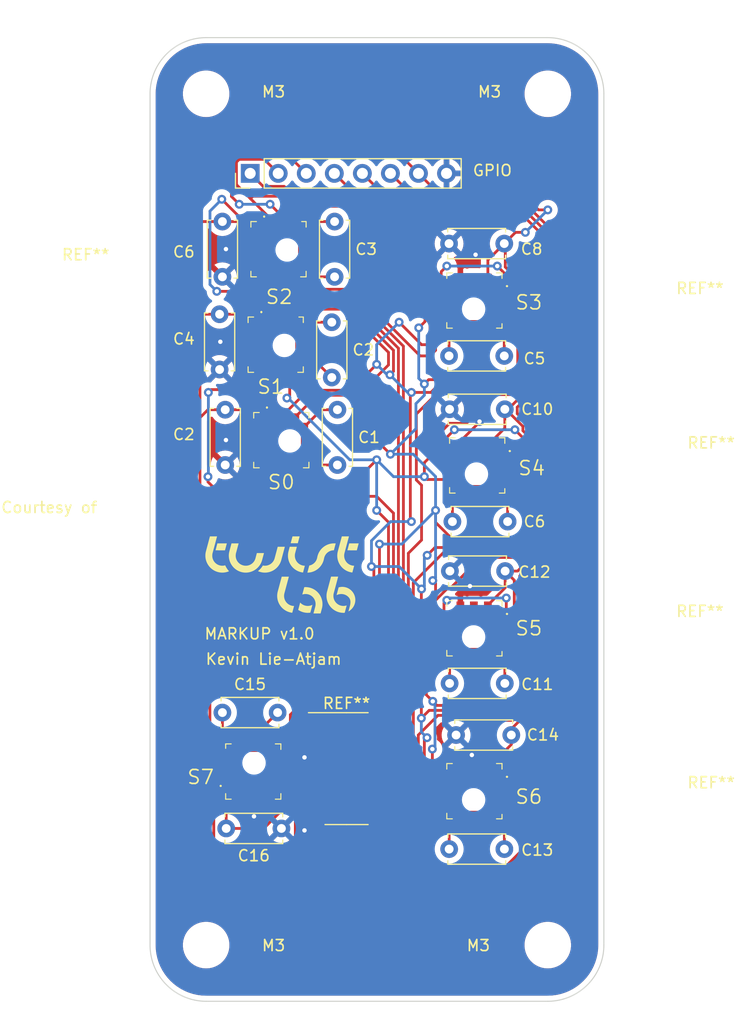
<source format=kicad_pcb>
(kicad_pcb (version 20211014) (generator pcbnew)
  (layers (0 "F.Cu" signal) (31 "B.Cu" signal) (34 "B.Paste" user) (35 "F.Paste" user) (36 "B.SilkS" user "B.Silkscreen") (37 "F.SilkS" user "F.Silkscreen") (38 "B.Mask" user) (39 "F.Mask" user) (44 "Edge.Cuts" user))
  (net 0 "")
  (net 1 "+3V3")
  (net 2 "GND")
  (net 3 "/CLK")
  (net 4 "/MOSI")
  (net 5 "/MISO")
  (net 6 "Net-(C3-Pad1)")
  (net 7 "Net-(C3-Pad2)")
  (net 8 "Net-(C5-Pad1)")
  (net 9 "Net-(C5-Pad2)")
  (net 10 "Net-(C7-Pad1)")
  (net 11 "Net-(C7-Pad2)")
  (net 12 "Net-(C9-Pad1)")
  (net 13 "Net-(C9-Pad2)")
  (net 14 "Net-(C11-Pad1)")
  (net 15 "Net-(C11-Pad2)")
  (net 16 "Net-(IC1-Pad1)")
  (net 17 "Net-(IC1-Pad2)")
  (net 18 "Net-(IC1-Pad3)")
  (net 19 "Net-(C1-Pad1)")
  (net 20 "Net-(C1-Pad2)")
  (net 21 "Net-(C15-Pad1)")
  (net 46 "Net-(C15-Pad2)")
  (net 47 "Net-(IC1-Pad7)")
  (net 48 "Net-(IC1-Pad9)")
  (net 49 "Net-(IC1-Pad10)")
  (net 54 "Net-(IC1-Pad11)")
  (net 55 "Net-(IC1-Pad12)")
  (net 56 "Net-(C13-Pad1)")
  (net 57 "Net-(C13-Pad2)")
  (net 58 "Net-(IC1-Pad13)")
  (net 59 "Net-(IC1-Pad14)")
  (net 60 "Net-(IC1-Pad15)")
  (footprint "74hc237Footprint:MPRLS025BG0000SA" (layer "F.Cu") (at 97.242 87.122 90)
    (fp_text reference "S4")
    (fp_text value "MPRLS02" hide)
  )
  (footprint "74hc237Footprint:MountingHole_1.1mm" (layer "F.Cu") (at 97.172 87.902)
    (fp_text reference "REF**")
    (fp_text value "MountingHole_1.1mm")
  )
  (footprint "74hc237Footprint:MountingHole_1.1mm" (layer "F.Cu") (at 77.032 114.028)
    (fp_text reference "Kevin Lie-Atjam")
    (fp_text value "MountingHole_1.1mm")
  )
  (footprint "74hc237Footprint:MPRLS025BG0000SA" (layer "F.Cu") (at 79.248 67.564 180)
    (fp_text reference "S2")
    (fp_text value "MPRLS02" hide)
  )
  (footprint "74hc237Footprint:MountingHole_1.1mm" (layer "F.Cu") (at 96.918 102.634)
    (fp_text reference "REF**")
    (fp_text value "MountingHole_1.1mm")
  )
  (footprint "Capacitor_THT:C_Disc_D5.0mm_W2.5mm_P5.00mm" (layer "F.Cu") (at 99.996 92.202 180)
    (fp_text reference "C6")
    (fp_text value "1 nF")
  )
  (footprint "Capacitor_THT:C_Disc_D5.0mm_W2.5mm_P5.00mm" (layer "F.Cu") (at 99.702 121.822 180)
    (fp_text reference "C13")
    (fp_text value "1 nF")
  )
  (footprint "Capacitor_THT:C_Disc_D5.0mm_W2.5mm_P5.00mm" (layer "F.Cu") (at 100.33 111.506 180)
    (fp_text reference "C14")
    (fp_text value "0.1 μF")
  )
  (footprint "74hc237Footprint:MountingHole_1.1mm" (layer "F.Cu") (at 79.774 76.27)
    (fp_text reference "Courtesy of")
    (fp_text value "MountingHole_1.1mm")
  )
  (footprint "Package_SO:SOIC-16_3.9x9.9mm_P1.27mm" (layer "F.Cu") (at 85.41 114.544)
    (fp_text reference "REF**")
    (fp_text value "SOIC-16_3.9x9.9mm_P1.27mm")
  )
  (footprint "MountingHole:MountingHole_3.2mm_M3" (layer "F.Cu") (at 103.632 53.508)
    (fp_text reference "M3")
    (fp_text value "MountingHole_3.2mm_M3")
  )
  (footprint "74hc237Footprint:MPRLS025BG0000SA" (layer "F.Cu") (at 79.502 84.836 180)
    (fp_text reference "S0")
    (fp_text value "MPRLS02" hide)
  )
  (footprint "74hc237Footprint:MPRLS025BG0000SA" (layer "F.Cu") (at 76.962 114.808 -90)
    (fp_text reference "S7")
    (fp_text value "MPRLS02" hide)
  )
  (footprint "Capacitor_THT:C_Disc_D5.0mm_W2.5mm_P5.00mm" (layer "F.Cu") (at 84.328 65.064 -90)
    (fp_text reference "C3")
    (fp_text value "1 nF")
  )
  (footprint "MountingHole:MountingHole_3.2mm_M3" (layer "F.Cu") (at 72.696 130.508)
    (fp_text reference "M3")
    (fp_text value "MountingHole_3.2mm_M3")
  )
  (footprint "Capacitor_THT:C_Disc_D5.0mm_W2.5mm_P5.00mm" (layer "F.Cu") (at 74.422 82.082 -90)
    (fp_text reference "C2")
    (fp_text value "0.1 μF")
  )
  (footprint "Capacitor_THT:C_Disc_D5.0mm_W2.5mm_P5.00mm" (layer "F.Cu") (at 73.914 73.446 -90)
    (fp_text reference "C4")
    (fp_text value "0.1 μF")
  )
  (footprint "Capacitor_THT:C_Disc_D5.0mm_W2.5mm_P5.00mm" (layer "F.Cu") (at 99.77 96.676 180)
    (fp_text reference "C12")
    (fp_text value "0.1 μF")
  )
  (footprint "Capacitor_THT:C_Disc_D5.0mm_W2.5mm_P5.00mm" (layer "F.Cu") (at 74.168 109.474)
    (fp_text reference "C15")
    (fp_text value "1 nF")
  )
  (footprint "Capacitor_THT:C_Disc_D5.0mm_W2.5mm_P5.00mm" (layer "F.Cu") (at 99.692 77.216 180)
    (fp_text reference "C5")
    (fp_text value "1 nF")
  )
  (footprint "Capacitor_THT:C_Disc_D5.0mm_W2.5mm_P5.00mm" (layer "F.Cu") (at 99.742 82.042 180)
    (fp_text reference "C10")
    (fp_text value "0.1 μF")
  )
  (footprint "74hc237Footprint:MountingHole_1.1mm" (layer "F.Cu") (at 96.918 117.366)
    (fp_text reference "REF**")
    (fp_text value "MountingHole_1.1mm")
  )
  (footprint "Capacitor_THT:C_Disc_D5.0mm_W2.5mm_P5.00mm" (layer "F.Cu") (at 74.512 119.956)
    (fp_text reference "C16")
    (fp_text value "0.1 μF")
  )
  (footprint "Capacitor_THT:C_Disc_D5.0mm_W2.5mm_P5.00mm" (layer "F.Cu") (at 74.168 65.064 -90)
    (fp_text reference "C6")
    (fp_text value "0.1 μF")
  )
  (footprint "Capacitor_THT:C_Disc_D5.0mm_W2.5mm_P5.00mm" (layer "F.Cu") (at 99.692 67.056 180)
    (fp_text reference "C8")
    (fp_text value "0.1 μF")
  )
  (footprint "74hc237Footprint:MPRLS025BG0000SA" (layer "F.Cu") (at 96.988 101.854 90)
    (fp_text reference "S5")
    (fp_text value "MPRLS02" hide)
  )
  (footprint "74hc237Footprint:MountingHole_1.1mm" (layer "F.Cu") (at 80.028 67.634)
    (fp_text reference "REF**")
    (fp_text value "MountingHole_1.1mm")
  )
  (footprint "74hc237Footprint:MPRLS025BG0000SA" (layer "F.Cu") (at 96.988 72.204 90)
    (fp_text reference "S3")
    (fp_text value "MPRLS02" hide)
  )
  (footprint "74hc237Footprint:MPRLS025BG0000SA" (layer "F.Cu") (at 78.994 76.2 180)
    (fp_text reference "S1")
    (fp_text value "MPRLS02" hide)
  )
  (footprint "MountingHole:MountingHole_3.2mm_M3" (layer "F.Cu") (at 103.632 130.508)
    (fp_text reference "M3")
    (fp_text value "MountingHole_3.2mm_M3")
  )
  (footprint "Connector_PinHeader_2.54mm:PinHeader_1x08_P2.54mm_Vertical" (layer "F.Cu") (at 76.683 60.706 90)
    (fp_text reference "GPIO")
    (fp_text value "Conn_01x08_Male")
  )
  (footprint "Capacitor_THT:C_Disc_D5.0mm_W2.5mm_P5.00mm" (layer "F.Cu") (at 99.742 106.836 180)
    (fp_text reference "C11")
    (fp_text value "1 nF")
  )
  (footprint "74hc237Footprint:MountingHole_1.1mm" (layer "F.Cu") (at 96.918 72.984)
    (fp_text reference "REF**")
    (fp_text value "MountingHole_1.1mm")
  )
  (footprint "MountingHole:MountingHole_3.2mm_M3" (layer "F.Cu") (at 72.696 53.508)
    (fp_text reference "M3")
    (fp_text value "MountingHole_3.2mm_M3")
  )
  (footprint "Capacitor_THT:C_Disc_D5.0mm_W2.5mm_P5.00mm" (layer "F.Cu") (at 84.074 74.168 -90)
    (fp_text reference "C2")
    (fp_text value "1 nF")
  )
  (footprint "Capacitor_THT:C_Disc_D5.0mm_W2.5mm_P5.00mm" (layer "F.Cu") (at 84.582 82.082 -90)
    (fp_text reference "C1")
    (fp_text value "1 nF")
  )
  (footprint "74hc237Footprint:MountingHole_1.1mm" (layer "F.Cu") (at 80.282 84.906)
    (fp_text reference "MARKUP v1.0")
    (fp_text value "MountingHole_1.1mm")
  )
  (footprint "74hc237Footprint:MPRLS025BG0000SA" (layer "F.Cu") (at 96.988 116.586 90)
    (fp_text reference "S6")
    (fp_text value "MPRLS02" hide)
  )
  (gr_poly (pts (xy 85.086546 98.108083) (xy 85.146739 98.108083) (xy 85.146739 98.112714) (xy 85.183781 98.112714) (xy 85.183781 98.117344) (xy 85.211562 98.117344) (xy 85.211562 98.121974) (xy 85.239343 98.121974) (xy 85.239343 98.126604) (xy 85.262494 98.126604) (xy 85.262494 98.131234) (xy 85.285645 98.131234) (xy 85.285645 98.135865) (xy 85.304166 98.135865) (xy 85.304166 98.140495) (xy 85.322687 98.140495) (xy 85.322687 98.145125) (xy 85.341207 98.145125) (xy 85.341207 98.149755) (xy 85.355098 98.149755) (xy 85.355098 98.154386) (xy 85.373619 98.154386) (xy 85.373619 98.159015) (xy 85.38751 98.159015) (xy 85.38751 98.163646) (xy 85.4014 98.163646) (xy 85.4014 98.168276) (xy 85.415291 98.168276) (xy 85.415291 98.172906) (xy 85.424551 98.172906) (xy 85.424551 98.177537) (xy 85.438442 98.177537) (xy 85.438442 98.182167) (xy 85.452333 98.182167) (xy 85.452333 98.186797) (xy 85.461594 98.186797) (xy 85.461594 98.191427) (xy 85.475483 98.191427) (xy 85.475483 98.196057) (xy 85.484744 98.196057) (xy 85.484744 98.200687) (xy 85.494004 98.200687) (xy 85.494004 98.205318) (xy 85.507895 98.205318) (xy 85.507895 98.209948) (xy 85.517156 98.209948) (xy 85.517156 98.214578) (xy 85.526416 98.214578) (xy 85.526416 98.219209) (xy 85.535676 98.219209) (xy 85.535676 98.223839) (xy 85.544936 98.223839) (xy 85.544936 98.228469) (xy 85.554197 98.228469) (xy 85.554197 98.233099) (xy 85.563458 98.233099) (xy 85.563458 98.237729) (xy 85.572718 98.237729) (xy 85.572718 98.242359) (xy 85.581979 98.242359) (xy 85.581979 98.24699) (xy 85.591239 98.24699) (xy 85.591239 98.25162) (xy 85.600499 98.25162) (xy 85.600499 98.25625) (xy 85.605129 98.25625) (xy 85.605129 98.260881) (xy 85.61439 98.260881) (xy 85.61439 98.26551) (xy 85.62365 98.26551) (xy 85.62365 98.270141) (xy 85.62828 98.270141) (xy 85.62828 98.274771) (xy 85.637541 98.274771) (xy 85.637541 98.279401) (xy 85.646802 98.279401) (xy 85.646802 98.284031) (xy 85.651432 98.284031) (xy 85.651432 98.288662) (xy 85.660692 98.288662) (xy 85.660692 98.293292) (xy 85.665323 98.293292) (xy 85.665323 98.297922) (xy 85.674582 98.297922) (xy 85.674582 98.302552) (xy 85.679212 98.302552) (xy 85.679212 98.307182) (xy 85.688473 98.307182) (xy 85.688473 98.311813) (xy 85.693103 98.311813) (xy 85.693103 98.316443) (xy 85.702364 98.316443) (xy 85.702364 98.321073) (xy 85.706994 98.321073) (xy 85.706994 98.325703) (xy 85.716255 98.325703) (xy 85.716255 98.330334) (xy 85.720885 98.330334) (xy 85.720885 98.334963) (xy 85.725515 98.334963) (xy 85.725515 98.339594) (xy 85.734776 98.339594) (xy 85.734776 98.344224) (xy 85.739405 98.344224) (xy 85.739405 98.348854) (xy 85.744035 98.348854) (xy 85.744035 98.353484) (xy 85.753296 98.353484) (xy 85.753296 98.358115) (xy 85.757926 98.358115) (xy 85.757926 98.362745) (xy 85.762556 98.362745) (xy 85.762556 98.367375) (xy 85.767187 98.367375) (xy 85.767187 98.372005) (xy 85.776447 98.372005) (xy 85.776447 98.376635) (xy 85.781078 98.376635) (xy 85.781078 98.381266) (xy 85.785708 98.381266) (xy 85.785708 98.385896) (xy 85.790338 98.385896) (xy 85.790338 98.390526) (xy 85.794968 98.390526) (xy 85.794968 98.395156) (xy 85.799599 98.395156) (xy 85.799599 98.399787) (xy 85.808858 98.399787) (xy 85.808858 98.404416) (xy 85.813488 98.404416) (xy 85.813488 98.409047) (xy 85.818119 98.409047) (xy 85.818119 98.413677) (xy 85.822749 98.413677) (xy 85.822749 98.418307) (xy 85.827379 98.418307) (xy 85.827379 98.422938) (xy 85.83201 98.422938) (xy 85.83201 98.427568) (xy 85.83664 98.427568) (xy 85.83664 98.432198) (xy 85.84127 98.432198) (xy 85.84127 98.436828) (xy 85.8459 98.436828) (xy 85.8459 98.441458) (xy 85.850531 98.441458) (xy 85.850531 98.446088) (xy 85.855161 98.446088) (xy 85.855161 98.450719) (xy 85.859791 98.450719) (xy 85.859791 98.455349) (xy 85.864421 98.455349) (xy 85.864421 98.459979) (xy 85.869052 98.459979) (xy 85.869052 98.46461) (xy 85.873682 98.46461) (xy 85.873682 98.46924) (xy 85.878311 98.46924) (xy 85.878311 98.47387) (xy 85.882942 98.47387) (xy 85.882942 98.4785) (xy 85.887572 98.4785) (xy 85.887572 98.48313) (xy 85.892202 98.48313) (xy 85.892202 98.48776) (xy 85.896832 98.48776) (xy 85.896832 98.492391) (xy 85.901463 98.492391) (xy 85.901463 98.497021) (xy 85.906093 98.497021) (xy 85.906093 98.506281) (xy 85.910723 98.506281) (xy 85.910723 98.510911) (xy 85.915353 98.510911) (xy 85.915353 98.515542) (xy 85.919984 98.515542) (xy 85.919984 98.520172) (xy 85.924614 98.520172) (xy 85.924614 98.524802) (xy 85.929244 98.524802) (xy 85.929244 98.529432) (xy 85.933875 98.529432) (xy 85.933875 98.534063) (xy 85.938505 98.534063) (xy 85.938505 98.543323) (xy 85.943135 98.543323) (xy 85.943135 98.547953) (xy 85.947764 98.547953) (xy 85.947764 98.552583) (xy 85.952395 98.552583) (xy 85.952395 98.561844) (xy 85.957025 98.561844) (xy 85.957025 98.566474) (xy 85.961655 98.566474) (xy 85.961655 98.571104) (xy 85.966285 98.571104) (xy 85.966285 98.575734) (xy 85.970916 98.575734) (xy 85.970916 98.584995) (xy 85.975546 98.584995) (xy 85.975546 98.589625) (xy 85.980176 98.589625) (xy 85.980176 98.598886) (xy 85.984807 98.598886) (xy 85.984807 98.603516) (xy 85.989437 98.603516) (xy 85.989437 98.608146) (xy 85.994067 98.608146) (xy 85.994067 98.617406) (xy 85.998697 98.617406) (xy 85.998697 98.622036) (xy 86.003328 98.622036) (xy 86.003328 98.631297) (xy 86.007958 98.631297) (xy 86.007958 98.635927) (xy 86.012588 98.635927) (xy 86.012588 98.645187) (xy 86.017217 98.645187) (xy 86.017217 98.649818) (xy 86.021848 98.649818) (xy 86.021848 98.659078) (xy 86.026478 98.659078) (xy 86.026478 98.663708) (xy 86.031108 98.663708) (xy 86.031108 98.672969) (xy 86.035739 98.672969) (xy 86.035739 98.682229) (xy 86.040369 98.682229) (xy 86.040369 98.686859) (xy 86.044999 98.686859) (xy 86.044999 98.69612) (xy 86.049629 98.69612) (xy 86.049629 98.70538) (xy 86.05426 98.70538) (xy 86.05426 98.71464) (xy 86.05889 98.71464) (xy 86.05889 98.719271) (xy 86.06352 98.719271) (xy 86.06352 98.728531) (xy 86.068151 98.728531) (xy 86.068151 98.737792) (xy 86.072781 98.737792) (xy 86.072781 98.747052) (xy 86.077411 98.747052) (xy 86.077411 98.756312) (xy 86.082041 98.756312) (xy 86.082041 98.765573) (xy 86.086671 98.765573) (xy 86.086671 98.774834) (xy 86.091301 98.774834) (xy 86.091301 98.784094) (xy 86.095931 98.784094) (xy 86.095931 98.793354) (xy 86.100561 98.793354) (xy 86.100561 98.807245) (xy 86.105192 98.807245) (xy 86.105192 98.816505) (xy 86.109822 98.816505) (xy 86.109822 98.825766) (xy 86.114452 98.825766) (xy 86.114452 98.839656) (xy 86.119083 98.839656) (xy 86.119083 98.848917) (xy 86.123713 98.848917) (xy 86.123713 98.862807) (xy 86.128343 98.862807) (xy 86.128343 98.872068) (xy 86.132973 98.872068) (xy 86.132973 98.885958) (xy 86.137604 98.885958) (xy 86.137604 98.899849) (xy 86.142234 98.899849) (xy 86.142234 98.91374) (xy 86.146864 98.91374) (xy 86.146864 98.92763) (xy 86.151495 98.92763) (xy 86.151495 98.941521) (xy 86.156124 98.941521) (xy 86.156124 98.955411) (xy 86.160754 98.955411) (xy 86.160754 98.973932) (xy 86.165384 98.973932) (xy 86.165384 98.992453) (xy 86.170015 98.992453) (xy 86.170015 99.010974) (xy 86.174645 99.010974) (xy 86.174645 99.029495) (xy 86.179275 99.029495) (xy 86.179275 99.048016) (xy 86.183905 99.048016) (xy 86.183905 99.075797) (xy 86.188536 99.075797) (xy 86.188536 99.103578) (xy 86.193166 99.103578) (xy 86.193166 99.135989) (xy 86.197796 99.135989) (xy 86.197796 99.177661) (xy 86.202427 99.177661) (xy 86.202427 99.251745) (xy 86.207057 99.251745) (xy 86.207057 99.321198) (xy 86.202427 99.321198) (xy 86.202427 99.395281) (xy 86.197796 99.395281) (xy 86.197796 99.436953) (xy 86.193166 99.436953) (xy 86.193166 99.469365) (xy 86.188536 99.469365) (xy 86.188536 99.497146) (xy 86.183905 99.497146) (xy 86.183905 99.520297) (xy 86.179275 99.520297) (xy 86.179275 99.543448) (xy 86.174645 99.543448) (xy 86.174645 99.561969) (xy 86.170015 99.561969) (xy 86.170015 99.580489) (xy 86.165384 99.580489) (xy 86.165384 99.59901) (xy 86.160754 99.59901) (xy 86.160754 99.612901) (xy 86.156124 99.612901) (xy 86.156124 99.631422) (xy 86.151495 99.631422) (xy 86.151495 99.645313) (xy 86.146864 99.645313) (xy 86.146864 99.659203) (xy 86.142234 99.659203) (xy 86.142234 99.673094) (xy 86.137604 99.673094) (xy 86.137604 99.686984) (xy 86.132973 99.686984) (xy 86.132973 99.696245) (xy 86.128343 99.696245) (xy 86.128343 99.710136) (xy 86.123713 99.710136) (xy 86.123713 99.724026) (xy 86.119083 99.724026) (xy 86.119083 99.733286) (xy 86.114452 99.733286) (xy 86.114452 99.742547) (xy 86.109822 99.742547) (xy 86.109822 99.756437) (xy 86.105192 99.756437) (xy 86.105192 99.765698) (xy 86.100561 99.765698) (xy 86.100561 99.774958) (xy 86.095931 99.774958) (xy 86.095931 99.784219) (xy 86.091301 99.784219) (xy 86.091301 99.798109) (xy 86.086671 99.798109) (xy 86.086671 99.80737) (xy 86.082041 99.80737) (xy 86.082041 99.81663) (xy 86.077411 99.81663) (xy 86.077411 99.82589) (xy 86.072781 99.82589) (xy 86.072781 99.835151) (xy 86.068151 99.835151) (xy 86.068151 99.839781) (xy 86.06352 99.839781) (xy 86.06352 99.849042) (xy 86.05889 99.849042) (xy 86.05889 99.858302) (xy 86.05426 99.858302) (xy 86.05426 99.867562) (xy 86.049629 99.867562) (xy 86.049629 99.876823) (xy 86.044999 99.876823) (xy 86.044999 99.881453) (xy 86.040369 99.881453) (xy 86.040369 99.890713) (xy 86.035739 99.890713) (xy 86.035739 99.899974) (xy 86.031108 99.899974) (xy 86.031108 99.904604) (xy 86.026478 99.904604) (xy 86.026478 99.913865) (xy 86.021848 99.913865) (xy 86.021848 99.918495) (xy 86.017217 99.918495) (xy 86.017217 99.927755) (xy 86.012588 99.927755) (xy 86.012588 99.937016) (xy 86.007958 99.937016) (xy 86.007958 99.941646) (xy 86.003328 99.941646) (xy 86.003328 99.946276) (xy 85.998697 99.946276) (xy 85.998697 99.955537) (xy 85.994067 99.955537) (xy 85.994067 99.960166) (xy 85.989437 99.960166) (xy 85.989437 99.969427) (xy 85.984807 99.969427) (xy 85.984807 99.974057) (xy 85.980176 99.974057) (xy 85.980176 99.983318) (xy 85.975546 99.983318) (xy 85.975546 99.987948) (xy 85.970916 99.987948) (xy 85.970916 99.992578) (xy 85.966285 99.992578) (xy 85.966285 100.001838) (xy 85.961655 100.001838) (xy 85.961655 100.006469) (xy 85.957025 100.006469) (xy 85.957025 100.011099) (xy 85.952395 100.011099) (xy 85.952395 100.015729) (xy 85.947764 100.015729) (xy 85.947764 100.02499) (xy 85.943135 100.02499) (xy 85.943135 100.02962) (xy 85.938505 100.02962) (xy 85.938505 100.03425) (xy 85.933875 100.03425) (xy 85.933875 100.03888) (xy 85.929244 100.03888) (xy 85.929244 100.048141) (xy 85.924614 100.048141) (xy 85.924614 100.052771) (xy 85.919984 100.052771) (xy 85.919984 100.057401) (xy 85.915353 100.057401) (xy 85.915353 100.062031) (xy 85.910723 100.062031) (xy 85.910723 100.066661) (xy 85.906093 100.066661) (xy 85.906093 100.071291) (xy 85.901463 100.071291) (xy 85.901463 100.075922) (xy 85.896832 100.075922) (xy 85.896832 100.085182) (xy 85.892202 100.085182) (xy 85.892202 100.089813) (xy 85.887572 100.089813) (xy 85.887572 100.094443) (xy 85.882942 100.094443) (xy 85.882942 100.099073) (xy 85.878311 100.099073) (xy 85.878311 100.103703) (xy 85.873682 100.103703) (xy 85.873682 100.108333) (xy 85.869052 100.108333) (xy 85.869052 100.112963) (xy 85.864421 100.112963) (xy 85.864421 100.117594) (xy 85.859791 100.117594) (xy 85.859791 100.122224) (xy 85.855161 100.122224) (xy 85.855161 100.126854) (xy 85.850531 100.126854) (xy 85.850531 100.131484) (xy 85.8459 100.131484) (xy 85.8459 100.136114) (xy 85.84127 100.136114) (xy 85.84127 100.140745) (xy 85.83664 100.140745) (xy 85.83664 100.145375) (xy 85.83201 100.145375) (xy 85.83201 100.150005) (xy 85.827379 100.150005) (xy 85.827379 100.154635) (xy 85.822749 100.154635) (xy 85.822749 100.159266) (xy 85.813488 100.159266) (xy 85.813488 100.163896) (xy 85.808858 100.163896) (xy 85.808858 100.168526) (xy 85.804229 100.168526) (xy 85.804229 100.173156) (xy 85.799599 100.173156) (xy 85.799599 100.177786) (xy 85.794968 100.177786) (xy 85.794968 100.182417) (xy 85.790338 100.182417) (xy 85.790338 100.187047) (xy 85.785708 100.187047) (xy 85.785708 100.191677) (xy 85.776447 100.191677) (xy 85.776447 100.196307) (xy 85.771817 100.196307) (xy 85.771817 100.200937) (xy 85.767187 100.200937) (xy 85.767187 100.205567) (xy 85.762556 100.205567) (xy 85.762556 100.210198) (xy 85.753296 100.210198) (xy 85.753296 100.214828) (xy 85.748666 100.214828) (xy 85.748666 100.219458) (xy 85.744035 100.219458) (xy 85.744035 100.224089) (xy 85.739405 100.224089) (xy 85.739405 100.228719) (xy 85.730146 100.228719) (xy 85.730146 100.233349) (xy 85.725515 100.233349) (xy 85.725515 100.237979) (xy 85.720885 100.237979) (xy 85.720885 100.242609) (xy 85.711624 100.242609) (xy 85.711624 100.247239) (xy 85.706994 100.247239) (xy 85.706994 100.25187) (xy 85.697734 100.25187) (xy 85.697734 100.2565) (xy 85.693103 100.2565) (xy 85.693103 100.26113) (xy 85.683843 100.26113) (xy 85.683843 100.265761) (xy 85.679212 100.265761) (xy 85.679212 100.27039) (xy 85.669952 100.27039) (xy 85.669952 100.275021) (xy 85.665323 100.275021) (xy 85.665323 100.279651) (xy 85.656062 100.279651) (xy 85.656062 100.284281) (xy 85.651432 100.284281) (xy 85.651432 100.288911) (xy 85.642171 100.288911) (xy 85.642171 100.293542) (xy 85.637541 100.293542) (xy 85.637541 100.298172) (xy 85.62828 100.298172) (xy 85.62828 100.302802) (xy 85.61902 100.302802) (xy 85.61902 100.307432) (xy 85.61439 100.307432) (xy 85.61439 100.312062) (xy 85.605129 100.312062) (xy 85.605129 100.316693) (xy 85.59587 100.316693) (xy 85.59587 100.321323) (xy 85.586609 100.321323) (xy 85.586609 100.325953) (xy 85.581979 100.325953) (xy 85.581979 100.316693) (xy 85.586609 100.316693) (xy 85.586609 100.298172) (xy 85.591239 100.298172) (xy 85.591239 100.279651) (xy 85.59587 100.279651) (xy 85.59587 100.265761) (xy 85.600499 100.265761) (xy 85.600499 100.247239) (xy 85.605129 100.247239) (xy 85.605129 100.228719) (xy 85.609759 100.228719) (xy 85.609759 100.214828) (xy 85.61439 100.214828) (xy 85.61439 100.196307) (xy 85.61902 100.196307) (xy 85.61902 100.177786) (xy 85.62365 100.177786) (xy 85.62365 100.159266) (xy 85.62828 100.159266) (xy 85.62828 100.145375) (xy 85.632911 100.145375) (xy 85.632911 100.126854) (xy 85.637541 100.126854) (xy 85.637541 100.108333) (xy 85.642171 100.108333) (xy 85.642171 100.089813) (xy 85.646802 100.089813) (xy 85.646802 100.075922) (xy 85.651432 100.075922) (xy 85.651432 100.057401) (xy 85.656062 100.057401) (xy 85.656062 100.03888) (xy 85.660692 100.03888) (xy 85.660692 100.020359) (xy 85.665323 100.020359) (xy 85.665323 100.006469) (xy 85.669952 100.006469) (xy 85.669952 99.987948) (xy 85.674582 99.987948) (xy 85.674582 99.969427) (xy 85.679212 99.969427) (xy 85.679212 99.955537) (xy 85.683843 99.955537) (xy 85.683843 99.937016) (xy 85.688473 99.937016) (xy 85.688473 99.918495) (xy 85.693103 99.918495) (xy 85.693103 99.899974) (xy 85.697734 99.899974) (xy 85.697734 99.886084) (xy 85.702364 99.886084) (xy 85.702364 99.867562) (xy 85.706994 99.867562) (xy 85.706994 99.849042) (xy 85.711624 99.849042) (xy 85.711624 99.830521) (xy 85.716255 99.830521) (xy 85.716255 99.812) (xy 85.720885 99.812) (xy 85.720885 99.793479) (xy 85.725515 99.793479) (xy 85.725515 99.770328) (xy 85.730146 99.770328) (xy 85.730146 99.747177) (xy 85.734776 99.747177) (xy 85.734776 99.724026) (xy 85.739405 99.724026) (xy 85.739405 99.700875) (xy 85.744035 99.700875) (xy 85.744035 99.673094) (xy 85.748666 99.673094) (xy 85.748666 99.640682) (xy 85.753296 99.640682) (xy 85.753296 99.603641) (xy 85.757926 99.603641) (xy 85.757926 99.548078) (xy 85.762556 99.548078) (xy 85.762556 99.427693) (xy 85.757926 99.427693) (xy 85.757926 99.37676) (xy 85.753296 99.37676) (xy 85.753296 99.348979) (xy 85.748666 99.348979) (xy 85.748666 99.325828) (xy 85.744035 99.325828) (xy 85.744035 99.302677) (xy 85.739405 99.302677) (xy 85.739405 99.288787) (xy 85.734776 99.288787) (xy 85.734776 99.270265) (xy 85.730146 99.270265) (xy 85.730146 99.256375) (xy 85.725515 99.256375) (xy 85.725515 99.242484) (xy 85.720885 99.242484) (xy 85.720885 99.233224) (xy 85.716255 99.233224) (xy 85.716255 99.219333) (xy 85.711624 99.219333) (xy 85.711624 99.210073) (xy 85.706994 99.210073) (xy 85.706994 99.200812) (xy 85.702364 99.200812) (xy 85.702364 99.191552) (xy 85.697734 99.191552) (xy 85.697734 99.182292) (xy 85.693103 99.182292) (xy 85.693103 99.173031) (xy 85.688473 99.173031) (xy 85.688473 99.163771) (xy 85.683843 99.163771) (xy 85.683843 99.154511) (xy 85.679212 99.154511) (xy 85.679212 99.14988) (xy 85.674582 99.14988) (xy 85.674582 99.14062) (xy 85.669952 99.14062) (xy 85.669952 99.131359) (xy 85.665323 99.131359) (xy 85.665323 99.126729) (xy 85.660692 99.126729) (xy 85.660692 99.117469) (xy 85.656062 99.117469) (xy 85.656062 99.112839) (xy 85.651432 99.112839) (xy 85.651432 99.108208) (xy 85.646802 99.108208) (xy 85.646802 99.098948) (xy 85.642171 99.098948) (xy 85.642171 99.094317) (xy 85.637541 99.094317) (xy 85.637541 99.085057) (xy 85.632911 99.085057) (xy 85.632911 99.080427) (xy 85.62828 99.080427) (xy 85.62828 99.075797) (xy 85.62365 99.075797) (xy 85.62365 99.071167) (xy 85.61902 99.071167) (xy 85.61902 99.061906) (xy 85.61439 99.061906) (xy 85.61439 99.057276) (xy 85.609759 99.057276) (xy 85.609759 99.052646) (xy 85.605129 99.052646) (xy 85.605129 99.048016) (xy 85.600499 99.048016) (xy 85.600499 99.043385) (xy 85.59587 99.043385) (xy 85.59587 99.038755) (xy 85.591239 99.038755) (xy 85.591239 99.034125) (xy 85.586609 99.034125) (xy 85.586609 99.029495) (xy 85.581979 99.029495) (xy 85.581979 99.024864) (xy 85.577348 99.024864) (xy 85.577348 99.020235) (xy 85.572718 99.020235) (xy 85.572718 99.015604) (xy 85.568088 99.015604) (xy 85.568088 99.010974) (xy 85.563458 99.010974) (xy 85.563458 99.006344) (xy 85.558827 99.006344) (xy 85.558827 99.001713) (xy 85.554197 99.001713) (xy 85.554197 98.997083) (xy 85.549567 98.997083) (xy 85.549567 98.992453) (xy 85.544936 98.992453) (xy 85.544936 98.987823) (xy 85.540306 98.987823) (xy 85.540306 98.983193) (xy 85.535676 98.983193) (xy 85.535676 98.978563) (xy 85.531046 98.978563) (xy 85.531046 98.973932) (xy 85.521786 98.973932) (xy 85.521786 98.969302) (xy 85.517156 98.969302) (xy 85.517156 98.964672) (xy 85.512526 98.964672) (xy 85.512526 98.960041) (xy 85.507895 98.960041) (xy 85.507895 98.955411) (xy 85.503265 98.955411) (xy 85.503265 98.950781) (xy 85.494004 98.950781) (xy 85.494004 98.946151) (xy 85.489374 98.946151) (xy 85.489374 98.941521) (xy 85.484744 98.941521) (xy 85.484744 98.936891) (xy 85.480114 98.936891) (xy 85.480114 98.93226) (xy 85.470853 98.93226) (xy 85.470853 98.92763) (xy 85.466223 98.92763) (xy 85.466223 98.923) (xy 85.456963 98.923) (xy 85.456963 98.91837) (xy 85.452333 98.91837) (xy 85.452333 98.91374) (xy 85.447703 98.91374) (xy 85.447703 98.909109) (xy 85.438442 98.909109) (xy 85.438442 98.904479) (xy 85.433812 98.904479) (xy 85.433812 98.899849) (xy 85.424551 98.899849) (xy 85.424551 98.895219) (xy 85.419921 98.895219) (xy 85.419921 98.890588) (xy 85.41066 98.890588) (xy 85.41066 98.885958) (xy 85.4014 98.885958) (xy 85.4014 98.881328) (xy 85.39677 98.881328) (xy 85.39677 98.876698) (xy 85.38751 98.876698) (xy 85.38751 98.872068) (xy 85.37825 98.872068) (xy 85.37825 98.867438) (xy 85.368989 98.867438) (xy 85.368989 98.862807) (xy 85.364359 98.862807) (xy 85.364359 98.858177) (xy 85.355098 98.858177) (xy 85.355098 98.853547) (xy 85.345838 98.853547) (xy 85.345838 98.848917) (xy 85.336577 98.848917) (xy 85.336577 98.844287) (xy 85.327317 98.844287) (xy 85.327317 98.839656) (xy 85.318057 98.839656) (xy 85.318057 98.835026) (xy 85.304166 98.835026) (xy 85.304166 98.830396) (xy 85.294906 98.830396) (xy 85.294906 98.825766) (xy 85.285645 98.825766) (xy 85.285645 98.821135) (xy 85.271754 98.821135) (xy 85.271754 98.816505) (xy 85.262494 98.816505) (xy 85.262494 98.811875) (xy 85.248604 98.811875) (xy 85.248604 98.807245) (xy 85.239343 98.807245) (xy 85.239343 98.802615) (xy 85.225453 98.802615) (xy 85.225453 98.797984) (xy 85.211562 98.797984) (xy 85.211562 98.793354) (xy 85.197671 98.793354) (xy 85.197671 98.788724) (xy 85.179151 98.788724) (xy 85.179151 98.784094) (xy 85.16063 98.784094) (xy 85.16063 98.779464) (xy 85.142109 98.779464) (xy 85.142109 98.774834) (xy 85.123587 98.774834) (xy 85.123587 98.770203) (xy 85.100437 98.770203) (xy 85.100437 98.765573) (xy 85.072655 98.765573) (xy 85.072655 98.760943) (xy 85.040245 98.760943) (xy 85.040245 98.756312) (xy 84.989311 98.756312) (xy 84.989311 98.751682) (xy 84.873557 98.751682) (xy 84.873557 98.756312) (xy 84.817994 98.756312) (xy 84.817994 98.760943) (xy 84.785582 98.760943) (xy 84.785582 98.765573) (xy 84.762432 98.765573) (xy 84.762432 98.770203) (xy 84.739281 98.770203) (xy 84.739281 98.774834) (xy 84.716129 98.774834) (xy 84.716129 98.779464) (xy 84.697609 98.779464) (xy 84.697609 98.784094) (xy 84.683718 98.784094) (xy 84.683718 98.788724) (xy 84.665197 98.788724) (xy 84.665197 98.793354) (xy 84.651306 98.793354) (xy 84.651306 98.797984) (xy 84.637416 98.797984) (xy 84.637416 98.802615) (xy 84.623526 98.802615) (xy 84.623526 98.807245) (xy 84.609635 98.807245) (xy 84.609635 98.811875) (xy 84.600374 98.811875) (xy 84.600374 98.816505) (xy 84.586484 98.816505) (xy 84.586484 98.821135) (xy 84.577223 98.821135) (xy 84.577223 98.825766) (xy 84.563332 98.825766) (xy 84.563332 98.830396) (xy 84.554073 98.830396) (xy 84.554073 98.835026) (xy 84.544812 98.835026) (xy 84.544812 98.839656) (xy 84.535552 98.839656) (xy 84.535552 98.844287) (xy 84.526291 98.844287) (xy 84.526291 98.848917) (xy 84.51703 98.848917) (xy 84.51703 98.853547) (xy 84.50777 98.853547) (xy 84.50777 98.858177) (xy 84.50314 98.858177) (xy 84.50314 98.848917) (xy 84.50777 98.848917) (xy 84.50777 98.835026) (xy 84.5124 98.835026) (xy 84.5124 98.816505) (xy 84.51703 98.816505) (xy 84.51703 98.797984) (xy 84.521661 98.797984) (xy 84.521661 98.779464) (xy 84.526291 98.779464) (xy 84.526291 98.765573) (xy 84.530921 98.765573) (xy 84.530921 98.747052) (xy 84.535552 98.747052) (xy 84.535552 98.728531) (xy 84.540182 98.728531) (xy 84.540182 98.710011) (xy 84.544812 98.710011) (xy 84.544812 98.69612) (xy 84.549442 98.69612) (xy 84.549442 98.677599) (xy 84.554073 98.677599) (xy 84.554073 98.659078) (xy 84.558703 98.659078) (xy 84.558703 98.645187) (xy 84.563332 98.645187) (xy 84.563332 98.626667) (xy 84.567962 98.626667) (xy 84.567962 98.608146) (xy 84.572593 98.608146) (xy 84.572593 98.589625) (xy 84.577223 98.589625) (xy 84.577223 98.575734) (xy 84.581853 98.575734) (xy 84.581853 98.557214) (xy 84.586484 98.557214) (xy 84.586484 98.538693) (xy 84.591114 98.538693) (xy 84.591114 98.520172) (xy 84.595744 98.520172) (xy 84.595744 98.506281) (xy 84.600374 98.506281) (xy 84.600374 98.48776) (xy 84.605005 98.48776) (xy 84.605005 98.46924) (xy 84.609635 98.46924) (xy 84.609635 98.450719) (xy 84.614265 98.450719) (xy 84.614265 98.436828) (xy 84.618896 98.436828) (xy 84.618896 98.418307) (xy 84.623526 98.418307) (xy 84.623526 98.399787) (xy 84.628156 98.399787) (xy 84.628156 98.381266) (xy 84.632785 98.381266) (xy 84.632785 98.367375) (xy 84.637416 98.367375) (xy 84.637416 98.348854) (xy 84.642046 98.348854) (xy 84.642046 98.330334) (xy 84.646676 98.330334) (xy 84.646676 98.316443) (xy 84.651306 98.316443) (xy 84.651306 98.297922) (xy 84.655937 98.297922) (xy 84.655937 98.279401) (xy 84.660567 98.279401) (xy 84.660567 98.260881) (xy 84.665197 98.260881) (xy 84.665197 98.24699) (xy 84.669828 98.24699) (xy 84.669828 98.228469) (xy 84.674458 98.228469) (xy 84.674458 98.209948) (xy 84.679088 98.209948) (xy 84.679088 98.191427) (xy 84.683718 98.191427) (xy 84.683718 98.177537) (xy 84.688349 98.177537) (xy 84.688349 98.159015) (xy 84.692979 98.159015) (xy 84.692979 98.149755) (xy 84.706869 98.149755) (xy 84.706869 98.145125) (xy 84.72539 98.145125) (xy 84.72539 98.140495) (xy 84.743911 98.140495) (xy 84.743911 98.135865) (xy 84.762432 98.135865) (xy 84.762432 98.131234) (xy 84.785582 98.131234) (xy 84.785582 98.126604) (xy 84.808734 98.126604) (xy 84.808734 98.121974) (xy 84.836515 98.121974) (xy 84.836515 98.117344) (xy 84.864296 98.117344) (xy 84.864296 98.112714) (xy 84.905969 98.112714) (xy 84.905969 98.108083) (xy 84.966161 98.108083) (xy 84.966161 98.103453) (xy 85.086546 98.103453)) (layer "F.SilkS") (width 0) (fill solid))
  (gr_poly (pts (xy 73.682344 93.556589) (xy 73.677713 93.556589) (xy 73.677713 93.570479) (xy 73.673083 93.570479) (xy 73.673083 93.589) (xy 73.668453 93.589) (xy 73.668453 93.607521) (xy 73.663823 93.607521) (xy 73.663823 93.626042) (xy 73.659193 93.626042) (xy 73.659193 93.639933) (xy 73.654562 93.639933) (xy 73.654562 93.658453) (xy 73.649932 93.658453) (xy 73.649932 93.676974) (xy 73.645302 93.676974) (xy 73.645302 93.690865) (xy 73.640672 93.690865) (xy 73.640672 93.709386) (xy 73.636042 93.709386) (xy 73.636042 93.727907) (xy 73.631411 93.727907) (xy 73.631411 93.746427) (xy 73.626781 93.746427) (xy 73.626781 93.760318) (xy 73.622151 93.760318) (xy 73.622151 93.778839) (xy 73.617521 93.778839) (xy 73.617521 93.79736) (xy 73.612891 93.79736) (xy 73.612891 93.81588) (xy 73.60826 93.81588) (xy 73.60826 93.829771) (xy 73.60363 93.829771) (xy 73.60363 93.848292) (xy 73.599 93.848292) (xy 73.599 93.866813) (xy 73.59437 93.866813) (xy 73.59437 93.880703) (xy 73.589739 93.880703) (xy 73.589739 93.899224) (xy 73.585109 93.899224) (xy 73.585109 93.917745) (xy 73.580479 93.917745) (xy 73.580479 93.936266) (xy 73.575849 93.936266) (xy 73.575849 93.950156) (xy 73.571219 93.950156) (xy 73.571219 93.968677) (xy 73.566588 93.968677) (xy 73.566588 93.987198) (xy 73.561958 93.987198) (xy 73.561958 94.005719) (xy 73.557328 94.005719) (xy 73.557328 94.01961) (xy 73.552698 94.01961) (xy 73.552698 94.03813) (xy 73.548068 94.03813) (xy 73.548068 94.056651) (xy 73.543437 94.056651) (xy 73.543437 94.075172) (xy 73.538807 94.075172) (xy 73.538807 94.089063) (xy 73.534177 94.089063) (xy 73.534177 94.107584) (xy 73.529547 94.107584) (xy 73.529547 94.126104) (xy 73.524917 94.126104) (xy 73.524917 94.139995) (xy 73.520286 94.139995) (xy 73.520286 94.158516) (xy 73.515656 94.158516) (xy 73.515656 94.177037) (xy 73.511026 94.177037) (xy 73.511026 94.195558) (xy 73.506396 94.195558) (xy 73.506396 94.209448) (xy 73.501766 94.209448) (xy 73.501766 94.227969) (xy 73.497135 94.227969) (xy 73.497135 94.24649) (xy 73.492505 94.24649) (xy 73.492505 94.265011) (xy 73.487875 94.265011) (xy 73.487875 94.278901) (xy 73.483245 94.278901) (xy 73.483245 94.297422) (xy 73.478614 94.297422) (xy 73.478614 94.315943) (xy 73.473984 94.315943) (xy 73.473984 94.334464) (xy 73.469354 94.334464) (xy 73.469354 94.348354) (xy 73.464724 94.348354) (xy 73.464724 94.366875) (xy 73.460094 94.366875) (xy 73.460094 94.385396) (xy 73.455463 94.385396) (xy 73.455463 94.399287) (xy 73.450833 94.399287) (xy 73.450833 94.417808) (xy 73.446203 94.417808) (xy 73.446203 94.436328) (xy 73.441573 94.436328) (xy 73.441573 94.454849) (xy 73.436943 94.454849) (xy 73.436943 94.46874) (xy 73.432312 94.46874) (xy 73.432312 94.487261) (xy 73.427682 94.487261) (xy 73.427682 94.505781) (xy 73.423052 94.505781) (xy 73.423052 94.524302) (xy 73.418422 94.524302) (xy 73.418422 94.538193) (xy 73.413792 94.538193) (xy 73.413792 94.556714) (xy 73.409161 94.556714) (xy 73.409161 94.575235) (xy 73.404531 94.575235) (xy 73.404531 94.593755) (xy 73.399901 94.593755) (xy 73.399901 94.607646) (xy 73.395271 94.607646) (xy 73.395271 94.626167) (xy 73.390641 94.626167) (xy 73.390641 94.644688) (xy 73.38601 94.644688) (xy 73.38601 94.658578) (xy 73.38138 94.658578) (xy 73.38138 94.677099) (xy 73.37675 94.677099) (xy 73.37675 94.69562) (xy 73.37212 94.69562) (xy 73.37212 94.714141) (xy 73.36749 94.714141) (xy 73.36749 94.728031) (xy 73.362859 94.728031) (xy 73.362859 94.746552) (xy 73.358229 94.746552) (xy 73.358229 94.765073) (xy 73.353599 94.765073) (xy 73.353599 94.783594) (xy 73.348969 94.783594) (xy 73.348969 94.797485) (xy 73.344338 94.797485) (xy 73.344338 94.816005) (xy 73.339708 94.816005) (xy 73.339708 94.834526) (xy 73.335078 94.834526) (xy 73.335078 94.853047) (xy 73.330448 94.853047) (xy 73.330448 94.866938) (xy 73.325818 94.866938) (xy 73.325818 94.885459) (xy 73.321187 94.885459) (xy 73.321187 94.903979) (xy 73.316557 94.903979) (xy 73.316557 94.91787) (xy 73.311927 94.91787) (xy 73.311927 94.936391) (xy 73.307297 94.936391) (xy 73.307297 94.954912) (xy 73.302667 94.954912) (xy 73.302667 94.973432) (xy 73.298036 94.973432) (xy 73.298036 94.987323) (xy 73.293406 94.987323) (xy 73.293406 95.005844) (xy 73.288776 95.005844) (xy 73.288776 95.024365) (xy 73.284146 95.024365) (xy 73.284146 95.042886) (xy 73.270255 95.042886) (xy 73.270255 95.038255) (xy 73.265625 95.038255) (xy 73.265625 95.047516) (xy 73.279516 95.047516) (xy 73.279516 95.056776) (xy 73.274885 95.056776) (xy 73.274885 95.075297) (xy 73.270255 95.075297) (xy 73.270255 95.098448) (xy 73.265625 95.098448) (xy 73.265625 95.121599) (xy 73.260995 95.121599) (xy 73.260995 95.154011) (xy 73.256364 95.154011) (xy 73.256364 95.191052) (xy 73.251734 95.191052) (xy 73.251734 95.376261) (xy 73.256364 95.376261) (xy 73.256364 95.413302) (xy 73.260995 95.413302) (xy 73.260995 95.441084) (xy 73.265625 95.441084) (xy 73.265625 95.468865) (xy 73.270255 95.468865) (xy 73.270255 95.487386) (xy 73.274885 95.487386) (xy 73.274885 95.505907) (xy 73.279516 95.505907) (xy 73.279516 95.524427) (xy 73.284146 95.524427) (xy 73.284146 95.542948) (xy 73.288776 95.542948) (xy 73.288776 95.556839) (xy 73.293406 95.556839) (xy 73.293406 95.570729) (xy 73.298036 95.570729) (xy 73.298036 95.58462) (xy 73.302667 95.58462) (xy 73.302667 95.598511) (xy 73.307297 95.598511) (xy 73.307297 95.607771) (xy 73.311927 95.607771) (xy 73.311927 95.621662) (xy 73.316557 95.621662) (xy 73.316557 95.630922) (xy 73.321187 95.630922) (xy 73.321187 95.644813) (xy 73.325818 95.644813) (xy 73.325818 95.654073) (xy 73.330448 95.654073) (xy 73.330448 95.663333) (xy 73.335078 95.663333) (xy 73.335078 95.672594) (xy 73.339708 95.672594) (xy 73.339708 95.681854) (xy 73.344338 95.681854) (xy 73.344338 95.691115) (xy 73.348969 95.691115) (xy 73.348969 95.700375) (xy 73.353599 95.700375) (xy 73.353599 95.709636) (xy 73.358229 95.709636) (xy 73.358229 95.718896) (xy 73.362859 95.718896) (xy 73.362859 95.728156) (xy 73.36749 95.728156) (xy 73.36749 95.737417) (xy 73.37212 95.737417) (xy 73.37212 95.742047) (xy 73.37675 95.742047) (xy 73.37675 95.751307) (xy 73.38138 95.751307) (xy 73.38138 95.760568) (xy 73.38601 95.760568) (xy 73.38601 95.765198) (xy 73.390641 95.765198) (xy 73.390641 95.774459) (xy 73.395271 95.774459) (xy 73.395271 95.779089) (xy 73.399901 95.779089) (xy 73.399901 95.788349) (xy 73.404531 95.788349) (xy 73.404531 95.792979) (xy 73.409161 95.792979) (xy 73.409161 95.80224) (xy 73.413792 95.80224) (xy 73.413792 95.80687) (xy 73.418422 95.80687) (xy 73.418422 95.81613) (xy 73.423052 95.81613) (xy 73.423052 95.820761) (xy 73.427682 95.820761) (xy 73.427682 95.825391) (xy 73.432312 95.825391) (xy 73.432312 95.834651) (xy 73.436943 95.834651) (xy 73.436943 95.839281) (xy 73.441573 95.839281) (xy 73.441573 95.843912) (xy 73.446203 95.843912) (xy 73.446203 95.853172) (xy 73.450833 95.853172) (xy 73.450833 95.857802) (xy 73.455463 95.857802) (xy 73.455463 95.862433) (xy 73.460094 95.862433) (xy 73.460094 95.867063) (xy 73.464724 95.867063) (xy 73.464724 95.871693) (xy 73.469354 95.871693) (xy 73.469354 95.880953) (xy 73.473984 95.880953) (xy 73.473984 95.885583) (xy 73.478614 95.885583) (xy 73.478614 95.890214) (xy 73.483245 95.890214) (xy 73.483245 95.894844) (xy 73.487875 95.894844) (xy 73.487875 95.899474) (xy 73.492505 95.899474) (xy 73.492505 95.904104) (xy 73.497135 95.904104) (xy 73.497135 95.908735) (xy 73.501766 95.908735) (xy 73.501766 95.913365) (xy 73.506396 95.913365) (xy 73.506396 95.917995) (xy 73.511026 95.917995) (xy 73.511026 95.922625) (xy 73.515656 95.922625) (xy 73.515656 95.927255) (xy 73.520286 95.927255) (xy 73.520286 95.931886) (xy 73.524917 95.931886) (xy 73.524917 95.936516) (xy 73.529547 95.936516) (xy 73.529547 95.941146) (xy 73.534177 95.941146) (xy 73.534177 95.945776) (xy 73.538807 95.945776) (xy 73.538807 95.950407) (xy 73.543437 95.950407) (xy 73.543437 95.955037) (xy 73.548068 95.955037) (xy 73.548068 95.959667) (xy 73.552698 95.959667) (xy 73.552698 95.964297) (xy 73.557328 95.964297) (xy 73.557328 95.968927) (xy 73.561958 95.968927) (xy 73.561958 95.973557) (xy 73.571219 95.973557) (xy 73.571219 95.978188) (xy 73.575849 95.978188) (xy 73.575849 95.982818) (xy 73.580479 95.982818) (xy 73.580479 95.987448) (xy 73.585109 95.987448) (xy 73.585109 95.992078) (xy 73.59437 95.992078) (xy 73.59437 95.996709) (xy 73.599 95.996709) (xy 73.599 96.001339) (xy 73.60363 96.001339) (xy 73.60363 96.005969) (xy 73.60826 96.005969) (xy 73.60826 96.010599) (xy 73.617521 96.010599) (xy 73.617521 96.015229) (xy 73.622151 96.015229) (xy 73.622151 96.01986) (xy 73.626781 96.01986) (xy 73.626781 96.02449) (xy 73.636042 96.02449) (xy 73.636042 96.02912) (xy 73.640672 96.02912) (xy 73.640672 96.03375) (xy 73.649932 96.03375) (xy 73.649932 96.038381) (xy 73.654562 96.038381) (xy 73.654562 96.043011) (xy 73.663823 96.043011) (xy 73.663823 96.047641) (xy 73.668453 96.047641) (xy 73.668453 96.052271) (xy 73.677713 96.052271) (xy 73.677713 96.056901) (xy 73.686974 96.056901) (xy 73.686974 96.061531) (xy 73.691604 96.061531) (xy 73.691604 96.066162) (xy 73.700865 96.066162) (xy 73.700865 96.070792) (xy 73.710125 96.070792) (xy 73.710125 96.075422) (xy 73.714755 96.075422) (xy 73.714755 96.080052) (xy 73.724016 96.080052) (xy 73.724016 96.084682) (xy 73.733276 96.084682) (xy 73.733276 96.089313) (xy 73.742536 96.089313) (xy 73.742536 96.093943) (xy 73.751797 96.093943) (xy 73.751797 96.098573) (xy 73.761057 96.098573) (xy 73.761057 96.103203) (xy 73.770318 96.103203) (xy 73.770318 96.107833) (xy 73.779578 96.107833) (xy 73.779578 96.112464) (xy 73.793469 96.112464) (xy 73.793469 96.117094) (xy 73.802729 96.117094) (xy 73.802729 96.121724) (xy 73.811989 96.121724) (xy 73.811989 96.126354) (xy 73.82588 96.126354) (xy 73.82588 96.130984) (xy 73.835141 96.130984) (xy 73.835141 96.135615) (xy 73.849031 96.135615) (xy 73.849031 96.140245) (xy 73.862922 96.140245) (xy 73.862922 96.144875) (xy 73.876812 96.144875) (xy 73.876812 96.149505) (xy 73.890703 96.149505) (xy 73.890703 96.154136) (xy 73.904594 96.154136) (xy 73.904594 96.158766) (xy 73.923115 96.158766) (xy 73.923115 96.163396) (xy 73.941635 96.163396) (xy 73.941635 96.168026) (xy 73.960156 96.168026) (xy 73.960156 96.172656) (xy 73.983307 96.172656) (xy 73.983307 96.177286) (xy 74.006458 96.177286) (xy 74.006458 96.181917) (xy 74.03887 96.181917) (xy 74.03887 96.186547) (xy 74.080541 96.186547) (xy 74.080541 96.191177) (xy 74.237969 96.191177) (xy 74.237969 96.186547) (xy 74.27964 96.186547) (xy 74.27964 96.181917) (xy 74.312052 96.181917) (xy 74.312052 96.177286) (xy 74.335203 96.177286) (xy 74.335203 96.172656) (xy 74.358354 96.172656) (xy 74.358354 96.168026) (xy 74.376875 96.168026) (xy 74.376875 96.163396) (xy 74.395396 96.163396) (xy 74.395396 96.158766) (xy 74.413917 96.158766) (xy 74.413917 96.154136) (xy 74.418547 96.154136) (xy 74.418547 96.158766) (xy 74.423177 96.158766) (xy 74.423177 96.168026) (xy 74.427807 96.168026) (xy 74.427807 96.177286) (xy 74.432437 96.177286) (xy 74.432437 96.186547) (xy 74.437068 96.186547) (xy 74.437068 96.195807) (xy 74.441698 96.195807) (xy 74.441698 96.205068) (xy 74.446328 96.205068) (xy 74.446328 96.214328) (xy 74.450958 96.214328) (xy 74.450958 96.223589) (xy 74.455588 96.223589) (xy 74.455588 96.232849) (xy 74.460219 96.232849) (xy 74.460219 96.24211) (xy 74.464849 96.24211) (xy 74.464849 96.25137) (xy 74.469479 96.25137) (xy 74.469479 96.26063) (xy 74.474109 96.26063) (xy 74.474109 96.269891) (xy 74.478739 96.269891) (xy 74.478739 96.279151) (xy 74.48337 96.279151) (xy 74.48337 96.288412) (xy 74.488 96.288412) (xy 74.488 96.297672) (xy 74.49263 96.297672) (xy 74.49263 96.306932) (xy 74.49726 96.306932) (xy 74.49726 96.311563) (xy 74.501891 96.311563) (xy 74.501891 96.320823) (xy 74.506521 96.320823) (xy 74.506521 96.330084) (xy 74.511151 96.330084) (xy 74.511151 96.339344) (xy 74.515781 96.339344) (xy 74.515781 96.343974) (xy 74.520411 96.343974) (xy 74.520411 96.353234) (xy 74.525042 96.353234) (xy 74.525042 96.362495) (xy 74.529672 96.362495) (xy 74.529672 96.371755) (xy 74.534302 96.371755) (xy 74.534302 96.376386) (xy 74.538932 96.376386) (xy 74.538932 96.385646) (xy 74.543562 96.385646) (xy 74.543562 96.390276) (xy 74.548193 96.390276) (xy 74.548193 96.399537) (xy 74.552823 96.399537) (xy 74.552823 96.408797) (xy 74.557453 96.408797) (xy 74.557453 96.413427) (xy 74.562083 96.413427) (xy 74.562083 96.422688) (xy 74.566713 96.422688) (xy 74.566713 96.427318) (xy 74.571344 96.427318) (xy 74.571344 96.436578) (xy 74.575974 96.436578) (xy 74.575974 96.441208) (xy 74.580604 96.441208) (xy 74.580604 96.450469) (xy 74.585234 96.450469) (xy 74.585234 96.455099) (xy 74.589864 96.455099) (xy 74.589864 96.46436) (xy 74.594495 96.46436) (xy 74.594495 96.47362) (xy 74.599125 96.47362) (xy 74.599125 96.47825) (xy 74.603755 96.47825) (xy 74.603755 96.48288) (xy 74.608385 96.48288) (xy 74.608385 96.492141) (xy 74.613015 96.492141) (xy 74.613015 96.496771) (xy 74.617646 96.496771) (xy 74.617646 96.506031) (xy 74.622276 96.506031) (xy 74.622276 96.510662) (xy 74.626906 96.510662) (xy 74.626906 96.519922) (xy 74.631536 96.519922) (xy 74.631536 96.524552) (xy 74.636166 96.524552) (xy 74.636166 96.529182) (xy 74.640797 96.529182) (xy 74.640797 96.538443) (xy 74.645427 96.538443) (xy 74.645427 96.543073) (xy 74.650057 96.543073) (xy 74.650057 96.547703) (xy 74.654687 96.547703) (xy 74.654687 96.556964) (xy 74.659318 96.556964) (xy 74.659318 96.561594) (xy 74.663948 96.561594) (xy 74.663948 96.566224) (xy 74.668578 96.566224) (xy 74.668578 96.575484) (xy 74.673208 96.575484) (xy 74.673208 96.580115) (xy 74.677838 96.580115) (xy 74.677838 96.584745) (xy 74.682469 96.584745) (xy 74.682469 96.594005) (xy 74.687099 96.594005) (xy 74.687099 96.598636) (xy 74.691729 96.598636) (xy 74.691729 96.603266) (xy 74.696359 96.603266) (xy 74.696359 96.607896) (xy 74.700989 96.607896) (xy 74.700989 96.617156) (xy 74.70562 96.617156) (xy 74.70562 96.621787) (xy 74.71025 96.621787) (xy 74.71025 96.626417) (xy 74.71488 96.626417) (xy 74.71488 96.631047) (xy 74.71951 96.631047) (xy 74.71951 96.640307) (xy 74.72414 96.640307) (xy 74.72414 96.644938) (xy 74.728771 96.644938) (xy 74.728771 96.649568) (xy 74.733401 96.649568) (xy 74.733401 96.654198) (xy 74.738031 96.654198) (xy 74.738031 96.658828) (xy 74.742661 96.658828) (xy 74.742661 96.668089) (xy 74.747291 96.668089) (xy 74.747291 96.672719) (xy 74.751922 96.672719) (xy 74.751922 96.677349) (xy 74.756552 96.677349) (xy 74.756552 96.681979) (xy 74.761182 96.681979) (xy 74.761182 96.686609) (xy 74.765812 96.686609) (xy 74.765812 96.69124) (xy 74.761182 96.69124) (xy 74.761182 96.69587) (xy 74.751922 96.69587) (xy 74.751922 96.7005) (xy 74.738031 96.7005) (xy 74.738031 96.70513) (xy 74.728771 96.70513) (xy 74.728771 96.709761) (xy 74.71488 96.709761) (xy 74.71488 96.714391) (xy 74.70562 96.714391) (xy 74.70562 96.719021) (xy 74.691729 96.719021) (xy 74.691729 96.723651) (xy 74.677838 96.723651) (xy 74.677838 96.728281) (xy 74.668578 96.728281) (xy 74.668578 96.732911) (xy 74.654687 96.732911) (xy 74.654687 96.737542) (xy 74.640797 96.737542) (xy 74.640797 96.742172) (xy 74.626906 96.742172) (xy 74.626906 96.746802) (xy 74.608385 96.746802) (xy 74.608385 96.751432) (xy 74.594495 96.751432) (xy 74.594495 96.756063) (xy 74.580604 96.756063) (xy 74.580604 96.760693) (xy 74.562083 96.760693) (xy 74.562083 96.765323) (xy 74.543562 96.765323) (xy 74.543562 96.769953) (xy 74.525042 96.769953) (xy 74.525042 96.774583) (xy 74.506521 96.774583) (xy 74.506521 96.779214) (xy 74.488 96.779214) (xy 74.488 96.783844) (xy 74.464849 96.783844) (xy 74.464849 96.788474) (xy 74.441698 96.788474) (xy 74.441698 96.793104) (xy 74.418547 96.793104) (xy 74.418547 96.797735) (xy 74.386135 96.797735) (xy 74.386135 96.802365) (xy 74.353724 96.802365) (xy 74.353724 96.806995) (xy 74.312052 96.806995) (xy 74.312052 96.811625) (xy 74.256489 96.811625) (xy 74.256489 96.816255) (xy 74.066651 96.816255) (xy 74.066651 96.811625) (xy 74.006458 96.811625) (xy 74.006458 96.806995) (xy 73.969417 96.806995) (xy 73.969417 96.802365) (xy 73.932375 96.802365) (xy 73.932375 96.797735) (xy 73.904594 96.797735) (xy 73.904594 96.793104) (xy 73.876812 96.793104) (xy 73.876812 96.788474) (xy 73.853661 96.788474) (xy 73.853661 96.783844) (xy 73.835141 96.783844) (xy 73.835141 96.779214) (xy 73.811989 96.779214) (xy 73.811989 96.774583) (xy 73.793469 96.774583) (xy 73.793469 96.769953) (xy 73.774948 96.769953) (xy 73.774948 96.765323) (xy 73.756427 96.765323) (xy 73.756427 96.760693) (xy 73.742536 96.760693) (xy 73.742536 96.756063) (xy 73.724016 96.756063) (xy 73.724016 96.751432) (xy 73.710125 96.751432) (xy 73.710125 96.746802) (xy 73.696234 96.746802) (xy 73.696234 96.742172) (xy 73.682344 96.742172) (xy 73.682344 96.737542) (xy 73.668453 96.737542) (xy 73.668453 96.732911) (xy 73.654562 96.732911) (xy 73.654562 96.728281) (xy 73.640672 96.728281) (xy 73.640672 96.723651) (xy 73.626781 96.723651) (xy 73.626781 96.719021) (xy 73.612891 96.719021) (xy 73.612891 96.714391) (xy 73.60363 96.714391) (xy 73.60363 96.709761) (xy 73.589739 96.709761) (xy 73.589739 96.70513) (xy 73.580479 96.70513) (xy 73.580479 96.7005) (xy 73.566588 96.7005) (xy 73.566588 96.69587) (xy 73.557328 96.69587) (xy 73.557328 96.69124) (xy 73.548068 96.69124) (xy 73.548068 96.686609) (xy 73.538807 96.686609) (xy 73.538807 96.681979) (xy 73.524917 96.681979) (xy 73.524917 96.677349) (xy 73.515656 96.677349) (xy 73.515656 96.672719) (xy 73.506396 96.672719) (xy 73.506396 96.668089) (xy 73.497135 96.668089) (xy 73.497135 96.663458) (xy 73.487875 96.663458) (xy 73.487875 96.658828) (xy 73.478614 96.658828) (xy 73.478614 96.654198) (xy 73.469354 96.654198) (xy 73.469354 96.649568) (xy 73.460094 96.649568) (xy 73.460094 96.644938) (xy 73.450833 96.644938) (xy 73.450833 96.640307) (xy 73.441573 96.640307) (xy 73.441573 96.635677) (xy 73.432312 96.635677) (xy 73.432312 96.631047) (xy 73.423052 96.631047) (xy 73.423052 96.626417) (xy 73.413792 96.626417) (xy 73.413792 96.621787) (xy 73.409161 96.621787) (xy 73.409161 96.617156) (xy 73.399901 96.617156) (xy 73.399901 96.612526) (xy 73.390641 96.612526) (xy 73.390641 96.607896) (xy 73.38138 96.607896) (xy 73.38138 96.603266) (xy 73.37675 96.603266) (xy 73.37675 96.598636) (xy 73.36749 96.598636) (xy 73.36749 96.594005) (xy 73.358229 96.594005) (xy 73.358229 96.589375) (xy 73.353599 96.589375) (xy 73.353599 96.584745) (xy 73.344338 96.584745) (xy 73.344338 96.580115) (xy 73.339708 96.580115) (xy 73.339708 96.575484) (xy 73.330448 96.575484) (xy 73.330448 96.570854) (xy 73.321187 96.570854) (xy 73.321187 96.566224) (xy 73.316557 96.566224) (xy 73.316557 96.561594) (xy 73.307297 96.561594) (xy 73.307297 96.556964) (xy 73.302667 96.556964) (xy 73.302667 96.552334) (xy 73.293406 96.552334) (xy 73.293406 96.547703) (xy 73.288776 96.547703) (xy 73.288776 96.543073) (xy 73.284146 96.543073) (xy 73.284146 96.538443) (xy 73.274885 96.538443) (xy 73.274885 96.533813) (xy 73.270255 96.533813) (xy 73.270255 96.529182) (xy 73.260995 96.529182) (xy 73.260995 96.524552) (xy 73.256364 96.524552) (xy 73.256364 96.519922) (xy 73.251734 96.519922) (xy 73.251734 96.515292) (xy 73.242474 96.515292) (xy 73.242474 96.510662) (xy 73.237844 96.510662) (xy 73.237844 96.506031) (xy 73.233213 96.506031) (xy 73.233213 96.501401) (xy 73.223953 96.501401) (xy 73.223953 96.496771) (xy 73.219323 96.496771) (xy 73.219323 96.492141) (xy 73.214693 96.492141) (xy 73.214693 96.487511) (xy 73.205432 96.487511) (xy 73.205432 96.48288) (xy 73.200802 96.48288) (xy 73.200802 96.47825) (xy 73.196172 96.47825) (xy 73.196172 96.47362) (xy 73.191542 96.47362) (xy 73.191542 96.46899) (xy 73.182281 96.46899) (xy 73.182281 96.46436) (xy 73.177651 96.46436) (xy 73.177651 96.459729) (xy 73.173021 96.459729) (xy 73.173021 96.455099) (xy 73.168391 96.455099) (xy 73.168391 96.450469) (xy 73.16376 96.450469) (xy 73.16376 96.445839) (xy 73.1545 96.445839) (xy 73.1545 96.441208) (xy 73.14987 96.441208) (xy 73.14987 96.436578) (xy 73.14524 96.436578) (xy 73.14524 96.431948) (xy 73.140609 96.431948) (xy 73.140609 96.427318) (xy 73.135979 96.427318) (xy 73.135979 96.422688) (xy 73.131349 96.422688) (xy 73.131349 96.418058) (xy 73.126719 96.418058) (xy 73.126719 96.413427) (xy 73.122088 96.413427) (xy 73.122088 96.408797) (xy 73.117458 96.408797) (xy 73.117458 96.404167) (xy 73.108198 96.404167) (xy 73.108198 96.399537) (xy 73.103568 96.399537) (xy 73.103568 96.394906) (xy 73.098937 96.394906) (xy 73.098937 96.390276) (xy 73.094307 96.390276) (xy 73.094307 96.385646) (xy 73.089677 96.385646) (xy 73.089677 96.381016) (xy 73.085047 96.381016) (xy 73.085047 96.376386) (xy 73.080417 96.376386) (xy 73.080417 96.371755) (xy 73.075786 96.371755) (xy 73.075786 96.367125) (xy 73.071156 96.367125) (xy 73.071156 96.362495) (xy 73.066526 96.362495) (xy 73.066526 96.357865) (xy 73.061896 96.357865) (xy 73.061896 96.353234) (xy 73.057266 96.353234) (xy 73.057266 96.348604) (xy 73.052635 96.348604) (xy 73.052635 96.343974) (xy 73.048005 96.343974) (xy 73.048005 96.339344) (xy 73.043375 96.339344) (xy 73.043375 96.334714) (xy 73.038745 96.334714) (xy 73.038745 96.325453) (xy 73.034115 96.325453) (xy 73.034115 96.320823) (xy 73.029484 96.320823) (xy 73.029484 96.316193) (xy 73.024854 96.316193) (xy 73.024854 96.311563) (xy 73.020224 96.311563) (xy 73.020224 96.306932) (xy 73.015594 96.306932) (xy 73.015594 96.302302) (xy 73.010963 96.302302) (xy 73.010963 96.297672) (xy 73.006333 96.297672) (xy 73.006333 96.293042) (xy 73.001703 96.293042) (xy 73.001703 96.288412) (xy 72.997073 96.288412) (xy 72.997073 96.279151) (xy 72.992443 96.279151) (xy 72.992443 96.274521) (xy 72.987812 96.274521) (xy 72.987812 96.269891) (xy 72.983182 96.269891) (xy 72.983182 96.26526) (xy 72.978552 96.26526) (xy 72.978552 96.26063) (xy 72.973922 96.26063) (xy 72.973922 96.25137) (xy 72.969292 96.25137) (xy 72.969292 96.24674) (xy 72.964661 96.24674) (xy 72.964661 96.24211) (xy 72.960031 96.24211) (xy 72.960031 96.237479) (xy 72.955401 96.237479) (xy 72.955401 96.228219) (xy 72.950771 96.228219) (xy 72.950771 96.223589) (xy 72.946141 96.223589) (xy 72.946141 96.218958) (xy 72.94151 96.218958) (xy 72.94151 96.214328) (xy 72.93688 96.214328) (xy 72.93688 96.205068) (xy 72.93225 96.205068) (xy 72.93225 96.200438) (xy 72.92762 96.200438) (xy 72.92762 96.195807) (xy 72.92299 96.195807) (xy 72.92299 96.186547) (xy 72.918359 96.186547) (xy 72.918359 96.181917) (xy 72.913729 96.181917) (xy 72.913729 96.172656) (xy 72.909099 96.172656) (xy 72.909099 96.168026) (xy 72.904469 96.168026) (xy 72.904469 96.163396) (xy 72.899838 96.163396) (xy 72.899838 96.154136) (xy 72.895208 96.154136) (xy 72.895208 96.149505) (xy 72.890578 96.149505) (xy 72.890578 96.140245) (xy 72.885948 96.140245) (xy 72.885948 96.135615) (xy 72.881318 96.135615) (xy 72.881318 96.126354) (xy 72.876687 96.126354) (xy 72.876687 96.121724) (xy 72.872057 96.121724) (xy 72.872057 96.112464) (xy 72.867427 96.112464) (xy 72.867427 96.107833) (xy 72.862797 96.107833) (xy 72.862797 96.098573) (xy 72.858167 96.098573) (xy 72.858167 96.089313) (xy 72.853536 96.089313) (xy 72.853536 96.084682) (xy 72.848906 96.084682) (xy 72.848906 96.075422) (xy 72.844276 96.075422) (xy 72.844276 96.066162) (xy 72.839646 96.066162) (xy 72.839646 96.061531) (xy 72.835016 96.061531) (xy 72.835016 96.052271) (xy 72.830385 96.052271) (xy 72.830385 96.043011) (xy 72.825755 96.043011) (xy 72.825755 96.038381) (xy 72.821125 96.038381) (xy 72.821125 96.02912) (xy 72.816495 96.02912) (xy 72.816495 96.01986) (xy 72.811865 96.01986) (xy 72.811865 96.010599) (xy 72.807234 96.010599) (xy 72.807234 96.001339) (xy 72.802604 96.001339) (xy 72.802604 95.992078) (xy 72.797974 95.992078) (xy 72.797974 95.982818) (xy 72.793344 95.982818) (xy 72.793344 95.978188) (xy 72.788713 95.978188) (xy 72.788713 95.964297) (xy 72.784083 95.964297) (xy 72.784083 95.955037) (xy 72.779453 95.955037) (xy 72.779453 95.945776) (xy 72.774823 95.945776) (xy 72.774823 95.936516) (xy 72.770193 95.936516) (xy 72.770193 95.927255) (xy 72.765562 95.927255) (xy 72.765562 95.917995) (xy 72.760932 95.917995) (xy 72.760932 95.908735) (xy 72.756302 95.908735) (xy 72.756302 95.899474) (xy 72.751672 95.899474) (xy 72.751672 95.885583) (xy 72.747042 95.885583) (xy 72.747042 95.876323) (xy 72.742411 95.876323) (xy 72.742411 95.862433) (xy 72.737781 95.862433) (xy 72.737781 95.853172) (xy 72.733151 95.853172) (xy 72.733151 95.839281) (xy 72.728521 95.839281) (xy 72.728521 95.830021) (xy 72.723891 95.830021) (xy 72.723891 95.81613) (xy 72.71926 95.81613) (xy 72.71926 95.80687) (xy 72.71463 95.80687) (xy 72.71463 95.792979) (xy 72.71 95.792979) (xy 72.71 95.779089) (xy 72.70537 95.779089) (xy 72.70537 95.765198) (xy 72.70074 95.765198) (xy 72.70074 95.751307) (xy 72.696109 95.751307) (xy 72.696109 95.737417) (xy 72.691479 95.737417) (xy 72.691479 95.718896) (xy 72.686849 95.718896) (xy 72.686849 95.705005) (xy 72.682219 95.705005) (xy 72.682219 95.686485) (xy 72.677588 95.686485) (xy 72.677588 95.672594) (xy 72.672958 95.672594) (xy 72.672958 95.654073) (xy 72.668328 95.654073) (xy 72.668328 95.635552) (xy 72.663698 95.635552) (xy 72.663698 95.612401) (xy 72.659068 95.612401) (xy 72.659068 95.59388) (xy 72.654437 95.59388) (xy 72.654437 95.570729) (xy 72.649807 95.570729) (xy 72.649807 95.542948) (xy 72.645177 95.542948) (xy 72.645177 95.515167) (xy 72.640547 95.515167) (xy 72.640547 95.482755) (xy 72.635917 95.482755) (xy 72.635917 95.445714) (xy 72.631286 95.445714) (xy 72.631286 95.394781) (xy 72.626656 95.394781) (xy 72.626656 95.163271) (xy 72.631286 95.163271) (xy 72.631286 95.116969) (xy 72.635917 95.116969) (xy 72.635917 95.079927) (xy 72.640547 95.079927) (xy 72.640547 95.042886) (xy 72.645177 95.042886) (xy 72.645177 95.019735) (xy 72.649807 95.019735) (xy 72.649807 94.991953) (xy 72.654437 94.991953) (xy 72.654437 94.968802) (xy 72.659068 94.968802) (xy 72.659068 94.950281) (xy 72.663698 94.950281) (xy 72.663698 94.92713) (xy 72.668328 94.92713) (xy 72.668328 94.90861) (xy 72.672958 94.90861) (xy 72.672958 94.890089) (xy 72.682219 94.890089) (xy 72.682219 94.880828) (xy 72.677588 94.880828) (xy 72.677588 94.876198) (xy 72.682219 94.876198) (xy 72.682219 94.857677) (xy 72.686849 94.857677) (xy 72.686849 94.839157) (xy 72.691479 94.839157) (xy 72.691479 94.820636) (xy 72.696109 94.820636) (xy 72.696109 94.806745) (xy 72.70074 94.806745) (xy 72.70074 94.788224) (xy 72.70537 94.788224) (xy 72.70537 94.769703) (xy 72.71 94.769703) (xy 72.71 94.751183) (xy 72.71463 94.751183) (xy 72.71463 94.737292) (xy 72.71926 94.737292) (xy 72.71926 94.718771) (xy 72.723891 94.718771) (xy 72.723891 94.70025) (xy 72.728521 94.70025) (xy 72.728521 94.681729) (xy 72.733151 94.681729) (xy 72.733151 94.667839) (xy 72.737781 94.667839) (xy 72.737781 94.649318) (xy 72.742411 94.649318) (xy 72.742411 94.630797) (xy 72.747042 94.630797) (xy 72.747042 94.616907) (xy 72.751672 94.616907) (xy 72.751672 94.598386) (xy 72.756302 94.598386) (xy 72.756302 94.579865) (xy 72.760932 94.579865) (xy 72.760932 94.561344) (xy 72.765562 94.561344) (xy 72.765562 94.547453) (xy 72.770193 94.547453) (xy 72.770193 94.528933) (xy 72.774823 94.528933) (xy 72.774823 94.510412) (xy 72.779453 94.510412) (xy 72.779453 94.491891) (xy 72.784083 94.491891) (xy 72.784083 94.478) (xy 72.788713 94.478) (xy 72.788713 94.459479) (xy 72.793344 94.459479) (xy 72.793344 94.440959) (xy 72.797974 94.440959) (xy 72.797974 94.422438) (xy 72.802604 94.422438) (xy 72.802604 94.408547) (xy 72.807234 94.408547) (xy 72.807234 94.390026) (xy 72.811865 94.390026) (xy 72.811865 94.371505) (xy 72.816495 94.371505) (xy 72.816495 94.357615) (xy 72.821125 94.357615) (xy 72.821125 94.339094) (xy 72.825755 94.339094) (xy 72.825755 94.320573) (xy 72.830385 94.320573) (xy 72.830385 94.302052) (xy 72.835016 94.302052) (xy 72.835016 94.288162) (xy 72.839646 94.288162) (xy 72.839646 94.269641) (xy 72.844276 94.269641) (xy 72.844276 94.25112) (xy 72.848906 94.25112) (xy 72.848906 94.232599) (xy 72.853536 94.232599) (xy 72.853536 94.218709) (xy 72.858167 94.218709) (xy 72.858167 94.200188) (xy 72.862797 94.200188) (xy 72.862797 94.181667) (xy 72.867427 94.181667) (xy 72.867427 94.167776) (xy 72.872057 94.167776) (xy 72.872057 94.149255) (xy 72.876687 94.149255) (xy 72.876687 94.130735) (xy 72.881318 94.130735) (xy 72.881318 94.112214) (xy 72.885948 94.112214) (xy 72.885948 94.098323) (xy 72.890578 94.098323) (xy 72.890578 94.079802) (xy 72.895208 94.079802) (xy 72.895208 94.061282) (xy 72.899838 94.061282) (xy 72.899838 94.042761) (xy 72.904469 94.042761) (xy 72.904469 94.02887) (xy 72.909099 94.02887) (xy 72.909099 94.010349) (xy 72.913729 94.010349) (xy 72.913729 93.991828) (xy 72.918359 93.991828) (xy 72.918359 93.973308) (xy 72.92299 93.973308) (xy 72.92299 93.959417) (xy 72.92762 93.959417) (xy 72.92762 93.940896) (xy 72.93225 93.940896) (xy 72.93225 93.922375) (xy 72.93688 93.922375) (xy 72.93688 93.908485) (xy 72.94151 93.908485) (xy 72.94151 93.889964) (xy 72.946141 93.889964) (xy 72.946141 93.871443) (xy 72.950771 93.871443) (xy 72.950771 93.852922) (xy 72.955401 93.852922) (xy 72.955401 93.839032) (xy 72.960031 93.839032) (xy 72.960031 93.820511) (xy 72.964661 93.820511) (xy 72.964661 93.80199) (xy 72.969292 93.80199) (xy 72.969292 93.783469) (xy 72.973922 93.783469) (xy 72.973922 93.769578) (xy 72.978552 93.769578) (xy 72.978552 93.751058) (xy 72.983182 93.751058) (xy 72.983182 93.732537) (xy 72.987812 93.732537) (xy 72.987812 93.714016) (xy 72.992443 93.714016) (xy 72.992443 93.700125) (xy 72.997073 93.700125) (xy 72.997073 93.681604) (xy 73.001703 93.681604) (xy 73.001703 93.663084) (xy 73.006333 93.663084) (xy 73.006333 93.649193) (xy 73.010963 93.649193) (xy 73.010963 93.630672) (xy 73.015594 93.630672) (xy 73.015594 93.612151) (xy 73.020224 93.612151) (xy 73.020224 93.59363) (xy 73.024854 93.59363) (xy 73.024854 93.57974) (xy 73.029484 93.57974) (xy 73.029484 93.561219) (xy 73.034115 93.561219) (xy 73.034115 93.542698) (xy 73.038745 93.542698) (xy 73.038745 93.538068) (xy 73.682344 93.538068)) (layer "F.SilkS") (width 0) (fill solid))
  (gr_poly (pts (xy 84.651306 97.195932) (xy 84.646676 97.195932) (xy 84.646676 97.209823) (xy 84.642046 97.209823) (xy 84.642046 97.228344) (xy 84.637416 97.228344) (xy 84.637416 97.246865) (xy 84.632785 97.246865) (xy 84.632785 97.260755) (xy 84.628156 97.260755) (xy 84.628156 97.279276) (xy 84.623526 97.279276) (xy 84.623526 97.297797) (xy 84.618896 97.297797) (xy 84.618896 97.316318) (xy 84.614265 97.316318) (xy 84.614265 97.330208) (xy 84.609635 97.330208) (xy 84.609635 97.348729) (xy 84.605005 97.348729) (xy 84.605005 97.36725) (xy 84.600374 97.36725) (xy 84.600374 97.385771) (xy 84.595744 97.385771) (xy 84.595744 97.399662) (xy 84.591114 97.399662) (xy 84.591114 97.418182) (xy 84.586484 97.418182) (xy 84.586484 97.436703) (xy 84.581853 97.436703) (xy 84.581853 97.450594) (xy 84.577223 97.450594) (xy 84.577223 97.469115) (xy 84.572593 97.469115) (xy 84.572593 97.487636) (xy 84.567962 97.487636) (xy 84.567962 97.506156) (xy 84.563332 97.506156) (xy 84.563332 97.520047) (xy 84.558703 97.520047) (xy 84.558703 97.538568) (xy 84.554073 97.538568) (xy 84.554073 97.557089) (xy 84.549442 97.557089) (xy 84.549442 97.57561) (xy 84.544812 97.57561) (xy 84.544812 97.5895) (xy 84.540182 97.5895) (xy 84.540182 97.608021) (xy 84.535552 97.608021) (xy 84.535552 97.626542) (xy 84.530921 97.626542) (xy 84.530921 97.645063) (xy 84.526291 97.645063) (xy 84.526291 97.658953) (xy 84.521661 97.658953) (xy 84.521661 97.677474) (xy 84.51703 97.677474) (xy 84.51703 97.695995) (xy 84.5124 97.695995) (xy 84.5124 97.709886) (xy 84.50777 97.709886) (xy 84.50777 97.728406) (xy 84.50314 97.728406) (xy 84.50314 97.746927) (xy 84.498509 97.746927) (xy 84.498509 97.765448) (xy 84.493879 97.765448) (xy 84.493879 97.779339) (xy 84.48925 97.779339) (xy 84.48925 97.797859) (xy 84.48462 97.797859) (xy 84.48462 97.81638) (xy 84.479989 97.81638) (xy 84.479989 97.834901) (xy 84.475359 97.834901) (xy 84.475359 97.848792) (xy 84.470729 97.848792) (xy 84.470729 97.867313) (xy 84.466098 97.867313) (xy 84.466098 97.885833) (xy 84.461468 97.885833) (xy 84.461468 97.904354) (xy 84.456838 97.904354) (xy 84.456838 97.918245) (xy 84.452208 97.918245) (xy 84.452208 97.936766) (xy 84.447577 97.936766) (xy 84.447577 97.955287) (xy 84.442947 97.955287) (xy 84.442947 97.969177) (xy 84.438317 97.969177) (xy 84.438317 97.987698) (xy 84.433686 97.987698) (xy 84.433686 98.006219) (xy 84.429056 98.006219) (xy 84.429056 98.024739) (xy 84.424426 98.024739) (xy 84.424426 98.03863) (xy 84.419797 98.03863) (xy 84.419797 98.057151) (xy 84.415166 98.057151) (xy 84.415166 98.075672) (xy 84.410536 98.075672) (xy 84.410536 98.094193) (xy 84.405906 98.094193) (xy 84.405906 98.108083) (xy 84.401276 98.108083) (xy 84.401276 98.126604) (xy 84.396645 98.126604) (xy 84.396645 98.145125) (xy 84.392015 98.145125) (xy 84.392015 98.163646) (xy 84.387385 98.163646) (xy 84.387385 98.177537) (xy 84.382754 98.177537) (xy 84.382754 98.196057) (xy 84.378124 98.196057) (xy 84.378124 98.214578) (xy 84.373494 98.214578) (xy 84.373494 98.228469) (xy 84.368864 98.228469) (xy 84.368864 98.24699) (xy 84.364233 98.24699) (xy 84.364233 98.26551) (xy 84.359603 98.26551) (xy 84.359603 98.284031) (xy 84.354973 98.284031) (xy 84.354973 98.297922) (xy 84.350344 98.297922) (xy 84.350344 98.316443) (xy 84.345713 98.316443) (xy 84.345713 98.334963) (xy 84.341083 98.334963) (xy 84.341083 98.353484) (xy 84.336453 98.353484) (xy 84.336453 98.367375) (xy 84.331822 98.367375) (xy 84.331822 98.385896) (xy 84.327192 98.385896) (xy 84.327192 98.404416) (xy 84.322562 98.404416) (xy 84.322562 98.422938) (xy 84.317932 98.422938) (xy 84.317932 98.436828) (xy 84.313301 98.436828) (xy 84.313301 98.455349) (xy 84.308671 98.455349) (xy 84.308671 98.47387) (xy 84.304041 98.47387) (xy 84.304041 98.48776) (xy 84.29941 98.48776) (xy 84.29941 98.506281) (xy 84.29478 98.506281) (xy 84.29478 98.524802) (xy 84.29015 98.524802) (xy 84.29015 98.543323) (xy 84.28552 98.543323) (xy 84.28552 98.557214) (xy 84.28089 98.557214) (xy 84.28089 98.575734) (xy 84.27626 98.575734) (xy 84.27626 98.594255) (xy 84.27163 98.594255) (xy 84.27163 98.612776) (xy 84.267 98.612776) (xy 84.267 98.626667) (xy 84.262369 98.626667) (xy 84.262369 98.645187) (xy 84.257739 98.645187) (xy 84.257739 98.663708) (xy 84.253109 98.663708) (xy 84.253109 98.682229) (xy 84.243848 98.682229) (xy 84.243848 98.686859) (xy 84.248478 98.686859) (xy 84.248478 98.70075) (xy 84.243848 98.70075) (xy 84.243848 98.719271) (xy 84.239218 98.719271) (xy 84.239218 98.737792) (xy 84.234588 98.737792) (xy 84.234588 98.765573) (xy 84.229957 98.765573) (xy 84.229957 98.793354) (xy 84.225327 98.793354) (xy 84.225327 98.835026) (xy 84.220697 98.835026) (xy 84.220697 99.006344) (xy 84.225327 99.006344) (xy 84.225327 99.043385) (xy 84.229957 99.043385) (xy 84.229957 99.075797) (xy 84.234588 99.075797) (xy 84.234588 99.098948) (xy 84.239218 99.098948) (xy 84.239218 99.122099) (xy 84.243848 99.122099) (xy 84.243848 99.14062) (xy 84.248478 99.14062) (xy 84.248478 99.159141) (xy 84.253109 99.159141) (xy 84.253109 99.177661) (xy 84.257739 99.177661) (xy 84.257739 99.191552) (xy 84.262369 99.191552) (xy 84.262369 99.205443) (xy 84.267 99.205443) (xy 84.267 99.219333) (xy 84.27163 99.219333) (xy 84.27163 99.233224) (xy 84.27626 99.233224) (xy 84.27626 99.242484) (xy 84.28089 99.242484) (xy 84.28089 99.256375) (xy 84.28552 99.256375) (xy 84.28552 99.265636) (xy 84.29015 99.265636) (xy 84.29015 99.279526) (xy 84.29478 99.279526) (xy 84.29478 99.288787) (xy 84.29941 99.288787) (xy 84.29941 99.298047) (xy 84.304041 99.298047) (xy 84.304041 99.311937) (xy 84.308671 99.311937) (xy 84.308671 99.321198) (xy 84.313301 99.321198) (xy 84.313301 99.330459) (xy 84.317932 99.330459) (xy 84.317932 99.339719) (xy 84.322562 99.339719) (xy 84.322562 99.344349) (xy 84.327192 99.344349) (xy 84.327192 99.353609) (xy 84.331822 99.353609) (xy 84.331822 99.36287) (xy 84.336453 99.36287) (xy 84.336453 99.37213) (xy 84.341083 99.37213) (xy 84.341083 99.381391) (xy 84.345713 99.381391) (xy 84.345713 99.386021) (xy 84.350344 99.386021) (xy 84.350344 99.395281) (xy 84.354973 99.395281) (xy 84.354973 99.404541) (xy 84.359603 99.404541) (xy 84.359603 99.409172) (xy 84.364233 99.409172) (xy 84.364233 99.418432) (xy 84.368864 99.418432) (xy 84.368864 99.423063) (xy 84.373494 99.423063) (xy 84.373494 99.432323) (xy 84.378124 99.432323) (xy 84.378124 99.436953) (xy 84.382754 99.436953) (xy 84.382754 99.446213) (xy 84.387385 99.446213) (xy 84.387385 99.450844) (xy 84.392015 99.450844) (xy 84.392015 99.455474) (xy 84.396645 99.455474) (xy 84.396645 99.464734) (xy 84.401276 99.464734) (xy 84.401276 99.469365) (xy 84.405906 99.469365) (xy 84.405906 99.473995) (xy 84.410536 99.473995) (xy 84.410536 99.483255) (xy 84.415166 99.483255) (xy 84.415166 99.487885) (xy 84.419797 99.487885) (xy 84.419797 99.492516) (xy 84.424426 99.492516) (xy 84.424426 99.497146) (xy 84.429056 99.497146) (xy 84.429056 99.506406) (xy 84.433686 99.506406) (xy 84.433686 99.511036) (xy 84.438317 99.511036) (xy 84.438317 99.515667) (xy 84.442947 99.515667) (xy 84.442947 99.520297) (xy 84.447577 99.520297) (xy 84.447577 99.524927) (xy 84.452208 99.524927) (xy 84.452208 99.529557) (xy 84.456838 99.529557) (xy 84.456838 99.534188) (xy 84.461468 99.534188) (xy 84.461468 99.543448) (xy 84.466098 99.543448) (xy 84.466098 99.548078) (xy 84.470729 99.548078) (xy 84.470729 99.552708) (xy 84.475359 99.552708) (xy 84.475359 99.557338) (xy 84.479989 99.557338) (xy 84.479989 99.561969) (xy 84.48462 99.561969) (xy 84.48462 99.566599) (xy 84.48925 99.566599) (xy 84.48925 99.571229) (xy 84.493879 99.571229) (xy 84.493879 99.57586) (xy 84.498509 99.57586) (xy 84.498509 99.580489) (xy 84.50314 99.580489) (xy 84.50314 99.58512) (xy 84.50777 99.58512) (xy 84.50777 99.58975) (xy 84.51703 99.58975) (xy 84.51703 99.59438) (xy 84.521661 99.59438) (xy 84.521661 99.59901) (xy 84.526291 99.59901) (xy 84.526291 99.603641) (xy 84.530921 99.603641) (xy 84.530921 99.608271) (xy 84.535552 99.608271) (xy 84.535552 99.612901) (xy 84.540182 99.612901) (xy 84.540182 99.617531) (xy 84.544812 99.617531) (xy 84.544812 99.622161) (xy 84.554073 99.622161) (xy 84.554073 99.626792) (xy 84.558703 99.626792) (xy 84.558703 99.631422) (xy 84.563332 99.631422) (xy 84.563332 99.636052) (xy 84.567962 99.636052) (xy 84.567962 99.640682) (xy 84.577223 99.640682) (xy 84.577223 99.645313) (xy 84.581853 99.645313) (xy 84.581853 99.649942) (xy 84.586484 99.649942) (xy 84.586484 99.654573) (xy 84.595744 99.654573) (xy 84.595744 99.659203) (xy 84.600374 99.659203) (xy 84.600374 99.663833) (xy 84.609635 99.663833) (xy 84.609635 99.668464) (xy 84.614265 99.668464) (xy 84.614265 99.673094) (xy 84.623526 99.673094) (xy 84.623526 99.677724) (xy 84.628156 99.677724) (xy 84.628156 99.682354) (xy 84.637416 99.682354) (xy 84.637416 99.686984) (xy 84.642046 99.686984) (xy 84.642046 99.691614) (xy 84.651306 99.691614) (xy 84.651306 99.696245) (xy 84.655937 99.696245) (xy 84.655937 99.700875) (xy 84.665197 99.700875) (xy 84.665197 99.705505) (xy 84.674458 99.705505) (xy 84.674458 99.710136) (xy 84.679088 99.710136) (xy 84.679088 99.714766) (xy 84.688349 99.714766) (xy 84.688349 99.719396) (xy 84.697609 99.719396) (xy 84.697609 99.724026) (xy 84.706869 99.724026) (xy 84.706869 99.728656) (xy 84.716129 99.728656) (xy 84.716129 99.733286) (xy 84.72539 99.733286) (xy 84.72539 99.737917) (xy 84.73465 99.737917) (xy 84.73465 99.742547) (xy 84.743911 99.742547) (xy 84.743911 99.747177) (xy 84.753171 99.747177) (xy 84.753171 99.751807) (xy 84.767062 99.751807) (xy 84.767062 99.756437) (xy 84.776322 99.756437) (xy 84.776322 99.761068) (xy 84.785582 99.761068) (xy 84.785582 99.765698) (xy 84.799473 99.765698) (xy 84.799473 99.770328) (xy 84.808734 99.770328) (xy 84.808734 99.774958) (xy 84.822625 99.774958) (xy 84.822625 99.779589) (xy 84.836515 99.779589) (xy 84.836515 99.784219) (xy 84.850405 99.784219) (xy 84.850405 99.788849) (xy 84.864296 99.788849) (xy 84.864296 99.793479) (xy 84.882817 99.793479) (xy 84.882817 99.798109) (xy 84.896708 99.798109) (xy 84.896708 99.80274) (xy 84.915228 99.80274) (xy 84.915228 99.80737) (xy 84.938379 99.80737) (xy 84.938379 99.812) (xy 84.961531 99.812) (xy 84.961531 99.81663) (xy 84.989311 99.81663) (xy 84.989311 99.82126) (xy 85.021723 99.82126) (xy 85.021723 99.82589) (xy 85.077286 99.82589) (xy 85.077286 99.830521) (xy 85.179151 99.830521) (xy 85.179151 99.82589) (xy 85.234713 99.82589) (xy 85.234713 99.82126) (xy 85.267124 99.82126) (xy 85.267124 99.81663) (xy 85.294906 99.81663) (xy 85.294906 99.812) (xy 85.318057 99.812) (xy 85.318057 99.80737) (xy 85.341207 99.80737) (xy 85.341207 99.80274) (xy 85.359728 99.80274) (xy 85.359728 99.798109) (xy 85.373619 99.798109) (xy 85.373619 99.793479) (xy 85.39214 99.793479) (xy 85.39214 99.788849) (xy 85.40603 99.788849) (xy 85.40603 99.784219) (xy 85.419921 99.784219) (xy 85.419921 99.80274) (xy 85.415291 99.80274) (xy 85.415291 99.82126) (xy 85.41066 99.82126) (xy 85.41066 99.835151) (xy 85.40603 99.835151) (xy 85.40603 99.853672) (xy 85.4014 99.853672) (xy 85.4014 99.872193) (xy 85.39677 99.872193) (xy 85.39677 99.890713) (xy 85.39214 99.890713) (xy 85.39214 99.904604) (xy 85.38751 99.904604) (xy 85.38751 99.923125) (xy 85.38288 99.923125) (xy 85.38288 99.941646) (xy 85.37825 99.941646) (xy 85.37825 99.960166) (xy 85.373619 99.960166) (xy 85.373619 99.974057) (xy 85.368989 99.974057) (xy 85.368989 99.992578) (xy 85.364359 99.992578) (xy 85.364359 100.011099) (xy 85.359728 100.011099) (xy 85.359728 100.02962) (xy 85.355098 100.02962) (xy 85.355098 100.04351) (xy 85.350468 100.04351) (xy 85.350468 100.062031) (xy 85.345838 100.062031) (xy 85.345838 100.080552) (xy 85.341207 100.080552) (xy 85.341207 100.094443) (xy 85.336577 100.094443) (xy 85.336577 100.112963) (xy 85.331947 100.112963) (xy 85.331947 100.131484) (xy 85.327317 100.131484) (xy 85.327317 100.150005) (xy 85.322687 100.150005) (xy 85.322687 100.163896) (xy 85.318057 100.163896) (xy 85.318057 100.182417) (xy 85.313427 100.182417) (xy 85.313427 100.200937) (xy 85.308796 100.200937) (xy 85.308796 100.219458) (xy 85.304166 100.219458) (xy 85.304166 100.233349) (xy 85.299536 100.233349) (xy 85.299536 100.25187) (xy 85.294906 100.25187) (xy 85.294906 100.27039) (xy 85.290275 100.27039) (xy 85.290275 100.288911) (xy 85.285645 100.288911) (xy 85.285645 100.302802) (xy 85.281015 100.302802) (xy 85.281015 100.321323) (xy 85.276385 100.321323) (xy 85.276385 100.339843) (xy 85.271754 100.339843) (xy 85.271754 100.353734) (xy 85.267124 100.353734) (xy 85.267124 100.372255) (xy 85.262494 100.372255) (xy 85.262494 100.390776) (xy 85.257863 100.390776) (xy 85.257863 100.409297) (xy 85.253234 100.409297) (xy 85.253234 100.423187) (xy 85.248604 100.423187) (xy 85.248604 100.441709) (xy 85.243974 100.441709) (xy 85.243974 100.450969) (xy 85.193041 100.450969) (xy 85.193041 100.455599) (xy 85.068025 100.455599) (xy 85.068025 100.450969) (xy 84.993942 100.450969) (xy 84.993942 100.446338) (xy 84.95227 100.446338) (xy 84.95227 100.441709) (xy 84.915228 100.441709) (xy 84.915228 100.437078) (xy 84.882817 100.437078) (xy 84.882817 100.432448) (xy 84.859666 100.432448) (xy 84.859666 100.427818) (xy 84.831885 100.427818) (xy 84.831885 100.423187) (xy 84.813364 100.423187) (xy 84.813364 100.418557) (xy 84.790213 100.418557) (xy 84.790213 100.413927) (xy 84.771692 100.413927) (xy 84.771692 100.409297) (xy 84.753171 100.409297) (xy 84.753171 100.404667) (xy 84.73465 100.404667) (xy 84.73465 100.400037) (xy 84.716129 100.400037) (xy 84.716129 100.395406) (xy 84.702238 100.395406) (xy 84.702238 100.390776) (xy 84.683718 100.390776) (xy 84.683718 100.386146) (xy 84.669828 100.386146) (xy 84.669828 100.381515) (xy 84.655937 100.381515) (xy 84.655937 100.376885) (xy 84.642046 100.376885) (xy 84.642046 100.372255) (xy 84.628156 100.372255) (xy 84.628156 100.367625) (xy 84.614265 100.367625) (xy 84.614265 100.362995) (xy 84.600374 100.362995) (xy 84.600374 100.358365) (xy 84.591114 100.358365) (xy 84.591114 100.353734) (xy 84.577223 100.353734) (xy 84.577223 100.349104) (xy 84.563332 100.349104) (xy 84.563332 100.344474) (xy 84.554073 100.344474) (xy 84.554073 100.339843) (xy 84.544812 100.339843) (xy 84.544812 100.335214) (xy 84.530921 100.335214) (xy 84.530921 100.330583) (xy 84.521661 100.330583) (xy 84.521661 100.325953) (xy 84.50777 100.325953) (xy 84.50777 100.321323) (xy 84.498509 100.321323) (xy 84.498509 100.316693) (xy 84.48925 100.316693) (xy 84.48925 100.312062) (xy 84.479989 100.312062) (xy 84.479989 100.307432) (xy 84.470729 100.307432) (xy 84.470729 100.302802) (xy 84.461468 100.302802) (xy 84.461468 100.298172) (xy 84.452208 100.298172) (xy 84.452208 100.293542) (xy 84.442947 100.293542) (xy 84.442947 100.288911) (xy 84.433686 100.288911) (xy 84.433686 100.284281) (xy 84.424426 100.284281) (xy 84.424426 100.279651) (xy 84.415166 100.279651) (xy 84.415166 100.275021) (xy 84.405906 100.275021) (xy 84.405906 100.27039) (xy 84.396645 100.27039) (xy 84.396645 100.265761) (xy 84.387385 100.265761) (xy 84.387385 100.26113) (xy 84.378124 100.26113) (xy 84.378124 100.2565) (xy 84.373494 100.2565) (xy 84.373494 100.25187) (xy 84.364233 100.25187) (xy 84.364233 100.247239) (xy 84.354973 100.247239) (xy 84.354973 100.242609) (xy 84.345713 100.242609) (xy 84.345713 100.237979) (xy 84.341083 100.237979) (xy 84.341083 100.233349) (xy 84.331822 100.233349) (xy 84.331822 100.228719) (xy 84.322562 100.228719) (xy 84.322562 100.224089) (xy 84.317932 100.224089) (xy 84.317932 100.219458) (xy 84.308671 100.219458) (xy 84.308671 100.214828) (xy 84.304041 100.214828) (xy 84.304041 100.210198) (xy 84.29478 100.210198) (xy 84.29478 100.205567) (xy 84.29015 100.205567) (xy 84.29015 100.200937) (xy 84.28089 100.200937) (xy 84.28089 100.196307) (xy 84.27626 100.196307) (xy 84.27626 100.191677) (xy 84.267 100.191677) (xy 84.267 100.187047) (xy 84.262369 100.187047) (xy 84.262369 100.182417) (xy 84.253109 100.182417) (xy 84.253109 100.177786) (xy 84.248478 100.177786) (xy 84.248478 100.173156) (xy 84.239218 100.173156) (xy 84.239218 100.168526) (xy 84.234588 100.168526) (xy 84.234588 100.163896) (xy 84.229957 100.163896) (xy 84.229957 100.159266) (xy 84.220697 100.159266) (xy 84.220697 100.154635) (xy 84.216067 100.154635) (xy 84.216067 100.150005) (xy 84.206807 100.150005) (xy 84.206807 100.145375) (xy 84.202177 100.145375) (xy 84.202177 100.140745) (xy 84.197546 100.140745) (xy 84.197546 100.136114) (xy 84.192916 100.136114) (xy 84.192916 100.131484) (xy 84.183656 100.131484) (xy 84.183656 100.126854) (xy 84.179025 100.126854) (xy 84.179025 100.122224) (xy 84.174395 100.122224) (xy 84.174395 100.117594) (xy 84.169765 100.117594) (xy 84.169765 100.112963) (xy 84.160504 100.112963) (xy 84.160504 100.108333) (xy 84.155874 100.108333) (xy 84.155874 100.103703) (xy 84.151244 100.103703) (xy 84.151244 100.099073) (xy 84.146613 100.099073) (xy 84.146613 100.094443) (xy 84.137354 100.094443) (xy 84.137354 100.089813) (xy 84.132724 100.089813) (xy 84.132724 100.085182) (xy 84.128093 100.085182) (xy 84.128093 100.080552) (xy 84.123463 100.080552) (xy 84.123463 100.075922) (xy 84.118833 100.075922) (xy 84.118833 100.071291) (xy 84.114203 100.071291) (xy 84.114203 100.066661) (xy 84.109572 100.066661) (xy 84.109572 100.062031) (xy 84.100312 100.062031) (xy 84.100312 100.057401) (xy 84.095681 100.057401) (xy 84.095681 100.052771) (xy 84.091051 100.052771) (xy 84.091051 100.048141) (xy 84.086421 100.048141) (xy 84.086421 100.04351) (xy 84.081791 100.04351) (xy 84.081791 100.03888) (xy 84.077161 100.03888) (xy 84.077161 100.03425) (xy 84.072531 100.03425) (xy 84.072531 100.02962) (xy 84.067901 100.02962) (xy 84.067901 100.02499) (xy 84.06327 100.02499) (xy 84.06327 100.020359) (xy 84.05864 100.020359) (xy 84.05864 100.015729) (xy 84.05401 100.015729) (xy 84.05401 100.011099) (xy 84.04938 100.011099) (xy 84.04938 100.006469) (xy 84.044749 100.006469) (xy 84.044749 100.001838) (xy 84.040119 100.001838) (xy 84.040119 99.997208) (xy 84.035489 99.997208) (xy 84.035489 99.992578) (xy 84.030859 99.992578) (xy 84.030859 99.987948) (xy 84.026228 99.987948) (xy 84.026228 99.983318) (xy 84.021598 99.983318) (xy 84.021598 99.978688) (xy 84.016968 99.978688) (xy 84.016968 99.974057) (xy 84.012337 99.974057) (xy 84.012337 99.969427) (xy 84.007708 99.969427) (xy 84.007708 99.964797) (xy 84.003078 99.964797) (xy 84.003078 99.960166) (xy 83.998448 99.960166) (xy 83.998448 99.955537) (xy 83.993817 99.955537) (xy 83.993817 99.950906) (xy 83.989187 99.950906) (xy 83.989187 99.941646) (xy 83.984557 99.941646) (xy 83.984557 99.937016) (xy 83.979927 99.937016) (xy 83.979927 99.932385) (xy 83.975296 99.932385) (xy 83.975296 99.927755) (xy 83.970666 99.927755) (xy 83.970666 99.923125) (xy 83.966036 99.923125) (xy 83.966036 99.918495) (xy 83.961405 99.918495) (xy 83.961405 99.913865) (xy 83.956775 99.913865) (xy 83.956775 99.904604) (xy 83.952145 99.904604) (xy 83.952145 99.899974) (xy 83.947515 99.899974) (xy 83.947515 99.895344) (xy 83.942884 99.895344) (xy 83.942884 99.890713) (xy 83.938255 99.890713) (xy 83.938255 99.886084) (xy 83.933625 99.886084) (xy 83.933625 99.876823) (xy 83.928995 99.876823) (xy 83.928995 99.872193) (xy 83.924364 99.872193) (xy 83.924364 99.867562) (xy 83.919734 99.867562) (xy 83.919734 99.862932) (xy 83.915104 99.862932) (xy 83.915104 99.853672) (xy 83.910473 99.853672) (xy 83.910473 99.849042) (xy 83.905843 99.849042) (xy 83.905843 99.844412) (xy 83.901213 99.844412) (xy 83.901213 99.835151) (xy 83.896583 99.835151) (xy 83.896583 99.830521) (xy 83.891952 99.830521) (xy 83.891952 99.82589) (xy 83.887322 99.82589) (xy 83.887322 99.81663) (xy 83.882692 99.81663) (xy 83.882692 99.812) (xy 83.878061 99.812) (xy 83.878061 99.80274) (xy 83.873431 99.80274) (xy 83.873431 99.798109) (xy 83.868802 99.798109) (xy 83.868802 99.793479) (xy 83.864172 99.793479) (xy 83.864172 99.784219) (xy 83.859541 99.784219) (xy 83.859541 99.779589) (xy 83.854911 99.779589) (xy 83.854911 99.770328) (xy 83.850281 99.770328) (xy 83.850281 99.765698) (xy 83.845651 99.765698) (xy 83.845651 99.756437) (xy 83.84102 99.756437) (xy 83.84102 99.751807) (xy 83.83639 99.751807) (xy 83.83639 99.742547) (xy 83.83176 99.742547) (xy 83.83176 99.733286) (xy 83.827129 99.733286) (xy 83.827129 99.728656) (xy 83.822499 99.728656) (xy 83.822499 99.719396) (xy 83.817869 99.719396) (xy 83.817869 99.714766) (xy 83.813239 99.714766) (xy 83.813239 99.705505) (xy 83.808608 99.705505) (xy 83.808608 99.696245) (xy 83.803978 99.696245) (xy 83.803978 99.686984) (xy 83.799349 99.686984) (xy 83.799349 99.682354) (xy 83.794719 99.682354) (xy 83.794719 99.673094) (xy 83.790088 99.673094) (xy 83.790088 99.663833) (xy 83.785458 99.663833) (xy 83.785458 99.654573) (xy 83.780828 99.654573) (xy 83.780828 99.645313) (xy 83.776197 99.645313) (xy 83.776197 99.640682) (xy 83.771567 99.640682) (xy 83.771567 99.631422) (xy 83.766937 99.631422) (xy 83.766937 99.622161) (xy 83.762307 99.622161) (xy 83.762307 99.612901) (xy 83.757676 99.612901) (xy 83.757676 99.603641) (xy 83.753046 99.603641) (xy 83.753046 99.59438) (xy 83.748416 99.59438) (xy 83.748416 99.58512) (xy 83.743785 99.58512) (xy 83.743785 99.57586) (xy 83.739155 99.57586) (xy 83.739155 99.566599) (xy 83.734525 99.566599) (xy 83.734525 99.552708) (xy 83.729896 99.552708) (xy 83.729896 99.543448) (xy 83.725265 99.543448) (xy 83.725265 99.534188) (xy 83.720635 99.534188) (xy 83.720635 99.524927) (xy 83.716005 99.524927) (xy 83.716005 99.511036) (xy 83.711375 99.511036) (xy 83.711375 99.501776) (xy 83.706744 99.501776) (xy 83.706744 99.487885) (xy 83.702114 99.487885) (xy 83.702114 99.478625) (xy 83.697484 99.478625) (xy 83.697484 99.464734) (xy 83.692853 99.464734) (xy 83.692853 99.450844) (xy 83.688223 99.450844) (xy 83.688223 99.441583) (xy 83.683593 99.441583) (xy 83.683593 99.427693) (xy 83.678963 99.427693) (xy 83.678963 99.413802) (xy 83.674332 99.413802) (xy 83.674332 99.399912) (xy 83.669702 99.399912) (xy 83.669702 99.386021) (xy 83.665072 99.386021) (xy 83.665072 99.37213) (xy 83.660443 99.37213) (xy 83.660443 99.35824) (xy 83.655812 99.35824) (xy 83.655812 99.339719) (xy 83.651182 99.339719) (xy 83.651182 99.325828) (xy 83.646552 99.325828) (xy 83.646552 99.307307) (xy 83.641921 99.307307) (xy 83.641921 99.288787) (xy 83.637291 99.288787) (xy 83.637291 99.270265) (xy 83.632661 99.270265) (xy 83.632661 99.247115) (xy 83.628031 99.247115) (xy 83.628031 99.228594) (xy 83.6234 99.228594) (xy 83.6234 99.205443) (xy 83.61877 99.205443) (xy 83.61877 99.177661) (xy 83.61414 99.177661) (xy 83.61414 99.14988) (xy 83.60951 99.14988) (xy 83.60951 99.117469) (xy 83.604879 99.117469) (xy 83.604879 99.080427) (xy 83.600249 99.080427) (xy 83.600249 99.024864) (xy 83.595619 99.024864) (xy 83.595619 98.811875) (xy 83.600249 98.811875) (xy 83.600249 98.760943) (xy 83.604879 98.760943) (xy 83.604879 98.719271) (xy 83.60951 98.719271) (xy 83.60951 98.686859) (xy 83.61414 98.686859) (xy 83.61414 98.682229) (xy 84.239218 98.682229) (xy 84.243848 98.682229) (xy 84.243848 98.677599) (xy 84.239218 98.677599) (xy 84.239218 98.682229) (xy 83.61414 98.682229) (xy 83.61414 98.659078) (xy 83.61877 98.659078) (xy 83.61877 98.631297) (xy 83.6234 98.631297) (xy 83.6234 98.612776) (xy 83.628031 98.612776) (xy 83.628031 98.589625) (xy 83.632661 98.589625) (xy 83.632661 98.566474) (xy 83.637291 98.566474) (xy 83.637291 98.547953) (xy 83.641921 98.547953) (xy 83.641921 98.529432) (xy 83.646552 98.529432) (xy 83.646552 98.524802) (xy 83.655812 98.524802) (xy 83.655812 98.520172) (xy 83.646552 98.520172) (xy 83.646552 98.510911) (xy 83.651182 98.510911) (xy 83.651182 98.497021) (xy 83.655812 98.497021) (xy 83.655812 98.4785) (xy 83.660443 98.4785) (xy 83.660443 98.459979) (xy 83.665072 98.459979) (xy 83.665072 98.446088) (xy 83.669702 98.446088) (xy 83.669702 98.427568) (xy 83.674332 98.427568) (xy 83.674332 98.409047) (xy 83.678963 98.409047) (xy 83.678963 98.390526) (xy 83.683593 98.390526) (xy 83.683593 98.376635) (xy 83.688223 98.376635) (xy 83.688223 98.358115) (xy 83.692853 98.358115) (xy 83.692853 98.339594) (xy 83.697484 98.339594) (xy 83.697484 98.321073) (xy 83.702114 98.321073) (xy 83.702114 98.307182) (xy 83.706744 98.307182) (xy 83.706744 98.288662) (xy 83.711375 98.288662) (xy 83.711375 98.270141) (xy 83.716005 98.270141) (xy 83.716005 98.25162) (xy 83.720635 98.25162) (xy 83.720635 98.237729) (xy 83.725265 98.237729) (xy 83.725265 98.219209) (xy 83.729896 98.219209) (xy 83.729896 98.200687) (xy 83.734525 98.200687) (xy 83.734525 98.186797) (xy 83.739155 98.186797) (xy 83.739155 98.168276) (xy 83.743785 98.168276) (xy 83.743785 98.149755) (xy 83.748416 98.149755) (xy 83.748416 98.131234) (xy 83.753046 98.131234) (xy 83.753046 98.117344) (xy 83.757676 98.117344) (xy 83.757676 98.098823) (xy 83.762307 98.098823) (xy 83.762307 98.080302) (xy 83.766937 98.080302) (xy 83.766937 98.061781) (xy 83.771567 98.061781) (xy 83.771567 98.047891) (xy 83.776197 98.047891) (xy 83.776197 98.02937) (xy 83.780828 98.02937) (xy 83.780828 98.010849) (xy 83.785458 98.010849) (xy 83.785458 97.996958) (xy 83.790088 97.996958) (xy 83.790088 97.978437) (xy 83.794719 97.978437) (xy 83.794719 97.959917) (xy 83.799349 97.959917) (xy 83.799349 97.941396) (xy 83.803978 97.941396) (xy 83.803978 97.927505) (xy 83.808608 97.927505) (xy 83.808608 97.908984) (xy 83.813239 97.908984) (xy 83.813239 97.890463) (xy 83.817869 97.890463) (xy 83.817869 97.871943) (xy 83.822499 97.871943) (xy 83.822499 97.858052) (xy 83.827129 97.858052) (xy 83.827129 97.839531) (xy 83.83176 97.839531) (xy 83.83176 97.82101) (xy 83.83639 97.82101) (xy 83.83639 97.80249) (xy 83.84102 97.80249) (xy 83.84102 97.788599) (xy 83.845651 97.788599) (xy 83.845651 97.770078) (xy 83.850281 97.770078) (xy 83.850281 97.751557) (xy 83.854911 97.751557) (xy 83.854911 97.737667) (xy 83.859541 97.737667) (xy 83.859541 97.719146) (xy 83.864172 97.719146) (xy 83.864172 97.700625) (xy 83.868802 97.700625) (xy 83.868802 97.682104) (xy 83.873431 97.682104) (xy 83.873431 97.668214) (xy 83.878061 97.668214) (xy 83.878061 97.649693) (xy 83.882692 97.649693) (xy 83.882692 97.631172) (xy 83.887322 97.631172) (xy 83.887322 97.612651) (xy 83.891952 97.612651) (xy 83.891952 97.59876) (xy 83.896583 97.59876) (xy 83.896583 97.58024) (xy 83.901213 97.58024) (xy 83.901213 97.561719) (xy 83.905843 97.561719) (xy 83.905843 97.543198) (xy 83.910473 97.543198) (xy 83.910473 97.529307) (xy 83.915104 97.529307) (xy 83.915104 97.510786) (xy 83.919734 97.510786) (xy 83.919734 97.492266) (xy 83.924364 97.492266) (xy 83.924364 97.478375) (xy 83.928995 97.478375) (xy 83.928995 97.459854) (xy 83.933625 97.459854) (xy 83.933625 97.441333) (xy 83.938255 97.441333) (xy 83.938255 97.422813) (xy 83.942884 97.422813) (xy 83.942884 97.408922) (xy 83.947515 97.408922) (xy 83.947515 97.390401) (xy 83.952145 97.390401) (xy 83.952145 97.37188) (xy 83.956775 97.37188) (xy 83.956775 97.35336) (xy 83.961405 97.35336) (xy 83.961405 97.339469) (xy 83.966036 97.339469) (xy 83.966036 97.320948) (xy 83.970666 97.320948) (xy 83.970666 97.302427) (xy 83.975296 97.302427) (xy 83.975296 97.283906) (xy 83.979927 97.283906) (xy 83.979927 97.270016) (xy 83.984557 97.270016) (xy 83.984557 97.251495) (xy 83.989187 97.251495) (xy 83.989187 97.232974) (xy 83.993817 97.232974) (xy 83.993817 97.219083) (xy 83.998448 97.219083) (xy 83.998448 97.200563) (xy 84.003078 97.200563) (xy 84.003078 97.182042) (xy 84.007708 97.182042) (xy 84.007708 97.177412) (xy 84.651306 97.177412)) (layer "F.SilkS") (width 0) (fill solid))
  (gr_poly (pts (xy 75.636292 94.186297) (xy 75.631661 94.186297) (xy 75.631661 94.200188) (xy 75.627031 94.200188) (xy 75.627031 94.218709) (xy 75.622401 94.218709) (xy 75.622401 94.237229) (xy 75.617771 94.237229) (xy 75.617771 94.25112) (xy 75.61314 94.25112) (xy 75.61314 94.269641) (xy 75.60851 94.269641) (xy 75.60851 94.288162) (xy 75.60388 94.288162) (xy 75.60388 94.306683) (xy 75.59925 94.306683) (xy 75.59925 94.320573) (xy 75.59462 94.320573) (xy 75.59462 94.339094) (xy 75.589989 94.339094) (xy 75.589989 94.357615) (xy 75.585359 94.357615) (xy 75.585359 94.376136) (xy 75.580729 94.376136) (xy 75.580729 94.390026) (xy 75.576099 94.390026) (xy 75.576099 94.408547) (xy 75.571469 94.408547) (xy 75.571469 94.427068) (xy 75.566838 94.427068) (xy 75.566838 94.440959) (xy 75.562208 94.440959) (xy 75.562208 94.459479) (xy 75.557578 94.459479) (xy 75.557578 94.478) (xy 75.552948 94.478) (xy 75.552948 94.496521) (xy 75.548318 94.496521) (xy 75.548318 94.510412) (xy 75.543687 94.510412) (xy 75.543687 94.528933) (xy 75.539057 94.528933) (xy 75.539057 94.547453) (xy 75.534427 94.547453) (xy 75.534427 94.565974) (xy 75.529797 94.565974) (xy 75.529797 94.579865) (xy 75.525166 94.579865) (xy 75.525166 94.598386) (xy 75.520536 94.598386) (xy 75.520536 94.616907) (xy 75.515906 94.616907) (xy 75.515906 94.635427) (xy 75.511276 94.635427) (xy 75.511276 94.649318) (xy 75.506646 94.649318) (xy 75.506646 94.667839) (xy 75.502016 94.667839) (xy 75.502016 94.68636) (xy 75.497385 94.68636) (xy 75.497385 94.70025) (xy 75.492755 94.70025) (xy 75.492755 94.718771) (xy 75.488125 94.718771) (xy 75.488125 94.737292) (xy 75.483495 94.737292) (xy 75.483495 94.755813) (xy 75.478864 94.755813) (xy 75.478864 94.769703) (xy 75.474234 94.769703) (xy 75.474234 94.788224) (xy 75.469604 94.788224) (xy 75.469604 94.806745) (xy 75.464974 94.806745) (xy 75.464974 94.825266) (xy 75.460344 94.825266) (xy 75.460344 94.839157) (xy 75.455713 94.839157) (xy 75.455713 94.857677) (xy 75.451083 94.857677) (xy 75.451083 94.876198) (xy 75.446453 94.876198) (xy 75.446453 94.894719) (xy 75.441823 94.894719) (xy 75.441823 94.90861) (xy 75.437192 94.90861) (xy 75.437192 94.92713) (xy 75.432562 94.92713) (xy 75.432562 94.945651) (xy 75.427932 94.945651) (xy 75.427932 94.959542) (xy 75.423302 94.959542) (xy 75.423302 94.978063) (xy 75.418672 94.978063) (xy 75.418672 94.996583) (xy 75.414042 94.996583) (xy 75.414042 95.015104) (xy 75.409411 95.015104) (xy 75.409411 95.028995) (xy 75.404781 95.028995) (xy 75.404781 95.042886) (xy 75.39089 95.042886) (xy 75.39089 95.047516) (xy 75.400151 95.047516) (xy 75.400151 95.066037) (xy 75.395521 95.066037) (xy 75.395521 95.084557) (xy 75.39089 95.084557) (xy 75.39089 95.107709) (xy 75.38626 95.107709) (xy 75.38626 95.13549) (xy 75.38163 95.13549) (xy 75.38163 95.167901) (xy 75.377 95.167901) (xy 75.377 95.209573) (xy 75.37237 95.209573) (xy 75.37237 95.36237) (xy 75.377 95.36237) (xy 75.377 95.404042) (xy 75.38163 95.404042) (xy 75.38163 95.436453) (xy 75.38626 95.436453) (xy 75.38626 95.464235) (xy 75.39089 95.464235) (xy 75.39089 95.482755) (xy 75.395521 95.482755) (xy 75.395521 95.505907) (xy 75.400151 95.505907) (xy 75.400151 95.519797) (xy 75.404781 95.519797) (xy 75.404781 95.538318) (xy 75.409411 95.538318) (xy 75.409411 95.552208) (xy 75.414042 95.552208) (xy 75.414042 95.570729) (xy 75.418672 95.570729) (xy 75.418672 95.58462) (xy 75.423302 95.58462) (xy 75.423302 95.59388) (xy 75.427932 95.59388) (xy 75.427932 95.607771) (xy 75.432562 95.607771) (xy 75.432562 95.621662) (xy 75.437192 95.621662) (xy 75.437192 95.630922) (xy 75.441823 95.630922) (xy 75.441823 95.640182) (xy 75.446453 95.640182) (xy 75.446453 95.654073) (xy 75.451083 95.654073) (xy 75.451083 95.663333) (xy 75.455713 95.663333) (xy 75.455713 95.672594) (xy 75.460344 95.672594) (xy 75.460344 95.681854) (xy 75.464974 95.681854) (xy 75.464974 95.691115) (xy 75.469604 95.691115) (xy 75.469604 95.700375) (xy 75.474234 95.700375) (xy 75.474234 95.709636) (xy 75.478864 95.709636) (xy 75.478864 95.718896) (xy 75.483495 95.718896) (xy 75.483495 95.728156) (xy 75.488125 95.728156) (xy 75.488125 95.737417) (xy 75.492755 95.737417) (xy 75.492755 95.742047) (xy 75.497385 95.742047) (xy 75.497385 95.751307) (xy 75.502016 95.751307) (xy 75.502016 95.760568) (xy 75.506646 95.760568) (xy 75.506646 95.765198) (xy 75.511276 95.765198) (xy 75.511276 95.774459) (xy 75.515906 95.774459) (xy 75.515906 95.779089) (xy 75.520536 95.779089) (xy 75.520536 95.788349) (xy 75.525166 95.788349) (xy 75.525166 95.792979) (xy 75.529797 95.792979) (xy 75.529797 95.80224) (xy 75.534427 95.80224) (xy 75.534427 95.80687) (xy 75.539057 95.80687) (xy 75.539057 95.81613) (xy 75.543687 95.81613) (xy 75.543687 95.820761) (xy 75.548318 95.820761) (xy 75.548318 95.825391) (xy 75.552948 95.825391) (xy 75.552948 95.834651) (xy 75.557578 95.834651) (xy 75.557578 95.839281) (xy 75.562208 95.839281) (xy 75.562208 95.843912) (xy 75.566838 95.843912) (xy 75.566838 95.853172) (xy 75.571469 95.853172) (xy 75.571469 95.857802) (xy 75.576099 95.857802) (xy 75.576099 95.862433) (xy 75.580729 95.862433) (xy 75.580729 95.867063) (xy 75.585359 95.867063) (xy 75.585359 95.871693) (xy 75.589989 95.871693) (xy 75.589989 95.880953) (xy 75.59462 95.880953) (xy 75.59462 95.885583) (xy 75.59925 95.885583) (xy 75.59925 95.890214) (xy 75.60388 95.890214) (xy 75.60388 95.894844) (xy 75.60851 95.894844) (xy 75.60851 95.899474) (xy 75.61314 95.899474) (xy 75.61314 95.904104) (xy 75.617771 95.904104) (xy 75.617771 95.908735) (xy 75.622401 95.908735) (xy 75.622401 95.913365) (xy 75.627031 95.913365) (xy 75.627031 95.917995) (xy 75.631661 95.917995) (xy 75.631661 95.922625) (xy 75.636292 95.922625) (xy 75.636292 95.927255) (xy 75.640922 95.927255) (xy 75.640922 95.931886) (xy 75.645552 95.931886) (xy 75.645552 95.936516) (xy 75.650182 95.936516) (xy 75.650182 95.941146) (xy 75.654812 95.941146) (xy 75.654812 95.945776) (xy 75.659442 95.945776) (xy 75.659442 95.950407) (xy 75.664073 95.950407) (xy 75.664073 95.955037) (xy 75.668703 95.955037) (xy 75.668703 95.959667) (xy 75.673333 95.959667) (xy 75.673333 95.964297) (xy 75.677963 95.964297) (xy 75.677963 95.968927) (xy 75.682594 95.968927) (xy 75.682594 95.973557) (xy 75.691854 95.973557) (xy 75.691854 95.978188) (xy 75.696484 95.978188) (xy 75.696484 95.982818) (xy 75.701114 95.982818) (xy 75.701114 95.987448) (xy 75.705745 95.987448) (xy 75.705745 95.992078) (xy 75.715005 95.992078) (xy 75.715005 95.996709) (xy 75.719635 95.996709) (xy 75.719635 96.001339) (xy 75.724265 96.001339) (xy 75.724265 96.005969) (xy 75.728896 96.005969) (xy 75.728896 96.010599) (xy 75.738156 96.010599) (xy 75.738156 96.015229) (xy 75.742786 96.015229) (xy 75.742786 96.01986) (xy 75.747416 96.01986) (xy 75.747416 96.02449) (xy 75.756677 96.02449) (xy 75.756677 96.02912) (xy 75.761307 96.02912) (xy 75.761307 96.03375) (xy 75.770567 96.03375) (xy 75.770567 96.038381) (xy 75.775198 96.038381) (xy 75.775198 96.043011) (xy 75.784458 96.043011) (xy 75.784458 96.047641) (xy 75.789088 96.047641) (xy 75.789088 96.052271) (xy 75.798349 96.052271) (xy 75.798349 96.056901) (xy 75.807609 96.056901) (xy 75.807609 96.061531) (xy 75.812239 96.061531) (xy 75.812239 96.066162) (xy 75.8215 96.066162) (xy 75.8215 96.070792) (xy 75.83076 96.070792) (xy 75.83076 96.075422) (xy 75.840021 96.075422) (xy 75.840021 96.080052) (xy 75.844651 96.080052) (xy 75.844651 96.084682) (xy 75.853911 96.084682) (xy 75.853911 96.089313) (xy 75.863172 96.089313) (xy 75.863172 96.093943) (xy 75.872432 96.093943) (xy 75.872432 96.098573) (xy 75.881693 96.098573) (xy 75.881693 96.103203) (xy 75.890953 96.103203) (xy 75.890953 96.107833) (xy 75.904843 96.107833) (xy 75.904843 96.112464) (xy 75.914104 96.112464) (xy 75.914104 96.117094) (xy 75.923364 96.117094) (xy 75.923364 96.121724) (xy 75.937255 96.121724) (xy 75.937255 96.126354) (xy 75.946515 96.126354) (xy 75.946515 96.130984) (xy 75.960406 96.130984) (xy 75.960406 96.135615) (xy 75.974297 96.135615) (xy 75.974297 96.140245) (xy 75.983557 96.140245) (xy 75.983557 96.144875) (xy 75.997448 96.144875) (xy 75.997448 96.149505) (xy 76.015969 96.149505) (xy 76.015969 96.154136) (xy 76.029859 96.154136) (xy 76.029859 96.158766) (xy 76.04375 96.158766) (xy 76.04375 96.163396) (xy 76.062271 96.163396) (xy 76.062271 96.168026) (xy 76.085422 96.168026) (xy 76.085422 96.172656) (xy 76.103943 96.172656) (xy 76.103943 96.177286) (xy 76.131724 96.177286) (xy 76.131724 96.181917) (xy 76.159505 96.181917) (xy 76.159505 96.186547) (xy 76.201177 96.186547) (xy 76.201177 96.191177) (xy 76.372494 96.191177) (xy 76.372494 96.186547) (xy 76.414166 96.186547) (xy 76.414166 96.181917) (xy 76.441948 96.181917) (xy 76.441948 96.177286) (xy 76.465099 96.177286) (xy 76.465099 96.172656) (xy 76.48825 96.172656) (xy 76.48825 96.168026) (xy 76.506771 96.168026) (xy 76.506771 96.163396) (xy 76.525291 96.163396) (xy 76.525291 96.158766) (xy 76.543812 96.158766) (xy 76.543812 96.154136) (xy 76.557703 96.154136) (xy 76.557703 96.149505) (xy 76.571594 96.149505) (xy 76.571594 96.144875) (xy 76.585484 96.144875) (xy 76.585484 96.140245) (xy 76.599375 96.140245) (xy 76.599375 96.135615) (xy 76.608635 96.135615) (xy 76.608635 96.130984) (xy 76.622526 96.130984) (xy 76.622526 96.126354) (xy 76.631786 96.126354) (xy 76.631786 96.121724) (xy 76.645677 96.121724) (xy 76.645677 96.117094) (xy 76.654937 96.117094) (xy 76.654937 96.112464) (xy 76.664198 96.112464) (xy 76.664198 96.107833) (xy 76.673458 96.107833) (xy 76.673458 96.103203) (xy 76.682718 96.103203) (xy 76.682718 96.098573) (xy 76.696609 96.098573) (xy 76.696609 96.093943) (xy 76.701239 96.093943) (xy 76.701239 96.089313) (xy 76.7105 96.089313) (xy 76.7105 96.084682) (xy 76.71976 96.084682) (xy 76.71976 96.080052) (xy 76.729021 96.080052) (xy 76.729021 96.075422) (xy 76.738281 96.075422) (xy 76.738281 96.070792) (xy 76.742911 96.070792) (xy 76.742911 96.066162) (xy 76.752172 96.066162) (xy 76.752172 96.061531) (xy 76.761432 96.061531) (xy 76.761432 96.056901) (xy 76.766062 96.056901) (xy 76.766062 96.052271) (xy 76.775323 96.052271) (xy 76.775323 96.047641) (xy 76.784583 96.047641) (xy 76.784583 96.043011) (xy 76.789213 96.043011) (xy 76.789213 96.038381) (xy 76.793844 96.038381) (xy 76.793844 96.03375) (xy 76.803104 96.03375) (xy 76.803104 96.02912) (xy 76.807734 96.02912) (xy 76.807734 96.02449) (xy 76.816995 96.02449) (xy 76.816995 96.01986) (xy 76.821625 96.01986) (xy 76.821625 96.015229) (xy 76.826255 96.015229) (xy 76.826255 96.010599) (xy 76.835515 96.010599) (xy 76.835515 96.005969) (xy 76.840146 96.005969) (xy 76.840146 96.001339) (xy 76.844776 96.001339) (xy 76.844776 95.996709) (xy 76.854036 95.996709) (xy 76.854036 95.992078) (xy 76.858666 95.992078) (xy 76.858666 95.987448) (xy 76.863297 95.987448) (xy 76.863297 95.982818) (xy 76.867927 95.982818) (xy 76.867927 95.978188) (xy 76.877187 95.978188) (xy 76.877187 95.973557) (xy 76.881817 95.973557) (xy 76.881817 95.968927) (xy 76.886448 95.968927) (xy 76.886448 95.964297) (xy 76.891078 95.964297) (xy 76.891078 95.959667) (xy 76.895708 95.959667) (xy 76.895708 95.955037) (xy 76.900338 95.955037) (xy 76.900338 95.950407) (xy 76.904968 95.950407) (xy 76.904968 95.945776) (xy 76.909599 95.945776) (xy 76.909599 95.941146) (xy 76.914229 95.941146) (xy 76.914229 95.936516) (xy 76.918859 95.936516) (xy 76.918859 95.931886) (xy 76.923489 95.931886) (xy 76.923489 95.927255) (xy 76.928119 95.927255) (xy 76.928119 95.922625) (xy 76.93275 95.922625) (xy 76.93275 95.917995) (xy 76.93738 95.917995) (xy 76.93738 95.913365) (xy 76.94201 95.913365) (xy 76.94201 95.908735) (xy 76.94664 95.908735) (xy 76.94664 95.904104) (xy 76.951271 95.904104) (xy 76.951271 95.899474) (xy 76.955901 95.899474) (xy 76.955901 95.894844) (xy 76.960531 95.894844) (xy 76.960531 95.890214) (xy 76.965161 95.890214) (xy 76.965161 95.885583) (xy 76.969791 95.885583) (xy 76.969791 95.880953) (xy 76.974421 95.880953) (xy 76.974421 95.871693) (xy 76.979052 95.871693) (xy 76.979052 95.867063) (xy 76.983682 95.867063) (xy 76.983682 95.862433) (xy 76.988312 95.862433) (xy 76.988312 95.857802) (xy 76.992942 95.857802) (xy 76.992942 95.848542) (xy 76.997573 95.848542) (xy 76.997573 95.843912) (xy 77.002203 95.843912) (xy 77.002203 95.839281) (xy 77.006833 95.839281) (xy 77.006833 95.834651) (xy 77.011463 95.834651) (xy 77.011463 95.825391) (xy 77.016093 95.825391) (xy 77.016093 95.820761) (xy 77.020724 95.820761) (xy 77.020724 95.8115) (xy 77.025354 95.8115) (xy 77.025354 95.80687) (xy 77.029984 95.80687) (xy 77.029984 95.80224) (xy 77.034614 95.80224) (xy 77.034614 95.792979) (xy 77.039245 95.792979) (xy 77.039245 95.788349) (xy 77.043875 95.788349) (xy 77.043875 95.779089) (xy 77.048505 95.779089) (xy 77.048505 95.774459) (xy 77.053135 95.774459) (xy 77.053135 95.765198) (xy 77.057765 95.765198) (xy 77.057765 95.755938) (xy 77.062395 95.755938) (xy 77.062395 95.751307) (xy 77.067026 95.751307) (xy 77.067026 95.742047) (xy 77.071656 95.742047) (xy 77.071656 95.732787) (xy 77.076286 95.732787) (xy 77.076286 95.723526) (xy 77.080916 95.723526) (xy 77.080916 95.714266) (xy 77.085547 95.714266) (xy 77.085547 95.709636) (xy 77.090177 95.709636) (xy 77.090177 95.700375) (xy 77.094807 95.700375) (xy 77.094807 95.691115) (xy 77.099437 95.691115) (xy 77.099437 95.677224) (xy 77.104067 95.677224) (xy 77.104067 95.667964) (xy 77.108697 95.667964) (xy 77.108697 95.658703) (xy 77.113328 95.658703) (xy 77.113328 95.649443) (xy 77.117958 95.649443) (xy 77.117958 95.640182) (xy 77.122588 95.640182) (xy 77.122588 95.626292) (xy 77.127219 95.626292) (xy 77.127219 95.617031) (xy 77.131849 95.617031) (xy 77.131849 95.603141) (xy 77.136479 95.603141) (xy 77.136479 95.58925) (xy 77.141109 95.58925) (xy 77.141109 95.57536) (xy 77.145739 95.57536) (xy 77.145739 95.561469) (xy 77.150369 95.561469) (xy 77.150369 95.547578) (xy 77.155 95.547578) (xy 77.155 95.533688) (xy 77.15963 95.533688) (xy 77.15963 95.524427) (xy 77.168891 95.524427) (xy 77.17352 95.524427) (xy 77.17352 95.519797) (xy 77.168891 95.519797) (xy 77.168891 95.524427) (xy 77.15963 95.524427) (xy 77.15963 95.519797) (xy 77.168891 95.519797) (xy 77.168891 95.515167) (xy 77.16426 95.515167) (xy 77.16426 95.501276) (xy 77.168891 95.501276) (xy 77.168891 95.482755) (xy 77.17352 95.482755) (xy 77.17352 95.464235) (xy 77.178151 95.464235) (xy 77.178151 95.445714) (xy 77.182781 95.445714) (xy 77.182781 95.431823) (xy 77.187411 95.431823) (xy 77.187411 95.413302) (xy 77.192041 95.413302) (xy 77.192041 95.394781) (xy 77.196672 95.394781) (xy 77.196672 95.376261) (xy 77.201302 95.376261) (xy 77.201302 95.36237) (xy 77.205932 95.36237) (xy 77.205932 95.343849) (xy 77.210562 95.343849) (xy 77.210562 95.325328) (xy 77.215192 95.325328) (xy 77.215192 95.311438) (xy 77.219823 95.311438) (xy 77.219823 95.292917) (xy 77.224453 95.292917) (xy 77.224453 95.274396) (xy 77.229083 95.274396) (xy 77.229083 95.255875) (xy 77.233713 95.255875) (xy 77.233713 95.241985) (xy 77.238344 95.241985) (xy 77.238344 95.223464) (xy 77.242973 95.223464) (xy 77.242973 95.204943) (xy 77.247604 95.204943) (xy 77.247604 95.186422) (xy 77.252234 95.186422) (xy 77.252234 95.172531) (xy 77.256864 95.172531) (xy 77.256864 95.154011) (xy 77.261495 95.154011) (xy 77.261495 95.13549) (xy 77.266125 95.13549) (xy 77.266125 95.116969) (xy 77.270755 95.116969) (xy 77.270755 95.103078) (xy 77.275385 95.103078) (xy 77.275385 95.084557) (xy 77.280015 95.084557) (xy 77.280015 95.066037) (xy 77.284645 95.066037) (xy 77.284645 95.052146) (xy 77.289276 95.052146) (xy 77.289276 95.047516) (xy 77.932875 95.047516) (xy 77.932875 95.061406) (xy 77.928245 95.061406) (xy 77.928245 95.079927) (xy 77.923614 95.079927) (xy 77.923614 95.093818) (xy 77.918984 95.093818) (xy 77.918984 95.112339) (xy 77.914354 95.112339) (xy 77.914354 95.13086) (xy 77.909724 95.13086) (xy 77.909724 95.14938) (xy 77.905093 95.14938) (xy 77.905093 95.163271) (xy 77.900463 95.163271) (xy 77.900463 95.181792) (xy 77.895833 95.181792) (xy 77.895833 95.200313) (xy 77.891203 95.200313) (xy 77.891203 95.218834) (xy 77.886573 95.218834) (xy 77.886573 95.232724) (xy 77.881942 95.232724) (xy 77.881942 95.251245) (xy 77.877312 95.251245) (xy 77.877312 95.269766) (xy 77.872682 95.269766) (xy 77.872682 95.283656) (xy 77.868052 95.283656) (xy 77.868052 95.302177) (xy 77.863422 95.302177) (xy 77.863422 95.320698) (xy 77.858792 95.320698) (xy 77.858792 95.339219) (xy 77.854161 95.339219) (xy 77.854161 95.35311) (xy 77.849531 95.35311) (xy 77.849531 95.37163) (xy 77.844901 95.37163) (xy 77.844901 95.390151) (xy 77.84027 95.390151) (xy 77.84027 95.408672) (xy 77.83564 95.408672) (xy 77.83564 95.422563) (xy 77.83101 95.422563) (xy 77.83101 95.441084) (xy 77.82638 95.441084) (xy 77.82638 95.459604) (xy 77.82175 95.459604) (xy 77.82175 95.478125) (xy 77.81712 95.478125) (xy 77.81712 95.492016) (xy 77.812489 95.492016) (xy 77.812489 95.510537) (xy 77.807859 95.510537) (xy 77.807859 95.529057) (xy 77.803229 95.529057) (xy 77.803229 95.542948) (xy 77.798598 95.542948) (xy 77.798598 95.561469) (xy 77.793969 95.561469) (xy 77.793969 95.57999) (xy 77.789338 95.57999) (xy 77.789338 95.598511) (xy 77.784708 95.598511) (xy 77.784708 95.612401) (xy 77.780078 95.612401) (xy 77.780078 95.630922) (xy 77.775448 95.630922) (xy 77.775448 95.649443) (xy 77.770817 95.649443) (xy 77.770817 95.667964) (xy 77.766187 95.667964) (xy 77.766187 95.677224) (xy 77.756927 95.677224) (xy 77.756927 95.681854) (xy 77.761557 95.681854) (xy 77.761557 95.700375) (xy 77.756927 95.700375) (xy 77.756927 95.714266) (xy 77.752297 95.714266) (xy 77.752297 95.732787) (xy 77.747666 95.732787) (xy 77.747666 95.746677) (xy 77.743036 95.746677) (xy 77.743036 95.760568) (xy 77.738406 95.760568) (xy 77.738406 95.774459) (xy 77.733776 95.774459) (xy 77.733776 95.788349) (xy 77.729145 95.788349) (xy 77.729145 95.80224) (xy 77.724516 95.80224) (xy 77.724516 95.8115) (xy 77.719885 95.8115) (xy 77.719885 95.825391) (xy 77.715255 95.825391) (xy 77.715255 95.839281) (xy 77.710625 95.839281) (xy 77.710625 95.848542) (xy 77.705994 95.848542) (xy 77.705994 95.862433) (xy 77.701364 95.862433) (xy 77.701364 95.871693) (xy 77.696734 95.871693) (xy 77.696734 95.880953) (xy 77.692104 95.880953) (xy 77.692104 95.894844) (xy 77.687474 95.894844) (xy 77.687474 95.904104) (xy 77.682844 95.904104) (xy 77.682844 95.913365) (xy 77.678213 95.913365) (xy 77.678213 95.922625) (xy 77.673583 95.922625) (xy 77.673583 95.936516) (xy 77.668953 95.936516) (xy 77.668953 95.945776) (xy 77.664322 95.945776) (xy 77.664322 95.955037) (xy 77.659692 95.955037) (xy 77.659692 95.964297) (xy 77.655062 95.964297) (xy 77.655062 95.973557) (xy 77.650432 95.973557) (xy 77.650432 95.982818) (xy 77.645802 95.982818) (xy 77.645802 95.992078) (xy 77.641172 95.992078) (xy 77.641172 96.001339) (xy 77.636541 96.001339) (xy 77.636541 96.005969) (xy 77.631911 96.005969) (xy 77.631911 96.015229) (xy 77.627281 96.015229) (xy 77.627281 96.02449) (xy 77.622651 96.02449) (xy 77.622651 96.03375) (xy 77.618021 96.03375) (xy 77.618021 96.043011) (xy 77.61339 96.043011) (xy 77.61339 96.047641) (xy 77.60876 96.047641) (xy 77.60876 96.056901) (xy 77.60413 96.056901) (xy 77.60413 96.066162) (xy 77.5995 96.066162) (xy 77.5995 96.070792) (xy 77.594869 96.070792) (xy 77.594869 96.080052) (xy 77.590239 96.080052) (xy 77.590239 96.089313) (xy 77.585609 96.089313) (xy 77.585609 96.093943) (xy 77.580979 96.093943) (xy 77.580979 96.103203) (xy 77.576349 96.103203) (xy 77.576349 96.107833) (xy 77.571718 96.107833) (xy 77.571718 96.117094) (xy 77.567088 96.117094) (xy 77.567088 96.121724) (xy 77.562458 96.121724) (xy 77.562458 96.130984) (xy 77.557828 96.130984) (xy 77.557828 96.135615) (xy 77.553198 96.135615) (xy 77.553198 96.144875) (xy 77.548568 96.144875) (xy 77.548568 96.149505) (xy 77.543937 96.149505) (xy 77.543937 96.158766) (xy 77.539307 96.158766) (xy 77.539307 96.163396) (xy 77.534677 96.163396) (xy 77.534677 96.172656) (xy 77.530046 96.172656) (xy 77.530046 96.177286) (xy 77.525416 96.177286) (xy 77.525416 96.181917) (xy 77.520786 96.181917) (xy 77.520786 96.191177) (xy 77.516156 96.191177) (xy 77.516156 96.195807) (xy 77.511526 96.195807) (xy 77.511526 96.200438) (xy 77.506896 96.200438) (xy 77.506896 96.209698) (xy 77.502265 96.209698) (xy 77.502265 96.214328) (xy 77.497635 96.214328) (xy 77.497635 96.218958) (xy 77.493005 96.218958) (xy 77.493005 96.228219) (xy 77.488374 96.228219) (xy 77.488374 96.232849) (xy 77.483745 96.232849) (xy 77.483745 96.237479) (xy 77.479114 96.237479) (xy 77.479114 96.24211) (xy 77.474484 96.24211) (xy 77.474484 96.25137) (xy 77.469854 96.25137) (xy 77.469854 96.256) (xy 77.465224 96.256) (xy 77.465224 96.26063) (xy 77.460593 96.26063) (xy 77.460593 96.26526) (xy 77.455963 96.26526) (xy 77.455963 96.269891) (xy 77.451333 96.269891) (xy 77.451333 96.279151) (xy 77.446703 96.279151) (xy 77.446703 96.283781) (xy 77.442073 96.283781) (xy 77.442073 96.288412) (xy 77.437442 96.288412) (xy 77.437442 96.293042) (xy 77.432812 96.293042) (xy 77.432812 96.297672) (xy 77.428182 96.297672) (xy 77.428182 96.302302) (xy 77.423552 96.302302) (xy 77.423552 96.306932) (xy 77.418921 96.306932) (xy 77.418921 96.311563) (xy 77.414292 96.311563) (xy 77.414292 96.320823) (xy 77.409661 96.320823) (xy 77.409661 96.325453) (xy 77.405031 96.325453) (xy 77.405031 96.330084) (xy 77.400401 96.330084) (xy 77.400401 96.334714) (xy 77.395771 96.334714) (xy 77.395771 96.339344) (xy 77.39114 96.339344) (xy 77.39114 96.343974) (xy 77.38651 96.343974) (xy 77.38651 96.348604) (xy 77.38188 96.348604) (xy 77.38188 96.353234) (xy 77.37725 96.353234) (xy 77.37725 96.357865) (xy 77.37262 96.357865) (xy 77.37262 96.362495) (xy 77.367989 96.362495) (xy 77.367989 96.367125) (xy 77.363359 96.367125) (xy 77.363359 96.371755) (xy 77.358729 96.371755) (xy 77.358729 96.376386) (xy 77.354099 96.376386) (xy 77.354099 96.381016) (xy 77.349468 96.381016) (xy 77.349468 96.385646) (xy 77.344838 96.385646) (xy 77.344838 96.390276) (xy 77.340208 96.390276) (xy 77.340208 96.394906) (xy 77.335578 96.394906) (xy 77.335578 96.399537) (xy 77.330948 96.399537) (xy 77.330948 96.404167) (xy 77.326317 96.404167) (xy 77.326317 96.408797) (xy 77.317057 96.408797) (xy 77.317057 96.413427) (xy 77.312427 96.413427) (xy 77.312427 96.418058) (xy 77.307797 96.418058) (xy 77.307797 96.422688) (xy 77.303167 96.422688) (xy 77.303167 96.427318) (xy 77.298536 96.427318) (xy 77.298536 96.431948) (xy 77.293906 96.431948) (xy 77.293906 96.436578) (xy 77.289276 96.436578) (xy 77.289276 96.441208) (xy 77.284645 96.441208) (xy 77.284645 96.445839) (xy 77.275385 96.445839) (xy 77.275385 96.450469) (xy 77.270755 96.450469) (xy 77.270755 96.455099) (xy 77.266125 96.455099) (xy 77.266125 96.459729) (xy 77.261495 96.459729) (xy 77.261495 96.46436) (xy 77.256864 96.46436) (xy 77.256864 96.46899) (xy 77.247604 96.46899) (xy 77.247604 96.47362) (xy 77.242973 96.47362) (xy 77.242973 96.47825) (xy 77.238344 96.47825) (xy 77.238344 96.48288) (xy 77.233713 96.48288) (xy 77.233713 96.487511) (xy 77.224453 96.487511) (xy 77.224453 96.492141) (xy 77.219823 96.492141) (xy 77.219823 96.496771) (xy 77.215192 96.496771) (xy 77.215192 96.501401) (xy 77.205932 96.501401) (xy 77.205932 96.506031) (xy 77.201302 96.506031) (xy 77.201302 96.510662) (xy 77.196672 96.510662) (xy 77.196672 96.515292) (xy 77.187411 96.515292) (xy 77.187411 96.519922) (xy 77.182781 96.519922) (xy 77.182781 96.524552) (xy 77.178151 96.524552) (xy 77.178151 96.529182) (xy 77.168891 96.529182) (xy 77.168891 96.533813) (xy 77.16426 96.533813) (xy 77.16426 96.538443) (xy 77.155 96.538443) (xy 77.155 96.543073) (xy 77.150369 96.543073) (xy 77.150369 96.547703) (xy 77.141109 96.547703) (xy 77.141109 96.552334) (xy 77.136479 96.552334) (xy 77.136479 96.556964) (xy 77.127219 96.556964) (xy 77.127219 96.561594) (xy 77.122588 96.561594) (xy 77.122588 96.566224) (xy 77.113328 96.566224) (xy 77.113328 96.570854) (xy 77.108697 96.570854) (xy 77.108697 96.575484) (xy 77.099437 96.575484) (xy 77.099437 96.580115) (xy 77.094807 96.580115) (xy 77.094807 96.584745) (xy 77.085547 96.584745) (xy 77.085547 96.589375) (xy 77.076286 96.589375) (xy 77.076286 96.594005) (xy 77.071656 96.594005) (xy 77.071656 96.598636) (xy 77.062395 96.598636) (xy 77.062395 96.603266) (xy 77.053135 96.603266) (xy 77.053135 96.607896) (xy 77.048505 96.607896) (xy 77.048505 96.612526) (xy 77.039245 96.612526) (xy 77.039245 96.617156) (xy 77.029984 96.617156) (xy 77.029984 96.621787) (xy 77.020724 96.621787) (xy 77.020724 96.626417) (xy 77.016093 96.626417) (xy 77.016093 96.631047) (xy 77.006833 96.631047) (xy 77.006833 96.635677) (xy 76.997573 96.635677) (xy 76.997573 96.640307) (xy 76.988312 96.640307) (xy 76.988312 96.644938) (xy 76.979052 96.644938) (xy 76.979052 96.649568) (xy 76.969791 96.649568) (xy 76.969791 96.654198) (xy 76.960531 96.654198) (xy 76.960531 96.658828) (xy 76.951271 96.658828) (xy 76.951271 96.663458) (xy 76.94201 96.663458) (xy 76.94201 96.668089) (xy 76.93275 96.668089) (xy 76.93275 96.672719) (xy 76.923489 96.672719) (xy 76.923489 96.677349) (xy 76.909599 96.677349) (xy 76.909599 96.681979) (xy 76.900338 96.681979) (xy 76.900338 96.686609) (xy 76.891078 96.686609) (xy 76.891078 96.69124) (xy 76.881817 96.69124) (xy 76.881817 96.69587) (xy 76.867927 96.69587) (xy 76.867927 96.7005) (xy 76.858666 96.7005) (xy 76.858666 96.70513) (xy 76.844776 96.70513) (xy 76.844776 96.709761) (xy 76.835515 96.709761) (xy 76.835515 96.714391) (xy 76.821625 96.714391) (xy 76.821625 96.719021) (xy 76.812364 96.719021) (xy 76.812364 96.723651) (xy 76.798474 96.723651) (xy 76.798474 96.728281) (xy 76.784583 96.728281) (xy 76.784583 96.732911) (xy 76.770692 96.732911) (xy 76.770692 96.737542) (xy 76.756802 96.737542) (xy 76.756802 96.742172) (xy 76.742911 96.742172) (xy 76.742911 96.746802) (xy 76.729021 96.746802) (xy 76.729021 96.751432) (xy 76.71513 96.751432) (xy 76.71513 96.756063) (xy 76.696609 96.756063) (xy 76.696609 96.760693) (xy 76.682718 96.760693) (xy 76.682718 96.765323) (xy 76.664198 96.765323) (xy 76.664198 96.769953) (xy 76.645677 96.769953) (xy 76.645677 96.774583) (xy 76.627156 96.774583) (xy 76.627156 96.779214) (xy 76.604005 96.779214) (xy 76.604005 96.783844) (xy 76.585484 96.783844) (xy 76.585484 96.788474) (xy 76.562333 96.788474) (xy 76.562333 96.793104) (xy 76.534552 96.793104) (xy 76.534552 96.797735) (xy 76.506771 96.797735) (xy 76.506771 96.802365) (xy 76.474359 96.802365) (xy 76.474359 96.806995) (xy 76.432687 96.806995) (xy 76.432687 96.811625) (xy 76.377125 96.811625) (xy 76.377125 96.816255) (xy 76.182656 96.816255) (xy 76.182656 96.811625) (xy 76.127093 96.811625) (xy 76.127093 96.806995) (xy 76.085422 96.806995) (xy 76.085422 96.802365) (xy 76.05301 96.802365) (xy 76.05301 96.797735) (xy 76.025229 96.797735) (xy 76.025229 96.793104) (xy 75.997448 96.793104) (xy 75.997448 96.788474) (xy 75.974297 96.788474) (xy 75.974297 96.783844) (xy 75.955776 96.783844) (xy 75.955776 96.779214) (xy 75.932625 96.779214) (xy 75.932625 96.774583) (xy 75.914104 96.774583) (xy 75.914104 96.769953) (xy 75.895583 96.769953) (xy 75.895583 96.765323) (xy 75.877062 96.765323) (xy 75.877062 96.760693) (xy 75.863172 96.760693) (xy 75.863172 96.756063) (xy 75.844651 96.756063) (xy 75.844651 96.751432) (xy 75.83076 96.751432) (xy 75.83076 96.746802) (xy 75.816869 96.746802) (xy 75.816869 96.742172) (xy 75.802979 96.742172) (xy 75.802979 96.737542) (xy 75.789088 96.737542) (xy 75.789088 96.732911) (xy 75.775198 96.732911) (xy 75.775198 96.728281) (xy 75.761307 96.728281) (xy 75.761307 96.723651) (xy 75.747416 96.723651) (xy 75.747416 96.719021) (xy 75.738156 96.719021) (xy 75.738156 96.714391) (xy 75.724265 96.714391) (xy 75.724265 96.709761) (xy 75.715005 96.709761) (xy 75.715005 96.70513) (xy 75.701114 96.70513) (xy 75.701114 96.7005) (xy 75.691854 96.7005) (xy 75.691854 96.69587) (xy 75.677963 96.69587) (xy 75.677963 96.69124) (xy 75.668703 96.69124) (xy 75.668703 96.686609) (xy 75.659442 96.686609) (xy 75.659442 96.681979) (xy 75.650182 96.681979) (xy 75.650182 96.677349) (xy 75.636292 96.677349) (xy 75.636292 96.672719) (xy 75.627031 96.672719) (xy 75.627031 96.668089) (xy 75.617771 96.668089) (xy 75.617771 96.663458) (xy 75.60851 96.663458) (xy 75.60851 96.658828) (xy 75.59925 96.658828) (xy 75.59925 96.654198) (xy 75.589989 96.654198) (xy 75.589989 96.649568) (xy 75.580729 96.649568) (xy 75.580729 96.644938) (xy 75.571469 96.644938) (xy 75.571469 96.640307) (xy 75.562208 96.640307) (xy 75.562208 96.635677) (xy 75.557578 96.635677) (xy 75.557578 96.631047) (xy 75.548318 96.631047) (xy 75.548318 96.626417) (xy 75.539057 96.626417) (xy 75.539057 96.621787) (xy 75.529797 96.621787) (xy 75.529797 96.617156) (xy 75.520536 96.617156) (xy 75.520536 96.612526) (xy 75.515906 96.612526) (xy 75.515906 96.607896) (xy 75.506646 96.607896) (xy 75.506646 96.603266) (xy 75.497385 96.603266) (xy 75.497385 96.598636) (xy 75.492755 96.598636) (xy 75.492755 96.594005) (xy 75.483495 96.594005) (xy 75.483495 96.589375) (xy 75.474234 96.589375) (xy 75.474234 96.584745) (xy 75.469604 96.584745) (xy 75.469604 96.580115) (xy 75.460344 96.580115) (xy 75.460344 96.575484) (xy 75.455713 96.575484) (xy 75.455713 96.570854) (xy 75.446453 96.570854) (xy 75.446453 96.566224) (xy 75.437192 96.566224) (xy 75.437192 96.561594) (xy 75.432562 96.561594) (xy 75.432562 96.556964) (xy 75.423302 96.556964) (xy 75.423302 96.552334) (xy 75.418672 96.552334) (xy 75.418672 96.547703) (xy 75.414042 96.547703) (xy 75.414042 96.543073) (xy 75.404781 96.543073) (xy 75.404781 96.538443) (xy 75.400151 96.538443) (xy 75.400151 96.533813) (xy 75.39089 96.533813) (xy 75.39089 96.529182) (xy 75.38626 96.529182) (xy 75.38626 96.524552) (xy 75.38163 96.524552) (xy 75.38163 96.519922) (xy 75.37237 96.519922) (xy 75.37237 96.515292) (xy 75.367739 96.515292) (xy 75.367739 96.510662) (xy 75.363109 96.510662) (xy 75.363109 96.506031) (xy 75.353849 96.506031) (xy 75.353849 96.501401) (xy 75.349218 96.501401) (xy 75.349218 96.496771) (xy 75.344588 96.496771) (xy 75.344588 96.492141) (xy 75.335328 96.492141) (xy 75.335328 96.487511) (xy 75.330698 96.487511) (xy 75.330698 96.48288) (xy 75.326068 96.48288) (xy 75.326068 96.47825) (xy 75.321437 96.47825) (xy 75.321437 96.47362) (xy 75.312177 96.47362) (xy 75.312177 96.46899) (xy 75.307547 96.46899) (xy 75.307547 96.46436) (xy 75.302916 96.46436) (xy 75.302916 96.459729) (xy 75.298286 96.459729) (xy 75.298286 96.455099) (xy 75.293656 96.455099) (xy 75.293656 96.450469) (xy 75.284396 96.450469) (xy 75.284396 96.445839) (xy 75.279765 96.445839) (xy 75.279765 96.441208) (xy 75.275135 96.441208) (xy 75.275135 96.436578) (xy 75.270505 96.436578) (xy 75.270505 96.431948) (xy 75.265875 96.431948) (xy 75.265875 96.427318) (xy 75.261244 96.427318) (xy 75.261244 96.422688) (xy 75.256614 96.422688) (xy 75.256614 96.418058) (xy 75.251984 96.418058) (xy 75.251984 96.413427) (xy 75.242724 96.413427) (xy 75.242724 96.408797) (xy 75.238094 96.408797) (xy 75.238094 96.404167) (xy 75.233463 96.404167) (xy 75.233463 96.399537) (xy 75.228833 96.399537) (xy 75.228833 96.394906) (xy 75.224203 96.394906) (xy 75.224203 96.390276) (xy 75.219573 96.390276) (xy 75.219573 96.385646) (xy 75.214942 96.385646) (xy 75.214942 96.381016) (xy 75.210312 96.381016) (xy 75.210312 96.376386) (xy 75.205682 96.376386) (xy 75.205682 96.371755) (xy 75.201052 96.371755) (xy 75.201052 96.367125) (xy 75.196422 96.367125) (xy 75.196422 96.362495) (xy 75.191791 96.362495) (xy 75.191791 96.357865) (xy 75.187161 96.357865) (xy 75.187161 96.353234) (xy 75.182531 96.353234) (xy 75.182531 96.348604) (xy 75.177901 96.348604) (xy 75.177901 96.343974) (xy 75.173271 96.343974) (xy 75.173271 96.339344) (xy 75.16864 96.339344) (xy 75.16864 96.334714) (xy 75.16401 96.334714) (xy 75.16401 96.330084) (xy 75.15938 96.330084) (xy 75.15938 96.325453) (xy 75.15475 96.325453) (xy 75.15475 96.316193) (xy 75.15012 96.316193) (xy 75.15012 96.311563) (xy 75.145489 96.311563) (xy 75.145489 96.306932) (xy 75.140859 96.306932) (xy 75.140859 96.302302) (xy 75.136229 96.302302) (xy 75.136229 96.297672) (xy 75.131599 96.297672) (xy 75.131599 96.293042) (xy 75.126969 96.293042) (xy 75.126969 96.288412) (xy 75.122338 96.288412) (xy 75.122338 96.283781) (xy 75.117708 96.283781) (xy 75.117708 96.274521) (xy 75.113078 96.274521) (xy 75.113078 96.269891) (xy 75.108448 96.269891) (xy 75.108448 96.26526) (xy 75.103818 96.26526) (xy 75.103818 96.26063) (xy 75.099187 96.26063) (xy 75.099187 96.256) (xy 75.094557 96.256) (xy 75.094557 96.24674) (xy 75.089927 96.24674) (xy 75.089927 96.24211) (xy 75.085297 96.24211) (xy 75.085297 96.237479) (xy 75.080667 96.237479) (xy 75.080667 96.232849) (xy 75.076036 96.232849) (xy 75.076036 96.223589) (xy 75.071406 96.223589) (xy 75.071406 96.218958) (xy 75.066776 96.218958) (xy 75.066776 96.214328) (xy 75.062146 96.214328) (xy 75.062146 96.205068) (xy 75.057515 96.205068) (xy 75.057515 96.200438) (xy 75.052885 96.200438) (xy 75.052885 96.195807) (xy 75.048255 96.195807) (xy 75.048255 96.186547) (xy 75.043625 96.186547) (xy 75.043625 96.181917) (xy 75.038995 96.181917) (xy 75.038995 96.177286) (xy 75.034365 96.177286) (xy 75.034365 96.168026) (xy 75.029734 96.168026) (xy 75.029734 96.163396) (xy 75.025104 96.163396) (xy 75.025104 96.154136) (xy 75.020474 96.154136) (xy 75.020474 96.149505) (xy 75.015844 96.149505) (xy 75.015844 96.140245) (xy 75.011213 96.140245) (xy 75.011213 96.135615) (xy 75.006583 96.135615) (xy 75.006583 96.126354) (xy 75.001953 96.126354) (xy 75.001953 96.121724) (xy 74.997323 96.121724) (xy 74.997323 96.112464) (xy 74.992693 96.112464) (xy 74.992693 96.107833) (xy 74.988062 96.107833) (xy 74.988062 96.098573) (xy 74.983432 96.098573) (xy 74.983432 96.093943) (xy 74.978802 96.093943) (xy 74.978802 96.084682) (xy 74.974172 96.084682) (xy 74.974172 96.075422) (xy 74.969541 96.075422) (xy 74.969541 96.070792) (xy 74.964911 96.070792) (xy 74.964911 96.061531) (xy 74.960281 96.061531) (xy 74.960281 96.052271) (xy 74.955651 96.052271) (xy 74.955651 96.047641) (xy 74.951021 96.047641) (xy 74.951021 96.038381) (xy 74.946391 96.038381) (xy 74.946391 96.02912) (xy 74.94176 96.02912) (xy 74.94176 96.01986) (xy 74.93713 96.01986) (xy 74.93713 96.010599) (xy 74.9325 96.010599) (xy 74.9325 96.005969) (xy 74.92787 96.005969) (xy 74.92787 95.996709) (xy 74.923239 95.996709) (xy 74.923239 95.987448) (xy 74.918609 95.987448) (xy 74.918609 95.978188) (xy 74.913979 95.978188) (xy 74.913979 95.968927) (xy 74.909349 95.968927) (xy 74.909349 95.959667) (xy 74.904719 95.959667) (xy 74.904719 95.950407) (xy 74.900088 95.950407) (xy 74.900088 95.941146) (xy 74.895458 95.941146) (xy 74.895458 95.931886) (xy 74.890828 95.931886) (xy 74.890828 95.917995) (xy 74.886198 95.917995) (xy 74.886198 95.908735) (xy 74.881567 95.908735) (xy 74.881567 95.899474) (xy 74.876937 95.899474) (xy 74.876937 95.890214) (xy 74.872307 95.890214) (xy 74.872307 95.876323) (xy 74.867677 95.876323) (xy 74.867677 95.867063) (xy 74.863047 95.867063) (xy 74.863047 95.857802) (xy 74.858417 95.857802) (xy 74.858417 95.843912) (xy 74.853786 95.843912) (xy 74.853786 95.834651) (xy 74.849156 95.834651) (xy 74.849156 95.820761) (xy 74.844526 95.820761) (xy 74.844526 95.80687) (xy 74.839896 95.80687) (xy 74.839896 95.792979) (xy 74.835265 95.792979) (xy 74.835265 95.783719) (xy 74.830635 95.783719) (xy 74.830635 95.769828) (xy 74.826005 95.769828) (xy 74.826005 95.755938) (xy 74.821375 95.755938) (xy 74.821375 95.742047) (xy 74.816745 95.742047) (xy 74.816745 95.723526) (xy 74.812114 95.723526) (xy 74.812114 95.709636) (xy 74.807484 95.709636) (xy 74.807484 95.695745) (xy 74.802854 95.695745) (xy 74.802854 95.677224) (xy 74.798224 95.677224) (xy 74.798224 95.658703) (xy 74.793594 95.658703) (xy 74.793594 95.640182) (xy 74.788963 95.640182) (xy 74.788963 95.621662) (xy 74.784333 95.621662) (xy 74.784333 95.603141) (xy 74.779703 95.603141) (xy 74.779703 95.57999) (xy 74.775073 95.57999) (xy 74.775073 95.556839) (xy 74.770443 95.556839) (xy 74.770443 95.529057) (xy 74.765812 95.529057) (xy 74.765812 95.501276) (xy 74.761182 95.501276) (xy 74.761182 95.464235) (xy 74.756552 95.464235) (xy 74.756552 95.422563) (xy 74.751922 95.422563) (xy 74.751922 95.36237) (xy 74.747291 95.36237) (xy 74.747291 95.195682) (xy 74.751922 95.195682) (xy 74.751922 95.13549) (xy 74.756552 95.13549) (xy 74.756552 95.093818) (xy 74.761182 95.093818) (xy 74.761182 95.061406) (xy 74.765812 95.061406) (xy 74.765812 95.042886) (xy 75.37237 95.042886) (xy 75.39089 95.042886) (xy 75.39089 95.038255) (xy 75.37237 95.038255) (xy 75.37237 95.042886) (xy 74.765812 95.042886) (xy 74.765812 95.038255) (xy 75.353849 95.038255) (xy 75.37237 95.038255) (xy 75.37237 95.033625) (xy 75.353849 95.033625) (xy 75.353849 95.038255) (xy 74.765812 95.038255) (xy 74.765812 95.028995) (xy 74.770443 95.028995) (xy 74.770443 95.001214) (xy 74.775073 95.001214) (xy 74.775073 94.978063) (xy 74.779703 94.978063) (xy 74.779703 94.959542) (xy 74.784333 94.959542) (xy 74.784333 94.936391) (xy 74.788963 94.936391) (xy 74.788963 94.91787) (xy 74.793594 94.91787) (xy 74.793594 94.899349) (xy 74.798224 94.899349) (xy 74.798224 94.885459) (xy 74.802854 94.885459) (xy 74.802854 94.862308) (xy 74.807484 94.862308) (xy 74.807484 94.848417) (xy 74.812114 94.848417) (xy 74.812114 94.829896) (xy 74.816745 94.829896) (xy 74.816745 94.811375) (xy 74.821375 94.811375) (xy 74.821375 94.797485) (xy 74.826005 94.797485) (xy 74.826005 94.778964) (xy 74.830635 94.778964) (xy 74.830635 94.760443) (xy 74.835265 94.760443) (xy 74.835265 94.741922) (xy 74.839896 94.741922) (xy 74.839896 94.728031) (xy 74.844526 94.728031) (xy 74.844526 94.709511) (xy 74.849156 94.709511) (xy 74.849156 94.69099) (xy 74.853786 94.69099) (xy 74.853786 94.672469) (xy 74.858417 94.672469) (xy 74.858417 94.658578) (xy 74.863047 94.658578) (xy 74.863047 94.640058) (xy 74.867677 94.640058) (xy 74.867677 94.621537) (xy 74.872307 94.621537) (xy 74.872307 94.603016) (xy 74.876937 94.603016) (xy 74.876937 94.589125) (xy 74.881567 94.589125) (xy 74.881567 94.570604) (xy 74.886198 94.570604) (xy 74.886198 94.552084) (xy 74.890828 94.552084) (xy 74.890828 94.538193) (xy 74.895458 94.538193) (xy 74.895458 94.519672) (xy 74.900088 94.519672) (xy 74.900088 94.501151) (xy 74.904719 94.501151) (xy 74.904719 94.48263) (xy 74.909349 94.48263) (xy 74.909349 94.46874) (xy 74.913979 94.46874) (xy 74.913979 94.450219) (xy 74.918609 94.450219) (xy 74.918609 94.431698) (xy 74.923239 94.431698) (xy 74.923239 94.413177) (xy 74.92787 94.413177) (xy 74.92787 94.399287) (xy 74.9325 94.399287) (xy 74.9325 94.380766) (xy 74.93713 94.380766) (xy 74.93713 94.362245) (xy 74.94176 94.362245) (xy 74.94176 94.343724) (xy 74.946391 94.343724) (xy 74.946391 94.329834) (xy 74.951021 94.329834) (xy 74.951021 94.311313) (xy 74.955651 94.311313) (xy 74.955651 94.292792) (xy 74.960281 94.292792) (xy 74.960281 94.278901) (xy 74.964911 94.278901) (xy 74.964911 94.26038) (xy 74.969541 94.26038) (xy 74.969541 94.24186) (xy 74.974172 94.24186) (xy 74.974172 94.223339) (xy 74.978802 94.223339) (xy 74.978802 94.209448) (xy 74.983432 94.209448) (xy 74.983432 94.190927) (xy 74.988062 94.190927) (xy 74.988062 94.172406) (xy 75.636292 94.172406)) (layer "F.SilkS") (width 0) (fill solid))
  (gr_poly (pts (xy 81.775948 98.131234) (xy 81.840771 98.131234) (xy 81.840771 98.135865) (xy 81.882442 98.135865) (xy 81.882442 98.140495) (xy 81.914854 98.140495) (xy 81.914854 98.145125) (xy 81.947265 98.145125) (xy 81.947265 98.149755) (xy 81.970416 98.149755) (xy 81.970416 98.154386) (xy 81.998198 98.154386) (xy 81.998198 98.159015) (xy 82.021348 98.159015) (xy 82.021348 98.163646) (xy 82.039869 98.163646) (xy 82.039869 98.168276) (xy 82.05839 98.168276) (xy 82.05839 98.172906) (xy 82.07691 98.172906) (xy 82.07691 98.177537) (xy 82.095432 98.177537) (xy 82.095432 98.182167) (xy 82.113953 98.182167) (xy 82.113953 98.186797) (xy 82.127844 98.186797) (xy 82.127844 98.191427) (xy 82.141733 98.191427) (xy 82.141733 98.196057) (xy 82.160254 98.196057) (xy 82.160254 98.200687) (xy 82.174145 98.200687) (xy 82.174145 98.205318) (xy 82.188036 98.205318) (xy 82.188036 98.209948) (xy 82.201927 98.209948) (xy 82.201927 98.214578) (xy 82.211186 98.214578) (xy 82.211186 98.219209) (xy 82.225077 98.219209) (xy 82.225077 98.223839) (xy 82.238968 98.223839) (xy 82.238968 98.228469) (xy 82.252859 98.228469) (xy 82.252859 98.233099) (xy 82.26212 98.233099) (xy 82.26212 98.237729) (xy 82.27601 98.237729) (xy 82.27601 98.242359) (xy 82.28527 98.242359) (xy 82.28527 98.24699) (xy 82.29453 98.24699) (xy 82.29453 98.25162) (xy 82.308421 98.25162) (xy 82.308421 98.25625) (xy 82.317682 98.25625) (xy 82.317682 98.260881) (xy 82.326942 98.260881) (xy 82.326942 98.26551) (xy 82.336203 98.26551) (xy 82.336203 98.270141) (xy 82.350093 98.270141) (xy 82.350093 98.274771) (xy 82.359353 98.274771) (xy 82.359353 98.279401) (xy 82.368614 98.279401) (xy 82.368614 98.284031) (xy 82.377874 98.284031) (xy 82.377874 98.288662) (xy 82.387135 98.288662) (xy 82.387135 98.293292) (xy 82.396396 98.293292) (xy 82.396396 98.297922) (xy 82.405656 98.297922) (xy 82.405656 98.302552) (xy 82.414917 98.302552) (xy 82.414917 98.307182) (xy 82.424176 98.307182) (xy 82.424176 98.311813) (xy 82.428806 98.311813) (xy 82.428806 98.316443) (xy 82.438067 98.316443) (xy 82.438067 98.321073) (xy 82.447328 98.321073) (xy 82.447328 98.325703) (xy 82.456588 98.325703) (xy 82.456588 98.330334) (xy 82.461218 98.330334) (xy 82.461218 98.334963) (xy 82.470479 98.334963) (xy 82.470479 98.339594) (xy 82.479739 98.339594) (xy 82.479739 98.344224) (xy 82.488999 98.344224) (xy 82.488999 98.348854) (xy 82.493629 98.348854) (xy 82.493629 98.353484) (xy 82.50289 98.353484) (xy 82.50289 98.358115) (xy 82.50752 98.358115) (xy 82.50752 98.362745) (xy 82.516781 98.362745) (xy 82.516781 98.367375) (xy 82.526041 98.367375) (xy 82.526041 98.372005) (xy 82.530671 98.372005) (xy 82.530671 98.376635) (xy 82.539932 98.376635) (xy 82.539932 98.381266) (xy 82.544562 98.381266) (xy 82.544562 98.385896) (xy 82.553823 98.385896) (xy 82.553823 98.390526) (xy 82.558452 98.390526) (xy 82.558452 98.395156) (xy 82.567713 98.395156) (xy 82.567713 98.399787) (xy 82.572343 98.399787) (xy 82.572343 98.404416) (xy 82.581603 98.404416) (xy 82.581603 98.409047) (xy 82.586234 98.409047) (xy 82.586234 98.413677) (xy 82.590864 98.413677) (xy 82.590864 98.418307) (xy 82.600125 98.418307) (xy 82.600125 98.422938) (xy 82.604755 98.422938) (xy 82.604755 98.427568) (xy 82.609385 98.427568) (xy 82.609385 98.432198) (xy 82.618646 98.432198) (xy 82.618646 98.436828) (xy 82.623276 98.436828) (xy 82.623276 98.441458) (xy 82.627905 98.441458) (xy 82.627905 98.446088) (xy 82.637166 98.446088) (xy 82.637166 98.450719) (xy 82.641796 98.450719) (xy 82.641796 98.455349) (xy 82.646426 98.455349) (xy 82.646426 98.459979) (xy 82.655687 98.459979) (xy 82.655687 98.46461) (xy 82.660317 98.46461) (xy 82.660317 98.46924) (xy 82.664947 98.46924) (xy 82.664947 98.47387) (xy 82.669578 98.47387) (xy 82.669578 98.4785) (xy 82.674208 98.4785) (xy 82.674208 98.48313) (xy 82.683469 98.48313) (xy 82.683469 98.48776) (xy 82.688099 98.48776) (xy 82.688099 98.492391) (xy 82.692729 98.492391) (xy 82.692729 98.497021) (xy 82.697358 98.497021) (xy 82.697358 98.501651) (xy 82.701989 98.501651) (xy 82.701989 98.506281) (xy 82.706619 98.506281) (xy 82.706619 98.510911) (xy 82.715879 98.510911) (xy 82.715879 98.515542) (xy 82.72051 98.515542) (xy 82.72051 98.520172) (xy 82.72514 98.520172) (xy 82.72514 98.524802) (xy 82.72977 98.524802) (xy 82.72977 98.529432) (xy 82.734401 98.529432) (xy 82.734401 98.534063) (xy 82.739031 98.534063) (xy 82.739031 98.538693) (xy 82.743661 98.538693) (xy 82.743661 98.543323) (xy 82.748291 98.543323) (xy 82.748291 98.547953) (xy 82.752922 98.547953) (xy 82.752922 98.552583) (xy 82.757552 98.552583) (xy 82.757552 98.557214) (xy 82.762182 98.557214) (xy 82.762182 98.561844) (xy 82.766811 98.561844) (xy 82.766811 98.566474) (xy 82.771442 98.566474) (xy 82.771442 98.571104) (xy 82.776072 98.571104) (xy 82.776072 98.575734) (xy 82.780702 98.575734) (xy 82.780702 98.580364) (xy 82.785333 98.580364) (xy 82.785333 98.584995) (xy 82.789963 98.584995) (xy 82.789963 98.589625) (xy 82.794593 98.589625) (xy 82.794593 98.594255) (xy 82.799223 98.594255) (xy 82.799223 98.598886) (xy 82.803854 98.598886) (xy 82.803854 98.603516) (xy 82.808484 98.603516) (xy 82.808484 98.608146) (xy 82.813114 98.608146) (xy 82.813114 98.612776) (xy 82.817745 98.612776) (xy 82.817745 98.617406) (xy 82.822375 98.617406) (xy 82.822375 98.622036) (xy 82.827005 98.622036) (xy 82.827005 98.626667) (xy 82.831634 98.626667) (xy 82.831634 98.631297) (xy 82.836265 98.631297) (xy 82.836265 98.635927) (xy 82.840895 98.635927) (xy 82.840895 98.640558) (xy 82.845525 98.640558) (xy 82.845525 98.645187) (xy 82.850155 98.645187) (xy 82.850155 98.654448) (xy 82.854786 98.654448) (xy 82.854786 98.659078) (xy 82.859416 98.659078) (xy 82.859416 98.663708) (xy 82.864046 98.663708) (xy 82.864046 98.668339) (xy 82.868677 98.668339) (xy 82.868677 98.672969) (xy 82.873307 98.672969) (xy 82.873307 98.682229) (xy 82.877937 98.682229) (xy 82.877937 98.686859) (xy 82.882567 98.686859) (xy 82.882567 98.69149) (xy 82.887198 98.69149) (xy 82.887198 98.69612) (xy 82.891828 98.69612) (xy 82.891828 98.70075) (xy 82.896458 98.70075) (xy 82.896458 98.710011) (xy 82.901087 98.710011) (xy 82.901087 98.71464) (xy 82.905718 98.71464) (xy 82.905718 98.719271) (xy 82.910348 98.719271) (xy 82.910348 98.728531) (xy 82.914978 98.728531) (xy 82.914978 98.733162) (xy 82.919609 98.733162) (xy 82.919609 98.737792) (xy 82.924239 98.737792) (xy 82.924239 98.742422) (xy 82.928869 98.742422) (xy 82.928869 98.751682) (xy 82.933499 98.751682) (xy 82.933499 98.756312) (xy 82.93813 98.756312) (xy 82.93813 98.765573) (xy 82.94276 98.765573) (xy 82.94276 98.770203) (xy 82.94739 98.770203) (xy 82.94739 98.774834) (xy 82.952021 98.774834) (xy 82.952021 98.784094) (xy 82.956651 98.784094) (xy 82.956651 98.788724) (xy 82.961281 98.788724) (xy 82.961281 98.797984) (xy 82.965911 98.797984) (xy 82.965911 98.802615) (xy 82.970541 98.802615) (xy 82.970541 98.811875) (xy 82.975171 98.811875) (xy 82.975171 98.816505) (xy 82.979801 98.816505) (xy 82.979801 98.825766) (xy 82.984431 98.825766) (xy 82.984431 98.830396) (xy 82.989062 98.830396) (xy 82.989062 98.839656) (xy 82.993692 98.839656) (xy 82.993692 98.844287) (xy 82.998322 98.844287) (xy 82.998322 98.853547) (xy 83.002953 98.853547) (xy 83.002953 98.862807) (xy 83.007583 98.862807) (xy 83.007583 98.867438) (xy 83.012213 98.867438) (xy 83.012213 98.876698) (xy 83.016843 98.876698) (xy 83.016843 98.885958) (xy 83.021474 98.885958) (xy 83.021474 98.890588) (xy 83.026104 98.890588) (xy 83.026104 98.899849) (xy 83.030734 98.899849) (xy 83.030734 98.909109) (xy 83.035364 98.909109) (xy 83.035364 98.91837) (xy 83.039994 98.91837) (xy 83.039994 98.923) (xy 83.044624 98.923) (xy 83.044624 98.93226) (xy 83.049254 98.93226) (xy 83.049254 98.941521) (xy 83.053885 98.941521) (xy 83.053885 98.950781) (xy 83.058515 98.950781) (xy 83.058515 98.960041) (xy 83.063145 98.960041) (xy 83.063145 98.969302) (xy 83.067775 98.969302) (xy 83.067775 98.978563) (xy 83.072406 98.978563) (xy 83.072406 98.987823) (xy 83.077036 98.987823) (xy 83.077036 98.997083) (xy 83.081666 98.997083) (xy 83.081666 99.006344) (xy 83.086296 99.006344) (xy 83.086296 99.015604) (xy 83.090927 99.015604) (xy 83.090927 99.024864) (xy 83.095557 99.024864) (xy 83.095557 99.038755) (xy 83.100187 99.038755) (xy 83.100187 99.048016) (xy 83.104818 99.048016) (xy 83.104818 99.057276) (xy 83.109447 99.057276) (xy 83.109447 99.071167) (xy 83.114077 99.071167) (xy 83.114077 99.080427) (xy 83.118707 99.080427) (xy 83.118707 99.089688) (xy 83.123338 99.089688) (xy 83.123338 99.103578) (xy 83.127968 99.103578) (xy 83.127968 99.112839) (xy 83.132598 99.112839) (xy 83.132598 99.126729) (xy 83.137228 99.126729) (xy 83.137228 99.14062) (xy 83.141859 99.14062) (xy 83.141859 99.154511) (xy 83.146489 99.154511) (xy 83.146489 99.168401) (xy 83.151119 99.168401) (xy 83.151119 99.182292) (xy 83.15575 99.182292) (xy 83.15575 99.196183) (xy 83.16038 99.196183) (xy 83.16038 99.210073) (xy 83.16501 99.210073) (xy 83.16501 99.223964) (xy 83.16964 99.223964) (xy 83.16964 99.242484) (xy 83.174271 99.242484) (xy 83.174271 99.256375) (xy 83.1789 99.256375) (xy 83.1789 99.274896) (xy 83.18353 99.274896) (xy 83.18353 99.293417) (xy 83.18816 99.293417) (xy 83.18816 99.311937) (xy 83.192791 99.311937) (xy 83.192791 99.330459) (xy 83.197421 99.330459) (xy 83.197421 99.353609) (xy 83.202051 99.353609) (xy 83.202051 99.37676) (xy 83.206682 99.37676) (xy 83.206682 99.399912) (xy 83.211312 99.399912) (xy 83.211312 99.427693) (xy 83.215942 99.427693) (xy 83.215942 99.460104) (xy 83.220572 99.460104) (xy 83.220572 99.501776) (xy 83.225203 99.501776) (xy 83.225203 99.552708) (xy 83.229833 99.552708) (xy 83.229833 99.774958) (xy 83.225203 99.774958) (xy 83.225203 99.82589) (xy 83.220572 99.82589) (xy 83.220572 99.862932) (xy 83.215942 99.862932) (xy 83.215942 99.895344) (xy 83.211312 99.895344) (xy 83.211312 99.923125) (xy 83.206682 99.923125) (xy 83.206682 99.950906) (xy 83.202051 99.950906) (xy 83.202051 99.974057) (xy 83.197421 99.974057) (xy 83.197421 99.992578) (xy 83.192791 99.992578) (xy 83.192791 100.015729) (xy 83.18816 100.015729) (xy 83.18816 100.03425) (xy 83.18353 100.03425) (xy 83.18353 100.052771) (xy 83.1789 100.052771) (xy 83.1789 100.057401) (xy 83.174271 100.057401) (xy 83.174271 100.052771) (xy 83.16964 100.052771) (xy 83.16964 100.062031) (xy 83.1789 100.062031) (xy 83.1789 100.066661) (xy 83.174271 100.066661) (xy 83.174271 100.085182) (xy 83.16964 100.085182) (xy 83.16964 100.103703) (xy 83.16501 100.103703) (xy 83.16501 100.122224) (xy 83.16038 100.122224) (xy 83.16038 100.136114) (xy 83.15575 100.136114) (xy 83.15575 100.154635) (xy 83.151119 100.154635) (xy 83.151119 100.173156) (xy 83.146489 100.173156) (xy 83.146489 100.191677) (xy 83.141859 100.191677) (xy 83.141859 100.205567) (xy 83.137228 100.205567) (xy 83.137228 100.224089) (xy 83.132598 100.224089) (xy 83.132598 100.242609) (xy 83.127968 100.242609) (xy 83.127968 100.2565) (xy 83.123338 100.2565) (xy 83.123338 100.275021) (xy 83.118707 100.275021) (xy 83.118707 100.293542) (xy 83.114077 100.293542) (xy 83.114077 100.312062) (xy 83.109447 100.312062) (xy 83.109447 100.325953) (xy 83.104818 100.325953) (xy 83.104818 100.344474) (xy 83.100187 100.344474) (xy 83.100187 100.362995) (xy 83.095557 100.362995) (xy 83.095557 100.381515) (xy 83.090927 100.381515) (xy 83.090927 100.395406) (xy 83.086296 100.395406) (xy 83.086296 100.413927) (xy 83.081666 100.413927) (xy 83.081666 100.432448) (xy 83.077036 100.432448) (xy 83.077036 100.450969) (xy 83.072406 100.450969) (xy 83.072406 100.464859) (xy 83.067775 100.464859) (xy 83.067775 100.48338) (xy 83.063145 100.48338) (xy 83.063145 100.501901) (xy 83.058515 100.501901) (xy 83.058515 100.511162) (xy 82.410286 100.511162) (xy 82.410286 100.506531) (xy 82.414917 100.506531) (xy 82.414917 100.48801) (xy 82.419546 100.48801) (xy 82.419546 100.47412) (xy 82.424176 100.47412) (xy 82.424176 100.455599) (xy 82.428806 100.455599) (xy 82.428806 100.437078) (xy 82.433437 100.437078) (xy 82.433437 100.418557) (xy 82.438067 100.418557) (xy 82.438067 100.404667) (xy 82.442697 100.404667) (xy 82.442697 100.386146) (xy 82.447328 100.386146) (xy 82.447328 100.367625) (xy 82.451958 100.367625) (xy 82.451958 100.349104) (xy 82.456588 100.349104) (xy 82.456588 100.335214) (xy 82.461218 100.335214) (xy 82.461218 100.316693) (xy 82.465849 100.316693) (xy 82.465849 100.298172) (xy 82.470479 100.298172) (xy 82.470479 100.279651) (xy 82.475109 100.279651) (xy 82.475109 100.265761) (xy 82.479739 100.265761) (xy 82.479739 100.247239) (xy 82.48437 100.247239) (xy 82.48437 100.228719) (xy 82.488999 100.228719) (xy 82.488999 100.214828) (xy 82.493629 100.214828) (xy 82.493629 100.196307) (xy 82.49826 100.196307) (xy 82.49826 100.177786) (xy 82.50289 100.177786) (xy 82.50289 100.159266) (xy 82.50752 100.159266) (xy 82.50752 100.145375) (xy 82.51215 100.145375) (xy 82.51215 100.126854) (xy 82.516781 100.126854) (xy 82.516781 100.108333) (xy 82.521411 100.108333) (xy 82.521411 100.089813) (xy 82.526041 100.089813) (xy 82.526041 100.075922) (xy 82.530671 100.075922) (xy 82.530671 100.057401) (xy 82.535302 100.057401) (xy 82.535302 100.03888) (xy 82.539932 100.03888) (xy 82.539932 100.020359) (xy 82.544562 100.020359) (xy 82.544562 100.006469) (xy 82.549193 100.006469) (xy 82.549193 99.987948) (xy 82.553823 99.987948) (xy 82.553823 99.969427) (xy 82.558452 99.969427) (xy 82.558452 99.955537) (xy 82.563082 99.955537) (xy 82.563082 99.937016) (xy 82.567713 99.937016) (xy 82.567713 99.918495) (xy 82.572343 99.918495) (xy 82.572343 99.899974) (xy 82.586234 99.899974) (xy 82.586234 99.895344) (xy 82.576973 99.895344) (xy 82.576973 99.881453) (xy 82.581603 99.881453) (xy 82.581603 99.862932) (xy 82.586234 99.862932) (xy 82.586234 99.839781) (xy 82.590864 99.839781) (xy 82.590864 99.81663) (xy 82.595494 99.81663) (xy 82.595494 99.788849) (xy 82.600125 99.788849) (xy 82.600125 99.747177) (xy 82.604755 99.747177) (xy 82.604755 99.57586) (xy 82.600125 99.57586) (xy 82.600125 99.534188) (xy 82.595494 99.534188) (xy 82.595494 99.506406) (xy 82.590864 99.506406) (xy 82.590864 99.478625) (xy 82.586234 99.478625) (xy 82.586234 99.460104) (xy 82.581603 99.460104) (xy 82.581603 99.441583) (xy 82.576973 99.441583) (xy 82.576973 99.423063) (xy 82.572343 99.423063) (xy 82.572343 99.404541) (xy 82.567713 99.404541) (xy 82.567713 99.390651) (xy 82.563082 99.390651) (xy 82.563082 99.37676) (xy 82.558452 99.37676) (xy 82.558452 99.36287) (xy 82.553823 99.36287) (xy 82.553823 99.348979) (xy 82.549193 99.348979) (xy 82.549193 99.335088) (xy 82.544562 99.335088) (xy 82.544562 99.325828) (xy 82.539932 99.325828) (xy 82.539932 99.311937) (xy 82.535302 99.311937) (xy 82.535302 99.302677) (xy 82.530671 99.302677) (xy 82.530671 99.293417) (xy 82.526041 99.293417) (xy 82.526041 99.279526) (xy 82.521411 99.279526) (xy 82.521411 99.270265) (xy 82.516781 99.270265) (xy 82.516781 99.261005) (xy 82.51215 99.261005) (xy 82.51215 99.251745) (xy 82.50752 99.251745) (xy 82.50752 99.242484) (xy 82.50289 99.242484) (xy 82.50289 99.233224) (xy 82.49826 99.233224) (xy 82.49826 99.223964) (xy 82.493629 99.223964) (xy 82.493629 99.214703) (xy 82.488999 99.214703) (xy 82.488999 99.210073) (xy 82.48437 99.210073) (xy 82.48437 99.200812) (xy 82.479739 99.200812) (xy 82.479739 99.191552) (xy 82.475109 99.191552) (xy 82.475109 99.186922) (xy 82.470479 99.186922) (xy 82.470479 99.177661) (xy 82.465849 99.177661) (xy 82.465849 99.173031) (xy 82.461218 99.173031) (xy 82.461218 99.163771) (xy 82.456588 99.163771) (xy 82.456588 99.154511) (xy 82.451958 99.154511) (xy 82.451958 99.14988) (xy 82.447328 99.14988) (xy 82.447328 99.14525) (xy 82.442697 99.14525) (xy 82.442697 99.135989) (xy 82.438067 99.135989) (xy 82.438067 99.131359) (xy 82.433437 99.131359) (xy 82.433437 99.122099) (xy 82.428806 99.122099) (xy 82.428806 99.117469) (xy 82.424176 99.117469) (xy 82.424176 99.112839) (xy 82.419546 99.112839) (xy 82.419546 99.103578) (xy 82.414917 99.103578) (xy 82.414917 99.098948) (xy 82.410286 99.098948) (xy 82.410286 99.094317) (xy 82.405656 99.094317) (xy 82.405656 99.089688) (xy 82.401026 99.089688) (xy 82.401026 99.080427) (xy 82.396396 99.080427) (xy 82.396396 99.075797) (xy 82.391765 99.075797) (xy 82.391765 99.071167) (xy 82.387135 99.071167) (xy 82.387135 99.066536) (xy 82.382505 99.066536) (xy 82.382505 99.061906) (xy 82.377874 99.061906) (xy 82.377874 99.057276) (xy 82.373244 99.057276) (xy 82.373244 99.048016) (xy 82.368614 99.048016) (xy 82.368614 99.043385) (xy 82.363984 99.043385) (xy 82.363984 99.038755) (xy 82.359353 99.038755) (xy 82.359353 99.034125) (xy 82.354723 99.034125) (xy 82.354723 99.029495) (xy 82.350093 99.029495) (xy 82.350093 99.024864) (xy 82.345464 99.024864) (xy 82.345464 99.020235) (xy 82.340833 99.020235) (xy 82.340833 99.015604) (xy 82.336203 99.015604) (xy 82.336203 99.010974) (xy 82.331573 99.010974) (xy 82.331573 99.006344) (xy 82.326942 99.006344) (xy 82.326942 99.001713) (xy 82.322312 99.001713) (xy 82.322312 98.997083) (xy 82.317682 98.997083) (xy 82.317682 98.992453) (xy 82.313052 98.992453) (xy 82.313052 98.987823) (xy 82.308421 98.987823) (xy 82.308421 98.983193) (xy 82.299161 98.983193) (xy 82.299161 98.978563) (xy 82.29453 98.978563) (xy 82.29453 98.973932) (xy 82.2899 98.973932) (xy 82.2899 98.969302) (xy 82.28527 98.969302) (xy 82.28527 98.964672) (xy 82.28064 98.964672) (xy 82.28064 98.960041) (xy 82.27601 98.960041) (xy 82.27601 98.955411) (xy 82.26675 98.955411) (xy 82.26675 98.950781) (xy 82.26212 98.950781) (xy 82.26212 98.946151) (xy 82.257489 98.946151) (xy 82.257489 98.941521) (xy 82.252859 98.941521) (xy 82.252859 98.936891) (xy 82.243598 98.936891) (xy 82.243598 98.93226) (xy 82.238968 98.93226) (xy 82.238968 98.92763) (xy 82.234338 98.92763) (xy 82.234338 98.923) (xy 82.225077 98.923) (xy 82.225077 98.91837) (xy 82.220447 98.91837) (xy 82.220447 98.91374) (xy 82.211186 98.91374) (xy 82.211186 98.909109) (xy 82.206557 98.909109) (xy 82.206557 98.904479) (xy 82.197297 98.904479) (xy 82.197297 98.899849) (xy 82.192666 98.899849) (xy 82.192666 98.895219) (xy 82.183406 98.895219) (xy 82.183406 98.890588) (xy 82.178776 98.890588) (xy 82.178776 98.885958) (xy 82.169515 98.885958) (xy 82.169515 98.881328) (xy 82.160254 98.881328) (xy 82.160254 98.876698) (xy 82.155624 98.876698) (xy 82.155624 98.872068) (xy 82.146364 98.872068) (xy 82.146364 98.867438) (xy 82.137104 98.867438) (xy 82.137104 98.862807) (xy 82.127844 98.862807) (xy 82.127844 98.858177) (xy 82.118583 98.858177) (xy 82.118583 98.853547) (xy 82.113953 98.853547) (xy 82.113953 98.848917) (xy 82.104692 98.848917) (xy 82.104692 98.844287) (xy 82.090801 98.844287) (xy 82.090801 98.839656) (xy 82.081541 98.839656) (xy 82.081541 98.835026) (xy 82.07228 98.835026) (xy 82.07228 98.830396) (xy 82.063021 98.830396) (xy 82.063021 98.825766) (xy 82.05376 98.825766) (xy 82.05376 98.821135) (xy 82.039869 98.821135) (xy 82.039869 98.816505) (xy 82.030609 98.816505) (xy 82.030609 98.811875) (xy 82.016718 98.811875) (xy 82.016718 98.807245) (xy 82.002827 98.807245) (xy 82.002827 98.802615) (xy 81.993568 98.802615) (xy 81.993568 98.797984) (xy 81.979677 98.797984) (xy 81.979677 98.793354) (xy 81.961156 98.793354) (xy 81.961156 98.788724) (xy 81.947265 98.788724) (xy 81.947265 98.784094) (xy 81.928745 98.784094) (xy 81.928745 98.779464) (xy 81.910224 98.779464) (xy 81.910224 98.774834) (xy 81.891703 98.774834) (xy 81.891703 98.770203) (xy 81.868551 98.770203) (xy 81.868551 98.765573) (xy 81.840771 98.765573) (xy 81.840771 98.760943) (xy 81.808359 98.760943) (xy 81.808359 98.756312) (xy 81.762057 98.756312) (xy 81.762057 98.751682) (xy 81.632411 98.751682) (xy 81.632411 98.756312) (xy 81.586108 98.756312) (xy 81.586108 98.760943) (xy 81.553697 98.760943) (xy 81.553697 98.765573) (xy 81.525916 98.765573) (xy 81.525916 98.770203) (xy 81.502765 98.770203) (xy 81.502765 98.774834) (xy 81.479614 98.774834) (xy 81.479614 98.779464) (xy 81.465723 98.779464) (xy 81.465723 98.784094) (xy 81.447203 98.784094) (xy 81.447203 98.788724) (xy 81.433312 98.788724) (xy 81.433312 98.793354) (xy 81.414791 98.793354) (xy 81.414791 98.797984) (xy 81.405531 98.797984) (xy 81.405531 98.779464) (xy 81.410161 98.779464) (xy 81.410161 98.760943) (xy 81.414791 98.760943) (xy 81.414791 98.747052) (xy 81.419421 98.747052) (xy 81.419421 98.728531) (xy 81.424052 98.728531) (xy 81.424052 98.710011) (xy 81.428682 98.710011) (xy 81.428682 98.69149) (xy 81.433312 98.69149) (xy 81.433312 98.677599) (xy 81.437942 98.677599) (xy 81.437942 98.659078) (xy 81.442572 98.659078) (xy 81.442572 98.640558) (xy 81.447203 98.640558) (xy 81.447203 98.622036) (xy 81.451833 98.622036) (xy 81.451833 98.608146) (xy 81.456463 98.608146) (xy 81.456463 98.589625) (xy 81.461093 98.589625) (xy 81.461093 98.571104) (xy 81.465723 98.571104) (xy 81.465723 98.557214) (xy 81.470353 98.557214) (xy 81.470353 98.538693) (xy 81.474984 98.538693) (xy 81.474984 98.520172) (xy 81.479614 98.520172) (xy 81.479614 98.501651) (xy 81.484244 98.501651) (xy 81.484244 98.48776) (xy 81.488875 98.48776) (xy 81.488875 98.46924) (xy 81.493505 98.46924) (xy 81.493505 98.450719) (xy 81.498135 98.450719) (xy 81.498135 98.432198) (xy 81.502765 98.432198) (xy 81.502765 98.418307) (xy 81.507395 98.418307) (xy 81.507395 98.399787) (xy 81.512025 98.399787) (xy 81.512025 98.381266) (xy 81.516656 98.381266) (xy 81.516656 98.362745) (xy 81.521286 98.362745) (xy 81.521286 98.348854) (xy 81.525916 98.348854) (xy 81.525916 98.330334) (xy 81.530547 98.330334) (xy 81.530547 98.311813) (xy 81.535176 98.311813) (xy 81.535176 98.297922) (xy 81.539807 98.297922) (xy 81.539807 98.279401) (xy 81.544437 98.279401) (xy 81.544437 98.260881) (xy 81.549067 98.260881) (xy 81.549067 98.242359) (xy 81.553697 98.242359) (xy 81.553697 98.228469) (xy 81.558328 98.228469) (xy 81.558328 98.209948) (xy 81.562958 98.209948) (xy 81.562958 98.191427) (xy 81.567588 98.191427) (xy 81.567588 98.172906) (xy 81.572218 98.172906) (xy 81.572218 98.159015) (xy 81.576848 98.159015) (xy 81.576848 98.140495) (xy 81.581479 98.140495) (xy 81.581479 98.131234) (xy 81.623151 98.131234) (xy 81.623151 98.126604) (xy 81.775948 98.126604)) (layer "F.SilkS") (width 0) (fill solid))
  (gr_poly (pts (xy 81.16013 93.556589) (xy 81.155499 93.556589) (xy 81.155499 93.57511) (xy 81.15087 93.57511) (xy 81.15087 93.589) (xy 81.146239 93.589) (xy 81.146239 93.607521) (xy 81.141609 93.607521) (xy 81.141609 93.626042) (xy 81.136979 93.626042) (xy 81.136979 93.644563) (xy 81.132348 93.644563) (xy 81.132348 93.658453) (xy 81.127718 93.658453) (xy 81.127718 93.676974) (xy 81.123088 93.676974) (xy 81.123088 93.695495) (xy 81.118458 93.695495) (xy 81.118458 93.709386) (xy 81.113828 93.709386) (xy 81.113828 93.727907) (xy 81.109198 93.727907) (xy 81.109198 93.746427) (xy 81.104567 93.746427) (xy 81.104567 93.764948) (xy 81.099937 93.764948) (xy 81.099937 93.778839) (xy 81.095307 93.778839) (xy 81.095307 93.79736) (xy 81.090676 93.79736) (xy 81.090676 93.81588) (xy 81.086046 93.81588) (xy 81.086046 93.834401) (xy 81.081416 93.834401) (xy 81.081416 93.848292) (xy 81.076786 93.848292) (xy 81.076786 93.866813) (xy 81.072156 93.866813) (xy 81.072156 93.885334) (xy 81.067526 93.885334) (xy 81.067526 93.903854) (xy 81.062895 93.903854) (xy 81.062895 93.917745) (xy 81.058265 93.917745) (xy 81.058265 93.936266) (xy 81.053635 93.936266) (xy 81.053635 93.954787) (xy 81.049005 93.954787) (xy 81.049005 93.968677) (xy 81.044375 93.968677) (xy 81.044375 93.987198) (xy 81.039744 93.987198) (xy 81.039744 94.005719) (xy 81.035114 94.005719) (xy 81.035114 94.02424) (xy 81.030484 94.02424) (xy 81.030484 94.03813) (xy 81.025854 94.03813) (xy 81.025854 94.056651) (xy 81.021223 94.056651) (xy 81.021223 94.075172) (xy 81.016593 94.075172) (xy 81.016593 94.093693) (xy 81.011963 94.093693) (xy 81.011963 94.107584) (xy 81.007333 94.107584) (xy 81.007333 94.126104) (xy 81.002703 94.126104) (xy 81.002703 94.144625) (xy 80.998072 94.144625) (xy 80.998072 94.158516) (xy 80.349843 94.158516) (xy 80.349843 94.149255) (xy 80.354474 94.149255) (xy 80.354474 94.130735) (xy 80.359103 94.130735) (xy 80.359103 94.116844) (xy 80.363734 94.116844) (xy 80.363734 94.098323) (xy 80.368364 94.098323) (xy 80.368364 94.079802) (xy 80.372994 94.079802) (xy 80.372994 94.061282) (xy 80.377625 94.061282) (xy 80.377625 94.047391) (xy 80.382255 94.047391) (xy 80.382255 94.02887) (xy 80.386885 94.02887) (xy 80.386885 94.010349) (xy 80.391515 94.010349) (xy 80.391515 93.991828) (xy 80.396145 93.991828) (xy 80.396145 93.977938) (xy 80.400775 93.977938) (xy 80.400775 93.959417) (xy 80.405406 93.959417) (xy 80.405406 93.940896) (xy 80.410036 93.940896) (xy 80.410036 93.927005) (xy 80.414666 93.927005) (xy 80.414666 93.908485) (xy 80.419297 93.908485) (xy 80.419297 93.889964) (xy 80.423927 93.889964) (xy 80.423927 93.871443) (xy 80.428557 93.871443) (xy 80.428557 93.857552) (xy 80.433187 93.857552) (xy 80.433187 93.839032) (xy 80.437817 93.839032) (xy 80.437817 93.820511) (xy 80.442447 93.820511) (xy 80.442447 93.80199) (xy 80.447078 93.80199) (xy 80.447078 93.788099) (xy 80.451708 93.788099) (xy 80.451708 93.769578) (xy 80.456338 93.769578) (xy 80.456338 93.751058) (xy 80.460968 93.751058) (xy 80.460968 93.732537) (xy 80.465598 93.732537) (xy 80.465598 93.718646) (xy 80.470229 93.718646) (xy 80.470229 93.700125) (xy 80.474859 93.700125) (xy 80.474859 93.681604) (xy 80.479489 93.681604) (xy 80.479489 93.667714) (xy 80.484119 93.667714) (xy 80.484119 93.649193) (xy 80.48875 93.649193) (xy 80.48875 93.630672) (xy 80.49338 93.630672) (xy 80.49338 93.612151) (xy 80.49801 93.612151) (xy 80.49801 93.598261) (xy 80.50264 93.598261) (xy 80.50264 93.57974) (xy 80.50727 93.57974) (xy 80.50727 93.561219) (xy 80.511901 93.561219) (xy 80.511901 93.542698) (xy 80.516531 93.542698) (xy 80.516531 93.538068) (xy 81.16013 93.538068)) (layer "F.SilkS") (width 0) (fill solid))
  (gr_poly (pts (xy 79.822 94.491891) (xy 79.817369 94.491891) (xy 79.817369 94.505781) (xy 79.812739 94.505781) (xy 79.812739 94.524302) (xy 79.808109 94.524302) (xy 79.808109 94.542823) (xy 79.803478 94.542823) (xy 79.803478 94.556714) (xy 79.798849 94.556714) (xy 79.798849 94.575235) (xy 79.794218 94.575235) (xy 79.794218 94.593755) (xy 79.789588 94.593755) (xy 79.789588 94.612276) (xy 79.784958 94.612276) (xy 79.784958 94.626167) (xy 79.780328 94.626167) (xy 79.780328 94.644688) (xy 79.775697 94.644688) (xy 79.775697 94.663209) (xy 79.771067 94.663209) (xy 79.771067 94.681729) (xy 79.766437 94.681729) (xy 79.766437 94.69562) (xy 79.761807 94.69562) (xy 79.761807 94.714141) (xy 79.757177 94.714141) (xy 79.757177 94.732662) (xy 79.752546 94.732662) (xy 79.752546 94.751183) (xy 79.747916 94.751183) (xy 79.747916 94.765073) (xy 79.743286 94.765073) (xy 79.743286 94.783594) (xy 79.738656 94.783594) (xy 79.738656 94.802115) (xy 79.734025 94.802115) (xy 79.734025 94.816005) (xy 79.729396 94.816005) (xy 79.729396 94.834526) (xy 79.724765 94.834526) (xy 79.724765 94.853047) (xy 79.720135 94.853047) (xy 79.720135 94.871568) (xy 79.715505 94.871568) (xy 79.715505 94.885459) (xy 79.710874 94.885459) (xy 79.710874 94.903979) (xy 79.706244 94.903979) (xy 79.706244 94.9225) (xy 79.701614 94.9225) (xy 79.701614 94.941021) (xy 79.696984 94.941021) (xy 79.696984 94.954912) (xy 79.692354 94.954912) (xy 79.692354 94.973432) (xy 79.687724 94.973432) (xy 79.687724 94.991953) (xy 79.683093 94.991953) (xy 79.683093 95.010474) (xy 79.678463 95.010474) (xy 79.678463 95.024365) (xy 79.673833 95.024365) (xy 79.673833 95.042886) (xy 79.669203 95.042886) (xy 79.669203 95.061406) (xy 79.664573 95.061406) (xy 79.664573 95.075297) (xy 79.659942 95.075297) (xy 79.659942 95.093818) (xy 79.655312 95.093818) (xy 79.655312 95.112339) (xy 79.650682 95.112339) (xy 79.650682 95.13086) (xy 79.646052 95.13086) (xy 79.646052 95.14475) (xy 79.641421 95.14475) (xy 79.641421 95.163271) (xy 79.636791 95.163271) (xy 79.636791 95.181792) (xy 79.632161 95.181792) (xy 79.632161 95.200313) (xy 79.627531 95.200313) (xy 79.627531 95.214203) (xy 79.622901 95.214203) (xy 79.622901 95.232724) (xy 79.618271 95.232724) (xy 79.618271 95.251245) (xy 79.61364 95.251245) (xy 79.61364 95.269766) (xy 79.60901 95.269766) (xy 79.60901 95.283656) (xy 79.60438 95.283656) (xy 79.60438 95.302177) (xy 79.599749 95.302177) (xy 79.599749 95.320698) (xy 79.59512 95.320698) (xy 79.59512 95.334589) (xy 79.590489 95.334589) (xy 79.590489 95.35311) (xy 79.585859 95.35311) (xy 79.585859 95.37163) (xy 79.581229 95.37163) (xy 79.581229 95.390151) (xy 79.576599 95.390151) (xy 79.576599 95.404042) (xy 79.571968 95.404042) (xy 79.571968 95.422563) (xy 79.567338 95.422563) (xy 79.567338 95.441084) (xy 79.562708 95.441084) (xy 79.562708 95.459604) (xy 79.558078 95.459604) (xy 79.558078 95.473495) (xy 79.553448 95.473495) (xy 79.553448 95.492016) (xy 79.548817 95.492016) (xy 79.548817 95.510537) (xy 79.544187 95.510537) (xy 79.544187 95.524427) (xy 79.539557 95.524427) (xy 79.539557 95.542948) (xy 79.534927 95.542948) (xy 79.534927 95.561469) (xy 79.530296 95.561469) (xy 79.530296 95.57999) (xy 79.525667 95.57999) (xy 79.525667 95.59388) (xy 79.521036 95.59388) (xy 79.521036 95.612401) (xy 79.516406 95.612401) (xy 79.516406 95.630922) (xy 79.511776 95.630922) (xy 79.511776 95.649443) (xy 79.507145 95.649443) (xy 79.507145 95.663333) (xy 79.502515 95.663333) (xy 79.502515 95.681854) (xy 79.497885 95.681854) (xy 79.497885 95.700375) (xy 79.493255 95.700375) (xy 79.493255 95.714266) (xy 79.488625 95.714266) (xy 79.488625 95.728156) (xy 79.483995 95.728156) (xy 79.483995 95.746677) (xy 79.479364 95.746677) (xy 79.479364 95.760568) (xy 79.474734 95.760568) (xy 79.474734 95.774459) (xy 79.470104 95.774459) (xy 79.470104 95.788349) (xy 79.465473 95.788349) (xy 79.465473 95.797609) (xy 79.460843 95.797609) (xy 79.460843 95.8115) (xy 79.456213 95.8115) (xy 79.456213 95.825391) (xy 79.451583 95.825391) (xy 79.451583 95.839281) (xy 79.446953 95.839281) (xy 79.446953 95.848542) (xy 79.442323 95.848542) (xy 79.442323 95.857802) (xy 79.437692 95.857802) (xy 79.437692 95.871693) (xy 79.433062 95.871693) (xy 79.433062 95.880953) (xy 79.428432 95.880953) (xy 79.428432 95.894844) (xy 79.423801 95.894844) (xy 79.423801 95.904104) (xy 79.419172 95.904104) (xy 79.419172 95.913365) (xy 79.414541 95.913365) (xy 79.414541 95.922625) (xy 79.409911 95.922625) (xy 79.409911 95.931886) (xy 79.405281 95.931886) (xy 79.405281 95.945776) (xy 79.400651 95.945776) (xy 79.400651 95.955037) (xy 79.39602 95.955037) (xy 79.39602 95.964297) (xy 79.39139 95.964297) (xy 79.39139 95.973557) (xy 79.38676 95.973557) (xy 79.38676 95.982818) (xy 79.38213 95.982818) (xy 79.38213 95.992078) (xy 79.3775 95.992078) (xy 79.3775 95.996709) (xy 79.372869 95.996709) (xy 79.372869 96.005969) (xy 79.368239 96.005969) (xy 79.368239 96.015229) (xy 79.363609 96.015229) (xy 79.363609 96.02449) (xy 79.358979 96.02449) (xy 79.358979 96.03375) (xy 79.354348 96.03375) (xy 79.354348 96.043011) (xy 79.349719 96.043011) (xy 79.349719 96.047641) (xy 79.345088 96.047641) (xy 79.345088 96.056901) (xy 79.340458 96.056901) (xy 79.340458 96.066162) (xy 79.335828 96.066162) (xy 79.335828 96.070792) (xy 79.331197 96.070792) (xy 79.331197 96.080052) (xy 79.326567 96.080052) (xy 79.326567 96.089313) (xy 79.321937 96.089313) (xy 79.321937 96.093943) (xy 79.317307 96.093943) (xy 79.317307 96.103203) (xy 79.312677 96.103203) (xy 79.312677 96.107833) (xy 79.308047 96.107833) (xy 79.308047 96.117094) (xy 79.303416 96.117094) (xy 79.303416 96.121724) (xy 79.298786 96.121724) (xy 79.298786 96.130984) (xy 79.294156 96.130984) (xy 79.294156 96.140245) (xy 79.289525 96.140245) (xy 79.289525 96.144875) (xy 79.284895 96.144875) (xy 79.284895 96.149505) (xy 79.280265 96.149505) (xy 79.280265 96.158766) (xy 79.275635 96.158766) (xy 79.275635 96.163396) (xy 79.271005 96.163396) (xy 79.271005 96.172656) (xy 79.266375 96.172656) (xy 79.266375 96.177286) (xy 79.261744 96.177286) (xy 79.261744 96.181917) (xy 79.257114 96.181917) (xy 79.257114 96.191177) (xy 79.252484 96.191177) (xy 79.252484 96.195807) (xy 79.247854 96.195807) (xy 79.247854 96.205068) (xy 79.243224 96.205068) (xy 79.243224 96.209698) (xy 79.238593 96.209698) (xy 79.238593 96.214328) (xy 79.233963 96.214328) (xy 79.233963 96.218958) (xy 79.229333 96.218958) (xy 79.229333 96.228219) (xy 79.224703 96.228219) (xy 79.224703 96.232849) (xy 79.220072 96.232849) (xy 79.220072 96.237479) (xy 79.215442 96.237479) (xy 79.215442 96.24674) (xy 79.210812 96.24674) (xy 79.210812 96.25137) (xy 79.206182 96.25137) (xy 79.206182 96.256) (xy 79.201552 96.256) (xy 79.201552 96.26063) (xy 79.196921 96.26063) (xy 79.196921 96.26526) (xy 79.192291 96.26526) (xy 79.192291 96.274521) (xy 79.187661 96.274521) (xy 79.187661 96.279151) (xy 79.183031 96.279151) (xy 79.183031 96.283781) (xy 79.178401 96.283781) (xy 79.178401 96.288412) (xy 79.173771 96.288412) (xy 79.173771 96.293042) (xy 79.16914 96.293042) (xy 79.16914 96.297672) (xy 79.16451 96.297672) (xy 79.16451 96.306932) (xy 79.15988 96.306932) (xy 79.15988 96.311563) (xy 79.15525 96.311563) (xy 79.15525 96.316193) (xy 79.150619 96.316193) (xy 79.150619 96.320823) (xy 79.145989 96.320823) (xy 79.145989 96.325453) (xy 79.141359 96.325453) (xy 79.141359 96.330084) (xy 79.136729 96.330084) (xy 79.136729 96.334714) (xy 79.132099 96.334714) (xy 79.132099 96.339344) (xy 79.127468 96.339344) (xy 79.127468 96.343974) (xy 79.122838 96.343974) (xy 79.122838 96.348604) (xy 79.118208 96.348604) (xy 79.118208 96.353234) (xy 79.113578 96.353234) (xy 79.113578 96.357865) (xy 79.108948 96.357865) (xy 79.108948 96.362495) (xy 79.104317 96.362495) (xy 79.104317 96.367125) (xy 79.099687 96.367125) (xy 79.099687 96.371755) (xy 79.095057 96.371755) (xy 79.095057 96.376386) (xy 79.090427 96.376386) (xy 79.090427 96.381016) (xy 79.085796 96.381016) (xy 79.085796 96.385646) (xy 79.081166 96.385646) (xy 79.081166 96.390276) (xy 79.076536 96.390276) (xy 79.076536 96.394906) (xy 79.071906 96.394906) (xy 79.071906 96.399537) (xy 79.067276 96.399537) (xy 79.067276 96.404167) (xy 79.062646 96.404167) (xy 79.062646 96.408797) (xy 79.058015 96.408797) (xy 79.058015 96.413427) (xy 79.053385 96.413427) (xy 79.053385 96.418058) (xy 79.048755 96.418058) (xy 79.048755 96.422688) (xy 79.044124 96.422688) (xy 79.044124 96.427318) (xy 79.034864 96.427318) (xy 79.034864 96.431948) (xy 79.030234 96.431948) (xy 79.030234 96.436578) (xy 79.025604 96.436578) (xy 79.025604 96.441208) (xy 79.020974 96.441208) (xy 79.020974 96.445839) (xy 79.016343 96.445839) (xy 79.016343 96.450469) (xy 79.011713 96.450469) (xy 79.011713 96.455099) (xy 79.002453 96.455099) (xy 79.002453 96.459729) (xy 78.997823 96.459729) (xy 78.997823 96.46436) (xy 78.993192 96.46436) (xy 78.993192 96.46899) (xy 78.988562 96.46899) (xy 78.988562 96.47362) (xy 78.983932 96.47362) (xy 78.983932 96.47825) (xy 78.974671 96.47825) (xy 78.974671 96.48288) (xy 78.970042 96.48288) (xy 78.970042 96.487511) (xy 78.965411 96.487511) (xy 78.965411 96.492141) (xy 78.960781 96.492141) (xy 78.960781 96.496771) (xy 78.95152 96.496771) (xy 78.95152 96.501401) (xy 78.94689 96.501401) (xy 78.94689 96.506031) (xy 78.94226 96.506031) (xy 78.94226 96.510662) (xy 78.933 96.510662) (xy 78.933 96.515292) (xy 78.92837 96.515292) (xy 78.92837 96.519922) (xy 78.923739 96.519922) (xy 78.923739 96.524552) (xy 78.914479 96.524552) (xy 78.914479 96.529182) (xy 78.909848 96.529182) (xy 78.909848 96.533813) (xy 78.900588 96.533813) (xy 78.900588 96.538443) (xy 78.895958 96.538443) (xy 78.895958 96.543073) (xy 78.891328 96.543073) (xy 78.891328 96.547703) (xy 78.882067 96.547703) (xy 78.882067 96.552334) (xy 78.877437 96.552334) (xy 78.877437 96.556964) (xy 78.868177 96.556964) (xy 78.868177 96.561594) (xy 78.863547 96.561594) (xy 78.863547 96.566224) (xy 78.854286 96.566224) (xy 78.854286 96.570854) (xy 78.849656 96.570854) (xy 78.849656 96.575484) (xy 78.840395 96.575484) (xy 78.840395 96.580115) (xy 78.831135 96.580115) (xy 78.831135 96.584745) (xy 78.826505 96.584745) (xy 78.826505 96.589375) (xy 78.817244 96.589375) (xy 78.817244 96.594005) (xy 78.812614 96.594005) (xy 78.812614 96.598636) (xy 78.803354 96.598636) (xy 78.803354 96.603266) (xy 78.794094 96.603266) (xy 78.794094 96.607896) (xy 78.789463 96.607896) (xy 78.789463 96.612526) (xy 78.780203 96.612526) (xy 78.780203 96.617156) (xy 78.770942 96.617156) (xy 78.770942 96.621787) (xy 78.761682 96.621787) (xy 78.761682 96.626417) (xy 78.752422 96.626417) (xy 78.752422 96.631047) (xy 78.747791 96.631047) (xy 78.747791 96.635677) (xy 78.738531 96.635677) (xy 78.738531 96.640307) (xy 78.729271 96.640307) (xy 78.729271 96.644938) (xy 78.72001 96.644938) (xy 78.72001 96.649568) (xy 78.71075 96.649568) (xy 78.71075 96.654198) (xy 78.701489 96.654198) (xy 78.701489 96.658828) (xy 78.692229 96.658828) (xy 78.692229 96.663458) (xy 78.682968 96.663458) (xy 78.682968 96.668089) (xy 78.673708 96.668089) (xy 78.673708 96.672719) (xy 78.664447 96.672719) (xy 78.664447 96.677349) (xy 78.650557 96.677349) (xy 78.650557 96.681979) (xy 78.641296 96.681979) (xy 78.641296 96.686609) (xy 78.632036 96.686609) (xy 78.632036 96.69124) (xy 78.622776 96.69124) (xy 78.622776 96.69587) (xy 78.608885 96.69587) (xy 78.608885 96.7005) (xy 78.599624 96.7005) (xy 78.599624 96.70513) (xy 78.585734 96.70513) (xy 78.585734 96.709761) (xy 78.576474 96.709761) (xy 78.576474 96.714391) (xy 78.562583 96.714391) (xy 78.562583 96.719021) (xy 78.553323 96.719021) (xy 78.553323 96.723651) (xy 78.539432 96.723651) (xy 78.539432 96.728281) (xy 78.525541 96.728281) (xy 78.525541 96.732911) (xy 78.511651 96.732911) (xy 78.511651 96.737542) (xy 78.49776 96.737542) (xy 78.49776 96.742172) (xy 78.48387 96.742172) (xy 78.48387 96.746802) (xy 78.469979 96.746802) (xy 78.469979 96.751432) (xy 78.451458 96.751432) (xy 78.451458 96.756063) (xy 78.437567 96.756063) (xy 78.437567 96.760693) (xy 78.419046 96.760693) (xy 78.419046 96.765323) (xy 78.405156 96.765323) (xy 78.405156 96.769953) (xy 78.386635 96.769953) (xy 78.386635 96.774583) (xy 78.368114 96.774583) (xy 78.368114 96.779214) (xy 78.344963 96.779214) (xy 78.344963 96.783844) (xy 78.321812 96.783844) (xy 78.321812 96.788474) (xy 78.298661 96.788474) (xy 78.298661 96.793104) (xy 78.27551 96.793104) (xy 78.27551 96.797735) (xy 78.247729 96.797735) (xy 78.247729 96.802365) (xy 78.210687 96.802365) (xy 78.210687 96.806995) (xy 78.173646 96.806995) (xy 78.173646 96.811625) (xy 78.118083 96.811625) (xy 78.118083 96.816255) (xy 77.918984 96.816255) (xy 77.918984 96.811625) (xy 77.863422 96.811625) (xy 77.863422 96.806995) (xy 77.82175 96.806995) (xy 77.82175 96.802365) (xy 77.789338 96.802365) (xy 77.789338 96.797735) (xy 77.761557 96.797735) (xy 77.761557 96.793104) (xy 77.738406 96.793104) (xy 77.738406 96.788474) (xy 77.710625 96.788474) (xy 77.710625 96.783844) (xy 77.692104 96.783844) (xy 77.692104 96.779214) (xy 77.668953 96.779214) (xy 77.668953 96.774583) (xy 77.650432 96.774583) (xy 77.650432 96.769953) (xy 77.631911 96.769953) (xy 77.631911 96.765323) (xy 77.61339 96.765323) (xy 77.61339 96.760693) (xy 77.5995 96.760693) (xy 77.5995 96.756063) (xy 77.580979 96.756063) (xy 77.580979 96.751432) (xy 77.567088 96.751432) (xy 77.567088 96.746802) (xy 77.553198 96.746802) (xy 77.553198 96.742172) (xy 77.539307 96.742172) (xy 77.539307 96.737542) (xy 77.525416 96.737542) (xy 77.525416 96.732911) (xy 77.511526 96.732911) (xy 77.511526 96.728281) (xy 77.497635 96.728281) (xy 77.497635 96.723651) (xy 77.483745 96.723651) (xy 77.483745 96.719021) (xy 77.474484 96.719021) (xy 77.474484 96.714391) (xy 77.460593 96.714391) (xy 77.460593 96.709761) (xy 77.451333 96.709761) (xy 77.451333 96.70513) (xy 77.437442 96.70513) (xy 77.437442 96.7005) (xy 77.428182 96.7005) (xy 77.428182 96.69587) (xy 77.414292 96.69587) (xy 77.414292 96.69124) (xy 77.405031 96.69124) (xy 77.405031 96.686609) (xy 77.395771 96.686609) (xy 77.395771 96.681979) (xy 77.39114 96.681979) (xy 77.39114 96.677349) (xy 77.395771 96.677349) (xy 77.395771 96.672719) (xy 77.400401 96.672719) (xy 77.400401 96.668089) (xy 77.405031 96.668089) (xy 77.405031 96.663458) (xy 77.414292 96.663458) (xy 77.414292 96.658828) (xy 77.418921 96.658828) (xy 77.418921 96.654198) (xy 77.423552 96.654198) (xy 77.423552 96.649568) (xy 77.428182 96.649568) (xy 77.428182 96.644938) (xy 77.432812 96.644938) (xy 77.432812 96.640307) (xy 77.442073 96.640307) (xy 77.442073 96.635677) (xy 77.446703 96.635677) (xy 77.446703 96.631047) (xy 77.451333 96.631047) (xy 77.451333 96.626417) (xy 77.455963 96.626417) (xy 77.455963 96.621787) (xy 77.460593 96.621787) (xy 77.460593 96.617156) (xy 77.465224 96.617156) (xy 77.465224 96.612526) (xy 77.474484 96.612526) (xy 77.474484 96.607896) (xy 77.479114 96.607896) (xy 77.479114 96.603266) (xy 77.483745 96.603266) (xy 77.483745 96.598636) (xy 77.488374 96.598636) (xy 77.488374 96.594005) (xy 77.493005 96.594005) (xy 77.493005 96.589375) (xy 77.497635 96.589375) (xy 77.497635 96.584745) (xy 77.502265 96.584745) (xy 77.502265 96.580115) (xy 77.506896 96.580115) (xy 77.506896 96.575484) (xy 77.511526 96.575484) (xy 77.511526 96.570854) (xy 77.516156 96.570854) (xy 77.516156 96.566224) (xy 77.520786 96.566224) (xy 77.520786 96.561594) (xy 77.525416 96.561594) (xy 77.525416 96.556964) (xy 77.530046 96.556964) (xy 77.530046 96.552334) (xy 77.534677 96.552334) (xy 77.534677 96.547703) (xy 77.539307 96.547703) (xy 77.539307 96.543073) (xy 77.543937 96.543073) (xy 77.543937 96.538443) (xy 77.548568 96.538443) (xy 77.548568 96.533813) (xy 77.553198 96.533813) (xy 77.553198 96.529182) (xy 77.557828 96.529182) (xy 77.557828 96.524552) (xy 77.562458 96.524552) (xy 77.562458 96.519922) (xy 77.567088 96.519922) (xy 77.567088 96.515292) (xy 77.571718 96.515292) (xy 77.571718 96.510662) (xy 77.576349 96.510662) (xy 77.576349 96.506031) (xy 77.580979 96.506031) (xy 77.580979 96.501401) (xy 77.585609 96.501401) (xy 77.585609 96.496771) (xy 77.590239 96.496771) (xy 77.590239 96.492141) (xy 77.594869 96.492141) (xy 77.594869 96.487511) (xy 77.5995 96.487511) (xy 77.5995 96.48288) (xy 77.60413 96.48288) (xy 77.60413 96.47825) (xy 77.60876 96.47825) (xy 77.60876 96.47362) (xy 77.61339 96.47362) (xy 77.61339 96.46899) (xy 77.618021 96.46899) (xy 77.618021 96.46436) (xy 77.622651 96.46436) (xy 77.622651 96.455099) (xy 77.627281 96.455099) (xy 77.627281 96.450469) (xy 77.631911 96.450469) (xy 77.631911 96.445839) (xy 77.636541 96.445839) (xy 77.636541 96.441208) (xy 77.641172 96.441208) (xy 77.641172 96.436578) (xy 77.645802 96.436578) (xy 77.645802 96.431948) (xy 77.650432 96.431948) (xy 77.650432 96.422688) (xy 77.655062 96.422688) (xy 77.655062 96.418058) (xy 77.659692 96.418058) (xy 77.659692 96.413427) (xy 77.664322 96.413427) (xy 77.664322 96.408797) (xy 77.668953 96.408797) (xy 77.668953 96.404167) (xy 77.673583 96.404167) (xy 77.673583 96.394906) (xy 77.678213 96.394906) (xy 77.678213 96.390276) (xy 77.682844 96.390276) (xy 77.682844 96.385646) (xy 77.687474 96.385646) (xy 77.687474 96.381016) (xy 77.692104 96.381016) (xy 77.692104 96.371755) (xy 77.696734 96.371755) (xy 77.696734 96.367125) (xy 77.701364 96.367125) (xy 77.701364 96.362495) (xy 77.705994 96.362495) (xy 77.705994 96.353234) (xy 77.710625 96.353234) (xy 77.710625 96.348604) (xy 77.715255 96.348604) (xy 77.715255 96.343974) (xy 77.719885 96.343974) (xy 77.719885 96.334714) (xy 77.724516 96.334714) (xy 77.724516 96.330084) (xy 77.729145 96.330084) (xy 77.729145 96.325453) (xy 77.733776 96.325453) (xy 77.733776 96.316193) (xy 77.738406 96.316193) (xy 77.738406 96.311563) (xy 77.743036 96.311563) (xy 77.743036 96.302302) (xy 77.747666 96.302302) (xy 77.747666 96.297672) (xy 77.752297 96.297672) (xy 77.752297 96.293042) (xy 77.756927 96.293042) (xy 77.756927 96.283781) (xy 77.761557 96.283781) (xy 77.761557 96.279151) (xy 77.766187 96.279151) (xy 77.766187 96.269891) (xy 77.770817 96.269891) (xy 77.770817 96.26526) (xy 77.775448 96.26526) (xy 77.775448 96.256) (xy 77.780078 96.256) (xy 77.780078 96.25137) (xy 77.784708 96.25137) (xy 77.784708 96.24211) (xy 77.789338 96.24211) (xy 77.789338 96.237479) (xy 77.793969 96.237479) (xy 77.793969 96.228219) (xy 77.798598 96.228219) (xy 77.798598 96.218958) (xy 77.803229 96.218958) (xy 77.803229 96.214328) (xy 77.807859 96.214328) (xy 77.807859 96.205068) (xy 77.812489 96.205068) (xy 77.812489 96.195807) (xy 77.81712 96.195807) (xy 77.81712 96.191177) (xy 77.82175 96.191177) (xy 77.82175 96.181917) (xy 77.82638 96.181917) (xy 77.82638 96.172656) (xy 77.84027 96.172656) (xy 77.84027 96.177286) (xy 77.868052 96.177286) (xy 77.868052 96.181917) (xy 77.895833 96.181917) (xy 77.895833 96.186547) (xy 77.942135 96.186547) (xy 77.942135 96.191177) (xy 78.094932 96.191177) (xy 78.094932 96.186547) (xy 78.136604 96.186547) (xy 78.136604 96.181917) (xy 78.169015 96.181917) (xy 78.169015 96.177286) (xy 78.196797 96.177286) (xy 78.196797 96.172656) (xy 78.215317 96.172656) (xy 78.215317 96.168026) (xy 78.238469 96.168026) (xy 78.238469 96.163396) (xy 78.256989 96.163396) (xy 78.256989 96.158766) (xy 78.27088 96.158766) (xy 78.27088 96.154136) (xy 78.28477 96.154136) (xy 78.28477 96.149505) (xy 78.303291 96.149505) (xy 78.303291 96.144875) (xy 78.317182 96.144875) (xy 78.317182 96.140245) (xy 78.326442 96.140245) (xy 78.326442 96.135615) (xy 78.340333 96.135615) (xy 78.340333 96.130984) (xy 78.354223 96.130984) (xy 78.354223 96.126354) (xy 78.363484 96.126354) (xy 78.363484 96.121724) (xy 78.377375 96.121724) (xy 78.377375 96.117094) (xy 78.386635 96.117094) (xy 78.386635 96.112464) (xy 78.395895 96.112464) (xy 78.395895 96.107833) (xy 78.405156 96.107833) (xy 78.405156 96.103203) (xy 78.414417 96.103203) (xy 78.414417 96.098573) (xy 78.428307 96.098573) (xy 78.428307 96.093943) (xy 78.432937 96.093943) (xy 78.432937 96.089313) (xy 78.442198 96.089313) (xy 78.442198 96.084682) (xy 78.451458 96.084682) (xy 78.451458 96.080052) (xy 78.460718 96.080052) (xy 78.460718 96.075422) (xy 78.469979 96.075422) (xy 78.469979 96.070792) (xy 78.474609 96.070792) (xy 78.474609 96.066162) (xy 78.48387 96.066162) (xy 78.48387 96.061531) (xy 78.49313 96.061531) (xy 78.49313 96.056901) (xy 78.50239 96.056901) (xy 78.50239 96.052271) (xy 78.507021 96.052271) (xy 78.507021 96.047641) (xy 78.516281 96.047641) (xy 78.516281 96.043011) (xy 78.520911 96.043011) (xy 78.520911 96.038381) (xy 78.530171 96.038381) (xy 78.530171 96.03375) (xy 78.534802 96.03375) (xy 78.534802 96.02912) (xy 78.544062 96.02912) (xy 78.544062 96.02449) (xy 78.548692 96.02449) (xy 78.548692 96.01986) (xy 78.553323 96.01986) (xy 78.553323 96.015229) (xy 78.562583 96.015229) (xy 78.562583 96.010599) (xy 78.567213 96.010599) (xy 78.567213 96.005969) (xy 78.571843 96.005969) (xy 78.571843 96.001339) (xy 78.581104 96.001339) (xy 78.581104 95.996709) (xy 78.585734 95.996709) (xy 78.585734 95.992078) (xy 78.590364 95.992078) (xy 78.590364 95.987448) (xy 78.594994 95.987448) (xy 78.594994 95.982818) (xy 78.604255 95.982818) (xy 78.604255 95.978188) (xy 78.608885 95.978188) (xy 78.608885 95.973557) (xy 78.613515 95.973557) (xy 78.613515 95.968927) (xy 78.618146 95.968927) (xy 78.618146 95.964297) (xy 78.622776 95.964297) (xy 78.622776 95.959667) (xy 78.627406 95.959667) (xy 78.627406 95.955037) (xy 78.632036 95.955037) (xy 78.632036 95.950407) (xy 78.641296 95.950407) (xy 78.641296 95.945776) (xy 78.645927 95.945776) (xy 78.645927 95.941146) (xy 78.650557 95.941146) (xy 78.650557 95.936516) (xy 78.655187 95.936516) (xy 78.655187 95.931886) (xy 78.659818 95.931886) (xy 78.659818 95.927255) (xy 78.664447 95.927255) (xy 78.664447 95.922625) (xy 78.669078 95.922625) (xy 78.669078 95.917995) (xy 78.673708 95.917995) (xy 78.673708 95.913365) (xy 78.678338 95.913365) (xy 78.678338 95.908735) (xy 78.682968 95.908735) (xy 78.682968 95.904104) (xy 78.687599 95.904104) (xy 78.687599 95.894844) (xy 78.692229 95.894844) (xy 78.692229 95.890214) (xy 78.696859 95.890214) (xy 78.696859 95.885583) (xy 78.701489 95.885583) (xy 78.701489 95.880953) (xy 78.706119 95.880953) (xy 78.706119 95.876323) (xy 78.71075 95.876323) (xy 78.71075 95.871693) (xy 78.71538 95.871693) (xy 78.71538 95.867063) (xy 78.72001 95.867063) (xy 78.72001 95.857802) (xy 78.72464 95.857802) (xy 78.72464 95.853172) (xy 78.729271 95.853172) (xy 78.729271 95.848542) (xy 78.7339 95.848542) (xy 78.7339 95.843912) (xy 78.738531 95.843912) (xy 78.738531 95.834651) (xy 78.743161 95.834651) (xy 78.743161 95.830021) (xy 78.747791 95.830021) (xy 78.747791 95.825391) (xy 78.752422 95.825391) (xy 78.752422 95.81613) (xy 78.757052 95.81613) (xy 78.757052 95.8115) (xy 78.761682 95.8115) (xy 78.761682 95.80224) (xy 78.766312 95.80224) (xy 78.766312 95.797609) (xy 78.770942 95.797609) (xy 78.770942 95.792979) (xy 78.775572 95.792979) (xy 78.775572 95.783719) (xy 78.780203 95.783719) (xy 78.780203 95.779089) (xy 78.784833 95.779089) (xy 78.784833 95.769828) (xy 78.789463 95.769828) (xy 78.789463 95.760568) (xy 78.794094 95.760568) (xy 78.794094 95.755938) (xy 78.798724 95.755938) (xy 78.798724 95.746677) (xy 78.803354 95.746677) (xy 78.803354 95.737417) (xy 78.807984 95.737417) (xy 78.807984 95.732787) (xy 78.812614 95.732787) (xy 78.812614 95.723526) (xy 78.817244 95.723526) (xy 78.817244 95.714266) (xy 78.821875 95.714266) (xy 78.821875 95.705005) (xy 78.826505 95.705005) (xy 78.826505 95.695745) (xy 78.831135 95.695745) (xy 78.831135 95.686485) (xy 78.835765 95.686485) (xy 78.835765 95.677224) (xy 78.840395 95.677224) (xy 78.840395 95.667964) (xy 78.845026 95.667964) (xy 78.845026 95.658703) (xy 78.849656 95.658703) (xy 78.849656 95.649443) (xy 78.854286 95.649443) (xy 78.854286 95.635552) (xy 78.858916 95.635552) (xy 78.858916 95.626292) (xy 78.863547 95.626292) (xy 78.863547 95.617031) (xy 78.868177 95.617031) (xy 78.868177 95.603141) (xy 78.872807 95.603141) (xy 78.872807 95.58925) (xy 78.877437 95.58925) (xy 78.877437 95.57536) (xy 78.882067 95.57536) (xy 78.882067 95.561469) (xy 78.886698 95.561469) (xy 78.886698 95.547578) (xy 78.891328 95.547578) (xy 78.891328 95.533688) (xy 78.895958 95.533688) (xy 78.895958 95.519797) (xy 78.905218 95.519797) (xy 78.905218 95.515167) (xy 78.900588 95.515167) (xy 78.900588 95.496646) (xy 78.905218 95.496646) (xy 78.905218 95.482755) (xy 78.909848 95.482755) (xy 78.909848 95.464235) (xy 78.914479 95.464235) (xy 78.914479 95.445714) (xy 78.919109 95.445714) (xy 78.919109 95.427193) (xy 78.923739 95.427193) (xy 78.923739 95.413302) (xy 78.92837 95.413302) (xy 78.92837 95.394781) (xy 78.933 95.394781) (xy 78.933 95.376261) (xy 78.93763 95.376261) (xy 78.93763 95.35774) (xy 78.94226 95.35774) (xy 78.94226 95.343849) (xy 78.94689 95.343849) (xy 78.94689 95.325328) (xy 78.95152 95.325328) (xy 78.95152 95.306808) (xy 78.956151 95.306808) (xy 78.956151 95.292917) (xy 78.960781 95.292917) (xy 78.960781 95.274396) (xy 78.965411 95.274396) (xy 78.965411 95.255875) (xy 78.970042 95.255875) (xy 78.970042 95.237354) (xy 78.974671 95.237354) (xy 78.974671 95.223464) (xy 78.979302 95.223464) (xy 78.979302 95.204943) (xy 78.983932 95.204943) (xy 78.983932 95.186422) (xy 78.988562 95.186422) (xy 78.988562 95.167901) (xy 78.993192 95.167901) (xy 78.993192 95.154011) (xy 78.997823 95.154011) (xy 78.997823 95.13549) (xy 79.002453 95.13549) (xy 79.002453 95.116969) (xy 79.007083 95.116969) (xy 79.007083 95.098448) (xy 79.011713 95.098448) (xy 79.011713 95.084557) (xy 79.016343 95.084557) (xy 79.016343 95.066037) (xy 79.020974 95.066037) (xy 79.020974 95.047516) (xy 79.025604 95.047516) (xy 79.025604 95.033625) (xy 79.030234 95.033625) (xy 79.030234 95.015104) (xy 79.034864 95.015104) (xy 79.034864 94.996583) (xy 79.039495 94.996583) (xy 79.039495 94.978063) (xy 79.044124 94.978063) (xy 79.044124 94.964172) (xy 79.048755 94.964172) (xy 79.048755 94.945651) (xy 79.053385 94.945651) (xy 79.053385 94.92713) (xy 79.058015 94.92713) (xy 79.058015 94.90861) (xy 79.062646 94.90861) (xy 79.062646 94.894719) (xy 79.067276 94.894719) (xy 79.067276 94.876198) (xy 79.071906 94.876198) (xy 79.071906 94.857677) (xy 79.076536 94.857677) (xy 79.076536 94.843787) (xy 79.081166 94.843787) (xy 79.081166 94.825266) (xy 79.085796 94.825266) (xy 79.085796 94.806745) (xy 79.090427 94.806745) (xy 79.090427 94.788224) (xy 79.095057 94.788224) (xy 79.095057 94.774334) (xy 79.099687 94.774334) (xy 79.099687 94.755813) (xy 79.104317 94.755813) (xy 79.104317 94.737292) (xy 79.108948 94.737292) (xy 79.108948 94.718771) (xy 79.113578 94.718771) (xy 79.113578 94.70488) (xy 79.118208 94.70488) (xy 79.118208 94.68636) (xy 79.122838 94.68636) (xy 79.122838 94.667839) (xy 79.127468 94.667839) (xy 79.127468 94.649318) (xy 79.132099 94.649318) (xy 79.132099 94.635427) (xy 79.136729 94.635427) (xy 79.136729 94.616907) (xy 79.141359 94.616907) (xy 79.141359 94.598386) (xy 79.145989 94.598386) (xy 79.145989 94.584495) (xy 79.150619 94.584495) (xy 79.150619 94.565974) (xy 79.15525 94.565974) (xy 79.15525 94.547453) (xy 79.15988 94.547453) (xy 79.15988 94.528933) (xy 79.16451 94.528933) (xy 79.16451 94.515042) (xy 79.16914 94.515042) (xy 79.16914 94.496521) (xy 79.173771 94.496521) (xy 79.173771 94.478) (xy 79.822 94.478)) (layer "F.SilkS") (width 0) (fill solid))
  (gr_poly (pts (xy 86.50802 94.186297) (xy 86.503389 94.186297) (xy 86.503389 94.204818) (xy 86.49876 94.204818) (xy 86.49876 94.223339) (xy 86.49413 94.223339) (xy 86.49413 94.237229) (xy 86.4895 94.237229) (xy 86.4895 94.25575) (xy 86.484869 94.25575) (xy 86.484869 94.274271) (xy 86.480239 94.274271) (xy 86.480239 94.288162) (xy 86.475609 94.288162) (xy 86.475609 94.306683) (xy 86.470978 94.306683) (xy 86.470978 94.325203) (xy 86.466348 94.325203) (xy 86.466348 94.343724) (xy 86.461718 94.343724) (xy 86.461718 94.357615) (xy 86.457088 94.357615) (xy 86.457088 94.376136) (xy 86.452457 94.376136) (xy 86.452457 94.394656) (xy 86.447827 94.394656) (xy 86.447827 94.413177) (xy 86.443197 94.413177) (xy 86.443197 94.427068) (xy 86.438567 94.427068) (xy 86.438567 94.445589) (xy 86.433936 94.445589) (xy 86.433936 94.46411) (xy 86.429307 94.46411) (xy 86.429307 94.48263) (xy 86.424677 94.48263) (xy 86.424677 94.496521) (xy 86.420046 94.496521) (xy 86.420046 94.515042) (xy 86.415416 94.515042) (xy 86.415416 94.533563) (xy 86.410786 94.533563) (xy 86.410786 94.547453) (xy 86.406156 94.547453) (xy 86.406156 94.565974) (xy 86.401525 94.565974) (xy 86.401525 94.584495) (xy 86.396895 94.584495) (xy 86.396895 94.603016) (xy 86.392265 94.603016) (xy 86.392265 94.616907) (xy 86.387635 94.616907) (xy 86.387635 94.635427) (xy 86.383004 94.635427) (xy 86.383004 94.653948) (xy 86.378374 94.653948) (xy 86.378374 94.672469) (xy 86.373744 94.672469) (xy 86.373744 94.68636) (xy 86.369113 94.68636) (xy 86.369113 94.70488) (xy 86.364483 94.70488) (xy 86.364483 94.723401) (xy 86.359854 94.723401) (xy 86.359854 94.741922) (xy 86.355224 94.741922) (xy 86.355224 94.755813) (xy 86.350593 94.755813) (xy 86.350593 94.774334) (xy 86.345963 94.774334) (xy 86.345963 94.792854) (xy 86.341333 94.792854) (xy 86.341333 94.802115) (xy 85.734776 94.802115) (xy 85.734776 94.797485) (xy 85.489374 94.797485) (xy 85.489374 94.778964) (xy 85.494004 94.778964) (xy 85.494004 94.760443) (xy 85.498635 94.760443) (xy 85.498635 94.741922) (xy 85.503265 94.741922) (xy 85.503265 94.728031) (xy 85.507895 94.728031) (xy 85.507895 94.709511) (xy 85.512526 94.709511) (xy 85.512526 94.69099) (xy 85.517156 94.69099) (xy 85.517156 94.672469) (xy 85.521786 94.672469) (xy 85.521786 94.653948) (xy 85.526416 94.653948) (xy 85.526416 94.640058) (xy 85.531046 94.640058) (xy 85.531046 94.621537) (xy 85.535676 94.621537) (xy 85.535676 94.603016) (xy 85.540306 94.603016) (xy 85.540306 94.584495) (xy 85.544936 94.584495) (xy 85.544936 94.565974) (xy 85.549567 94.565974) (xy 85.549567 94.552084) (xy 85.554197 94.552084) (xy 85.554197 94.533563) (xy 85.558827 94.533563) (xy 85.558827 94.515042) (xy 85.563458 94.515042) (xy 85.563458 94.496521) (xy 85.568088 94.496521) (xy 85.568088 94.478) (xy 85.572718 94.478) (xy 85.572718 94.46411) (xy 85.577348 94.46411) (xy 85.577348 94.445589) (xy 85.581979 94.445589) (xy 85.581979 94.427068) (xy 85.586609 94.427068) (xy 85.586609 94.408547) (xy 85.591239 94.408547) (xy 85.591239 94.390026) (xy 85.59587 94.390026) (xy 85.59587 94.376136) (xy 85.600499 94.376136) (xy 85.600499 94.357615) (xy 85.605129 94.357615) (xy 85.605129 94.339094) (xy 85.609759 94.339094) (xy 85.609759 94.320573) (xy 85.61439 94.320573) (xy 85.61439 94.302052) (xy 85.61902 94.302052) (xy 85.61902 94.288162) (xy 85.62365 94.288162) (xy 85.62365 94.269641) (xy 85.62828 94.269641) (xy 85.62828 94.25112) (xy 85.632911 94.25112) (xy 85.632911 94.232599) (xy 85.637541 94.232599) (xy 85.637541 94.214078) (xy 85.642171 94.214078) (xy 85.642171 94.200188) (xy 85.646802 94.200188) (xy 85.646802 94.181667) (xy 85.651432 94.181667) (xy 85.651432 94.172406) (xy 86.50802 94.172406)) (layer "F.SilkS") (width 0) (fill solid))
  (gr_poly (pts (xy 81.215692 99.529557) (xy 81.220323 99.529557) (xy 81.220323 99.534188) (xy 81.224952 99.534188) (xy 81.224952 99.538818) (xy 81.229583 99.538818) (xy 81.229583 99.543448) (xy 81.234213 99.543448) (xy 81.234213 99.548078) (xy 81.238843 99.548078) (xy 81.238843 99.552708) (xy 81.243474 99.552708) (xy 81.243474 99.557338) (xy 81.248104 99.557338) (xy 81.248104 99.561969) (xy 81.252734 99.561969) (xy 81.252734 99.566599) (xy 81.257364 99.566599) (xy 81.257364 99.571229) (xy 81.261994 99.571229) (xy 81.261994 99.57586) (xy 81.266624 99.57586) (xy 81.266624 99.580489) (xy 81.271255 99.580489) (xy 81.271255 99.58512) (xy 81.275885 99.58512) (xy 81.275885 99.58975) (xy 81.280515 99.58975) (xy 81.280515 99.59438) (xy 81.285146 99.59438) (xy 81.285146 99.59901) (xy 81.289776 99.59901) (xy 81.289776 99.603641) (xy 81.299036 99.603641) (xy 81.299036 99.608271) (xy 81.303666 99.608271) (xy 81.303666 99.612901) (xy 81.308296 99.612901) (xy 81.308296 99.617531) (xy 81.312927 99.617531) (xy 81.312927 99.622161) (xy 81.317557 99.622161) (xy 81.317557 99.626792) (xy 81.326817 99.626792) (xy 81.326817 99.631422) (xy 81.331447 99.631422) (xy 81.331447 99.636052) (xy 81.336078 99.636052) (xy 81.336078 99.640682) (xy 81.340708 99.640682) (xy 81.340708 99.645313) (xy 81.349968 99.645313) (xy 81.349968 99.649942) (xy 81.354599 99.649942) (xy 81.354599 99.654573) (xy 81.359229 99.654573) (xy 81.359229 99.659203) (xy 81.368489 99.659203) (xy 81.368489 99.663833) (xy 81.373119 99.663833) (xy 81.373119 99.668464) (xy 81.38238 99.668464) (xy 81.38238 99.673094) (xy 81.38701 99.673094) (xy 81.38701 99.677724) (xy 81.39627 99.677724) (xy 81.39627 99.682354) (xy 81.4009 99.682354) (xy 81.4009 99.686984) (xy 81.410161 99.686984) (xy 81.410161 99.691614) (xy 81.414791 99.691614) (xy 81.414791 99.696245) (xy 81.424052 99.696245) (xy 81.424052 99.700875) (xy 81.433312 99.700875) (xy 81.433312 99.705505) (xy 81.437942 99.705505) (xy 81.437942 99.710136) (xy 81.447203 99.710136) (xy 81.447203 99.714766) (xy 81.456463 99.714766) (xy 81.456463 99.719396) (xy 81.465723 99.719396) (xy 81.465723 99.724026) (xy 81.474984 99.724026) (xy 81.474984 99.728656) (xy 81.484244 99.728656) (xy 81.484244 99.733286) (xy 81.493505 99.733286) (xy 81.493505 99.737917) (xy 81.502765 99.737917) (xy 81.502765 99.742547) (xy 81.512025 99.742547) (xy 81.512025 99.747177) (xy 81.521286 99.747177) (xy 81.521286 99.751807) (xy 81.530547 99.751807) (xy 81.530547 99.756437) (xy 81.544437 99.756437) (xy 81.544437 99.761068) (xy 81.553697 99.761068) (xy 81.553697 99.765698) (xy 81.562958 99.765698) (xy 81.562958 99.770328) (xy 81.576848 99.770328) (xy 81.576848 99.774958) (xy 81.590739 99.774958) (xy 81.590739 99.779589) (xy 81.604629 99.779589) (xy 81.604629 99.784219) (xy 81.61852 99.784219) (xy 81.61852 99.788849) (xy 81.632411 99.788849) (xy 81.632411 99.793479) (xy 81.646302 99.793479) (xy 81.646302 99.798109) (xy 81.664822 99.798109) (xy 81.664822 99.80274) (xy 81.683343 99.80274) (xy 81.683343 99.80737) (xy 81.706495 99.80737) (xy 81.706495 99.812) (xy 81.729645 99.812) (xy 81.729645 99.81663) (xy 81.757427 99.81663) (xy 81.757427 99.82126) (xy 81.789838 99.82126) (xy 81.789838 99.82589) (xy 81.850031 99.82589) (xy 81.850031 99.830521) (xy 81.942635 99.830521) (xy 81.942635 99.82589) (xy 81.998198 99.82589) (xy 81.998198 99.82126) (xy 82.035239 99.82126) (xy 82.035239 99.81663) (xy 82.063021 99.81663) (xy 82.063021 99.812) (xy 82.086171 99.812) (xy 82.086171 99.80737) (xy 82.104692 99.80737) (xy 82.104692 99.80274) (xy 82.123213 99.80274) (xy 82.123213 99.798109) (xy 82.141733 99.798109) (xy 82.141733 99.793479) (xy 82.155624 99.793479) (xy 82.155624 99.788849) (xy 82.174145 99.788849) (xy 82.174145 99.784219) (xy 82.188036 99.784219) (xy 82.188036 99.779589) (xy 82.201927 99.779589) (xy 82.201927 99.774958) (xy 82.211186 99.774958) (xy 82.211186 99.770328) (xy 82.225077 99.770328) (xy 82.225077 99.765698) (xy 82.238968 99.765698) (xy 82.238968 99.761068) (xy 82.248229 99.761068) (xy 82.248229 99.756437) (xy 82.257489 99.756437) (xy 82.257489 99.751807) (xy 82.27138 99.751807) (xy 82.27138 99.747177) (xy 82.28064 99.747177) (xy 82.28064 99.742547) (xy 82.2899 99.742547) (xy 82.2899 99.737917) (xy 82.299161 99.737917) (xy 82.299161 99.733286) (xy 82.308421 99.733286) (xy 82.308421 99.728656) (xy 82.317682 99.728656) (xy 82.317682 99.724026) (xy 82.322312 99.724026) (xy 82.322312 99.733286) (xy 82.317682 99.733286) (xy 82.317682 99.751807) (xy 82.313052 99.751807) (xy 82.313052 99.765698) (xy 82.308421 99.765698) (xy 82.308421 99.784219) (xy 82.303791 99.784219) (xy 82.303791 99.80274) (xy 82.299161 99.80274) (xy 82.299161 99.81663) (xy 82.29453 99.81663) (xy 82.29453 99.835151) (xy 82.2899 99.835151) (xy 82.2899 99.853672) (xy 82.28527 99.853672) (xy 82.28527 99.872193) (xy 82.28064 99.872193) (xy 82.28064 99.886084) (xy 82.27601 99.886084) (xy 82.27601 99.904604) (xy 82.27138 99.904604) (xy 82.27138 99.923125) (xy 82.26675 99.923125) (xy 82.26675 99.941646) (xy 82.26212 99.941646) (xy 82.26212 99.955537) (xy 82.257489 99.955537) (xy 82.257489 99.974057) (xy 82.252859 99.974057) (xy 82.252859 99.992578) (xy 82.248229 99.992578) (xy 82.248229 100.011099) (xy 82.243598 100.011099) (xy 82.243598 100.02499) (xy 82.238968 100.02499) (xy 82.238968 100.04351) (xy 82.234338 100.04351) (xy 82.234338 100.062031) (xy 82.229708 100.062031) (xy 82.229708 100.080552) (xy 82.225077 100.080552) (xy 82.225077 100.094443) (xy 82.220447 100.094443) (xy 82.220447 100.112963) (xy 82.215817 100.112963) (xy 82.215817 100.131484) (xy 82.211186 100.131484) (xy 82.211186 100.145375) (xy 82.206557 100.145375) (xy 82.206557 100.163896) (xy 82.201927 100.163896) (xy 82.201927 100.182417) (xy 82.197297 100.182417) (xy 82.197297 100.200937) (xy 82.192666 100.200937) (xy 82.192666 100.214828) (xy 82.188036 100.214828) (xy 82.188036 100.233349) (xy 82.183406 100.233349) (xy 82.183406 100.25187) (xy 82.178776 100.25187) (xy 82.178776 100.27039) (xy 82.174145 100.27039) (xy 82.174145 100.284281) (xy 82.169515 100.284281) (xy 82.169515 100.302802) (xy 82.164885 100.302802) (xy 82.164885 100.321323) (xy 82.160254 100.321323) (xy 82.160254 100.335214) (xy 82.155624 100.335214) (xy 82.155624 100.353734) (xy 82.150994 100.353734) (xy 82.150994 100.372255) (xy 82.146364 100.372255) (xy 82.146364 100.390776) (xy 82.141733 100.390776) (xy 82.141733 100.404667) (xy 82.137104 100.404667) (xy 82.137104 100.423187) (xy 82.132474 100.423187) (xy 82.132474 100.437078) (xy 82.109322 100.437078) (xy 82.109322 100.441709) (xy 82.07691 100.441709) (xy 82.07691 100.446338) (xy 82.030609 100.446338) (xy 82.030609 100.450969) (xy 81.961156 100.450969) (xy 81.961156 100.455599) (xy 81.83614 100.455599) (xy 81.83614 100.450969) (xy 81.762057 100.450969) (xy 81.762057 100.446338) (xy 81.720385 100.446338) (xy 81.720385 100.441709) (xy 81.683343 100.441709) (xy 81.683343 100.437078) (xy 81.650932 100.437078) (xy 81.650932 100.432448) (xy 81.627781 100.432448) (xy 81.627781 100.427818) (xy 81.599999 100.427818) (xy 81.599999 100.423187) (xy 81.576848 100.423187) (xy 81.576848 100.418557) (xy 81.558328 100.418557) (xy 81.558328 100.413927) (xy 81.539807 100.413927) (xy 81.539807 100.409297) (xy 81.516656 100.409297) (xy 81.516656 100.404667) (xy 81.502765 100.404667) (xy 81.502765 100.400037) (xy 81.484244 100.400037) (xy 81.484244 100.395406) (xy 81.465723 100.395406) (xy 81.465723 100.390776) (xy 81.451833 100.390776) (xy 81.451833 100.386146) (xy 81.437942 100.386146) (xy 81.437942 100.381515) (xy 81.424052 100.381515) (xy 81.424052 100.376885) (xy 81.410161 100.376885) (xy 81.410161 100.372255) (xy 81.39627 100.372255) (xy 81.39627 100.367625) (xy 81.38238 100.367625) (xy 81.38238 100.362995) (xy 81.368489 100.362995) (xy 81.368489 100.358365) (xy 81.359229 100.358365) (xy 81.359229 100.353734) (xy 81.345338 100.353734) (xy 81.345338 100.349104) (xy 81.331447 100.349104) (xy 81.331447 100.344474) (xy 81.322187 100.344474) (xy 81.322187 100.339843) (xy 81.308296 100.339843) (xy 81.308296 100.335214) (xy 81.299036 100.335214) (xy 81.299036 100.330583) (xy 81.289776 100.330583) (xy 81.289776 100.325953) (xy 81.275885 100.325953) (xy 81.275885 100.321323) (xy 81.266624 100.321323) (xy 81.266624 100.316693) (xy 81.257364 100.316693) (xy 81.257364 100.312062) (xy 81.248104 100.312062) (xy 81.248104 100.307432) (xy 81.238843 100.307432) (xy 81.238843 100.302802) (xy 81.229583 100.302802) (xy 81.229583 100.298172) (xy 81.220323 100.298172) (xy 81.220323 100.293542) (xy 81.211062 100.293542) (xy 81.211062 100.288911) (xy 81.201802 100.288911) (xy 81.201802 100.284281) (xy 81.192541 100.284281) (xy 81.192541 100.279651) (xy 81.183281 100.279651) (xy 81.183281 100.275021) (xy 81.17402 100.275021) (xy 81.17402 100.27039) (xy 81.16476 100.27039) (xy 81.16476 100.265761) (xy 81.155499 100.265761) (xy 81.155499 100.26113) (xy 81.146239 100.26113) (xy 81.146239 100.2565) (xy 81.136979 100.2565) (xy 81.136979 100.25187) (xy 81.132348 100.25187) (xy 81.132348 100.247239) (xy 81.123088 100.247239) (xy 81.123088 100.242609) (xy 81.113828 100.242609) (xy 81.113828 100.237979) (xy 81.109198 100.237979) (xy 81.109198 100.233349) (xy 81.099937 100.233349) (xy 81.099937 100.228719) (xy 81.090676 100.228719) (xy 81.090676 100.224089) (xy 81.086046 100.224089) (xy 81.086046 100.219458) (xy 81.076786 100.219458) (xy 81.076786 100.214828) (xy 81.072156 100.214828) (xy 81.072156 100.210198) (xy 81.062895 100.210198) (xy 81.062895 100.205567) (xy 81.053635 100.205567) (xy 81.053635 100.200937) (xy 81.049005 100.200937) (xy 81.049005 100.196307) (xy 81.044375 100.196307) (xy 81.044375 100.191677) (xy 81.035114 100.191677) (xy 81.035114 100.187047) (xy 81.030484 100.187047) (xy 81.030484 100.182417) (xy 81.035114 100.182417) (xy 81.035114 100.163896) (xy 81.039744 100.163896) (xy 81.039744 100.145375) (xy 81.044375 100.145375) (xy 81.044375 100.126854) (xy 81.049005 100.126854) (xy 81.049005 100.112963) (xy 81.053635 100.112963) (xy 81.053635 100.094443) (xy 81.058265 100.094443) (xy 81.058265 100.075922) (xy 81.062895 100.075922) (xy 81.062895 100.057401) (xy 81.067526 100.057401) (xy 81.067526 100.04351) (xy 81.072156 100.04351) (xy 81.072156 100.02499) (xy 81.076786 100.02499) (xy 81.076786 100.006469) (xy 81.081416 100.006469) (xy 81.081416 99.987948) (xy 81.086046 99.987948) (xy 81.086046 99.974057) (xy 81.090676 99.974057) (xy 81.090676 99.955537) (xy 81.095307 99.955537) (xy 81.095307 99.937016) (xy 81.099937 99.937016) (xy 81.099937 99.923125) (xy 81.104567 99.923125) (xy 81.104567 99.904604) (xy 81.109198 99.904604) (xy 81.109198 99.886084) (xy 81.113828 99.886084) (xy 81.113828 99.867562) (xy 81.118458 99.867562) (xy 81.118458 99.853672) (xy 81.123088 99.853672) (xy 81.123088 99.835151) (xy 81.127718 99.835151) (xy 81.127718 99.81663) (xy 81.132348 99.81663) (xy 81.132348 99.798109) (xy 81.136979 99.798109) (xy 81.136979 99.784219) (xy 81.141609 99.784219) (xy 81.141609 99.765698) (xy 81.146239 99.765698) (xy 81.146239 99.747177) (xy 81.15087 99.747177) (xy 81.15087 99.728656) (xy 81.155499 99.728656) (xy 81.155499 99.714766) (xy 81.16013 99.714766) (xy 81.16013 99.696245) (xy 81.16476 99.696245) (xy 81.16476 99.677724) (xy 81.16939 99.677724) (xy 81.16939 99.663833) (xy 81.17402 99.663833) (xy 81.17402 99.645313) (xy 81.178651 99.645313) (xy 81.178651 99.626792) (xy 81.183281 99.626792) (xy 81.183281 99.608271) (xy 81.187911 99.608271) (xy 81.187911 99.59438) (xy 81.192541 99.59438) (xy 81.192541 99.57586) (xy 81.197171 99.57586) (xy 81.197171 99.557338) (xy 81.201802 99.557338) (xy 81.201802 99.538818) (xy 81.206432 99.538818) (xy 81.206432 99.524927) (xy 81.211062 99.524927) (xy 81.211062 99.520297) (xy 81.215692 99.520297)) (layer "F.SilkS") (width 0) (fill solid))
  (gr_poly (pts (xy 85.62828 93.547328) (xy 85.62365 93.547328) (xy 85.62365 93.565849) (xy 85.61902 93.565849) (xy 85.61902 93.57974) (xy 85.61439 93.57974) (xy 85.61439 93.598261) (xy 85.609759 93.598261) (xy 85.609759 93.616782) (xy 85.605129 93.616782) (xy 85.605129 93.635302) (xy 85.600499 93.635302) (xy 85.600499 93.649193) (xy 85.59587 93.649193) (xy 85.59587 93.667714) (xy 85.591239 93.667714) (xy 85.591239 93.686235) (xy 85.586609 93.686235) (xy 85.586609 93.704755) (xy 85.581979 93.704755) (xy 85.581979 93.718646) (xy 85.577348 93.718646) (xy 85.577348 93.737167) (xy 85.572718 93.737167) (xy 85.572718 93.755688) (xy 85.568088 93.755688) (xy 85.568088 93.769578) (xy 85.563458 93.769578) (xy 85.563458 93.788099) (xy 85.558827 93.788099) (xy 85.558827 93.80662) (xy 85.554197 93.80662) (xy 85.554197 93.825141) (xy 85.549567 93.825141) (xy 85.549567 93.839032) (xy 85.544936 93.839032) (xy 85.544936 93.857552) (xy 85.540306 93.857552) (xy 85.540306 93.876073) (xy 85.535676 93.876073) (xy 85.535676 93.894594) (xy 85.531046 93.894594) (xy 85.531046 93.908485) (xy 85.526416 93.908485) (xy 85.526416 93.927005) (xy 85.521786 93.927005) (xy 85.521786 93.945526) (xy 85.517156 93.945526) (xy 85.517156 93.964047) (xy 85.512526 93.964047) (xy 85.512526 93.977938) (xy 85.507895 93.977938) (xy 85.507895 93.996459) (xy 85.503265 93.996459) (xy 85.503265 94.014979) (xy 85.498635 94.014979) (xy 85.498635 94.02887) (xy 85.494004 94.02887) (xy 85.494004 94.047391) (xy 85.489374 94.047391) (xy 85.489374 94.065912) (xy 85.484744 94.065912) (xy 85.484744 94.084433) (xy 85.480114 94.084433) (xy 85.480114 94.098323) (xy 85.475483 94.098323) (xy 85.475483 94.116844) (xy 85.470853 94.116844) (xy 85.470853 94.135365) (xy 85.466223 94.135365) (xy 85.466223 94.153886) (xy 85.461594 94.153886) (xy 85.461594 94.167776) (xy 85.456963 94.167776) (xy 85.456963 94.186297) (xy 85.452333 94.186297) (xy 85.452333 94.204818) (xy 85.447703 94.204818) (xy 85.447703 94.223339) (xy 85.443072 94.223339) (xy 85.443072 94.237229) (xy 85.438442 94.237229) (xy 85.438442 94.25575) (xy 85.433812 94.25575) (xy 85.433812 94.274271) (xy 85.429182 94.274271) (xy 85.429182 94.288162) (xy 85.424551 94.288162) (xy 85.424551 94.306683) (xy 85.419921 94.306683) (xy 85.419921 94.325203) (xy 85.415291 94.325203) (xy 85.415291 94.343724) (xy 85.41066 94.343724) (xy 85.41066 94.357615) (xy 85.40603 94.357615) (xy 85.40603 94.376136) (xy 85.4014 94.376136) (xy 85.4014 94.394656) (xy 85.39677 94.394656) (xy 85.39677 94.413177) (xy 85.39214 94.413177) (xy 85.39214 94.427068) (xy 85.38751 94.427068) (xy 85.38751 94.445589) (xy 85.38288 94.445589) (xy 85.38288 94.46411) (xy 85.37825 94.46411) (xy 85.37825 94.48263) (xy 85.373619 94.48263) (xy 85.373619 94.496521) (xy 85.368989 94.496521) (xy 85.368989 94.515042) (xy 85.364359 94.515042) (xy 85.364359 94.533563) (xy 85.359728 94.533563) (xy 85.359728 94.547453) (xy 85.355098 94.547453) (xy 85.355098 94.565974) (xy 85.350468 94.565974) (xy 85.350468 94.584495) (xy 85.345838 94.584495) (xy 85.345838 94.603016) (xy 85.341207 94.603016) (xy 85.341207 94.616907) (xy 85.336577 94.616907) (xy 85.336577 94.635427) (xy 85.331947 94.635427) (xy 85.331947 94.653948) (xy 85.327317 94.653948) (xy 85.327317 94.672469) (xy 85.322687 94.672469) (xy 85.322687 94.68636) (xy 85.318057 94.68636) (xy 85.318057 94.70488) (xy 85.313427 94.70488) (xy 85.313427 94.723401) (xy 85.308796 94.723401) (xy 85.308796 94.737292) (xy 85.304166 94.737292) (xy 85.304166 94.755813) (xy 85.299536 94.755813) (xy 85.299536 94.774334) (xy 85.294906 94.774334) (xy 85.294906 94.792854) (xy 85.290275 94.792854) (xy 85.290275 94.806745) (xy 85.285645 94.806745) (xy 85.285645 94.825266) (xy 85.281015 94.825266) (xy 85.281015 94.843787) (xy 85.276385 94.843787) (xy 85.276385 94.862308) (xy 85.271754 94.862308) (xy 85.271754 94.876198) (xy 85.267124 94.876198) (xy 85.267124 94.894719) (xy 85.262494 94.894719) (xy 85.262494 94.91324) (xy 85.257863 94.91324) (xy 85.257863 94.931761) (xy 85.253234 94.931761) (xy 85.253234 94.945651) (xy 85.248604 94.945651) (xy 85.248604 94.964172) (xy 85.243974 94.964172) (xy 85.243974 94.982693) (xy 85.239343 94.982693) (xy 85.239343 94.996583) (xy 85.234713 94.996583) (xy 85.234713 95.015104) (xy 85.230083 95.015104) (xy 85.230083 95.033625) (xy 85.225453 95.033625) (xy 85.225453 95.052146) (xy 85.220822 95.052146) (xy 85.220822 95.070667) (xy 85.216192 95.070667) (xy 85.216192 95.089188) (xy 85.211562 95.089188) (xy 85.211562 95.112339) (xy 85.206931 95.112339) (xy 85.206931 95.14012) (xy 85.202301 95.14012) (xy 85.202301 95.172531) (xy 85.197671 95.172531) (xy 85.197671 95.223464) (xy 85.193041 95.223464) (xy 85.193041 95.339219) (xy 85.197671 95.339219) (xy 85.197671 95.390151) (xy 85.202301 95.390151) (xy 85.202301 95.422563) (xy 85.206931 95.422563) (xy 85.206931 95.450344) (xy 85.211562 95.450344) (xy 85.211562 95.473495) (xy 85.216192 95.473495) (xy 85.216192 95.496646) (xy 85.220822 95.496646) (xy 85.220822 95.515167) (xy 85.225453 95.515167) (xy 85.225453 95.529057) (xy 85.230083 95.529057) (xy 85.230083 95.547578) (xy 85.234713 95.547578) (xy 85.234713 95.561469) (xy 85.239343 95.561469) (xy 85.239343 95.57536) (xy 85.243974 95.57536) (xy 85.243974 95.58925) (xy 85.248604 95.58925) (xy 85.248604 95.603141) (xy 85.253234 95.603141) (xy 85.253234 95.612401) (xy 85.257863 95.612401) (xy 85.257863 95.626292) (xy 85.262494 95.626292) (xy 85.262494 95.635552) (xy 85.267124 95.635552) (xy 85.267124 95.644813) (xy 85.271754 95.644813) (xy 85.271754 95.658703) (xy 85.276385 95.658703) (xy 85.276385 95.667964) (xy 85.281015 95.667964) (xy 85.281015 95.677224) (xy 85.285645 95.677224) (xy 85.285645 95.686485) (xy 85.290275 95.686485) (xy 85.290275 95.695745) (xy 85.294906 95.695745) (xy 85.294906 95.705005) (xy 85.299536 95.705005) (xy 85.299536 95.714266) (xy 85.304166 95.714266) (xy 85.304166 95.723526) (xy 85.308796 95.723526) (xy 85.308796 95.732787) (xy 85.313427 95.732787) (xy 85.313427 95.737417) (xy 85.318057 95.737417) (xy 85.318057 95.746677) (xy 85.322687 95.746677) (xy 85.322687 95.755938) (xy 85.327317 95.755938) (xy 85.327317 95.760568) (xy 85.331947 95.760568) (xy 85.331947 95.769828) (xy 85.336577 95.769828) (xy 85.336577 95.774459) (xy 85.341207 95.774459) (xy 85.341207 95.783719) (xy 85.345838 95.783719) (xy 85.345838 95.792979) (xy 85.350468 95.792979) (xy 85.350468 95.797609) (xy 85.355098 95.797609) (xy 85.355098 95.80224) (xy 85.359728 95.80224) (xy 85.359728 95.8115) (xy 85.364359 95.8115) (xy 85.364359 95.81613) (xy 85.368989 95.81613) (xy 85.368989 95.825391) (xy 85.373619 95.825391) (xy 85.373619 95.830021) (xy 85.37825 95.830021) (xy 85.37825 95.834651) (xy 85.38288 95.834651) (xy 85.38288 95.843912) (xy 85.38751 95.843912) (xy 85.38751 95.848542) (xy 85.39214 95.848542) (xy 85.39214 95.853172) (xy 85.39677 95.853172) (xy 85.39677 95.857802) (xy 85.4014 95.857802) (xy 85.4014 95.867063) (xy 85.40603 95.867063) (xy 85.40603 95.871693) (xy 85.41066 95.871693) (xy 85.41066 95.876323) (xy 85.415291 95.876323) (xy 85.415291 95.880953) (xy 85.419921 95.880953) (xy 85.419921 95.885583) (xy 85.424551 95.885583) (xy 85.424551 95.890214) (xy 85.429182 95.890214) (xy 85.429182 95.894844) (xy 85.433812 95.894844) (xy 85.433812 95.899474) (xy 85.438442 95.899474) (xy 85.438442 95.908735) (xy 85.443072 95.908735) (xy 85.443072 95.913365) (xy 85.447703 95.913365) (xy 85.447703 95.917995) (xy 85.452333 95.917995) (xy 85.452333 95.922625) (xy 85.456963 95.922625) (xy 85.456963 95.927255) (xy 85.461594 95.927255) (xy 85.461594 95.931886) (xy 85.466223 95.931886) (xy 85.466223 95.936516) (xy 85.470853 95.936516) (xy 85.470853 95.941146) (xy 85.475483 95.941146) (xy 85.475483 95.945776) (xy 85.480114 95.945776) (xy 85.480114 95.950407) (xy 85.489374 95.950407) (xy 85.489374 95.955037) (xy 85.494004 95.955037) (xy 85.494004 95.959667) (xy 85.498635 95.959667) (xy 85.498635 95.964297) (xy 85.503265 95.964297) (xy 85.503265 95.968927) (xy 85.507895 95.968927) (xy 85.507895 95.973557) (xy 85.512526 95.973557) (xy 85.512526 95.978188) (xy 85.517156 95.978188) (xy 85.517156 95.982818) (xy 85.526416 95.982818) (xy 85.526416 95.987448) (xy 85.531046 95.987448) (xy 85.531046 95.992078) (xy 85.535676 95.992078) (xy 85.535676 95.996709) (xy 85.540306 95.996709) (xy 85.540306 96.001339) (xy 85.549567 96.001339) (xy 85.549567 96.005969) (xy 85.554197 96.005969) (xy 85.554197 96.010599) (xy 85.558827 96.010599) (xy 85.558827 96.015229) (xy 85.568088 96.015229) (xy 85.568088 96.01986) (xy 85.572718 96.01986) (xy 85.572718 96.02449) (xy 85.577348 96.02449) (xy 85.577348 96.02912) (xy 85.586609 96.02912) (xy 85.586609 96.03375) (xy 85.591239 96.03375) (xy 85.591239 96.038381) (xy 85.600499 96.038381) (xy 85.600499 96.043011) (xy 85.605129 96.043011) (xy 85.605129 96.047641) (xy 85.61439 96.047641) (xy 85.61439 96.052271) (xy 85.62365 96.052271) (xy 85.62365 96.056901) (xy 85.62828 96.056901) (xy 85.62828 96.061531) (xy 85.637541 96.061531) (xy 85.637541 96.066162) (xy 85.642171 96.066162) (xy 85.642171 96.070792) (xy 85.651432 96.070792) (xy 85.651432 96.075422) (xy 85.660692 96.075422) (xy 85.660692 96.080052) (xy 85.669952 96.080052) (xy 85.669952 96.084682) (xy 85.679212 96.084682) (xy 85.679212 96.089313) (xy 85.688473 96.089313) (xy 85.688473 96.093943) (xy 85.697734 96.093943) (xy 85.697734 96.098573) (xy 85.706994 96.098573) (xy 85.706994 96.103203) (xy 85.716255 96.103203) (xy 85.716255 96.107833) (xy 85.725515 96.107833) (xy 85.725515 96.112464) (xy 85.734776 96.112464) (xy 85.734776 96.117094) (xy 85.744035 96.117094) (xy 85.744035 96.121724) (xy 85.757926 96.121724) (xy 85.757926 96.126354) (xy 85.767187 96.126354) (xy 85.767187 96.130984) (xy 85.781078 96.130984) (xy 85.781078 96.135615) (xy 85.794968 96.135615) (xy 85.794968 96.140245) (xy 85.804229 96.140245) (xy 85.804229 96.144875) (xy 85.818119 96.144875) (xy 85.818119 96.149505) (xy 85.83664 96.149505) (xy 85.83664 96.154136) (xy 85.850531 96.154136) (xy 85.850531 96.158766) (xy 85.864421 96.158766) (xy 85.864421 96.163396) (xy 85.882942 96.163396) (xy 85.882942 96.168026) (xy 85.906093 96.168026) (xy 85.906093 96.172656) (xy 85.924614 96.172656) (xy 85.924614 96.177286) (xy 85.952395 96.177286) (xy 85.952395 96.181917) (xy 85.984807 96.181917) (xy 85.984807 96.186547) (xy 86.026478 96.186547) (xy 86.026478 96.191177) (xy 86.100561 96.191177) (xy 86.100561 96.200438) (xy 86.095931 96.200438) (xy 86.095931 96.218958) (xy 86.091301 96.218958) (xy 86.091301 96.232849) (xy 86.086671 96.232849) (xy 86.086671 96.25137) (xy 86.082041 96.25137) (xy 86.082041 96.269891) (xy 86.077411 96.269891) (xy 86.077411 96.283781) (xy 86.072781 96.283781) (xy 86.072781 96.302302) (xy 86.068151 96.302302) (xy 86.068151 96.320823) (xy 86.06352 96.320823) (xy 86.06352 96.339344) (xy 86.05889 96.339344) (xy 86.05889 96.353234) (xy 86.05426 96.353234) (xy 86.05426 96.371755) (xy 86.049629 96.371755) (xy 86.049629 96.390276) (xy 86.044999 96.390276) (xy 86.044999 96.408797) (xy 86.040369 96.408797) (xy 86.040369 96.422688) (xy 86.035739 96.422688) (xy 86.035739 96.441208) (xy 86.031108 96.441208) (xy 86.031108 96.459729) (xy 86.026478 96.459729) (xy 86.026478 96.47825) (xy 86.021848 96.47825) (xy 86.021848 96.492141) (xy 86.017217 96.492141) (xy 86.017217 96.510662) (xy 86.012588 96.510662) (xy 86.012588 96.529182) (xy 86.007958 96.529182) (xy 86.007958 96.543073) (xy 86.003328 96.543073) (xy 86.003328 96.561594) (xy 85.998697 96.561594) (xy 85.998697 96.580115) (xy 85.994067 96.580115) (xy 85.994067 96.598636) (xy 85.989437 96.598636) (xy 85.989437 96.612526) (xy 85.984807 96.612526) (xy 85.984807 96.631047) (xy 85.980176 96.631047) (xy 85.980176 96.649568) (xy 85.975546 96.649568) (xy 85.975546 96.668089) (xy 85.970916 96.668089) (xy 85.970916 96.681979) (xy 85.966285 96.681979) (xy 85.966285 96.7005) (xy 85.961655 96.7005) (xy 85.961655 96.719021) (xy 85.957025 96.719021) (xy 85.957025 96.737542) (xy 85.952395 96.737542) (xy 85.952395 96.751432) (xy 85.947764 96.751432) (xy 85.947764 96.769953) (xy 85.943135 96.769953) (xy 85.943135 96.788474) (xy 85.938505 96.788474) (xy 85.938505 96.802365) (xy 85.933875 96.802365) (xy 85.933875 96.806995) (xy 85.910723 96.806995) (xy 85.910723 96.802365) (xy 85.878311 96.802365) (xy 85.878311 96.797735) (xy 85.8459 96.797735) (xy 85.8459 96.793104) (xy 85.822749 96.793104) (xy 85.822749 96.788474) (xy 85.799599 96.788474) (xy 85.799599 96.783844) (xy 85.776447 96.783844) (xy 85.776447 96.779214) (xy 85.757926 96.779214) (xy 85.757926 96.774583) (xy 85.734776 96.774583) (xy 85.734776 96.769953) (xy 85.716255 96.769953) (xy 85.716255 96.765323) (xy 85.702364 96.765323) (xy 85.702364 96.760693) (xy 85.683843 96.760693) (xy 85.683843 96.756063) (xy 85.669952 96.756063) (xy 85.669952 96.751432) (xy 85.651432 96.751432) (xy 85.651432 96.746802) (xy 85.637541 96.746802) (xy 85.637541 96.742172) (xy 85.62365 96.742172) (xy 85.62365 96.737542) (xy 85.609759 96.737542) (xy 85.609759 96.732911) (xy 85.59587 96.732911) (xy 85.59587 96.728281) (xy 85.581979 96.728281) (xy 85.581979 96.723651) (xy 85.572718 96.723651) (xy 85.572718 96.719021) (xy 85.558827 96.719021) (xy 85.558827 96.714391) (xy 85.544936 96.714391) (xy 85.544936 96.709761) (xy 85.535676 96.709761) (xy 85.535676 96.70513) (xy 85.521786 96.70513) (xy 85.521786 96.7005) (xy 85.512526 96.7005) (xy 85.512526 96.69587) (xy 85.503265 96.69587) (xy 85.503265 96.69124) (xy 85.489374 96.69124) (xy 85.489374 96.686609) (xy 85.480114 96.686609) (xy 85.480114 96.681979) (xy 85.470853 96.681979) (xy 85.470853 96.677349) (xy 85.461594 96.677349) (xy 85.461594 96.672719) (xy 85.452333 96.672719) (xy 85.452333 96.668089) (xy 85.438442 96.668089) (xy 85.438442 96.663458) (xy 85.429182 96.663458) (xy 85.429182 96.658828) (xy 85.419921 96.658828) (xy 85.419921 96.654198) (xy 85.41066 96.654198) (xy 85.41066 96.649568) (xy 85.4014 96.649568) (xy 85.4014 96.644938) (xy 85.39214 96.644938) (xy 85.39214 96.640307) (xy 85.38751 96.640307) (xy 85.38751 96.635677) (xy 85.37825 96.635677) (xy 85.37825 96.631047) (xy 85.368989 96.631047) (xy 85.368989 96.626417) (xy 85.359728 96.626417) (xy 85.359728 96.621787) (xy 85.350468 96.621787) (xy 85.350468 96.617156) (xy 85.341207 96.617156) (xy 85.341207 96.612526) (xy 85.336577 96.612526) (xy 85.336577 96.607896) (xy 85.327317 96.607896) (xy 85.327317 96.603266) (xy 85.318057 96.603266) (xy 85.318057 96.598636) (xy 85.313427 96.598636) (xy 85.313427 96.594005) (xy 85.304166 96.594005) (xy 85.304166 96.589375) (xy 85.294906 96.589375) (xy 85.294906 96.584745) (xy 85.290275 96.584745) (xy 85.290275 96.580115) (xy 85.281015 96.580115) (xy 85.281015 96.575484) (xy 85.276385 96.575484) (xy 85.276385 96.570854) (xy 85.267124 96.570854) (xy 85.267124 96.566224) (xy 85.257863 96.566224) (xy 85.257863 96.561594) (xy 85.253234 96.561594) (xy 85.253234 96.556964) (xy 85.248604 96.556964) (xy 85.248604 96.552334) (xy 85.239343 96.552334) (xy 85.239343 96.547703) (xy 85.234713 96.547703) (xy 85.234713 96.543073) (xy 85.225453 96.543073) (xy 85.225453 96.538443) (xy 85.220822 96.538443) (xy 85.220822 96.533813) (xy 85.211562 96.533813) (xy 85.211562 96.529182) (xy 85.206931 96.529182) (xy 85.206931 96.524552) (xy 85.202301 96.524552) (xy 85.202301 96.519922) (xy 85.193041 96.519922) (xy 85.193041 96.515292) (xy 85.18841 96.515292) (xy 85.18841 96.510662) (xy 85.179151 96.510662) (xy 85.179151 96.506031) (xy 85.174521 96.506031) (xy 85.174521 96.501401) (xy 85.16989 96.501401) (xy 85.16989 96.496771) (xy 85.16526 96.496771) (xy 85.16526 96.492141) (xy 85.155999 96.492141) (xy 85.155999 96.487511) (xy 85.151369 96.487511) (xy 85.151369 96.48288) (xy 85.146739 96.48288) (xy 85.146739 96.47825) (xy 85.137478 96.47825) (xy 85.137478 96.47362) (xy 85.132848 96.47362) (xy 85.132848 96.46899) (xy 85.128218 96.46899) (xy 85.128218 96.46436) (xy 85.123587 96.46436) (xy 85.123587 96.459729) (xy 85.118957 96.459729) (xy 85.118957 96.455099) (xy 85.109698 96.455099) (xy 85.109698 96.450469) (xy 85.105067 96.450469) (xy 85.105067 96.445839) (xy 85.100437 96.445839) (xy 85.100437 96.441208) (xy 85.095807 96.441208) (xy 85.095807 96.436578) (xy 85.091177 96.436578) (xy 85.091177 96.431948) (xy 85.086546 96.431948) (xy 85.086546 96.427318) (xy 85.081916 96.427318) (xy 85.081916 96.422688) (xy 85.072655 96.422688) (xy 85.072655 96.418058) (xy 85.068025 96.418058) (xy 85.068025 96.413427) (xy 85.063395 96.413427) (xy 85.063395 96.408797) (xy 85.058765 96.408797) (xy 85.058765 96.404167) (xy 85.054134 96.404167) (xy 85.054134 96.399537) (xy 85.049504 96.399537) (xy 85.049504 96.394906) (xy 85.044875 96.394906) (xy 85.044875 96.390276) (xy 85.040245 96.390276) (xy 85.040245 96.385646) (xy 85.035614 96.385646) (xy 85.035614 96.381016) (xy 85.030984 96.381016) (xy 85.030984 96.376386) (xy 85.026354 96.376386) (xy 85.026354 96.371755) (xy 85.021723 96.371755) (xy 85.021723 96.367125) (xy 85.017093 96.367125) (xy 85.017093 96.362495) (xy 85.012463 96.362495) (xy 85.012463 96.357865) (xy 85.007833 96.357865) (xy 85.007833 96.353234) (xy 85.003202 96.353234) (xy 85.003202 96.348604) (xy 84.998572 96.348604) (xy 84.998572 96.343974) (xy 84.993942 96.343974) (xy 84.993942 96.339344) (xy 84.989311 96.339344) (xy 84.989311 96.334714) (xy 84.984681 96.334714) (xy 84.984681 96.330084) (xy 84.980051 96.330084) (xy 84.980051 96.325453) (xy 84.975422 96.325453) (xy 84.975422 96.320823) (xy 84.970791 96.320823) (xy 84.970791 96.316193) (xy 84.966161 96.316193) (xy 84.966161 96.311563) (xy 84.961531 96.311563) (xy 84.961531 96.302302) (xy 84.956901 96.302302) (xy 84.956901 96.297672) (xy 84.95227 96.297672) (xy 84.95227 96.293042) (xy 84.94764 96.293042) (xy 84.94764 96.288412) (xy 84.94301 96.288412) (xy 84.94301 96.283781) (xy 84.938379 96.283781) (xy 84.938379 96.279151) (xy 84.933749 96.279151) (xy 84.933749 96.274521) (xy 84.929119 96.274521) (xy 84.929119 96.26526) (xy 84.924489 96.26526) (xy 84.924489 96.26063) (xy 84.919858 96.26063) (xy 84.919858 96.256) (xy 84.915228 96.256) (xy 84.915228 96.25137) (xy 84.910598 96.25137) (xy 84.910598 96.24211) (xy 84.905969 96.24211) (xy 84.905969 96.237479) (xy 84.901338 96.237479) (xy 84.901338 96.232849) (xy 84.896708 96.232849) (xy 84.896708 96.228219) (xy 84.892078 96.228219) (xy 84.892078 96.218958) (xy 84.887447 96.218958) (xy 84.887447 96.214328) (xy 84.882817 96.214328) (xy 84.882817 96.209698) (xy 84.878187 96.209698) (xy 84.878187 96.200438) (xy 84.873557 96.200438) (xy 84.873557 96.195807) (xy 84.868926 96.195807) (xy 84.868926 96.191177) (xy 84.864296 96.191177) (xy 84.864296 96.181917) (xy 84.859666 96.181917) (xy 84.859666 96.177286) (xy 84.855035 96.177286) (xy 84.855035 96.172656) (xy 84.850405 96.172656) (xy 84.850405 96.163396) (xy 84.845775 96.163396) (xy 84.845775 96.158766) (xy 84.841145 96.158766) (xy 84.841145 96.149505) (xy 84.836515 96.149505) (xy 84.836515 96.144875) (xy 84.831885 96.144875) (xy 84.831885 96.135615) (xy 84.827255 96.135615) (xy 84.827255 96.130984) (xy 84.822625 96.130984) (xy 84.822625 96.121724) (xy 84.817994 96.121724) (xy 84.817994 96.117094) (xy 84.813364 96.117094) (xy 84.813364 96.107833) (xy 84.808734 96.107833) (xy 84.808734 96.103203) (xy 84.804103 96.103203) (xy 84.804103 96.093943) (xy 84.799473 96.093943) (xy 84.799473 96.084682) (xy 84.794843 96.084682) (xy 84.794843 96.080052) (xy 84.790213 96.080052) (xy 84.790213 96.070792) (xy 84.785582 96.070792) (xy 84.785582 96.066162) (xy 84.780952 96.066162) (xy 84.780952 96.056901) (xy 84.776322 96.056901) (xy 84.776322 96.047641) (xy 84.771692 96.047641) (xy 84.771692 96.038381) (xy 84.767062 96.038381) (xy 84.767062 96.03375) (xy 84.762432 96.03375) (xy 84.762432 96.02449) (xy 84.757802 96.02449) (xy 84.757802 96.015229) (xy 84.753171 96.015229) (xy 84.753171 96.005969) (xy 84.748541 96.005969) (xy 84.748541 95.996709) (xy 84.743911 95.996709) (xy 84.743911 95.987448) (xy 84.739281 95.987448) (xy 84.739281 95.978188) (xy 84.73465 95.978188) (xy 84.73465 95.968927) (xy 84.73002 95.968927) (xy 84.73002 95.959667) (xy 84.72539 95.959667) (xy 84.72539 95.950407) (xy 84.72076 95.950407) (xy 84.72076 95.941146) (xy 84.716129 95.941146) (xy 84.716129 95.931886) (xy 84.711499 95.931886) (xy 84.711499 95.922625) (xy 84.706869 95.922625) (xy 84.706869 95.913365) (xy 84.702238 95.913365) (xy 84.702238 95.904104) (xy 84.697609 95.904104) (xy 84.697609 95.890214) (xy 84.692979 95.890214) (xy 84.692979 95.880953) (xy 84.688349 95.880953) (xy 84.688349 95.871693) (xy 84.683718 95.871693) (xy 84.683718 95.857802) (xy 84.679088 95.857802) (xy 84.679088 95.848542) (xy 84.674458 95.848542) (xy 84.674458 95.834651) (xy 84.669828 95.834651) (xy 84.669828 95.825391) (xy 84.665197 95.825391) (xy 84.665197 95.8115) (xy 84.660567 95.8115) (xy 84.660567 95.797609) (xy 84.655937 95.797609) (xy 84.655937 95.783719) (xy 84.651306 95.783719) (xy 84.651306 95.769828) (xy 84.646676 95.769828) (xy 84.646676 95.755938) (xy 84.642046 95.755938) (xy 84.642046 95.742047) (xy 84.637416 95.742047) (xy 84.637416 95.728156) (xy 84.632785 95.728156) (xy 84.632785 95.714266) (xy 84.628156 95.714266) (xy 84.628156 95.695745) (xy 84.623526 95.695745) (xy 84.623526 95.677224) (xy 84.618896 95.677224) (xy 84.618896 95.663333) (xy 84.614265 95.663333) (xy 84.614265 95.644813) (xy 84.609635 95.644813) (xy 84.609635 95.626292) (xy 84.605005 95.626292) (xy 84.605005 95.603141) (xy 84.600374 95.603141) (xy 84.600374 95.57999) (xy 84.595744 95.57999) (xy 84.595744 95.556839) (xy 84.591114 95.556839) (xy 84.591114 95.529057) (xy 84.586484 95.529057) (xy 84.586484 95.501276) (xy 84.581853 95.501276) (xy 84.581853 95.464235) (xy 84.577223 95.464235) (xy 84.577223 95.422563) (xy 84.572593 95.422563) (xy 84.572593 95.35774) (xy 84.567962 95.35774) (xy 84.567962 95.209573) (xy 84.572593 95.209573) (xy 84.572593 95.14012) (xy 84.577223 95.14012) (xy 84.577223 95.098448) (xy 84.581853 95.098448) (xy 84.581853 95.061406) (xy 84.586484 95.061406) (xy 84.586484 95.033625) (xy 84.591114 95.033625) (xy 84.591114 95.005844) (xy 84.595744 95.005844) (xy 84.595744 94.982693) (xy 84.600374 94.982693) (xy 84.600374 94.959542) (xy 84.605005 94.959542) (xy 84.605005 94.941021) (xy 84.609635 94.941021) (xy 84.609635 94.9225) (xy 84.614265 94.9225) (xy 84.614265 94.903979) (xy 84.618896 94.903979) (xy 84.618896 94.885459) (xy 84.623526 94.885459) (xy 84.623526 94.866938) (xy 84.628156 94.866938) (xy 84.628156 94.848417) (xy 84.632785 94.848417) (xy 84.632785 94.829896) (xy 84.637416 94.829896) (xy 84.637416 94.816005) (xy 84.642046 94.816005) (xy 84.642046 94.797485) (xy 84.646676 94.797485) (xy 84.646676 94.778964) (xy 84.651306 94.778964) (xy 84.651306 94.765073) (xy 84.655937 94.765073) (xy 84.655937 94.746552) (xy 84.660567 94.746552) (xy 84.660567 94.728031) (xy 84.665197 94.728031) (xy 84.665197 94.709511) (xy 84.669828 94.709511) (xy 84.669828 94.69562) (xy 84.674458 94.69562) (xy 84.674458 94.677099) (xy 84.679088 94.677099) (xy 84.679088 94.658578) (xy 84.683718 94.658578) (xy 84.683718 94.640058) (xy 84.688349 94.640058) (xy 84.688349 94.626167) (xy 84.692979 94.626167) (xy 84.692979 94.607646) (xy 84.697609 94.607646) (xy 84.697609 94.589125) (xy 84.702238 94.589125) (xy 84.702238 94.570604) (xy 84.706869 94.570604) (xy 84.706869 94.556714) (xy 84.711499 94.556714) (xy 84.711499 94.538193) (xy 84.716129 94.538193) (xy 84.716129 94.519672) (xy 84.72076 94.519672) (xy 84.72076 94.505781) (xy 84.72539 94.505781) (xy 84.72539 94.487261) (xy 84.73002 94.487261) (xy 84.73002 94.46874) (xy 84.73465 94.46874) (xy 84.73465 94.450219) (xy 84.739281 94.450219) (xy 84.739281 94.436328) (xy 84.743911 94.436328) (xy 84.743911 94.417808) (xy 84.748541 94.417808) (xy 84.748541 94.399287) (xy 84.753171 94.399287) (xy 84.753171 94.380766) (xy 84.757802 94.380766) (xy 84.757802 94.366875) (xy 84.762432 94.366875) (xy 84.762432 94.348354) (xy 84.767062 94.348354) (xy 84.767062 94.329834) (xy 84.771692 94.329834) (xy 84.771692 94.311313) (xy 84.776322 94.311313) (xy 84.776322 94.297422) (xy 84.780952 94.297422) (xy 84.780952 94.278901) (xy 84.785582 94.278901) (xy 84.785582 94.26038) (xy 84.790213 94.26038) (xy 84.790213 94.24649) (xy 84.794843 94.24649) (xy 84.794843 94.227969) (xy 84.799473 94.227969) (xy 84.799473 94.209448) (xy 84.804103 94.209448) (xy 84.804103 94.190927) (xy 84.808734 94.190927) (xy 84.808734 94.177037) (xy 84.813364 94.177037) (xy 84.813364 94.158516) (xy 84.817994 94.158516) (xy 84.817994 94.139995) (xy 84.822625 94.139995) (xy 84.822625 94.121474) (xy 84.827255 94.121474) (xy 84.827255 94.107584) (xy 84.831885 94.107584) (xy 84.831885 94.089063) (xy 84.836515 94.089063) (xy 84.836515 94.070542) (xy 84.841145 94.070542) (xy 84.841145 94.056651) (xy 84.845775 94.056651) (xy 84.845775 94.03813) (xy 84.850405 94.03813) (xy 84.850405 94.01961) (xy 84.855035 94.01961) (xy 84.855035 94.001089) (xy 84.859666 94.001089) (xy 84.859666 93.987198) (xy 84.864296 93.987198) (xy 84.864296 93.968677) (xy 84.868926 93.968677) (xy 84.868926 93.950156) (xy 84.873557 93.950156) (xy 84.873557 93.931636) (xy 84.878187 93.931636) (xy 84.878187 93.917745) (xy 84.882817 93.917745) (xy 84.882817 93.899224) (xy 84.887447 93.899224) (xy 84.887447 93.880703) (xy 84.892078 93.880703) (xy 84.892078 93.862183) (xy 84.896708 93.862183) (xy 84.896708 93.848292) (xy 84.901338 93.848292) (xy 84.901338 93.829771) (xy 84.905969 93.829771) (xy 84.905969 93.81125) (xy 84.910598 93.81125) (xy 84.910598 93.79736) (xy 84.915228 93.79736) (xy 84.915228 93.778839) (xy 84.919858 93.778839) (xy 84.919858 93.760318) (xy 84.924489 93.760318) (xy 84.924489 93.741797) (xy 84.929119 93.741797) (xy 84.929119 93.727907) (xy 84.933749 93.727907) (xy 84.933749 93.709386) (xy 84.938379 93.709386) (xy 84.938379 93.690865) (xy 84.94301 93.690865) (xy 84.94301 93.672344) (xy 84.94764 93.672344) (xy 84.94764 93.658453) (xy 84.95227 93.658453) (xy 84.95227 93.639933) (xy 84.956901 93.639933) (xy 84.956901 93.621412) (xy 84.961531 93.621412) (xy 84.961531 93.602891) (xy 84.966161 93.602891) (xy 84.966161 93.589) (xy 84.970791 93.589) (xy 84.970791 93.570479) (xy 84.975422 93.570479) (xy 84.975422 93.551959) (xy 84.980051 93.551959) (xy 84.980051 93.538068) (xy 85.62828 93.538068)) (layer "F.SilkS") (width 0) (fill solid))
  (gr_poly (pts (xy 74.571344 94.177037) (xy 74.566713 94.177037) (xy 74.566713 94.190927) (xy 74.562083 94.190927) (xy 74.562083 94.209448) (xy 74.557453 94.209448) (xy 74.557453 94.227969) (xy 74.552823 94.227969) (xy 74.552823 94.24649) (xy 74.548193 94.24649) (xy 74.548193 94.26038) (xy 74.543562 94.26038) (xy 74.543562 94.278901) (xy 74.538932 94.278901) (xy 74.538932 94.297422) (xy 74.534302 94.297422) (xy 74.534302 94.311313) (xy 74.529672 94.311313) (xy 74.529672 94.329834) (xy 74.525042 94.329834) (xy 74.525042 94.348354) (xy 74.520411 94.348354) (xy 74.520411 94.366875) (xy 74.515781 94.366875) (xy 74.515781 94.380766) (xy 74.511151 94.380766) (xy 74.511151 94.399287) (xy 74.506521 94.399287) (xy 74.506521 94.417808) (xy 74.501891 94.417808) (xy 74.501891 94.436328) (xy 74.49726 94.436328) (xy 74.49726 94.450219) (xy 74.49263 94.450219) (xy 74.49263 94.46874) (xy 74.488 94.46874) (xy 74.488 94.487261) (xy 74.48337 94.487261) (xy 74.48337 94.505781) (xy 74.478739 94.505781) (xy 74.478739 94.519672) (xy 74.474109 94.519672) (xy 74.474109 94.538193) (xy 74.469479 94.538193) (xy 74.469479 94.556714) (xy 74.464849 94.556714) (xy 74.464849 94.570604) (xy 74.460219 94.570604) (xy 74.460219 94.589125) (xy 74.455588 94.589125) (xy 74.455588 94.607646) (xy 74.450958 94.607646) (xy 74.450958 94.626167) (xy 74.446328 94.626167) (xy 74.446328 94.640058) (xy 74.441698 94.640058) (xy 74.441698 94.658578) (xy 74.437068 94.658578) (xy 74.437068 94.677099) (xy 74.432437 94.677099) (xy 74.432437 94.69562) (xy 74.427807 94.69562) (xy 74.427807 94.709511) (xy 74.423177 94.709511) (xy 74.423177 94.728031) (xy 74.418547 94.728031) (xy 74.418547 94.746552) (xy 74.413917 94.746552) (xy 74.413917 94.760443) (xy 74.409286 94.760443) (xy 74.409286 94.778964) (xy 74.404656 94.778964) (xy 74.404656 94.797485) (xy 74.400026 94.797485) (xy 74.400026 94.802115) (xy 73.798099 94.802115) (xy 73.798099 94.797485) (xy 73.548068 94.797485) (xy 73.548068 94.783594) (xy 73.552698 94.783594) (xy 73.552698 94.765073) (xy 73.557328 94.765073) (xy 73.557328 94.751183) (xy 73.561958 94.751183) (xy 73.561958 94.732662) (xy 73.566588 94.732662) (xy 73.566588 94.714141) (xy 73.571219 94.714141) (xy 73.571219 94.69562) (xy 73.575849 94.69562) (xy 73.575849 94.677099) (xy 73.580479 94.677099) (xy 73.580479 94.663209) (xy 73.585109 94.663209) (xy 73.585109 94.644688) (xy 73.589739 94.644688) (xy 73.589739 94.626167) (xy 73.59437 94.626167) (xy 73.59437 94.607646) (xy 73.599 94.607646) (xy 73.599 94.589125) (xy 73.60363 94.589125) (xy 73.60363 94.575235) (xy 73.60826 94.575235) (xy 73.60826 94.556714) (xy 73.612891 94.556714) (xy 73.612891 94.538193) (xy 73.617521 94.538193) (xy 73.617521 94.519672) (xy 73.622151 94.519672) (xy 73.622151 94.501151) (xy 73.626781 94.501151) (xy 73.626781 94.487261) (xy 73.631411 94.487261) (xy 73.631411 94.46874) (xy 73.636042 94.46874) (xy 73.636042 94.450219) (xy 73.640672 94.450219) (xy 73.640672 94.431698) (xy 73.645302 94.431698) (xy 73.645302 94.413177) (xy 73.649932 94.413177) (xy 73.649932 94.399287) (xy 73.654562 94.399287) (xy 73.654562 94.380766) (xy 73.659193 94.380766) (xy 73.659193 94.362245) (xy 73.663823 94.362245) (xy 73.663823 94.343724) (xy 73.668453 94.343724) (xy 73.668453 94.325203) (xy 73.673083 94.325203) (xy 73.673083 94.311313) (xy 73.677713 94.311313) (xy 73.677713 94.292792) (xy 73.682344 94.292792) (xy 73.682344 94.274271) (xy 73.686974 94.274271) (xy 73.686974 94.25575) (xy 73.691604 94.25575) (xy 73.691604 94.237229) (xy 73.696234 94.237229) (xy 73.696234 94.223339) (xy 73.700865 94.223339) (xy 73.700865 94.204818) (xy 73.705495 94.204818) (xy 73.705495 94.186297) (xy 73.710125 94.186297) (xy 73.710125 94.172406) (xy 74.571344 94.172406)) (layer "F.SilkS") (width 0) (fill solid))
  (gr_poly (pts (xy 80.187786 97.186672) (xy 80.183156 97.186672) (xy 80.183156 97.200563) (xy 80.178526 97.200563) (xy 80.178526 97.219083) (xy 80.173896 97.219083) (xy 80.173896 97.237604) (xy 80.169265 97.237604) (xy 80.169265 97.256125) (xy 80.164635 97.256125) (xy 80.164635 97.270016) (xy 80.160005 97.270016) (xy 80.160005 97.288536) (xy 80.155374 97.288536) (xy 80.155374 97.307057) (xy 80.150744 97.307057) (xy 80.150744 97.320948) (xy 80.146114 97.320948) (xy 80.146114 97.339469) (xy 80.141484 97.339469) (xy 80.141484 97.35799) (xy 80.136854 97.35799) (xy 80.136854 97.37651) (xy 80.132224 97.37651) (xy 80.132224 97.390401) (xy 80.127593 97.390401) (xy 80.127593 97.408922) (xy 80.122963 97.408922) (xy 80.122963 97.427443) (xy 80.118333 97.427443) (xy 80.118333 97.445964) (xy 80.113703 97.445964) (xy 80.113703 97.459854) (xy 80.109073 97.459854) (xy 80.109073 97.478375) (xy 80.104442 97.478375) (xy 80.104442 97.496896) (xy 80.099812 97.496896) (xy 80.099812 97.515417) (xy 80.095182 97.515417) (xy 80.095182 97.529307) (xy 80.090552 97.529307) (xy 80.090552 97.547828) (xy 80.085921 97.547828) (xy 80.085921 97.566349) (xy 80.081291 97.566349) (xy 80.081291 97.58024) (xy 80.076661 97.58024) (xy 80.076661 97.59876) (xy 80.072031 97.59876) (xy 80.072031 97.617281) (xy 80.067401 97.617281) (xy 80.067401 97.635802) (xy 80.06277 97.635802) (xy 80.06277 97.649693) (xy 80.05814 97.649693) (xy 80.05814 97.668214) (xy 80.05351 97.668214) (xy 80.05351 97.686734) (xy 80.04888 97.686734) (xy 80.04888 97.705255) (xy 80.04425 97.705255) (xy 80.04425 97.719146) (xy 80.03962 97.719146) (xy 80.03962 97.737667) (xy 80.034989 97.737667) (xy 80.034989 97.756188) (xy 80.030359 97.756188) (xy 80.030359 97.774708) (xy 80.025729 97.774708) (xy 80.025729 97.788599) (xy 80.021098 97.788599) (xy 80.021098 97.80712) (xy 80.016468 97.80712) (xy 80.016468 97.825641) (xy 80.011838 97.825641) (xy 80.011838 97.839531) (xy 80.007208 97.839531) (xy 80.007208 97.858052) (xy 80.002578 97.858052) (xy 80.002578 97.876573) (xy 79.997948 97.876573) (xy 79.997948 97.895094) (xy 79.993317 97.895094) (xy 79.993317 97.908984) (xy 79.988687 97.908984) (xy 79.988687 97.927505) (xy 79.984057 97.927505) (xy 79.984057 97.946026) (xy 79.979426 97.946026) (xy 79.979426 97.964547) (xy 79.974797 97.964547) (xy 79.974797 97.978437) (xy 79.970166 97.978437) (xy 79.970166 97.996958) (xy 79.965536 97.996958) (xy 79.965536 98.015479) (xy 79.960906 98.015479) (xy 79.960906 98.02937) (xy 79.956276 98.02937) (xy 79.956276 98.047891) (xy 79.951645 98.047891) (xy 79.951645 98.066411) (xy 79.947015 98.066411) (xy 79.947015 98.084933) (xy 79.942385 98.084933) (xy 79.942385 98.098823) (xy 79.937755 98.098823) (xy 79.937755 98.117344) (xy 79.933125 98.117344) (xy 79.933125 98.135865) (xy 79.928494 98.135865) (xy 79.928494 98.154386) (xy 79.923864 98.154386) (xy 79.923864 98.168276) (xy 79.919234 98.168276) (xy 79.919234 98.186797) (xy 79.914604 98.186797) (xy 79.914604 98.205318) (xy 79.909973 98.205318) (xy 79.909973 98.223839) (xy 79.905344 98.223839) (xy 79.905344 98.237729) (xy 79.900713 98.237729) (xy 79.900713 98.25625) (xy 79.896083 98.25625) (xy 79.896083 98.274771) (xy 79.891453 98.274771) (xy 79.891453 98.288662) (xy 79.886822 98.288662) (xy 79.886822 98.307182) (xy 79.882192 98.307182) (xy 79.882192 98.325703) (xy 79.877562 98.325703) (xy 79.877562 98.344224) (xy 79.872932 98.344224) (xy 79.872932 98.358115) (xy 79.868302 98.358115) (xy 79.868302 98.376635) (xy 79.863672 98.376635) (xy 79.863672 98.395156) (xy 79.859041 98.395156) (xy 79.859041 98.413677) (xy 79.854411 98.413677) (xy 79.854411 98.427568) (xy 79.849781 98.427568) (xy 79.849781 98.446088) (xy 79.84515 98.446088) (xy 79.84515 98.46461) (xy 79.84052 98.46461) (xy 79.84052 98.48313) (xy 79.83589 98.48313) (xy 79.83589 98.497021) (xy 79.83126 98.497021) (xy 79.83126 98.515542) (xy 79.82663 98.515542) (xy 79.82663 98.534063) (xy 79.822 98.534063) (xy 79.822 98.547953) (xy 79.817369 98.547953) (xy 79.817369 98.566474) (xy 79.812739 98.566474) (xy 79.812739 98.584995) (xy 79.808109 98.584995) (xy 79.808109 98.603516) (xy 79.803478 98.603516) (xy 79.803478 98.617406) (xy 79.798849 98.617406) (xy 79.798849 98.635927) (xy 79.794218 98.635927) (xy 79.794218 98.654448) (xy 79.789588 98.654448) (xy 79.789588 98.672969) (xy 79.784958 98.672969) (xy 79.784958 98.686859) (xy 79.780328 98.686859) (xy 79.780328 98.70538) (xy 79.775697 98.70538) (xy 79.775697 98.728531) (xy 79.771067 98.728531) (xy 79.771067 98.751682) (xy 79.766437 98.751682) (xy 79.766437 98.774834) (xy 79.761807 98.774834) (xy 79.761807 98.807245) (xy 79.757177 98.807245) (xy 79.757177 98.853547) (xy 79.752546 98.853547) (xy 79.752546 98.992453) (xy 79.757177 98.992453) (xy 79.757177 99.038755) (xy 79.761807 99.038755) (xy 79.761807 99.071167) (xy 79.766437 99.071167) (xy 79.766437 99.094317) (xy 79.771067 99.094317) (xy 79.771067 99.117469) (xy 79.775697 99.117469) (xy 79.775697 99.14062) (xy 79.780328 99.14062) (xy 79.780328 99.159141) (xy 79.784958 99.159141) (xy 79.784958 99.173031) (xy 79.789588 99.173031) (xy 79.789588 99.191552) (xy 79.794218 99.191552) (xy 79.794218 99.205443) (xy 79.798849 99.205443) (xy 79.798849 99.219333) (xy 79.803478 99.219333) (xy 79.803478 99.233224) (xy 79.808109 99.233224) (xy 79.808109 99.242484) (xy 79.812739 99.242484) (xy 79.812739 99.256375) (xy 79.817369 99.256375) (xy 79.817369 99.265636) (xy 79.822 99.265636) (xy 79.822 99.279526) (xy 79.82663 99.279526) (xy 79.82663 99.288787) (xy 79.83126 99.288787) (xy 79.83126 99.298047) (xy 79.83589 99.298047) (xy 79.83589 99.311937) (xy 79.84052 99.311937) (xy 79.84052 99.321198) (xy 79.84515 99.321198) (xy 79.84515 99.330459) (xy 79.849781 99.330459) (xy 79.849781 99.339719) (xy 79.854411 99.339719) (xy 79.854411 99.348979) (xy 79.859041 99.348979) (xy 79.859041 99.35824) (xy 79.863672 99.35824) (xy 79.863672 99.36287) (xy 79.868302 99.36287) (xy 79.868302 99.37213) (xy 79.872932 99.37213) (xy 79.872932 99.381391) (xy 79.877562 99.381391) (xy 79.877562 99.390651) (xy 79.882192 99.390651) (xy 79.882192 99.395281) (xy 79.886822 99.395281) (xy 79.886822 99.404541) (xy 79.891453 99.404541) (xy 79.891453 99.409172) (xy 79.896083 99.409172) (xy 79.896083 99.418432) (xy 79.900713 99.418432) (xy 79.900713 99.427693) (xy 79.905344 99.427693) (xy 79.905344 99.432323) (xy 79.909973 99.432323) (xy 79.909973 99.441583) (xy 79.914604 99.441583) (xy 79.914604 99.446213) (xy 79.919234 99.446213) (xy 79.919234 99.450844) (xy 79.923864 99.450844) (xy 79.923864 99.460104) (xy 79.928494 99.460104) (xy 79.928494 99.464734) (xy 79.933125 99.464734) (xy 79.933125 99.469365) (xy 79.937755 99.469365) (xy 79.937755 99.478625) (xy 79.942385 99.478625) (xy 79.942385 99.483255) (xy 79.947015 99.483255) (xy 79.947015 99.487885) (xy 79.951645 99.487885) (xy 79.951645 99.497146) (xy 79.956276 99.497146) (xy 79.956276 99.501776) (xy 79.960906 99.501776) (xy 79.960906 99.506406) (xy 79.965536 99.506406) (xy 79.965536 99.511036) (xy 79.970166 99.511036) (xy 79.970166 99.515667) (xy 79.974797 99.515667) (xy 79.974797 99.524927) (xy 79.979426 99.524927) (xy 79.979426 99.529557) (xy 79.984057 99.529557) (xy 79.984057 99.534188) (xy 79.988687 99.534188) (xy 79.988687 99.538818) (xy 79.993317 99.538818) (xy 79.993317 99.543448) (xy 79.997948 99.543448) (xy 79.997948 99.548078) (xy 80.002578 99.548078) (xy 80.002578 99.552708) (xy 80.007208 99.552708) (xy 80.007208 99.557338) (xy 80.011838 99.557338) (xy 80.011838 99.561969) (xy 80.016468 99.561969) (xy 80.016468 99.566599) (xy 80.021098 99.566599) (xy 80.021098 99.571229) (xy 80.025729 99.571229) (xy 80.025729 99.57586) (xy 80.030359 99.57586) (xy 80.030359 99.580489) (xy 80.034989 99.580489) (xy 80.034989 99.58512) (xy 80.03962 99.58512) (xy 80.03962 99.58975) (xy 80.04425 99.58975) (xy 80.04425 99.59438) (xy 80.04888 99.59438) (xy 80.04888 99.59901) (xy 80.05351 99.59901) (xy 80.05351 99.603641) (xy 80.05814 99.603641) (xy 80.05814 99.608271) (xy 80.067401 99.608271) (xy 80.067401 99.612901) (xy 80.072031 99.612901) (xy 80.072031 99.617531) (xy 80.076661 99.617531) (xy 80.076661 99.622161) (xy 80.081291 99.622161) (xy 80.081291 99.626792) (xy 80.085921 99.626792) (xy 80.085921 99.631422) (xy 80.095182 99.631422) (xy 80.095182 99.636052) (xy 80.099812 99.636052) (xy 80.099812 99.640682) (xy 80.104442 99.640682) (xy 80.104442 99.645313) (xy 80.109073 99.645313) (xy 80.109073 99.649942) (xy 80.118333 99.649942) (xy 80.118333 99.654573) (xy 80.122963 99.654573) (xy 80.122963 99.659203) (xy 80.127593 99.659203) (xy 80.127593 99.663833) (xy 80.136854 99.663833) (xy 80.136854 99.668464) (xy 80.141484 99.668464) (xy 80.141484 99.673094) (xy 80.150744 99.673094) (xy 80.150744 99.677724) (xy 80.155374 99.677724) (xy 80.155374 99.682354) (xy 80.164635 99.682354) (xy 80.164635 99.686984) (xy 80.169265 99.686984) (xy 80.169265 99.691614) (xy 80.178526 99.691614) (xy 80.178526 99.696245) (xy 80.183156 99.696245) (xy 80.183156 99.700875) (xy 80.192416 99.700875) (xy 80.192416 99.705505) (xy 80.201677 99.705505) (xy 80.201677 99.710136) (xy 80.206307 99.710136) (xy 80.206307 99.714766) (xy 80.215567 99.714766) (xy 80.215567 99.719396) (xy 80.224828 99.719396) (xy 80.224828 99.724026) (xy 80.234088 99.724026) (xy 80.234088 99.728656) (xy 80.243349 99.728656) (xy 80.243349 99.733286) (xy 80.252609 99.733286) (xy 80.252609 99.737917) (xy 80.261869 99.737917) (xy 80.261869 99.742547) (xy 80.27113 99.742547) (xy 80.27113 99.747177) (xy 80.28039 99.747177) (xy 80.28039 99.751807) (xy 80.28965 99.751807) (xy 80.28965 99.756437) (xy 80.298911 99.756437) (xy 80.298911 99.761068) (xy 80.312802 99.761068) (xy 80.312802 99.765698) (xy 80.322062 99.765698) (xy 80.322062 99.770328) (xy 80.335953 99.770328) (xy 80.335953 99.774958) (xy 80.349843 99.774958) (xy 80.349843 99.779589) (xy 80.359103 99.779589) (xy 80.359103 99.784219) (xy 80.372994 99.784219) (xy 80.372994 99.788849) (xy 80.386885 99.788849) (xy 80.386885 99.793479) (xy 80.405406 99.793479) (xy 80.405406 99.798109) (xy 80.419297 99.798109) (xy 80.419297 99.80274) (xy 80.437817 99.80274) (xy 80.437817 99.80737) (xy 80.456338 99.80737) (xy 80.456338 99.812) (xy 80.479489 99.812) (xy 80.479489 99.81663) (xy 80.50264 99.81663) (xy 80.50264 99.82126) (xy 80.530421 99.82126) (xy 80.530421 99.82589) (xy 80.572093 99.82589) (xy 80.572093 99.830521) (xy 80.660067 99.830521) (xy 80.660067 99.835151) (xy 80.655437 99.835151) (xy 80.655437 99.853672) (xy 80.650807 99.853672) (xy 80.650807 99.872193) (xy 80.646177 99.872193) (xy 80.646177 99.890713) (xy 80.641546 99.890713) (xy 80.641546 99.904604) (xy 80.636916 99.904604) (xy 80.636916 99.923125) (xy 80.632286 99.923125) (xy 80.632286 99.941646) (xy 80.627656 99.941646) (xy 80.627656 99.960166) (xy 80.623026 99.960166) (xy 80.623026 99.974057) (xy 80.618395 99.974057) (xy 80.618395 99.992578) (xy 80.613765 99.992578) (xy 80.613765 100.011099) (xy 80.609135 100.011099) (xy 80.609135 100.02962) (xy 80.604505 100.02962) (xy 80.604505 100.04351) (xy 80.599874 100.04351) (xy 80.599874 100.062031) (xy 80.595245 100.062031) (xy 80.595245 100.080552) (xy 80.590614 100.080552) (xy 80.590614 100.094443) (xy 80.585984 100.094443) (xy 80.585984 100.112963) (xy 80.581354 100.112963) (xy 80.581354 100.131484) (xy 80.576723 100.131484) (xy 80.576723 100.150005) (xy 80.572093 100.150005) (xy 80.572093 100.163896) (xy 80.567463 100.163896) (xy 80.567463 100.182417) (xy 80.562833 100.182417) (xy 80.562833 100.200937) (xy 80.558203 100.200937) (xy 80.558203 100.219458) (xy 80.553573 100.219458) (xy 80.553573 100.233349) (xy 80.548942 100.233349) (xy 80.548942 100.25187) (xy 80.544312 100.25187) (xy 80.544312 100.27039) (xy 80.539682 100.27039) (xy 80.539682 100.288911) (xy 80.535051 100.288911) (xy 80.535051 100.302802) (xy 80.530421 100.302802) (xy 80.530421 100.321323) (xy 80.525791 100.321323) (xy 80.525791 100.339843) (xy 80.521161 100.339843) (xy 80.521161 100.353734) (xy 80.516531 100.353734) (xy 80.516531 100.372255) (xy 80.511901 100.372255) (xy 80.511901 100.390776) (xy 80.50727 100.390776) (xy 80.50727 100.409297) (xy 80.50264 100.409297) (xy 80.50264 100.423187) (xy 80.49801 100.423187) (xy 80.49801 100.441709) (xy 80.49338 100.441709) (xy 80.49338 100.446338) (xy 80.456338 100.446338) (xy 80.456338 100.441709) (xy 80.423927 100.441709) (xy 80.423927 100.437078) (xy 80.396145 100.437078) (xy 80.396145 100.432448) (xy 80.372994 100.432448) (xy 80.372994 100.427818) (xy 80.349843 100.427818) (xy 80.349843 100.423187) (xy 80.331322 100.423187) (xy 80.331322 100.418557) (xy 80.308171 100.418557) (xy 80.308171 100.413927) (xy 80.28965 100.413927) (xy 80.28965 100.409297) (xy 80.27113 100.409297) (xy 80.27113 100.404667) (xy 80.257239 100.404667) (xy 80.257239 100.400037) (xy 80.238718 100.400037) (xy 80.238718 100.395406) (xy 80.224828 100.395406) (xy 80.224828 100.390776) (xy 80.206307 100.390776) (xy 80.206307 100.386146) (xy 80.192416 100.386146) (xy 80.192416 100.381515) (xy 80.178526 100.381515) (xy 80.178526 100.376885) (xy 80.164635 100.376885) (xy 80.164635 100.372255) (xy 80.150744 100.372255) (xy 80.150744 100.367625) (xy 80.136854 100.367625) (xy 80.136854 100.362995) (xy 80.127593 100.362995) (xy 80.127593 100.358365) (xy 80.113703 100.358365) (xy 80.113703 100.353734) (xy 80.104442 100.353734) (xy 80.104442 100.349104) (xy 80.090552 100.349104) (xy 80.090552 100.344474) (xy 80.081291 100.344474) (xy 80.081291 100.339843) (xy 80.067401 100.339843) (xy 80.067401 100.335214) (xy 80.05814 100.335214) (xy 80.05814 100.330583) (xy 80.04425 100.330583) (xy 80.04425 100.325953) (xy 80.034989 100.325953) (xy 80.034989 100.321323) (xy 80.025729 100.321323) (xy 80.025729 100.316693) (xy 80.016468 100.316693) (xy 80.016468 100.312062) (xy 80.007208 100.312062) (xy 80.007208 100.307432) (xy 79.997948 100.307432) (xy 79.997948 100.302802) (xy 79.988687 100.302802) (xy 79.988687 100.298172) (xy 79.979426 100.298172) (xy 79.979426 100.293542) (xy 79.970166 100.293542) (xy 79.970166 100.288911) (xy 79.960906 100.288911) (xy 79.960906 100.284281) (xy 79.951645 100.284281) (xy 79.951645 100.279651) (xy 79.942385 100.279651) (xy 79.942385 100.275021) (xy 79.933125 100.275021) (xy 79.933125 100.27039) (xy 79.923864 100.27039) (xy 79.923864 100.265761) (xy 79.914604 100.265761) (xy 79.914604 100.26113) (xy 79.905344 100.26113) (xy 79.905344 100.2565) (xy 79.900713 100.2565) (xy 79.900713 100.25187) (xy 79.891453 100.25187) (xy 79.891453 100.247239) (xy 79.882192 100.247239) (xy 79.882192 100.242609) (xy 79.877562 100.242609) (xy 79.877562 100.237979) (xy 79.868302 100.237979) (xy 79.868302 100.233349) (xy 79.859041 100.233349) (xy 79.859041 100.228719) (xy 79.854411 100.228719) (xy 79.854411 100.224089) (xy 79.84515 100.224089) (xy 79.84515 100.219458) (xy 79.84052 100.219458) (xy 79.84052 100.214828) (xy 79.83126 100.214828) (xy 79.83126 100.210198) (xy 79.822 100.210198) (xy 79.822 100.205567) (xy 79.817369 100.205567) (xy 79.817369 100.200937) (xy 79.808109 100.200937) (xy 79.808109 100.196307) (xy 79.803478 100.196307) (xy 79.803478 100.191677) (xy 79.794218 100.191677) (xy 79.794218 100.187047) (xy 79.789588 100.187047) (xy 79.789588 100.182417) (xy 79.780328 100.182417) (xy 79.780328 100.177786) (xy 79.775697 100.177786) (xy 79.775697 100.173156) (xy 79.771067 100.173156) (xy 79.771067 100.168526) (xy 79.761807 100.168526) (xy 79.761807 100.163896) (xy 79.757177 100.163896) (xy 79.757177 100.159266) (xy 79.752546 100.159266) (xy 79.752546 100.154635) (xy 79.743286 100.154635) (xy 79.743286 100.150005) (xy 79.738656 100.150005) (xy 79.738656 100.145375) (xy 79.734025 100.145375) (xy 79.734025 100.140745) (xy 79.724765 100.140745) (xy 79.724765 100.136114) (xy 79.720135 100.136114) (xy 79.720135 100.131484) (xy 79.715505 100.131484) (xy 79.715505 100.126854) (xy 79.706244 100.126854) (xy 79.706244 100.122224) (xy 79.701614 100.122224) (xy 79.701614 100.117594) (xy 79.696984 100.117594) (xy 79.696984 100.112963) (xy 79.692354 100.112963) (xy 79.692354 100.108333) (xy 79.683093 100.108333) (xy 79.683093 100.103703) (xy 79.678463 100.103703) (xy 79.678463 100.099073) (xy 79.673833 100.099073) (xy 79.673833 100.094443) (xy 79.669203 100.094443) (xy 79.669203 100.089813) (xy 79.664573 100.089813) (xy 79.664573 100.085182) (xy 79.659942 100.085182) (xy 79.659942 100.080552) (xy 79.650682 100.080552) (xy 79.650682 100.075922) (xy 79.646052 100.075922) (xy 79.646052 100.071291) (xy 79.641421 100.071291) (xy 79.641421 100.066661) (xy 79.636791 100.066661) (xy 79.636791 100.062031) (xy 79.632161 100.062031) (xy 79.632161 100.057401) (xy 79.627531 100.057401) (xy 79.627531 100.052771) (xy 79.622901 100.052771) (xy 79.622901 100.048141) (xy 79.618271 100.048141) (xy 79.618271 100.04351) (xy 79.61364 100.04351) (xy 79.61364 100.03888) (xy 79.60901 100.03888) (xy 79.60901 100.03425) (xy 79.599749 100.03425) (xy 79.599749 100.02962) (xy 79.59512 100.02962) (xy 79.59512 100.02499) (xy 79.590489 100.02499) (xy 79.590489 100.020359) (xy 79.585859 100.020359) (xy 79.585859 100.015729) (xy 79.581229 100.015729) (xy 79.581229 100.011099) (xy 79.576599 100.011099) (xy 79.576599 100.006469) (xy 79.571968 100.006469) (xy 79.571968 100.001838) (xy 79.567338 100.001838) (xy 79.567338 99.997208) (xy 79.562708 99.997208) (xy 79.562708 99.992578) (xy 79.558078 99.992578) (xy 79.558078 99.987948) (xy 79.553448 99.987948) (xy 79.553448 99.983318) (xy 79.548817 99.983318) (xy 79.548817 99.974057) (xy 79.544187 99.974057) (xy 79.544187 99.969427) (xy 79.539557 99.969427) (xy 79.539557 99.964797) (xy 79.534927 99.964797) (xy 79.534927 99.960166) (xy 79.530296 99.960166) (xy 79.530296 99.955537) (xy 79.525667 99.955537) (xy 79.525667 99.950906) (xy 79.521036 99.950906) (xy 79.521036 99.946276) (xy 79.516406 99.946276) (xy 79.516406 99.941646) (xy 79.511776 99.941646) (xy 79.511776 99.937016) (xy 79.507145 99.937016) (xy 79.507145 99.932385) (xy 79.502515 99.932385) (xy 79.502515 99.923125) (xy 79.497885 99.923125) (xy 79.497885 99.918495) (xy 79.493255 99.918495) (xy 79.493255 99.913865) (xy 79.488625 99.913865) (xy 79.488625 99.909234) (xy 79.483995 99.909234) (xy 79.483995 99.904604) (xy 79.479364 99.904604) (xy 79.479364 99.895344) (xy 79.474734 99.895344) (xy 79.474734 99.890713) (xy 79.470104 99.890713) (xy 79.470104 99.886084) (xy 79.465473 99.886084) (xy 79.465473 99.881453) (xy 79.460843 99.881453) (xy 79.460843 99.872193) (xy 79.456213 99.872193) (xy 79.456213 99.867562) (xy 79.451583 99.867562) (xy 79.451583 99.862932) (xy 79.446953 99.862932) (xy 79.446953 99.858302) (xy 79.442323 99.858302) (xy 79.442323 99.849042) (xy 79.437692 99.849042) (xy 79.437692 99.844412) (xy 79.433062 99.844412) (xy 79.433062 99.839781) (xy 79.428432 99.839781) (xy 79.428432 99.830521) (xy 79.423801 99.830521) (xy 79.423801 99.82589) (xy 79.419172 99.82589) (xy 79.419172 99.82126) (xy 79.414541 99.82126) (xy 79.414541 99.812) (xy 79.409911 99.812) (xy 79.409911 99.80737) (xy 79.405281 99.80737) (xy 79.405281 99.798109) (xy 79.400651 99.798109) (xy 79.400651 99.793479) (xy 79.39602 99.793479) (xy 79.39602 99.784219) (xy 79.39139 99.784219) (xy 79.39139 99.779589) (xy 79.38676 99.779589) (xy 79.38676 99.770328) (xy 79.38213 99.770328) (xy 79.38213 99.765698) (xy 79.3775 99.765698) (xy 79.3775 99.756437) (xy 79.372869 99.756437) (xy 79.372869 99.751807) (xy 79.368239 99.751807) (xy 79.368239 99.742547) (xy 79.363609 99.742547) (xy 79.363609 99.737917) (xy 79.358979 99.737917) (xy 79.358979 99.728656) (xy 79.354348 99.728656) (xy 79.354348 99.719396) (xy 79.349719 99.719396) (xy 79.349719 99.714766) (xy 79.345088 99.714766) (xy 79.345088 99.705505) (xy 79.340458 99.705505) (xy 79.340458 99.696245) (xy 79.335828 99.696245) (xy 79.335828 99.691614) (xy 79.331197 99.691614) (xy 79.331197 99.682354) (xy 79.326567 99.682354) (xy 79.326567 99.673094) (xy 79.321937 99.673094) (xy 79.321937 99.663833) (xy 79.317307 99.663833) (xy 79.317307 99.659203) (xy 79.312677 99.659203) (xy 79.312677 99.649942) (xy 79.308047 99.649942) (xy 79.308047 99.640682) (xy 79.303416 99.640682) (xy 79.303416 99.631422) (xy 79.298786 99.631422) (xy 79.298786 99.622161) (xy 79.294156 99.622161) (xy 79.294156 99.612901) (xy 79.289525 99.612901) (xy 79.289525 99.603641) (xy 79.284895 99.603641) (xy 79.284895 99.59438) (xy 79.280265 99.59438) (xy 79.280265 99.58512) (xy 79.275635 99.58512) (xy 79.275635 99.57586) (xy 79.271005 99.57586) (xy 79.271005 99.566599) (xy 79.266375 99.566599) (xy 79.266375 99.557338) (xy 79.261744 99.557338) (xy 79.261744 99.543448) (xy 79.257114 99.543448) (xy 79.257114 99.534188) (xy 79.252484 99.534188) (xy 79.252484 99.524927) (xy 79.247854 99.524927) (xy 79.247854 99.511036) (xy 79.243224 99.511036) (xy 79.243224 99.501776) (xy 79.238593 99.501776) (xy 79.238593 99.487885) (xy 79.233963 99.487885) (xy 79.233963 99.478625) (xy 79.229333 99.478625) (xy 79.229333 99.464734) (xy 79.224703 99.464734) (xy 79.224703 99.455474) (xy 79.220072 99.455474) (xy 79.220072 99.441583) (xy 79.215442 99.441583) (xy 79.215442 99.427693) (xy 79.210812 99.427693) (xy 79.210812 99.413802) (xy 79.206182 99.413802) (xy 79.206182 99.399912) (xy 79.201552 99.399912) (xy 79.201552 99.386021) (xy 79.196921 99.386021) (xy 79.196921 99.37213) (xy 79.192291 99.37213) (xy 79.192291 99.35824) (xy 79.187661 99.35824) (xy 79.187661 99.339719) (xy 79.183031 99.339719) (xy 79.183031 99.321198) (xy 79.178401 99.321198) (xy 79.178401 99.307307) (xy 79.173771 99.307307) (xy 79.173771 99.288787) (xy 79.16914 99.288787) (xy 79.16914 99.270265) (xy 79.16451 99.270265) (xy 79.16451 99.247115) (xy 79.15988 99.247115) (xy 79.15988 99.223964) (xy 79.15525 99.223964) (xy 79.15525 99.200812) (xy 79.150619 99.200812) (xy 79.150619 99.177661) (xy 79.145989 99.177661) (xy 79.145989 99.14525) (xy 79.141359 99.14525) (xy 79.141359 99.112839) (xy 79.136729 99.112839) (xy 79.136729 99.071167) (xy 79.132099 99.071167) (xy 79.132099 99.010974) (xy 79.127468 99.010974) (xy 79.127468 98.830396) (xy 79.132099 98.830396) (xy 79.132099 98.774834) (xy 79.136729 98.774834) (xy 79.136729 98.733162) (xy 79.141359 98.733162) (xy 79.141359 98.70075) (xy 79.145989 98.70075) (xy 79.145989 98.668339) (xy 79.150619 98.668339) (xy 79.150619 98.645187) (xy 79.15525 98.645187) (xy 79.15525 98.617406) (xy 79.15988 98.617406) (xy 79.15988 98.598886) (xy 79.16451 98.598886) (xy 79.16451 98.575734) (xy 79.16914 98.575734) (xy 79.16914 98.557214) (xy 79.173771 98.557214) (xy 79.173771 98.538693) (xy 79.178401 98.538693) (xy 79.178401 98.520172) (xy 79.183031 98.520172) (xy 79.183031 98.506281) (xy 79.187661 98.506281) (xy 79.187661 98.48776) (xy 79.192291 98.48776) (xy 79.192291 98.46924) (xy 79.196921 98.46924) (xy 79.196921 98.450719) (xy 79.201552 98.450719) (xy 79.201552 98.436828) (xy 79.206182 98.436828) (xy 79.206182 98.418307) (xy 79.210812 98.418307) (xy 79.210812 98.399787) (xy 79.215442 98.399787) (xy 79.215442 98.381266) (xy 79.220072 98.381266) (xy 79.220072 98.367375) (xy 79.224703 98.367375) (xy 79.224703 98.348854) (xy 79.229333 98.348854) (xy 79.229333 98.330334) (xy 79.233963 98.330334) (xy 79.233963 98.316443) (xy 79.238593 98.316443) (xy 79.238593 98.297922) (xy 79.243224 98.297922) (xy 79.243224 98.279401) (xy 79.247854 98.279401) (xy 79.247854 98.260881) (xy 79.252484 98.260881) (xy 79.252484 98.24699) (xy 79.257114 98.24699) (xy 79.257114 98.228469) (xy 79.261744 98.228469) (xy 79.261744 98.209948) (xy 79.266375 98.209948) (xy 79.266375 98.191427) (xy 79.271005 98.191427) (xy 79.271005 98.177537) (xy 79.275635 98.177537) (xy 79.275635 98.159015) (xy 79.280265 98.159015) (xy 79.280265 98.140495) (xy 79.284895 98.140495) (xy 79.284895 98.121974) (xy 79.289525 98.121974) (xy 79.289525 98.108083) (xy 79.294156 98.108083) (xy 79.294156 98.089562) (xy 79.298786 98.089562) (xy 79.298786 98.071042) (xy 79.303416 98.071042) (xy 79.303416 98.057151) (xy 79.308047 98.057151) (xy 79.308047 98.03863) (xy 79.312677 98.03863) (xy 79.312677 98.020109) (xy 79.317307 98.020109) (xy 79.317307 98.001589) (xy 79.321937 98.001589) (xy 79.321937 97.987698) (xy 79.326567 97.987698) (xy 79.326567 97.969177) (xy 79.331197 97.969177) (xy 79.331197 97.950656) (xy 79.335828 97.950656) (xy 79.335828 97.932135) (xy 79.340458 97.932135) (xy 79.340458 97.918245) (xy 79.345088 97.918245) (xy 79.345088 97.899724) (xy 79.349719 97.899724) (xy 79.349719 97.881203) (xy 79.354348 97.881203) (xy 79.354348 97.862682) (xy 79.358979 97.862682) (xy 79.358979 97.848792) (xy 79.363609 97.848792) (xy 79.363609 97.830271) (xy 79.368239 97.830271) (xy 79.368239 97.81175) (xy 79.372869 97.81175) (xy 79.372869 97.797859) (xy 79.3775 97.797859) (xy 79.3775 97.779339) (xy 79.38213 97.779339) (xy 79.38213 97.760818) (xy 79.38676 97.760818) (xy 79.38676 97.742297) (xy 79.39139 97.742297) (xy 79.39139 97.728406) (xy 79.39602 97.728406) (xy 79.39602 97.709886) (xy 79.400651 97.709886) (xy 79.400651 97.691365) (xy 79.405281 97.691365) (xy 79.405281 97.672844) (xy 79.409911 97.672844) (xy 79.409911 97.658953) (xy 79.414541 97.658953) (xy 79.414541 97.640432) (xy 79.419172 97.640432) (xy 79.419172 97.621912) (xy 79.423801 97.621912) (xy 79.423801 97.608021) (xy 79.428432 97.608021) (xy 79.428432 97.5895) (xy 79.433062 97.5895) (xy 79.433062 97.570979) (xy 79.437692 97.570979) (xy 79.437692 97.552458) (xy 79.442323 97.552458) (xy 79.442323 97.538568) (xy 79.446953 97.538568) (xy 79.446953 97.520047) (xy 79.451583 97.520047) (xy 79.451583 97.501526) (xy 79.456213 97.501526) (xy 79.456213 97.483005) (xy 79.460843 97.483005) (xy 79.460843 97.469115) (xy 79.465473 97.469115) (xy 79.465473 97.450594) (xy 79.470104 97.450594) (xy 79.470104 97.432073) (xy 79.474734 97.432073) (xy 79.474734 97.413552) (xy 79.479364 97.413552) (xy 79.479364 97.399662) (xy 79.483995 97.399662) (xy 79.483995 97.381141) (xy 79.488625 97.381141) (xy 79.488625 97.36262) (xy 79.493255 97.36262) (xy 79.493255 97.348729) (xy 79.497885 97.348729) (xy 79.497885 97.330208) (xy 79.502515 97.330208) (xy 79.502515 97.311688) (xy 79.507145 97.311688) (xy 79.507145 97.293167) (xy 79.511776 97.293167) (xy 79.511776 97.279276) (xy 79.516406 97.279276) (xy 79.516406 97.260755) (xy 79.521036 97.260755) (xy 79.521036 97.242234) (xy 79.525667 97.242234) (xy 79.525667 97.223714) (xy 79.530296 97.223714) (xy 79.530296 97.209823) (xy 79.534927 97.209823) (xy 79.534927 97.191302) (xy 79.539557 97.191302) (xy 79.539557 97.182042) (xy 80.187786 97.182042)) (layer "F.SilkS") (width 0) (fill solid))
  (gr_poly (pts (xy 85.424551 99.784219) (xy 85.419921 99.784219) (xy 85.419921 99.779589) (xy 85.424551 99.779589)) (layer "F.SilkS") (width 0) (fill solid))
  (gr_poly (pts (xy 80.910099 94.487261) (xy 80.905468 94.487261) (xy 80.905468 94.505781) (xy 80.900838 94.505781) (xy 80.900838 94.524302) (xy 80.896208 94.524302) (xy 80.896208 94.542823) (xy 80.891578 94.542823) (xy 80.891578 94.556714) (xy 80.886947 94.556714) (xy 80.886947 94.575235) (xy 80.882317 94.575235) (xy 80.882317 94.593755) (xy 80.877687 94.593755) (xy 80.877687 94.612276) (xy 80.873057 94.612276) (xy 80.873057 94.626167) (xy 80.868427 94.626167) (xy 80.868427 94.644688) (xy 80.863796 94.644688) (xy 80.863796 94.663209) (xy 80.859166 94.663209) (xy 80.859166 94.677099) (xy 80.854536 94.677099) (xy 80.854536 94.69562) (xy 80.849906 94.69562) (xy 80.849906 94.714141) (xy 80.845275 94.714141) (xy 80.845275 94.732662) (xy 80.840646 94.732662) (xy 80.840646 94.746552) (xy 80.836015 94.746552) (xy 80.836015 94.765073) (xy 80.831385 94.765073) (xy 80.831385 94.783594) (xy 80.826755 94.783594) (xy 80.826755 94.802115) (xy 80.822124 94.802115) (xy 80.822124 94.816005) (xy 80.817494 94.816005) (xy 80.817494 94.834526) (xy 80.812864 94.834526) (xy 80.812864 94.853047) (xy 80.808234 94.853047) (xy 80.808234 94.871568) (xy 80.803604 94.871568) (xy 80.803604 94.885459) (xy 80.798974 94.885459) (xy 80.798974 94.903979) (xy 80.794343 94.903979) (xy 80.794343 94.9225) (xy 80.789713 94.9225) (xy 80.789713 94.936391) (xy 80.785083 94.936391) (xy 80.785083 94.954912) (xy 80.780453 94.954912) (xy 80.780453 94.973432) (xy 80.775822 94.973432) (xy 80.775822 94.991953) (xy 80.771192 94.991953) (xy 80.771192 95.005844) (xy 80.766562 95.005844) (xy 80.766562 95.024365) (xy 80.761932 95.024365) (xy 80.761932 95.042886) (xy 80.757302 95.042886) (xy 80.757302 95.061406) (xy 80.752671 95.061406) (xy 80.752671 95.079927) (xy 80.748041 95.079927) (xy 80.748041 95.103078) (xy 80.743411 95.103078) (xy 80.743411 95.126229) (xy 80.738781 95.126229) (xy 80.738781 95.154011) (xy 80.734151 95.154011) (xy 80.734151 95.195682) (xy 80.729521 95.195682) (xy 80.729521 95.367) (xy 80.734151 95.367) (xy 80.734151 95.408672) (xy 80.738781 95.408672) (xy 80.738781 95.436453) (xy 80.743411 95.436453) (xy 80.743411 95.464235) (xy 80.748041 95.464235) (xy 80.748041 95.487386) (xy 80.752671 95.487386) (xy 80.752671 95.505907) (xy 80.757302 95.505907) (xy 80.757302 95.519797) (xy 80.761932 95.519797) (xy 80.761932 95.538318) (xy 80.766562 95.538318) (xy 80.766562 95.552208) (xy 80.771192 95.552208) (xy 80.771192 95.566099) (xy 80.775822 95.566099) (xy 80.775822 95.57999) (xy 80.780453 95.57999) (xy 80.780453 95.59388) (xy 80.785083 95.59388) (xy 80.785083 95.607771) (xy 80.789713 95.607771) (xy 80.789713 95.617031) (xy 80.794343 95.617031) (xy 80.794343 95.630922) (xy 80.798974 95.630922) (xy 80.798974 95.640182) (xy 80.803604 95.640182) (xy 80.803604 95.654073) (xy 80.808234 95.654073) (xy 80.808234 95.663333) (xy 80.812864 95.663333) (xy 80.812864 95.672594) (xy 80.817494 95.672594) (xy 80.817494 95.681854) (xy 80.822124 95.681854) (xy 80.822124 95.691115) (xy 80.826755 95.691115) (xy 80.826755 95.700375) (xy 80.831385 95.700375) (xy 80.831385 95.709636) (xy 80.836015 95.709636) (xy 80.836015 95.718896) (xy 80.840646 95.718896) (xy 80.840646 95.728156) (xy 80.845275 95.728156) (xy 80.845275 95.732787) (xy 80.849906 95.732787) (xy 80.849906 95.742047) (xy 80.854536 95.742047) (xy 80.854536 95.751307) (xy 80.859166 95.751307) (xy 80.859166 95.755938) (xy 80.863796 95.755938) (xy 80.863796 95.765198) (xy 80.868427 95.765198) (xy 80.868427 95.774459) (xy 80.873057 95.774459) (xy 80.873057 95.779089) (xy 80.877687 95.779089) (xy 80.877687 95.788349) (xy 80.882317 95.788349) (xy 80.882317 95.792979) (xy 80.886947 95.792979) (xy 80.886947 95.80224) (xy 80.891578 95.80224) (xy 80.891578 95.80687) (xy 80.896208 95.80687) (xy 80.896208 95.81613) (xy 80.900838 95.81613) (xy 80.900838 95.820761) (xy 80.905468 95.820761) (xy 80.905468 95.825391) (xy 80.910099 95.825391) (xy 80.910099 95.834651) (xy 80.914728 95.834651) (xy 80.914728 95.839281) (xy 80.919359 95.839281) (xy 80.919359 95.843912) (xy 80.923989 95.843912) (xy 80.923989 95.848542) (xy 80.928619 95.848542) (xy 80.928619 95.857802) (xy 80.93325 95.857802) (xy 80.93325 95.862433) (xy 80.93788 95.862433) (xy 80.93788 95.867063) (xy 80.94251 95.867063) (xy 80.94251 95.871693) (xy 80.94714 95.871693) (xy 80.94714 95.876323) (xy 80.95177 95.876323) (xy 80.95177 95.885583) (xy 80.9564 95.885583) (xy 80.9564 95.890214) (xy 80.961031 95.890214) (xy 80.961031 95.894844) (xy 80.965661 95.894844) (xy 80.965661 95.899474) (xy 80.970291 95.899474) (xy 80.970291 95.904104) (xy 80.974922 95.904104) (xy 80.974922 95.908735) (xy 80.979552 95.908735) (xy 80.979552 95.913365) (xy 80.984182 95.913365) (xy 80.984182 95.917995) (xy 80.988812 95.917995) (xy 80.988812 95.922625) (xy 80.993442 95.922625) (xy 80.993442 95.927255) (xy 80.998072 95.927255) (xy 80.998072 95.931886) (xy 81.002703 95.931886) (xy 81.002703 95.936516) (xy 81.007333 95.936516) (xy 81.007333 95.941146) (xy 81.011963 95.941146) (xy 81.011963 95.945776) (xy 81.016593 95.945776) (xy 81.016593 95.950407) (xy 81.021223 95.950407) (xy 81.021223 95.955037) (xy 81.025854 95.955037) (xy 81.025854 95.959667) (xy 81.030484 95.959667) (xy 81.030484 95.964297) (xy 81.035114 95.964297) (xy 81.035114 95.968927) (xy 81.044375 95.968927) (xy 81.044375 95.973557) (xy 81.049005 95.973557) (xy 81.049005 95.978188) (xy 81.053635 95.978188) (xy 81.053635 95.982818) (xy 81.058265 95.982818) (xy 81.058265 95.987448) (xy 81.062895 95.987448) (xy 81.062895 95.992078) (xy 81.072156 95.992078) (xy 81.072156 95.996709) (xy 81.076786 95.996709) (xy 81.076786 96.001339) (xy 81.081416 96.001339) (xy 81.081416 96.005969) (xy 81.086046 96.005969) (xy 81.086046 96.010599) (xy 81.095307 96.010599) (xy 81.095307 96.015229) (xy 81.099937 96.015229) (xy 81.099937 96.01986) (xy 81.109198 96.01986) (xy 81.109198 96.02449) (xy 81.113828 96.02449) (xy 81.113828 96.02912) (xy 81.118458 96.02912) (xy 81.118458 96.03375) (xy 81.127718 96.03375) (xy 81.127718 96.038381) (xy 81.132348 96.038381) (xy 81.132348 96.043011) (xy 81.141609 96.043011) (xy 81.141609 96.047641) (xy 81.146239 96.047641) (xy 81.146239 96.052271) (xy 81.155499 96.052271) (xy 81.155499 96.056901) (xy 81.16476 96.056901) (xy 81.16476 96.061531) (xy 81.16939 96.061531) (xy 81.16939 96.066162) (xy 81.178651 96.066162) (xy 81.178651 96.070792) (xy 81.187911 96.070792) (xy 81.187911 96.075422) (xy 81.197171 96.075422) (xy 81.197171 96.080052) (xy 81.201802 96.080052) (xy 81.201802 96.084682) (xy 81.211062 96.084682) (xy 81.211062 96.089313) (xy 81.220323 96.089313) (xy 81.220323 96.093943) (xy 81.229583 96.093943) (xy 81.229583 96.098573) (xy 81.238843 96.098573) (xy 81.238843 96.103203) (xy 81.248104 96.103203) (xy 81.248104 96.107833) (xy 81.257364 96.107833) (xy 81.257364 96.112464) (xy 81.271255 96.112464) (xy 81.271255 96.117094) (xy 81.280515 96.117094) (xy 81.280515 96.121724) (xy 81.289776 96.121724) (xy 81.289776 96.126354) (xy 81.303666 96.126354) (xy 81.303666 96.130984) (xy 81.312927 96.130984) (xy 81.312927 96.135615) (xy 81.326817 96.135615) (xy 81.326817 96.140245) (xy 81.340708 96.140245) (xy 81.340708 96.144875) (xy 81.354599 96.144875) (xy 81.354599 96.149505) (xy 81.368489 96.149505) (xy 81.368489 96.154136) (xy 81.38701 96.154136) (xy 81.38701 96.158766) (xy 81.4009 96.158766) (xy 81.4009 96.163396) (xy 81.419421 96.163396) (xy 81.419421 96.168026) (xy 81.437942 96.168026) (xy 81.437942 96.172656) (xy 81.461093 96.172656) (xy 81.461093 96.177286) (xy 81.488875 96.177286) (xy 81.488875 96.181917) (xy 81.516656 96.181917) (xy 81.516656 96.186547) (xy 81.562958 96.186547) (xy 81.562958 96.191177) (xy 81.632411 96.191177) (xy 81.632411 96.209698) (xy 81.627781 96.209698) (xy 81.627781 96.223589) (xy 81.623151 96.223589) (xy 81.623151 96.24211) (xy 81.61852 96.24211) (xy 81.61852 96.26063) (xy 81.61389 96.26063) (xy 81.61389 96.279151) (xy 81.60926 96.279151) (xy 81.60926 96.293042) (xy 81.604629 96.293042) (xy 81.604629 96.311563) (xy 81.599999 96.311563) (xy 81.599999 96.330084) (xy 81.595369 96.330084) (xy 81.595369 96.348604) (xy 81.590739 96.348604) (xy 81.590739 96.362495) (xy 81.586108 96.362495) (xy 81.586108 96.381016) (xy 81.581479 96.381016) (xy 81.581479 96.399537) (xy 81.576848 96.399537) (xy 81.576848 96.418058) (xy 81.572218 96.418058) (xy 81.572218 96.431948) (xy 81.567588 96.431948) (xy 81.567588 96.450469) (xy 81.562958 96.450469) (xy 81.562958 96.46899) (xy 81.558328 96.46899) (xy 81.558328 96.48288) (xy 81.553697 96.48288) (xy 81.553697 96.501401) (xy 81.549067 96.501401) (xy 81.549067 96.519922) (xy 81.544437 96.519922) (xy 81.544437 96.538443) (xy 81.539807 96.538443) (xy 81.539807 96.552334) (xy 81.535176 96.552334) (xy 81.535176 96.570854) (xy 81.530547 96.570854) (xy 81.530547 96.589375) (xy 81.525916 96.589375) (xy 81.525916 96.607896) (xy 81.521286 96.607896) (xy 81.521286 96.621787) (xy 81.516656 96.621787) (xy 81.516656 96.640307) (xy 81.512025 96.640307) (xy 81.512025 96.658828) (xy 81.507395 96.658828) (xy 81.507395 96.677349) (xy 81.502765 96.677349) (xy 81.502765 96.69124) (xy 81.498135 96.69124) (xy 81.498135 96.709761) (xy 81.493505 96.709761) (xy 81.493505 96.728281) (xy 81.488875 96.728281) (xy 81.488875 96.742172) (xy 81.484244 96.742172) (xy 81.484244 96.760693) (xy 81.479614 96.760693) (xy 81.479614 96.779214) (xy 81.474984 96.779214) (xy 81.474984 96.797735) (xy 81.470353 96.797735) (xy 81.470353 96.806995) (xy 81.442572 96.806995) (xy 81.442572 96.802365) (xy 81.410161 96.802365) (xy 81.410161 96.797735) (xy 81.38238 96.797735) (xy 81.38238 96.793104) (xy 81.354599 96.793104) (xy 81.354599 96.788474) (xy 81.331447 96.788474) (xy 81.331447 96.783844) (xy 81.312927 96.783844) (xy 81.312927 96.779214) (xy 81.289776 96.779214) (xy 81.289776 96.774583) (xy 81.271255 96.774583) (xy 81.271255 96.769953) (xy 81.252734 96.769953) (xy 81.252734 96.765323) (xy 81.234213 96.765323) (xy 81.234213 96.760693) (xy 81.220323 96.760693) (xy 81.220323 96.756063) (xy 81.201802 96.756063) (xy 81.201802 96.751432) (xy 81.187911 96.751432) (xy 81.187911 96.746802) (xy 81.17402 96.746802) (xy 81.17402 96.742172) (xy 81.16013 96.742172) (xy 81.16013 96.737542) (xy 81.146239 96.737542) (xy 81.146239 96.732911) (xy 81.132348 96.732911) (xy 81.132348 96.728281) (xy 81.118458 96.728281) (xy 81.118458 96.723651) (xy 81.104567 96.723651) (xy 81.104567 96.719021) (xy 81.095307 96.719021) (xy 81.095307 96.714391) (xy 81.081416 96.714391) (xy 81.081416 96.709761) (xy 81.067526 96.709761) (xy 81.067526 96.70513) (xy 81.058265 96.70513) (xy 81.058265 96.7005) (xy 81.049005 96.7005) (xy 81.049005 96.69587) (xy 81.035114 96.69587) (xy 81.035114 96.69124) (xy 81.025854 96.69124) (xy 81.025854 96.686609) (xy 81.016593 96.686609) (xy 81.016593 96.681979) (xy 81.002703 96.681979) (xy 81.002703 96.677349) (xy 80.993442 96.677349) (xy 80.993442 96.672719) (xy 80.984182 96.672719) (xy 80.984182 96.668089) (xy 80.974922 96.668089) (xy 80.974922 96.663458) (xy 80.965661 96.663458) (xy 80.965661 96.658828) (xy 80.9564 96.658828) (xy 80.9564 96.654198) (xy 80.94714 96.654198) (xy 80.94714 96.649568) (xy 80.93788 96.649568) (xy 80.93788 96.644938) (xy 80.928619 96.644938) (xy 80.928619 96.640307) (xy 80.919359 96.640307) (xy 80.919359 96.635677) (xy 80.910099 96.635677) (xy 80.910099 96.631047) (xy 80.900838 96.631047) (xy 80.900838 96.626417) (xy 80.896208 96.626417) (xy 80.896208 96.621787) (xy 80.886947 96.621787) (xy 80.886947 96.617156) (xy 80.877687 96.617156) (xy 80.877687 96.612526) (xy 80.868427 96.612526) (xy 80.868427 96.607896) (xy 80.863796 96.607896) (xy 80.863796 96.603266) (xy 80.854536 96.603266) (xy 80.854536 96.598636) (xy 80.845275 96.598636) (xy 80.845275 96.594005) (xy 80.840646 96.594005) (xy 80.840646 96.589375) (xy 80.831385 96.589375) (xy 80.831385 96.584745) (xy 80.822124 96.584745) (xy 80.822124 96.580115) (xy 80.817494 96.580115) (xy 80.817494 96.575484) (xy 80.808234 96.575484) (xy 80.808234 96.570854) (xy 80.803604 96.570854) (xy 80.803604 96.566224) (xy 80.794343 96.566224) (xy 80.794343 96.561594) (xy 80.789713 96.561594) (xy 80.789713 96.556964) (xy 80.780453 96.556964) (xy 80.780453 96.552334) (xy 80.775822 96.552334) (xy 80.775822 96.547703) (xy 80.766562 96.547703) (xy 80.766562 96.543073) (xy 80.761932 96.543073) (xy 80.761932 96.538443) (xy 80.752671 96.538443) (xy 80.752671 96.533813) (xy 80.748041 96.533813) (xy 80.748041 96.529182) (xy 80.738781 96.529182) (xy 80.738781 96.524552) (xy 80.734151 96.524552) (xy 80.734151 96.519922) (xy 80.729521 96.519922) (xy 80.729521 96.515292) (xy 80.72026 96.515292) (xy 80.72026 96.510662) (xy 80.71563 96.510662) (xy 80.71563 96.506031) (xy 80.710999 96.506031) (xy 80.710999 96.501401) (xy 80.701739 96.501401) (xy 80.701739 96.496771) (xy 80.697109 96.496771) (xy 80.697109 96.492141) (xy 80.692479 96.492141) (xy 80.692479 96.487511) (xy 80.687849 96.487511) (xy 80.687849 96.48288) (xy 80.678588 96.48288) (xy 80.678588 96.47825) (xy 80.673958 96.47825) (xy 80.673958 96.47362) (xy 80.669327 96.47362) (xy 80.669327 96.46899) (xy 80.664698 96.46899) (xy 80.664698 96.46436) (xy 80.655437 96.46436) (xy 80.655437 96.459729) (xy 80.650807 96.459729) (xy 80.650807 96.455099) (xy 80.646177 96.455099) (xy 80.646177 96.450469) (xy 80.641546 96.450469) (xy 80.641546 96.445839) (xy 80.636916 96.445839) (xy 80.636916 96.441208) (xy 80.627656 96.441208) (xy 80.627656 96.436578) (xy 80.623026 96.436578) (xy 80.623026 96.431948) (xy 80.618395 96.431948) (xy 80.618395 96.427318) (xy 80.613765 96.427318) (xy 80.613765 96.422688) (xy 80.609135 96.422688) (xy 80.609135 96.418058) (xy 80.604505 96.418058) (xy 80.604505 96.413427) (xy 80.599874 96.413427) (xy 80.599874 96.408797) (xy 80.595245 96.408797) (xy 80.595245 96.404167) (xy 80.590614 96.404167) (xy 80.590614 96.399537) (xy 80.585984 96.399537) (xy 80.585984 96.394906) (xy 80.576723 96.394906) (xy 80.576723 96.390276) (xy 80.572093 96.390276) (xy 80.572093 96.385646) (xy 80.567463 96.385646) (xy 80.567463 96.381016) (xy 80.562833 96.381016) (xy 80.562833 96.376386) (xy 80.558203 96.376386) (xy 80.558203 96.371755) (xy 80.553573 96.371755) (xy 80.553573 96.367125) (xy 80.548942 96.367125) (xy 80.548942 96.362495) (xy 80.544312 96.362495) (xy 80.544312 96.357865) (xy 80.539682 96.357865) (xy 80.539682 96.353234) (xy 80.535051 96.353234) (xy 80.535051 96.348604) (xy 80.530421 96.348604) (xy 80.530421 96.343974) (xy 80.525791 96.343974) (xy 80.525791 96.334714) (xy 80.521161 96.334714) (xy 80.521161 96.330084) (xy 80.516531 96.330084) (xy 80.516531 96.325453) (xy 80.511901 96.325453) (xy 80.511901 96.320823) (xy 80.50727 96.320823) (xy 80.50727 96.316193) (xy 80.50264 96.316193) (xy 80.50264 96.311563) (xy 80.49801 96.311563) (xy 80.49801 96.306932) (xy 80.49338 96.306932) (xy 80.49338 96.302302) (xy 80.48875 96.302302) (xy 80.48875 96.297672) (xy 80.484119 96.297672) (xy 80.484119 96.293042) (xy 80.479489 96.293042) (xy 80.479489 96.283781) (xy 80.474859 96.283781) (xy 80.474859 96.279151) (xy 80.470229 96.279151) (xy 80.470229 96.274521) (xy 80.465598 96.274521) (xy 80.465598 96.269891) (xy 80.460968 96.269891) (xy 80.460968 96.26526) (xy 80.456338 96.26526) (xy 80.456338 96.256) (xy 80.451708 96.256) (xy 80.451708 96.25137) (xy 80.447078 96.25137) (xy 80.447078 96.24674) (xy 80.442447 96.24674) (xy 80.442447 96.24211) (xy 80.437817 96.24211) (xy 80.437817 96.237479) (xy 80.433187 96.237479) (xy 80.433187 96.228219) (xy 80.428557 96.228219) (xy 80.428557 96.223589) (xy 80.423927 96.223589) (xy 80.423927 96.218958) (xy 80.419297 96.218958) (xy 80.419297 96.209698) (xy 80.414666 96.209698) (xy 80.414666 96.205068) (xy 80.410036 96.205068) (xy 80.410036 96.200438) (xy 80.405406 96.200438) (xy 80.405406 96.191177) (xy 80.400775 96.191177) (xy 80.400775 96.186547) (xy 80.396145 96.186547) (xy 80.396145 96.181917) (xy 80.391515 96.181917) (xy 80.391515 96.172656) (xy 80.386885 96.172656) (xy 80.386885 96.168026) (xy 80.382255 96.168026) (xy 80.382255 96.158766) (xy 80.377625 96.158766) (xy 80.377625 96.154136) (xy 80.372994 96.154136) (xy 80.372994 96.149505) (xy 80.368364 96.149505) (xy 80.368364 96.140245) (xy 80.363734 96.140245) (xy 80.363734 96.135615) (xy 80.359103 96.135615) (xy 80.359103 96.126354) (xy 80.354474 96.126354) (xy 80.354474 96.121724) (xy 80.349843 96.121724) (xy 80.349843 96.112464) (xy 80.345213 96.112464) (xy 80.345213 96.107833) (xy 80.340583 96.107833) (xy 80.340583 96.098573) (xy 80.335953 96.098573) (xy 80.335953 96.089313) (xy 80.331322 96.089313) (xy 80.331322 96.084682) (xy 80.326692 96.084682) (xy 80.326692 96.075422) (xy 80.322062 96.075422) (xy 80.322062 96.066162) (xy 80.317432 96.066162) (xy 80.317432 96.061531) (xy 80.312802 96.061531) (xy 80.312802 96.052271) (xy 80.308171 96.052271) (xy 80.308171 96.043011) (xy 80.303541 96.043011) (xy 80.303541 96.03375) (xy 80.298911 96.03375) (xy 80.298911 96.02912) (xy 80.294281 96.02912) (xy 80.294281 96.01986) (xy 80.28965 96.01986) (xy 80.28965 96.010599) (xy 80.285021 96.010599) (xy 80.285021 96.001339) (xy 80.28039 96.001339) (xy 80.28039 95.992078) (xy 80.27576 95.992078) (xy 80.27576 95.982818) (xy 80.27113 95.982818) (xy 80.27113 95.973557) (xy 80.266499 95.973557) (xy 80.266499 95.964297) (xy 80.261869 95.964297) (xy 80.261869 95.955037) (xy 80.257239 95.955037) (xy 80.257239 95.945776) (xy 80.252609 95.945776) (xy 80.252609 95.936516) (xy 80.247979 95.936516) (xy 80.247979 95.927255) (xy 80.243349 95.927255) (xy 80.243349 95.917995) (xy 80.238718 95.917995) (xy 80.238718 95.908735) (xy 80.234088 95.908735) (xy 80.234088 95.894844) (xy 80.229458 95.894844) (xy 80.229458 95.885583) (xy 80.224828 95.885583) (xy 80.224828 95.876323) (xy 80.220197 95.876323) (xy 80.220197 95.862433) (xy 80.215567 95.862433) (xy 80.215567 95.853172) (xy 80.210937 95.853172) (xy 80.210937 95.839281) (xy 80.206307 95.839281) (xy 80.206307 95.830021) (xy 80.201677 95.830021) (xy 80.201677 95.81613) (xy 80.197046 95.81613) (xy 80.197046 95.80224) (xy 80.192416 95.80224) (xy 80.192416 95.792979) (xy 80.187786 95.792979) (xy 80.187786 95.779089) (xy 80.183156 95.779089) (xy 80.183156 95.765198) (xy 80.178526 95.765198) (xy 80.178526 95.751307) (xy 80.173896 95.751307) (xy 80.173896 95.732787) (xy 80.169265 95.732787) (xy 80.169265 95.718896) (xy 80.164635 95.718896) (xy 80.164635 95.705005) (xy 80.160005 95.705005) (xy 80.160005 95.686485) (xy 80.155374 95.686485) (xy 80.155374 95.672594) (xy 80.150744 95.672594) (xy 80.150744 95.654073) (xy 80.146114 95.654073) (xy 80.146114 95.630922) (xy 80.141484 95.630922) (xy 80.141484 95.612401) (xy 80.136854 95.612401) (xy 80.136854 95.58925) (xy 80.132224 95.58925) (xy 80.132224 95.566099) (xy 80.127593 95.566099) (xy 80.127593 95.542948) (xy 80.122963 95.542948) (xy 80.122963 95.515167) (xy 80.118333 95.515167) (xy 80.118333 95.482755) (xy 80.113703 95.482755) (xy 80.113703 95.445714) (xy 80.109073 95.445714) (xy 80.109073 95.390151) (xy 80.104442 95.390151) (xy 80.104442 95.172531) (xy 80.109073 95.172531) (xy 80.109073 95.121599) (xy 80.113703 95.121599) (xy 80.113703 95.079927) (xy 80.118333 95.079927) (xy 80.118333 95.047516) (xy 80.122963 95.047516) (xy 80.122963 95.019735) (xy 80.127593 95.019735) (xy 80.127593 94.996583) (xy 80.132224 94.996583) (xy 80.132224 94.973432) (xy 80.136854 94.973432) (xy 80.136854 94.950281) (xy 80.141484 94.950281) (xy 80.141484 94.931761) (xy 80.146114 94.931761) (xy 80.146114 94.91324) (xy 80.150744 94.91324) (xy 80.150744 94.894719) (xy 80.155374 94.894719) (xy 80.155374 94.876198) (xy 80.160005 94.876198) (xy 80.160005 94.857677) (xy 80.164635 94.857677) (xy 80.164635 94.839157) (xy 80.169265 94.839157) (xy 80.169265 94.825266) (xy 80.173896 94.825266) (xy 80.173896 94.806745) (xy 80.178526 94.806745) (xy 80.178526 94.788224) (xy 80.183156 94.788224) (xy 80.183156 94.769703) (xy 80.187786 94.769703) (xy 80.187786 94.755813) (xy 80.192416 94.755813) (xy 80.192416 94.737292) (xy 80.197046 94.737292) (xy 80.197046 94.718771) (xy 80.201677 94.718771) (xy 80.201677 94.70488) (xy 80.206307 94.70488) (xy 80.206307 94.68636) (xy 80.210937 94.68636) (xy 80.210937 94.667839) (xy 80.215567 94.667839) (xy 80.215567 94.649318) (xy 80.220197 94.649318) (xy 80.220197 94.635427) (xy 80.224828 94.635427) (xy 80.224828 94.616907) (xy 80.229458 94.616907) (xy 80.229458 94.598386) (xy 80.234088 94.598386) (xy 80.234088 94.579865) (xy 80.238718 94.579865) (xy 80.238718 94.565974) (xy 80.243349 94.565974) (xy 80.243349 94.547453) (xy 80.247979 94.547453) (xy 80.247979 94.528933) (xy 80.252609 94.528933) (xy 80.252609 94.510412) (xy 80.257239 94.510412) (xy 80.257239 94.496521) (xy 80.261869 94.496521) (xy 80.261869 94.478) (xy 80.910099 94.478)) (layer "F.SilkS") (width 0) (fill solid))
  (gr_poly (pts (xy 84.429056 94.181667) (xy 84.424426 94.181667) (xy 84.424426 94.200188) (xy 84.419797 94.200188) (xy 84.419797 94.214078) (xy 84.415166 94.214078) (xy 84.415166 94.232599) (xy 84.410536 94.232599) (xy 84.410536 94.25112) (xy 84.405906 94.25112) (xy 84.405906 94.269641) (xy 84.401276 94.269641) (xy 84.401276 94.283532) (xy 84.396645 94.283532) (xy 84.396645 94.302052) (xy 84.392015 94.302052) (xy 84.392015 94.320573) (xy 84.387385 94.320573) (xy 84.387385 94.339094) (xy 84.382754 94.339094) (xy 84.382754 94.357615) (xy 84.378124 94.357615) (xy 84.378124 94.371505) (xy 84.373494 94.371505) (xy 84.373494 94.390026) (xy 84.368864 94.390026) (xy 84.368864 94.408547) (xy 84.364233 94.408547) (xy 84.364233 94.427068) (xy 84.359603 94.427068) (xy 84.359603 94.445589) (xy 84.354973 94.445589) (xy 84.354973 94.459479) (xy 84.350344 94.459479) (xy 84.350344 94.478) (xy 84.345713 94.478) (xy 84.345713 94.496521) (xy 84.341083 94.496521) (xy 84.341083 94.515042) (xy 84.336453 94.515042) (xy 84.336453 94.528933) (xy 84.331822 94.528933) (xy 84.331822 94.547453) (xy 84.327192 94.547453) (xy 84.327192 94.565974) (xy 84.322562 94.565974) (xy 84.322562 94.584495) (xy 84.317932 94.584495) (xy 84.317932 94.603016) (xy 84.313301 94.603016) (xy 84.313301 94.616907) (xy 84.308671 94.616907) (xy 84.308671 94.635427) (xy 84.304041 94.635427) (xy 84.304041 94.653948) (xy 84.29941 94.653948) (xy 84.29941 94.672469) (xy 84.29478 94.672469) (xy 84.29478 94.69099) (xy 84.29015 94.69099) (xy 84.29015 94.70488) (xy 84.28552 94.70488) (xy 84.28552 94.723401) (xy 84.28089 94.723401) (xy 84.28089 94.741922) (xy 84.27626 94.741922) (xy 84.27626 94.760443) (xy 84.27163 94.760443) (xy 84.27163 94.778964) (xy 84.267 94.778964) (xy 84.267 94.792854) (xy 84.262369 94.792854) (xy 84.262369 94.797485) (xy 84.188286 94.797485) (xy 84.188286 94.802115) (xy 84.146613 94.802115) (xy 84.146613 94.806745) (xy 84.114203 94.806745) (xy 84.114203 94.811375) (xy 84.086421 94.811375) (xy 84.086421 94.816005) (xy 84.067901 94.816005) (xy 84.067901 94.820636) (xy 84.044749 94.820636) (xy 84.044749 94.825266) (xy 84.026228 94.825266) (xy 84.026228 94.829896) (xy 84.012337 94.829896) (xy 84.012337 94.834526) (xy 83.993817 94.834526) (xy 83.993817 94.839157) (xy 83.979927 94.839157) (xy 83.979927 94.843787) (xy 83.966036 94.843787) (xy 83.966036 94.848417) (xy 83.952145 94.848417) (xy 83.952145 94.853047) (xy 83.942884 94.853047) (xy 83.942884 94.857677) (xy 83.928995 94.857677) (xy 83.928995 94.862308) (xy 83.919734 94.862308) (xy 83.919734 94.866938) (xy 83.905843 94.866938) (xy 83.905843 94.871568) (xy 83.896583 94.871568) (xy 83.896583 94.876198) (xy 83.887322 94.876198) (xy 83.887322 94.880828) (xy 83.873431 94.880828) (xy 83.873431 94.885459) (xy 83.864172 94.885459) (xy 83.864172 94.890089) (xy 83.854911 94.890089) (xy 83.854911 94.894719) (xy 83.845651 94.894719) (xy 83.845651 94.899349) (xy 83.83639 94.899349) (xy 83.83639 94.903979) (xy 83.83176 94.903979) (xy 83.83176 94.90861) (xy 83.822499 94.90861) (xy 83.822499 94.91324) (xy 83.813239 94.91324) (xy 83.813239 94.91787) (xy 83.803978 94.91787) (xy 83.803978 94.9225) (xy 83.799349 94.9225) (xy 83.799349 94.92713) (xy 83.790088 94.92713) (xy 83.790088 94.931761) (xy 83.780828 94.931761) (xy 83.780828 94.936391) (xy 83.776197 94.936391) (xy 83.776197 94.941021) (xy 83.766937 94.941021) (xy 83.766937 94.945651) (xy 83.762307 94.945651) (xy 83.762307 94.950281) (xy 83.753046 94.950281) (xy 83.753046 94.954912) (xy 83.748416 94.954912) (xy 83.748416 94.959542) (xy 83.739155 94.959542) (xy 83.739155 94.964172) (xy 83.734525 94.964172) (xy 83.734525 94.968802) (xy 83.729896 94.968802) (xy 83.729896 94.973432) (xy 83.720635 94.973432) (xy 83.720635 94.978063) (xy 83.716005 94.978063) (xy 83.716005 94.982693) (xy 83.706744 94.982693) (xy 83.706744 94.987323) (xy 83.702114 94.987323) (xy 83.702114 94.991953) (xy 83.697484 94.991953) (xy 83.697484 94.996583) (xy 83.692853 94.996583) (xy 83.692853 95.001214) (xy 83.688223 95.001214) (xy 83.688223 95.005844) (xy 83.678963 95.005844) (xy 83.678963 95.010474) (xy 83.674332 95.010474) (xy 83.674332 95.015104) (xy 83.669702 95.015104) (xy 83.669702 95.019735) (xy 83.665072 95.019735) (xy 83.665072 95.024365) (xy 83.660443 95.024365) (xy 83.660443 95.028995) (xy 83.655812 95.028995) (xy 83.655812 95.033625) (xy 83.646552 95.033625) (xy 83.646552 95.038255) (xy 83.641921 95.038255) (xy 83.641921 95.042886) (xy 83.637291 95.042886) (xy 83.637291 95.047516) (xy 83.632661 95.047516) (xy 83.632661 95.052146) (xy 83.628031 95.052146) (xy 83.628031 95.056776) (xy 83.6234 95.056776) (xy 83.6234 95.061406) (xy 83.61877 95.061406) (xy 83.61877 95.066037) (xy 83.61414 95.066037) (xy 83.61414 95.070667) (xy 83.60951 95.070667) (xy 83.60951 95.075297) (xy 83.604879 95.075297) (xy 83.604879 95.079927) (xy 83.600249 95.079927) (xy 83.600249 95.084557) (xy 83.595619 95.084557) (xy 83.595619 95.093818) (xy 83.590989 95.093818) (xy 83.590989 95.098448) (xy 83.586359 95.098448) (xy 83.586359 95.103078) (xy 83.581729 95.103078) (xy 83.581729 95.107709) (xy 83.577099 95.107709) (xy 83.577099 95.112339) (xy 83.572468 95.112339) (xy 83.572468 95.116969) (xy 83.567838 95.116969) (xy 83.567838 95.121599) (xy 83.563208 95.121599) (xy 83.563208 95.13086) (xy 83.558578 95.13086) (xy 83.558578 95.13549) (xy 83.553947 95.13549) (xy 83.553947 95.14012) (xy 83.549317 95.14012) (xy 83.549317 95.14475) (xy 83.544687 95.14475) (xy 83.544687 95.154011) (xy 83.540056 95.154011) (xy 83.540056 95.158641) (xy 83.535426 95.158641) (xy 83.535426 95.163271) (xy 83.530796 95.163271) (xy 83.530796 95.172531) (xy 83.526166 95.172531) (xy 83.526166 95.177162) (xy 83.521536 95.177162) (xy 83.521536 95.186422) (xy 83.516906 95.186422) (xy 83.516906 95.191052) (xy 83.512276 95.191052) (xy 83.512276 95.200313) (xy 83.507646 95.200313) (xy 83.507646 95.204943) (xy 83.503015 95.204943) (xy 83.503015 95.214203) (xy 83.498385 95.214203) (xy 83.498385 95.218834) (xy 83.493755 95.218834) (xy 83.493755 95.228094) (xy 83.489124 95.228094) (xy 83.489124 95.232724) (xy 83.484494 95.232724) (xy 83.484494 95.241985) (xy 83.479864 95.241985) (xy 83.479864 95.251245) (xy 83.475234 95.251245) (xy 83.475234 95.260505) (xy 83.470603 95.260505) (xy 83.470603 95.265136) (xy 83.465973 95.265136) (xy 83.465973 95.274396) (xy 83.461343 95.274396) (xy 83.461343 95.283656) (xy 83.456712 95.283656) (xy 83.456712 95.292917) (xy 83.452083 95.292917) (xy 83.452083 95.302177) (xy 83.447453 95.302177) (xy 83.447453 95.311438) (xy 83.442823 95.311438) (xy 83.442823 95.320698) (xy 83.438192 95.320698) (xy 83.438192 95.334589) (xy 83.433562 95.334589) (xy 83.433562 95.343849) (xy 83.428932 95.343849) (xy 83.428932 95.35311) (xy 83.424302 95.35311) (xy 83.424302 95.367) (xy 83.419671 95.367) (xy 83.419671 95.376261) (xy 83.415041 95.376261) (xy 83.415041 95.390151) (xy 83.410411 95.390151) (xy 83.410411 95.404042) (xy 83.40578 95.404042) (xy 83.40578 95.417933) (xy 83.40115 95.417933) (xy 83.40115 95.431823) (xy 83.39652 95.431823) (xy 83.39652 95.445714) (xy 83.39189 95.445714) (xy 83.39189 95.459604) (xy 83.387259 95.459604) (xy 83.387259 95.478125) (xy 83.38263 95.478125) (xy 83.38263 95.496646) (xy 83.378 95.496646) (xy 83.378 95.519797) (xy 83.37337 95.519797) (xy 83.37337 95.542948) (xy 83.368739 95.542948) (xy 83.368739 95.566099) (xy 83.364109 95.566099) (xy 83.364109 95.58925) (xy 83.359479 95.58925) (xy 83.359479 95.612401) (xy 83.354848 95.612401) (xy 83.354848 95.630922) (xy 83.350218 95.630922) (xy 83.350218 95.649443) (xy 83.345588 95.649443) (xy 83.345588 95.667964) (xy 83.340958 95.667964) (xy 83.340958 95.686485) (xy 83.336327 95.686485) (xy 83.336327 95.705005) (xy 83.331697 95.705005) (xy 83.331697 95.718896) (xy 83.327067 95.718896) (xy 83.327067 95.732787) (xy 83.322436 95.732787) (xy 83.322436 95.746677) (xy 83.317806 95.746677) (xy 83.317806 95.760568) (xy 83.313177 95.760568) (xy 83.313177 95.779089) (xy 83.308547 95.779089) (xy 83.308547 95.788349) (xy 83.303916 95.788349) (xy 83.303916 95.80224) (xy 83.299286 95.80224) (xy 83.299286 95.81613) (xy 83.294656 95.81613) (xy 83.294656 95.830021) (xy 83.290026 95.830021) (xy 83.290026 95.839281) (xy 83.285395 95.839281) (xy 83.285395 95.853172) (xy 83.280765 95.853172) (xy 83.280765 95.862433) (xy 83.276135 95.862433) (xy 83.276135 95.876323) (xy 83.271504 95.876323) (xy 83.271504 95.885583) (xy 83.266874 95.885583) (xy 83.266874 95.894844) (xy 83.262244 95.894844) (xy 83.262244 95.904104) (xy 83.257614 95.904104) (xy 83.257614 95.917995) (xy 83.252983 95.917995) (xy 83.252983 95.927255) (xy 83.248353 95.927255) (xy 83.248353 95.936516) (xy 83.243724 95.936516) (xy 83.243724 95.945776) (xy 83.239094 95.945776) (xy 83.239094 95.955037) (xy 83.234463 95.955037) (xy 83.234463 95.964297) (xy 83.229833 95.964297) (xy 83.229833 95.973557) (xy 83.225203 95.973557) (xy 83.225203 95.982818) (xy 83.220572 95.982818) (xy 83.220572 95.992078) (xy 83.215942 95.992078) (xy 83.215942 96.001339) (xy 83.211312 96.001339) (xy 83.211312 96.010599) (xy 83.206682 96.010599) (xy 83.206682 96.01986) (xy 83.202051 96.01986) (xy 83.202051 96.02449) (xy 83.197421 96.02449) (xy 83.197421 96.03375) (xy 83.192791 96.03375) (xy 83.192791 96.043011) (xy 83.18816 96.043011) (xy 83.18816 96.052271) (xy 83.18353 96.052271) (xy 83.18353 96.056901) (xy 83.1789 96.056901) (xy 83.1789 96.066162) (xy 83.174271 96.066162) (xy 83.174271 96.075422) (xy 83.16964 96.075422) (xy 83.16964 96.080052) (xy 83.16501 96.080052) (xy 83.16501 96.089313) (xy 83.16038 96.089313) (xy 83.16038 96.098573) (xy 83.15575 96.098573) (xy 83.15575 96.103203) (xy 83.151119 96.103203) (xy 83.151119 96.112464) (xy 83.146489 96.112464) (xy 83.146489 96.117094) (xy 83.141859 96.117094) (xy 83.141859 96.126354) (xy 83.137228 96.126354) (xy 83.137228 96.130984) (xy 83.132598 96.130984) (xy 83.132598 96.140245) (xy 83.127968 96.140245) (xy 83.127968 96.144875) (xy 83.123338 96.144875) (xy 83.123338 96.154136) (xy 83.118707 96.154136) (xy 83.118707 96.158766) (xy 83.114077 96.158766) (xy 83.114077 96.168026) (xy 83.109447 96.168026) (xy 83.109447 96.172656) (xy 83.104818 96.172656) (xy 83.104818 96.177286) (xy 83.100187 96.177286) (xy 83.100187 96.186547) (xy 83.095557 96.186547) (xy 83.095557 96.191177) (xy 83.090927 96.191177) (xy 83.090927 96.195807) (xy 83.086296 96.195807) (xy 83.086296 96.205068) (xy 83.081666 96.205068) (xy 83.081666 96.209698) (xy 83.077036 96.209698) (xy 83.077036 96.214328) (xy 83.072406 96.214328) (xy 83.072406 96.223589) (xy 83.067775 96.223589) (xy 83.067775 96.228219) (xy 83.063145 96.228219) (xy 83.063145 96.232849) (xy 83.058515 96.232849) (xy 83.058515 96.237479) (xy 83.053885 96.237479) (xy 83.053885 96.24674) (xy 83.049254 96.24674) (xy 83.049254 96.25137) (xy 83.044624 96.25137) (xy 83.044624 96.256) (xy 83.039994 96.256) (xy 83.039994 96.26063) (xy 83.035364 96.26063) (xy 83.035364 96.269891) (xy 83.030734 96.269891) (xy 83.030734 96.274521) (xy 83.026104 96.274521) (xy 83.026104 96.279151) (xy 83.021474 96.279151) (xy 83.021474 96.283781) (xy 83.016843 96.283781) (xy 83.016843 96.288412) (xy 83.012213 96.288412) (xy 83.012213 96.293042) (xy 83.007583 96.293042) (xy 83.007583 96.297672) (xy 83.002953 96.297672) (xy 83.002953 96.306932) (xy 82.998322 96.306932) (xy 82.998322 96.311563) (xy 82.993692 96.311563) (xy 82.993692 96.316193) (xy 82.989062 96.316193) (xy 82.989062 96.320823) (xy 82.984431 96.320823) (xy 82.984431 96.325453) (xy 82.979801 96.325453) (xy 82.979801 96.330084) (xy 82.975171 96.330084) (xy 82.975171 96.334714) (xy 82.970541 96.334714) (xy 82.970541 96.339344) (xy 82.965911 96.339344) (xy 82.965911 96.343974) (xy 82.961281 96.343974) (xy 82.961281 96.348604) (xy 82.956651 96.348604) (xy 82.956651 96.353234) (xy 82.952021 96.353234) (xy 82.952021 96.357865) (xy 82.94739 96.357865) (xy 82.94739 96.362495) (xy 82.94276 96.362495) (xy 82.94276 96.367125) (xy 82.93813 96.367125) (xy 82.93813 96.371755) (xy 82.933499 96.371755) (xy 82.933499 96.376386) (xy 82.928869 96.376386) (xy 82.928869 96.381016) (xy 82.924239 96.381016) (xy 82.924239 96.385646) (xy 82.919609 96.385646) (xy 82.919609 96.390276) (xy 82.914978 96.390276) (xy 82.914978 96.394906) (xy 82.910348 96.394906) (xy 82.910348 96.399537) (xy 82.905718 96.399537) (xy 82.905718 96.404167) (xy 82.901087 96.404167) (xy 82.901087 96.408797) (xy 82.896458 96.408797) (xy 82.896458 96.413427) (xy 82.891828 96.413427) (xy 82.891828 96.418058) (xy 82.887198 96.418058) (xy 82.887198 96.422688) (xy 82.882567 96.422688) (xy 82.882567 96.427318) (xy 82.873307 96.427318) (xy 82.873307 96.431948) (xy 82.868677 96.431948) (xy 82.868677 96.436578) (xy 82.864046 96.436578) (xy 82.864046 96.441208) (xy 82.859416 96.441208) (xy 82.859416 96.445839) (xy 82.854786 96.445839) (xy 82.854786 96.450469) (xy 82.850155 96.450469) (xy 82.850155 96.455099) (xy 82.840895 96.455099) (xy 82.840895 96.459729) (xy 82.836265 96.459729) (xy 82.836265 96.46436) (xy 82.831634 96.46436) (xy 82.831634 96.46899) (xy 82.827005 96.46899) (xy 82.827005 96.47362) (xy 82.822375 96.47362) (xy 82.822375 96.47825) (xy 82.813114 96.47825) (xy 82.813114 96.48288) (xy 82.808484 96.48288) (xy 82.808484 96.487511) (xy 82.803854 96.487511) (xy 82.803854 96.492141) (xy 82.799223 96.492141) (xy 82.799223 96.496771) (xy 82.789963 96.496771) (xy 82.789963 96.501401) (xy 82.785333 96.501401) (xy 82.785333 96.506031) (xy 82.780702 96.506031) (xy 82.780702 96.510662) (xy 82.771442 96.510662) (xy 82.771442 96.515292) (xy 82.766811 96.515292) (xy 82.766811 96.519922) (xy 82.762182 96.519922) (xy 82.762182 96.524552) (xy 82.752922 96.524552) (xy 82.752922 96.529182) (xy 82.748291 96.529182) (xy 82.748291 96.533813) (xy 82.739031 96.533813) (xy 82.739031 96.538443) (xy 82.734401 96.538443) (xy 82.734401 96.543073) (xy 82.72514 96.543073) (xy 82.72514 96.547703) (xy 82.72051 96.547703) (xy 82.72051 96.552334) (xy 82.715879 96.552334) (xy 82.715879 96.556964) (xy 82.706619 96.556964) (xy 82.706619 96.561594) (xy 82.701989 96.561594) (xy 82.701989 96.566224) (xy 82.692729 96.566224) (xy 82.692729 96.570854) (xy 82.683469 96.570854) (xy 82.683469 96.575484) (xy 82.678838 96.575484) (xy 82.678838 96.580115) (xy 82.669578 96.580115) (xy 82.669578 96.584745) (xy 82.664947 96.584745) (xy 82.664947 96.589375) (xy 82.655687 96.589375) (xy 82.655687 96.594005) (xy 82.646426 96.594005) (xy 82.646426 96.598636) (xy 82.641796 96.598636) (xy 82.641796 96.603266) (xy 82.632535 96.603266) (xy 82.632535 96.607896) (xy 82.623276 96.607896) (xy 82.623276 96.612526) (xy 82.618646 96.612526) (xy 82.618646 96.617156) (xy 82.609385 96.617156) (xy 82.609385 96.621787) (xy 82.600125 96.621787) (xy 82.600125 96.626417) (xy 82.590864 96.626417) (xy 82.590864 96.631047) (xy 82.581603 96.631047) (xy 82.581603 96.635677) (xy 82.576973 96.635677) (xy 82.576973 96.640307) (xy 82.567713 96.640307) (xy 82.567713 96.644938) (xy 82.558452 96.644938) (xy 82.558452 96.649568) (xy 82.549193 96.649568) (xy 82.549193 96.654198) (xy 82.539932 96.654198) (xy 82.539932 96.658828) (xy 82.530671 96.658828) (xy 82.530671 96.663458) (xy 82.521411 96.663458) (xy 82.521411 96.668089) (xy 82.51215 96.668089) (xy 82.51215 96.672719) (xy 82.50289 96.672719) (xy 82.50289 96.677349) (xy 82.488999 96.677349) (xy 82.488999 96.681979) (xy 82.479739 96.681979) (xy 82.479739 96.686609) (xy 82.470479 96.686609) (xy 82.470479 96.69124) (xy 82.461218 96.69124) (xy 82.461218 96.69587) (xy 82.447328 96.69587) (xy 82.447328 96.7005) (xy 82.438067 96.7005) (xy 82.438067 96.70513) (xy 82.424176 96.70513) (xy 82.424176 96.709761) (xy 82.414917 96.709761) (xy 82.414917 96.714391) (xy 82.401026 96.714391) (xy 82.401026 96.719021) (xy 82.391765 96.719021) (xy 82.391765 96.723651) (xy 82.377874 96.723651) (xy 82.377874 96.728281) (xy 82.363984 96.728281) (xy 82.363984 96.732911) (xy 82.350093 96.732911) (xy 82.350093 96.737542) (xy 82.336203 96.737542) (xy 82.336203 96.742172) (xy 82.322312 96.742172) (xy 82.322312 96.746802) (xy 82.308421 96.746802) (xy 82.308421 96.751432) (xy 82.29453 96.751432) (xy 82.29453 96.756063) (xy 82.27601 96.756063) (xy 82.27601 96.760693) (xy 82.26212 96.760693) (xy 82.26212 96.765323) (xy 82.243598 96.765323) (xy 82.243598 96.769953) (xy 82.225077 96.769953) (xy 82.225077 96.774583) (xy 82.206557 96.774583) (xy 82.206557 96.779214) (xy 82.183406 96.779214) (xy 82.183406 96.783844) (xy 82.164885 96.783844) (xy 82.164885 96.788474) (xy 82.141733 96.788474) (xy 82.141733 96.793104) (xy 82.113953 96.793104) (xy 82.113953 96.797735) (xy 82.086171 96.797735) (xy 82.086171 96.802365) (xy 82.05376 96.802365) (xy 82.05376 96.806995) (xy 82.012088 96.806995) (xy 82.012088 96.811625) (xy 81.961156 96.811625) (xy 81.961156 96.816255) (xy 81.863921 96.816255) (xy 81.863921 96.797735) (xy 81.868551 96.797735) (xy 81.868551 96.783844) (xy 81.873181 96.783844) (xy 81.873181 96.765323) (xy 81.877812 96.765323) (xy 81.877812 96.746802) (xy 81.882442 96.746802) (xy 81.882442 96.728281) (xy 81.887072 96.728281) (xy 81.887072 96.714391) (xy 81.891703 96.714391) (xy 81.891703 96.69587) (xy 81.896333 96.69587) (xy 81.896333 96.677349) (xy 81.900963 96.677349) (xy 81.900963 96.663458) (xy 81.905593 96.663458) (xy 81.905593 96.644938) (xy 81.910224 96.644938) (xy 81.910224 96.626417) (xy 81.914854 96.626417) (xy 81.914854 96.607896) (xy 81.919484 96.607896) (xy 81.919484 96.594005) (xy 81.924114 96.594005) (xy 81.924114 96.575484) (xy 81.928745 96.575484) (xy 81.928745 96.556964) (xy 81.933374 96.556964) (xy 81.933374 96.538443) (xy 81.938004 96.538443) (xy 81.938004 96.524552) (xy 81.942635 96.524552) (xy 81.942635 96.506031) (xy 81.947265 96.506031) (xy 81.947265 96.487511) (xy 81.951895 96.487511) (xy 81.951895 96.46899) (xy 81.956525 96.46899) (xy 81.956525 96.455099) (xy 81.961156 96.455099) (xy 81.961156 96.436578) (xy 81.965786 96.436578) (xy 81.965786 96.418058) (xy 81.970416 96.418058) (xy 81.970416 96.404167) (xy 81.975046 96.404167) (xy 81.975046 96.385646) (xy 81.979677 96.385646) (xy 81.979677 96.367125) (xy 81.984307 96.367125) (xy 81.984307 96.348604) (xy 81.988937 96.348604) (xy 81.988937 96.334714) (xy 81.993568 96.334714) (xy 81.993568 96.316193) (xy 81.998198 96.316193) (xy 81.998198 96.297672) (xy 82.002827 96.297672) (xy 82.002827 96.279151) (xy 82.007457 96.279151) (xy 82.007457 96.26526) (xy 82.012088 96.26526) (xy 82.012088 96.24674) (xy 82.016718 96.24674) (xy 82.016718 96.228219) (xy 82.021348 96.228219) (xy 82.021348 96.209698) (xy 82.025978 96.209698) (xy 82.025978 96.195807) (xy 82.030609 96.195807) (xy 82.030609 96.177286) (xy 82.035239 96.177286) (xy 82.035239 96.172656) (xy 82.05839 96.172656) (xy 82.05839 96.168026) (xy 82.07691 96.168026) (xy 82.07691 96.163396) (xy 82.095432 96.163396) (xy 82.095432 96.158766) (xy 82.113953 96.158766) (xy 82.113953 96.154136) (xy 82.127844 96.154136) (xy 82.127844 96.149505) (xy 82.141733 96.149505) (xy 82.141733 96.144875) (xy 82.155624 96.144875) (xy 82.155624 96.140245) (xy 82.169515 96.140245) (xy 82.169515 96.135615) (xy 82.183406 96.135615) (xy 82.183406 96.130984) (xy 82.192666 96.130984) (xy 82.192666 96.126354) (xy 82.206557 96.126354) (xy 82.206557 96.121724) (xy 82.215817 96.121724) (xy 82.215817 96.117094) (xy 82.229708 96.117094) (xy 82.229708 96.112464) (xy 82.238968 96.112464) (xy 82.238968 96.107833) (xy 82.248229 96.107833) (xy 82.248229 96.103203) (xy 82.257489 96.103203) (xy 82.257489 96.098573) (xy 82.26675 96.098573) (xy 82.26675 96.093943) (xy 82.27601 96.093943) (xy 82.27601 96.089313) (xy 82.28527 96.089313) (xy 82.28527 96.084682) (xy 82.29453 96.084682) (xy 82.29453 96.080052) (xy 82.303791 96.080052) (xy 82.303791 96.075422) (xy 82.308421 96.075422) (xy 82.308421 96.070792) (xy 82.317682 96.070792) (xy 82.317682 96.066162) (xy 82.326942 96.066162) (xy 82.326942 96.061531) (xy 82.336203 96.061531) (xy 82.336203 96.056901) (xy 82.340833 96.056901) (xy 82.340833 96.052271) (xy 82.350093 96.052271) (xy 82.350093 96.047641) (xy 82.354723 96.047641) (xy 82.354723 96.043011) (xy 82.363984 96.043011) (xy 82.363984 96.038381) (xy 82.368614 96.038381) (xy 82.368614 96.03375) (xy 82.377874 96.03375) (xy 82.377874 96.02912) (xy 82.382505 96.02912) (xy 82.382505 96.02449) (xy 82.391765 96.02449) (xy 82.391765 96.01986) (xy 82.396396 96.01986) (xy 82.396396 96.015229) (xy 82.401026 96.015229) (xy 82.401026 96.010599) (xy 82.410286 96.010599) (xy 82.410286 96.005969) (xy 82.414917 96.005969) (xy 82.414917 96.001339) (xy 82.419546 96.001339) (xy 82.419546 95.996709) (xy 82.428806 95.996709) (xy 82.428806 95.992078) (xy 82.433437 95.992078) (xy 82.433437 95.987448) (xy 82.438067 95.987448) (xy 82.438067 95.982818) (xy 82.442697 95.982818) (xy 82.442697 95.978188) (xy 82.447328 95.978188) (xy 82.447328 95.973557) (xy 82.456588 95.973557) (xy 82.456588 95.968927) (xy 82.461218 95.968927) (xy 82.461218 95.964297) (xy 82.465849 95.964297) (xy 82.465849 95.959667) (xy 82.470479 95.959667) (xy 82.470479 95.955037) (xy 82.475109 95.955037) (xy 82.475109 95.950407) (xy 82.479739 95.950407) (xy 82.479739 95.945776) (xy 82.48437 95.945776) (xy 82.48437 95.941146) (xy 82.488999 95.941146) (xy 82.488999 95.936516) (xy 82.493629 95.936516) (xy 82.493629 95.931886) (xy 82.49826 95.931886) (xy 82.49826 95.927255) (xy 82.50289 95.927255) (xy 82.50289 95.922625) (xy 82.50752 95.922625) (xy 82.50752 95.917995) (xy 82.51215 95.917995) (xy 82.51215 95.913365) (xy 82.516781 95.913365) (xy 82.516781 95.908735) (xy 82.521411 95.908735) (xy 82.521411 95.904104) (xy 82.526041 95.904104) (xy 82.526041 95.899474) (xy 82.530671 95.899474) (xy 82.530671 95.894844) (xy 82.535302 95.894844) (xy 82.535302 95.890214) (xy 82.539932 95.890214) (xy 82.539932 95.885583) (xy 82.544562 95.885583) (xy 82.544562 95.880953) (xy 82.549193 95.880953) (xy 82.549193 95.871693) (xy 82.553823 95.871693) (xy 82.553823 95.867063) (xy 82.558452 95.867063) (xy 82.558452 95.862433) (xy 82.563082 95.862433) (xy 82.563082 95.857802) (xy 82.567713 95.857802) (xy 82.567713 95.853172) (xy 82.572343 95.853172) (xy 82.572343 95.843912) (xy 82.576973 95.843912) (xy 82.576973 95.839281) (xy 82.581603 95.839281) (xy 82.581603 95.834651) (xy 82.586234 95.834651) (xy 82.586234 95.825391) (xy 82.590864 95.825391) (xy 82.590864 95.820761) (xy 82.595494 95.820761) (xy 82.595494 95.81613) (xy 82.600125 95.81613) (xy 82.600125 95.80687) (xy 82.604755 95.80687) (xy 82.604755 95.80224) (xy 82.609385 95.80224) (xy 82.609385 95.792979) (xy 82.614015 95.792979) (xy 82.614015 95.788349) (xy 82.618646 95.788349) (xy 82.618646 95.779089) (xy 82.623276 95.779089) (xy 82.623276 95.774459) (xy 82.627905 95.774459) (xy 82.627905 95.765198) (xy 82.632535 95.765198) (xy 82.632535 95.760568) (xy 82.637166 95.760568) (xy 82.637166 95.751307) (xy 82.641796 95.751307) (xy 82.641796 95.742047) (xy 82.646426 95.742047) (xy 82.646426 95.737417) (xy 82.651057 95.737417) (xy 82.651057 95.728156) (xy 82.655687 95.728156) (xy 82.655687 95.718896) (xy 82.660317 95.718896) (xy 82.660317 95.709636) (xy 82.664947 95.709636) (xy 82.664947 95.700375) (xy 82.669578 95.700375) (xy 82.669578 95.691115) (xy 82.674208 95.691115) (xy 82.674208 95.681854) (xy 82.678838 95.681854) (xy 82.678838 95.672594) (xy 82.683469 95.672594) (xy 82.683469 95.663333) (xy 82.688099 95.663333) (xy 82.688099 95.654073) (xy 82.692729 95.654073) (xy 82.692729 95.640182) (xy 82.697358 95.640182) (xy 82.697358 95.630922) (xy 82.701989 95.630922) (xy 82.701989 95.617031) (xy 82.706619 95.617031) (xy 82.706619 95.607771) (xy 82.711249 95.607771) (xy 82.711249 95.59388) (xy 82.715879 95.59388) (xy 82.715879 95.57999) (xy 82.72051 95.57999) (xy 82.72051 95.566099) (xy 82.72514 95.566099) (xy 82.72514 95.552208) (xy 82.72977 95.552208) (xy 82.72977 95.538318) (xy 82.734401 95.538318) (xy 82.734401 95.519797) (xy 82.739031 95.519797) (xy 82.739031 95.501276) (xy 82.743661 95.501276) (xy 82.743661 95.482755) (xy 82.748291 95.482755) (xy 82.748291 95.459604) (xy 82.752922 95.459604) (xy 82.752922 95.441084) (xy 82.762182 95.441084) (xy 82.762182 95.436453) (xy 82.757552 95.436453) (xy 82.757552 95.413302) (xy 82.762182 95.413302) (xy 82.762182 95.390151) (xy 82.766811 95.390151) (xy 82.766811 95.367) (xy 82.771442 95.367) (xy 82.771442 95.348479) (xy 82.776072 95.348479) (xy 82.776072 95.329959) (xy 82.780702 95.329959) (xy 82.780702 95.311438) (xy 82.785333 95.311438) (xy 82.785333 95.292917) (xy 82.789963 95.292917) (xy 82.789963 95.279026) (xy 82.794593 95.279026) (xy 82.794593 95.265136) (xy 82.799223 95.265136) (xy 82.799223 95.246615) (xy 82.803854 95.246615) (xy 82.803854 95.232724) (xy 82.808484 95.232724) (xy 82.808484 95.218834) (xy 82.813114 95.218834) (xy 82.813114 95.204943) (xy 82.817745 95.204943) (xy 82.817745 95.191052) (xy 82.822375 95.191052) (xy 82.822375 95.181792) (xy 82.827005 95.181792) (xy 82.827005 95.167901) (xy 82.831634 95.167901) (xy 82.831634 95.154011) (xy 82.836265 95.154011) (xy 82.836265 95.14475) (xy 82.840895 95.14475) (xy 82.840895 95.13086) (xy 82.845525 95.13086) (xy 82.845525 95.121599) (xy 82.850155 95.121599) (xy 82.850155 95.107709) (xy 82.854786 95.107709) (xy 82.854786 95.098448) (xy 82.859416 95.098448) (xy 82.859416 95.089188) (xy 82.864046 95.089188) (xy 82.864046 95.079927) (xy 82.868677 95.079927) (xy 82.868677 95.066037) (xy 82.873307 95.066037) (xy 82.873307 95.056776) (xy 82.877937 95.056776) (xy 82.877937 95.047516) (xy 82.882567 95.047516) (xy 82.882567 95.038255) (xy 82.887198 95.038255) (xy 82.887198 95.028995) (xy 82.891828 95.028995) (xy 82.891828 95.019735) (xy 82.896458 95.019735) (xy 82.896458 95.010474) (xy 82.901087 95.010474) (xy 82.901087 95.001214) (xy 82.905718 95.001214) (xy 82.905718 94.991953) (xy 82.910348 94.991953) (xy 82.910348 94.982693) (xy 82.914978 94.982693) (xy 82.914978 94.973432) (xy 82.919609 94.973432) (xy 82.919609 94.968802) (xy 82.924239 94.968802) (xy 82.924239 94.959542) (xy 82.928869 94.959542) (xy 82.928869 94.950281) (xy 82.933499 94.950281) (xy 82.933499 94.941021) (xy 82.93813 94.941021) (xy 82.93813 94.936391) (xy 82.94276 94.936391) (xy 82.94276 94.92713) (xy 82.94739 94.92713) (xy 82.94739 94.91787) (xy 82.952021 94.91787) (xy 82.952021 94.91324) (xy 82.956651 94.91324) (xy 82.956651 94.903979) (xy 82.961281 94.903979) (xy 82.961281 94.894719) (xy 82.965911 94.894719) (xy 82.965911 94.890089) (xy 82.970541 94.890089) (xy 82.970541 94.880828) (xy 82.975171 94.880828) (xy 82.975171 94.876198) (xy 82.979801 94.876198) (xy 82.979801 94.866938) (xy 82.984431 94.866938) (xy 82.984431 94.862308) (xy 82.989062 94.862308) (xy 82.989062 94.853047) (xy 82.993692 94.853047) (xy 82.993692 94.848417) (xy 82.998322 94.848417) (xy 82.998322 94.839157) (xy 83.002953 94.839157) (xy 83.002953 94.834526) (xy 83.007583 94.834526) (xy 83.007583 94.825266) (xy 83.012213 94.825266) (xy 83.012213 94.820636) (xy 83.016843 94.820636) (xy 83.016843 94.811375) (xy 83.021474 94.811375) (xy 83.021474 94.806745) (xy 83.026104 94.806745) (xy 83.026104 94.802115) (xy 83.030734 94.802115) (xy 83.030734 94.792854) (xy 83.035364 94.792854) (xy 83.035364 94.788224) (xy 83.039994 94.788224) (xy 83.039994 94.783594) (xy 83.044624 94.783594) (xy 83.044624 94.774334) (xy 83.049254 94.774334) (xy 83.049254 94.769703) (xy 83.053885 94.769703) (xy 83.053885 94.765073) (xy 83.058515 94.765073) (xy 83.058515 94.760443) (xy 83.063145 94.760443) (xy 83.063145 94.751183) (xy 83.067775 94.751183) (xy 83.067775 94.746552) (xy 83.072406 94.746552) (xy 83.072406 94.741922) (xy 83.077036 94.741922) (xy 83.077036 94.737292) (xy 83.081666 94.737292) (xy 83.081666 94.728031) (xy 83.086296 94.728031) (xy 83.086296 94.723401) (xy 83.090927 94.723401) (xy 83.090927 94.718771) (xy 83.095557 94.718771) (xy 83.095557 94.714141) (xy 83.100187 94.714141) (xy 83.100187 94.709511) (xy 83.104818 94.709511) (xy 83.104818 94.70025) (xy 83.109447 94.70025) (xy 83.109447 94.69562) (xy 83.114077 94.69562) (xy 83.114077 94.69099) (xy 83.118707 94.69099) (xy 83.118707 94.68636) (xy 83.123338 94.68636) (xy 83.123338 94.681729) (xy 83.127968 94.681729) (xy 83.127968 94.677099) (xy 83.132598 94.677099) (xy 83.132598 94.672469) (xy 83.137228 94.672469) (xy 83.137228 94.667839) (xy 83.141859 94.667839) (xy 83.141859 94.663209) (xy 83.146489 94.663209) (xy 83.146489 94.653948) (xy 83.151119 94.653948) (xy 83.151119 94.649318) (xy 83.15575 94.649318) (xy 83.15575 94.644688) (xy 83.16038 94.644688) (xy 83.16038 94.640058) (xy 83.16501 94.640058) (xy 83.16501 94.635427) (xy 83.16964 94.635427) (xy 83.16964 94.630797) (xy 83.174271 94.630797) (xy 83.174271 94.626167) (xy 83.1789 94.626167) (xy 83.1789 94.621537) (xy 83.18353 94.621537) (xy 83.18353 94.616907) (xy 83.18816 94.616907) (xy 83.18816 94.612276) (xy 83.192791 94.612276) (xy 83.192791 94.607646) (xy 83.197421 94.607646) (xy 83.197421 94.603016) (xy 83.202051 94.603016) (xy 83.202051 94.598386) (xy 83.206682 94.598386) (xy 83.206682 94.593755) (xy 83.211312 94.593755) (xy 83.211312 94.589125) (xy 83.220572 94.589125) (xy 83.220572 94.584495) (xy 83.225203 94.584495) (xy 83.225203 94.579865) (xy 83.229833 94.579865) (xy 83.229833 94.575235) (xy 83.234463 94.575235) (xy 83.234463 94.570604) (xy 83.239094 94.570604) (xy 83.239094 94.565974) (xy 83.243724 94.565974) (xy 83.243724 94.561344) (xy 83.248353 94.561344) (xy 83.248353 94.556714) (xy 83.252983 94.556714) (xy 83.252983 94.552084) (xy 83.257614 94.552084) (xy 83.257614 94.547453) (xy 83.266874 94.547453) (xy 83.266874 94.542823) (xy 83.271504 94.542823) (xy 83.271504 94.538193) (xy 83.276135 94.538193) (xy 83.276135 94.533563) (xy 83.280765 94.533563) (xy 83.280765 94.528933) (xy 83.285395 94.528933) (xy 83.285395 94.524302) (xy 83.294656 94.524302) (xy 83.294656 94.519672) (xy 83.299286 94.519672) (xy 83.299286 94.515042) (xy 83.303916 94.515042) (xy 83.303916 94.510412) (xy 83.308547 94.510412) (xy 83.308547 94.505781) (xy 83.313177 94.505781) (xy 83.313177 94.501151) (xy 83.322436 94.501151) (xy 83.322436 94.496521) (xy 83.327067 94.496521) (xy 83.327067 94.491891) (xy 83.331697 94.491891) (xy 83.331697 94.487261) (xy 83.340958 94.487261) (xy 83.340958 94.48263) (xy 83.345588 94.48263) (xy 83.345588 94.478) (xy 83.350218 94.478) (xy 83.350218 94.47337) (xy 83.359479 94.47337) (xy 83.359479 94.46874) (xy 83.364109 94.46874) (xy 83.364109 94.46411) (xy 83.368739 94.46411) (xy 83.368739 94.459479) (xy 83.378 94.459479) (xy 83.378 94.454849) (xy 83.38263 94.454849) (xy 83.38263 94.450219) (xy 83.39189 94.450219) (xy 83.39189 94.445589) (xy 83.39652 94.445589) (xy 83.39652 94.440959) (xy 83.40578 94.440959) (xy 83.40578 94.436328) (xy 83.410411 94.436328) (xy 83.410411 94.431698) (xy 83.415041 94.431698) (xy 83.415041 94.427068) (xy 83.424302 94.427068) (xy 83.424302 94.422438) (xy 83.433562 94.422438) (xy 83.433562 94.417808) (xy 83.438192 94.417808) (xy 83.438192 94.413177) (xy 83.447453 94.413177) (xy 83.447453 94.408547) (xy 83.452083 94.408547) (xy 83.452083 94.403917) (xy 83.461343 94.403917) (xy 83.461343 94.399287) (xy 83.465973 94.399287) (xy 83.465973 94.394656) (xy 83.475234 94.394656) (xy 83.475234 94.390026) (xy 83.484494 94.390026) (xy 83.484494 94.385396) (xy 83.489124 94.385396) (xy 83.489124 94.380766) (xy 83.498385 94.380766) (xy 83.498385 94.376136) (xy 83.507646 94.376136) (xy 83.507646 94.371505) (xy 83.516906 94.371505) (xy 83.516906 94.366875) (xy 83.521536 94.366875) (xy 83.521536 94.362245) (xy 83.530796 94.362245) (xy 83.530796 94.357615) (xy 83.540056 94.357615) (xy 83.540056 94.352985) (xy 83.549317 94.352985) (xy 83.549317 94.348354) (xy 83.558578 94.348354) (xy 83.558578 94.343724) (xy 83.567838 94.343724) (xy 83.567838 94.339094) (xy 83.577099 94.339094) (xy 83.577099 94.334464) (xy 83.586359 94.334464) (xy 83.586359 94.329834) (xy 83.595619 94.329834) (xy 83.595619 94.325203) (xy 83.604879 94.325203) (xy 83.604879 94.320573) (xy 83.61414 94.320573) (xy 83.61414 94.315943) (xy 83.6234 94.315943) (xy 83.6234 94.311313) (xy 83.632661 94.311313) (xy 83.632661 94.306683) (xy 83.641921 94.306683) (xy 83.641921 94.302052) (xy 83.655812 94.302052) (xy 83.655812 94.297422) (xy 83.665072 94.297422) (xy 83.665072 94.292792) (xy 83.674332 94.292792) (xy 83.674332 94.288162) (xy 83.688223 94.288162) (xy 83.688223 94.283532) (xy 83.697484 94.283532) (xy 83.697484 94.278901) (xy 83.711375 94.278901) (xy 83.711375 94.274271) (xy 83.720635 94.274271) (xy 83.720635 94.269641) (xy 83.734525 94.269641) (xy 83.734525 94.265011) (xy 83.748416 94.265011) (xy 83.748416 94.26038) (xy 83.762307 94.26038) (xy 83.762307 94.25575) (xy 83.771567 94.25575) (xy 83.771567 94.25112) (xy 83.785458 94.25112) (xy 83.785458 94.24649) (xy 83.799349 94.24649) (xy 83.799349 94.24186) (xy 83.817869 94.24186) (xy 83.817869 94.237229) (xy 83.83176 94.237229) (xy 83.83176 94.232599) (xy 83.845651 94.232599) (xy 83.845651 94.227969) (xy 83.864172 94.227969) (xy 83.864172 94.223339) (xy 83.882692 94.223339) (xy 83.882692 94.218709) (xy 83.896583 94.218709) (xy 83.896583 94.214078) (xy 83.919734 94.214078) (xy 83.919734 94.209448) (xy 83.938255 94.209448) (xy 83.938255 94.204818) (xy 83.961405 94.204818) (xy 83.961405 94.200188) (xy 83.984557 94.200188) (xy 83.984557 94.195558) (xy 84.007708 94.195558) (xy 84.007708 94.190927) (xy 84.040119 94.190927) (xy 84.040119 94.186297) (xy 84.072531 94.186297) (xy 84.072531 94.181667) (xy 84.109572 94.181667) (xy 84.109572 94.177037) (xy 84.165135 94.177037) (xy 84.165135 94.172406) (xy 84.429056 94.172406)) (layer "F.SilkS") (width 0) (fill solid))
  (gr_arc (start 108.712 130.508) (mid 107.224102 134.100102) (end 103.632 135.588) (layer "Edge.Cuts") (width 0.1))
  (gr_arc (start 103.632 48.428) (mid 107.224102 49.915898) (end 108.712 53.508) (layer "Edge.Cuts") (width 0.1))
  (gr_arc (start 72.696 135.588) (mid 69.103898 134.100102) (end 67.616 130.508) (layer "Edge.Cuts") (width 0.1))
  (gr_line (start 108.712 130.508) (end 108.712 53.508) (layer "Edge.Cuts") (width 0.1))
  (gr_line (start 67.616 53.508) (end 67.616 130.508) (layer "Edge.Cuts") (width 0.1))
  (gr_line (start 72.696 48.428) (end 103.632 48.428) (layer "Edge.Cuts") (width 0.1))
  (gr_line (start 103.632 135.588) (end 72.696 135.588) (layer "Edge.Cuts") (width 0.1))
  (gr_arc (start 67.616 53.508) (mid 69.103898 49.915898) (end 72.696 48.428) (layer "Edge.Cuts") (width 0.1))
  (segment (start 84.09 119.928) (end 84.314 119.704) (width 0.25) (layer "F.Cu") (net 1))
  (segment (start 86.182 108.77) (end 81.855604 108.77) (width 0.25) (layer "F.Cu") (net 1))
  (segment (start 100.038792 82.042) (end 99.742 82.042) (width 0.25) (layer "F.Cu") (net 1))
  (segment (start 72.604 73.446) (end 72.136 73.914) (width 0.25) (layer "F.Cu") (net 1))
  (segment (start 83.074 119.928) (end 80.886 122.116) (width 0.25) (layer "F.Cu") (net 1))
  (segment (start 101.382198 83.592893) (end 99.831305 82.042) (width 0.25) (layer "F.Cu") (net 1))
  (segment (start 100.5993 100.822508) (end 100.5993 97.5053) (width 0.25) (layer "F.Cu") (net 1))
  (segment (start 102.714 72.105604) (end 99.785 69.176604) (width 0.25) (layer "F.Cu") (net 1))
  (segment (start 82.935 116.449) (end 83.505 116.449) (width 0.25) (layer "F.Cu") (net 1))
  (segment (start 75.319208 58.536) (end 89.753 58.536) (width 0.25) (layer "F.Cu") (net 1))
  (segment (start 103.740396 93.834396) (end 103.73 93.824) (width 0.25) (layer "F.Cu") (net 1))
  (segment (start 100.614802 96.676) (end 100.898792 96.676) (width 0.25) (layer "F.Cu") (net 1))
  (segment (start 74.168 65.064) (end 72.35 65.064) (width 0.25) (layer "F.Cu") (net 1))
  (segment (start 98.208 68.54) (end 98.208 70.104) (width 0.25) (layer "F.Cu") (net 1))
  (segment (start 103.73 86.329604) (end 101.382198 83.981802) (width 0.25) (layer "F.Cu") (net 1))
  (segment (start 72.136 73.914) (end 72.136 65.278) (width 0.25) (layer "F.Cu") (net 1))
  (segment (start 84.09 119.928) (end 83.074 119.928) (width 0.25) (layer "F.Cu") (net 1))
  (segment (start 100.33 110.960792) (end 103.73 107.560792) (width 0.25) (layer "F.Cu") (net 1))
  (segment (start 74.512 119.956) (end 74.512 118.138) (width 0.25) (layer "F.Cu") (net 1))
  (segment (start 99.742 82.042) (end 99.742 83.742) (width 0.25) (layer "F.Cu") (net 1))
  (segment (start 102.714 75.536) (end 102.714 72.105604) (width 0.25) (layer "F.Cu") (net 1))
  (segment (start 99.692 67.056) (end 100.708 66.04) (width 0.25) (layer "F.Cu") (net 1))
  (segment (start 75.868 82.082) (end 77.402 83.616) (width 0.25) (layer "F.Cu") (net 1))
  (segment (start 100.33 111.506) (end 100.33 112.364) (width 0.25) (layer "F.Cu") (net 1))
  (segment (start 80.886 122.116) (end 73.727604 122.116) (width 0.25) (layer "F.Cu") (net 1))
  (segment (start 99.692 67.056) (end 98.208 68.54) (width 0.25) (layer "F.Cu") (net 1))
  (segment (start 82.935 116.449) (end 81.417 116.449) (width 0.25) (layer "F.Cu") (net 1))
  (segment (start 94.267 63.05) (end 91.923 60.706) (width 0.25) (layer "F.Cu") (net 1))
  (segment (start 81.417 116.449) (end 80.645 117.221) (width 0.25) (layer "F.Cu") (net 1))
  (segment (start 84.822 117.766) (end 84.822 119.196) (width 0.25) (layer "F.Cu") (net 1))
  (segment (start 102.714 75.536) (end 102.714 79.366792) (width 0.25) (layer "F.Cu") (net 1))
  (segment (start 73.727604 122.116) (end 72.937 121.325396) (width 0.25) (layer "F.Cu") (net 1))
  (segment (start 73.66 114.428396) (end 72.136 112.904396) (width 0.25) (layer "F.Cu") (net 1))
  (segment (start 83.505 116.449) (end 84.822 117.766) (width 0.25) (layer "F.Cu") (net 1))
  (segment (start 102.78999 64.008) (end 101.83199 63.05) (width 0.25) (layer "F.Cu") (net 1))
  (segment (start 72.136 82.804) (end 72.136 73.914) (width 0.25) (layer "F.Cu") (net 1))
  (segment (start 89.753 58.536) (end 91.923 60.706) (width 0.25) (layer "F.Cu") (net 1))
  (segment (start 103.632 64.008) (end 102.78999 64.008) (width 0.25) (layer "F.Cu") (net 1))
  (segment (start 72.136 112.904396) (end 72.136 82.804) (width 0.25) (layer "F.Cu") (net 1))
  (segment (start 72.937 117.366604) (end 73.66 116.643604) (width 0.25) (layer "F.Cu") (net 1))
  (segment (start 103.73 103.953208) (end 100.5993 100.822508) (width 0.25) (layer "F.Cu") (net 1))
  (segment (start 87.885 110.099) (end 87.511 110.099) (width 0.25) (layer "F.Cu") (net 1))
  (segment (start 80.772 109.853604) (end 80.772 117.094) (width 0.25) (layer "F.Cu") (net 1))
  (segment (start 100.33 112.364) (end 98.208 114.486) (width 0.25) (layer "F.Cu") (net 1))
  (segment (start 75.36 73.446) (end 76.894 74.98) (width 0.25) (layer "F.Cu") (net 1))
  (segment (start 101.83199 63.05) (end 94.267 63.05) (width 0.25) (layer "F.Cu") (net 1))
  (segment (start 81.855604 108.77) (end 80.772 109.853604) (width 0.25) (layer "F.Cu") (net 1))
  (segment (start 99.77 98.192) (end 98.208 99.754) (width 0.25) (layer "F.Cu") (net 1))
  (segment (start 103.73 93.824) (end 103.73 86.329604) (width 0.25) (layer "F.Cu") (net 1))
  (segment (start 72.136 65.278) (end 72.136 61.719208) (width 0.25) (layer "F.Cu") (net 1))
  (segment (start 74.512 119.956) (end 77.91 119.956) (width 0.25) (layer "F.Cu") (net 1))
  (segment (start 100.5993 97.5053) (end 99.77 96.676) (width 0.25) (layer "F.Cu") (net 1))
  (segment (start 75.868 65.064) (end 77.148 66.344) (width 0.25) (layer "F.Cu") (net 1))
  (segment (start 73.66 116.643604) (end 73.66 114.428396) (width 0.25) (layer "F.Cu") (net 1))
  (segment (start 100.898792 96.676) (end 103.740396 93.834396) (width 0.25) (layer "F.Cu") (net 1))
  (segment (start 74.422 82.082) (end 72.858 82.082) (width 0.25) (layer "F.Cu") (net 1))
  (segment (start 99.742 83.742) (end 98.462 85.022) (width 0.25) (layer "F.Cu") (net 1))
  (segment (start 99.785 69.176604) (end 99.785 67.149) (width 0.25) (layer "F.Cu") (net 1))
  (segment (start 103.73 107.560792) (end 103.73 103.953208) (width 0.25) (layer "F.Cu") (net 1))
  (segment (start 74.168 65.064) (end 75.868 65.064) (width 0.25) (layer "F.Cu") (net 1))
  (segment (start 101.382198 83.981802) (end 101.382198 83.592893) (width 0.25) (layer "F.Cu") (net 1))
  (segment (start 102.714 79.366792) (end 100.038792 82.042) (width 0.25) (layer "F.Cu") (net 1))
  (segment (start 77.91 119.956) (end 80.645 117.221) (width 0.25) (layer "F.Cu") (net 1))
  (segment (start 84.822 119.196) (end 84.09 119.928) (width 0.25) (layer "F.Cu") (net 1))
  (segment (start 74.512 118.138) (end 75.742 116.908) (width 0.25) (layer "F.Cu") (net 1))
  (segment (start 74.422 82.082) (end 75.868 82.082) (width 0.25) (layer "F.Cu") (net 1))
  (segment (start 80.772 117.094) (end 80.645 117.221) (width 0.25) (layer "F.Cu") (net 1))
  (segment (start 72.937 121.325396) (end 72.937 117.366604) (width 0.25) (layer "F.Cu") (net 1))
  (segment (start 73.914 73.446) (end 75.36 73.446) (width 0.25) (layer "F.Cu") (net 1))
  (segment (start 87.511 110.099) (end 86.182 108.77) (width 0.25) (layer "F.Cu") (net 1))
  (segment (start 72.858 82.082) (end 72.136 82.804) (width 0.25) (layer "F.Cu") (net 1))
  (segment (start 99.831305 82.042) (end 99.742 82.042) (width 0.25) (layer "F.Cu") (net 1))
  (segment (start 72.35 65.064) (end 72.136 65.278) (width 0.25) (layer "F.Cu") (net 1))
  (segment (start 99.77 96.676) (end 99.77 98.192) (width 0.25) (layer "F.Cu") (net 1))
  (segment (start 99.785 67.149) (end 99.692 67.056) (width 0.25) (layer "F.Cu") (net 1))
  (segment (start 100.708 66.04) (end 101.6 66.04) (width 0.25) (layer "F.Cu") (net 1))
  (segment (start 73.914 73.446) (end 72.604 73.446) (width 0.25) (layer "F.Cu") (net 1))
  (segment (start 72.136 61.719208) (end 75.319208 58.536) (width 0.25) (layer "F.Cu") (net 1))
  (segment (start 100.33 111.506) (end 100.33 110.960792) (width 0.25) (layer "F.Cu") (net 1))
  (via (at 103.632 64.008) (size 0.8) (drill 0.4) (layers "F.Cu" "B.Cu") (net 1))
  (via (at 101.6 66.04) (size 0.8) (drill 0.4) (layers "F.Cu" "B.Cu") (net 1))
  (segment (start 101.6 66.04) (end 103.632 64.008) (width 0.25) (layer "B.Cu") (net 1))
  (segment (start 75.514 77.47) (end 73.98 75.936) (width 0.25) (layer "F.Cu") (net 2))
  (segment (start 77.148 68.834) (end 75.768 68.834) (width 0.25) (layer "F.Cu") (net 2))
  (segment (start 82.935 114.863) (end 81.6 113.528) (width 0.25) (layer "F.Cu") (net 2))
  (segment (start 82.935 115.179) (end 82.935 114.863) (width 0.25) (layer "F.Cu") (net 2))
  (segment (start 95.718 114.486) (end 95.718 114.348598) (width 0.25) (layer "F.Cu") (net 2))
  (segment (start 95.718 114.348598) (end 96.755213 113.311385) (width 0.25) (layer "F.Cu") (net 2))
  (segment (start 95.972 84.678) (end 97.348 83.302) (width 0.25) (layer "F.Cu") (net 2))
  (segment (start 78.232 117.658) (end 77.028 118.862) (width 0.25) (layer "F.Cu") (net 2))
  (segment (start 81.981 113.909) (end 81.6 113.528) (width 0.25) (layer "F.Cu") (net 2))
  (segment (start 82.935 118.989) (end 82.743 118.989) (width 0.25) (layer "F.Cu") (net 2))
  (segment (start 76.894 77.47) (end 75.514 77.47) (width 0.25) (layer "F.Cu") (net 2))
  (segment (start 75.768 86.106) (end 74.488 84.826) (width 0.25) (layer "F.Cu") (net 2))
  (segment (start 95.718 70.104) (end 95.718 69.438) (width 0.25) (layer "F.Cu") (net 2))
  (segment (start 95.718 99.754) (end 95.718 98.902) (width 0.25) (layer "F.Cu") (net 2))
  (segment (start 95.718 69.438) (end 97.094 68.062) (width 0.25) (layer "F.Cu") (net 2))
  (segment (start 75.768 68.834) (end 74.488 67.554) (width 0.25) (layer "F.Cu") (net 2))
  (segment (start 82.935 113.909) (end 81.981 113.909) (width 0.25) (layer "F.Cu") (net 2))
  (segment (start 95.718 98.902) (end 96.586 98.034) (width 0.25) (layer "F.Cu") (net 2))
  (segment (start 77.402 86.106) (end 75.768 86.106) (width 0.25) (layer "F.Cu") (net 2))
  (segment (start 97.348 83.254598) (end 97.451299 83.151299) (width 0.25) (layer "F.Cu") (net 2))
  (segment (start 97.348 83.302) (end 97.348 83.254598) (width 0.25) (layer "F.Cu") (net 2))
  (segment (start 82.743 118.989) (end 81.6 120.132) (width 0.25) (layer "F.Cu") (net 2))
  (segment (start 95.972 85.022) (end 95.972 84.678) (width 0.25) (layer "F.Cu") (net 2))
  (segment (start 78.232 116.908) (end 78.232 117.658) (width 0.25) (layer "F.Cu") (net 2))
  (via (at 74.488 67.554) (size 0.8) (drill 0.4) (layers "F.Cu" "B.Cu") (net 2))
  (via (at 96.755213 113.311385) (size 0.8) (drill 0.4) (layers "F.Cu" "B.Cu") (net 2))
  (via (at 81.6 113.528) (size 0.8) (drill 0.4) (layers "F.Cu" "B.Cu") (net 2))
  (via (at 73.98 75.936) (size 0.8) (drill 0.4) (layers "F.Cu" "B.Cu") (net 2))
  (via (at 77.028 118.862) (size 0.8) (drill 0.4) (layers "F.Cu" "B.Cu") (net 2))
  (via (at 97.451299 83.151299) (size 0.8) (drill 0.4) (layers "F.Cu" "B.Cu") (net 2))
  (via (at 97.094 68.062) (size 0.8) (drill 0.4) (layers "F.Cu" "B.Cu") (net 2))
  (via (at 74.488 84.826) (size 0.8) (drill 0.4) (layers "F.Cu" "B.Cu") (net 2))
  (via (at 81.6 120.132) (size 0.8) (drill 0.4) (layers "F.Cu" "B.Cu") (net 2))
  (via (at 96.586 98.034) (size 0.8) (drill 0.4) (layers "F.Cu" "B.Cu") (net 2))
  (segment (start 74.988 62.796) (end 74.988 59.503604) (width 0.25) (layer "F.Cu") (net 3))
  (segment (start 93.472 98.552) (end 93.472 97.79) (width 0.25) (layer "F.Cu") (net 3))
  (segment (start 86.468 80.772) (end 89.208 78.032) (width 0.25) (layer "F.Cu") (net 3))
  (segment (start 101.93 89.154) (end 101.168 88.392) (width 0.25) (layer "F.Cu") (net 3))
  (segment (start 82.326 63.681) (end 80.543 65.464) (width 0.25) (layer "F.Cu") (net 3))
  (segment (start 100.933208 94.096) (end 101.93 93.099208) (width 0.25) (layer "F.Cu") (net 3))
  (segment (start 75.692 63.5) (end 74.988 62.796) (width 0.25) (layer "F.Cu") (net 3))
  (segment (start 101.93 93.099208) (end 101.93 89.154) (width 0.25) (layer "F.Cu") (net 3))
  (segment (start 99.917208 108.828) (end 93.588 108.828) (width 0.25) (layer "F.Cu") (net 3))
  (segment (start 80.264 74.1) (end 80.289 74.1) (width 0.25) (layer "F.Cu") (net 3))
  (segment (start 75.505604 58.986) (end 80.043 58.986) (width 0.25) (layer "F.Cu") (net 3))
  (segment (start 100.914 78.621208) (end 100.171208 79.364) (width 0.25) (layer "F.Cu") (net 3))
  (segment (start 80.289 74.1) (end 81.4 72.989) (width 0.25) (layer "F.Cu") (net 3))
  (segment (start 93.1805 112.776) (end 93.1805 117.259896) (width 0.25) (layer "F.Cu") (net 3))
  (segment (start 88.392 106.551604) (end 87.501604 107.442) (width 0.25) (layer "F.Cu") (net 3))
  (segment (start 93.472 97.79) (end 93.218 97.536) (width 0.25) (layer "F.Cu") (net 3))
  (segment (start 101.93 106.815208) (end 99.917208 108.828) (width 0.25) (layer "F.Cu") (net 3))
  (segment (start 92.6325 99.3915) (end 93.472 98.552) (width 0.25) (layer "F.Cu") (net 3))
  (segment (start 99.088 103.124) (end 100.355208 103.124) (width 0.25) (layer "F.Cu") (net 3))
  (segment (start 91.948 74.676) (end 92.514 74.11) (width 0.25) (layer "F.Cu") (net 3))
  (segment (start 100.863 117.881) (end 99.113 117.881) (width 0.25) (layer "F.Cu") (net 3))
  (segment (start 89.208 76.893188) (end 89.208 78.032) (width 0.25) (layer "F.Cu") (net 3))
  (segment (start 80.043 58.986) (end 81.763 60.706) (width 0.25) (layer "F.Cu") (net 3))
  (segment (start 101.93 104.698792) (end 101.93 106.815208) (width 0.25) (layer "F.Cu") (net 3))
  (segment (start 92.6325 107.8725) (end 92.6325 99.3915) (width 0.25) (layer "F.Cu") (net 3))
  (segment (start 73.036 111.687) (end 74.862 113.513) (width 0.25) (layer "F.Cu") (net 3))
  (segment (start 99.89 73.474) (end 100.914 74.498) (width 0.25) (layer "F.Cu") (net 3))
  (segment (start 91.948 122.936) (end 92.572 123.56) (width 0.25) (layer "F.Cu") (net 3))
  (segment (start 99.088 73.474) (end 99.89 73.474) (width 0.25) (layer "F.Cu") (net 3))
  (segment (start 86.468 83.1905) (end 89.3835 86.106) (width 0.25) (layer "F.Cu") (net 3))
  (segment (start 88.392 94.234) (end 88.392 106.551604) (width 0.25) (layer "F.Cu") (net 3))
  (segment (start 87.501604 107.442) (end 73.406 107.442) (width 0.25) (layer "F.Cu") (net 3))
  (segment (start 93.218 108.458) (end 92.6325 107.8725) (width 0.25) (layer "F.Cu") (net 3))
  (segment (start 92.514 74.11) (end 92.514 70.826188) (width 0.25) (layer "F.Cu") (net 3))
  (segment (start 93.1805 117.259896) (end 91.948 118.492396) (width 0.25) (layer "F.Cu") (net 3))
  (segment (start 95.299009 94.096) (end 100.933208 94.096) (width 0.25) (layer "F.Cu") (net 3))
  (segment (start 100.171208 79.364) (end 92.848 79.364) (width 0.25) (layer "F.Cu") (net 3))
  (segment (start 80.543 65.464) (end 80.518 65.464) (width 0.25) (layer "F.Cu") (net 3))
  (segment (start 92.572 123.56) (end 99.663208 123.56) (width 0.25) (layer "F.Cu") (net 3))
  (segment (start 100.914 74.498) (end 100.914 78.621208) (width 0.25) (layer "F.Cu") (net 3))
  (segment (start 93.472 92.268991) (end 95.299009 94.096) (width 0.25) (layer "F.Cu") (net 3))
  (segment (start 101.168 122.055208) (end 101.168 118.186) (width 0.25) (layer "F.Cu") (net 3))
  (segment (start 91.948 118.492396) (end 91.948 122.936) (width 0.25) (layer "F.Cu") (net 3))
  (segment (start 81.4 72.989) (end 85.303812 72.989) (width 0.25) (layer "F.Cu") (net 3))
  (segment (start 74.862 113.513) (end 74.862 113.538) (width 0.25) (layer "F.Cu") (net 3))
  (segment (start 85.303812 72.989) (end 89.208 76.893188) (width 0.25) (layer "F.Cu") (net 3))
  (segment (start 73.406 107.442) (end 73.036 107.812) (width 0.25) (layer "F.Cu") (net 3))
  (segment (start 101.168 88.392) (end 99.342 88.392) (width 0.25) (layer "F.Cu") (net 3))
  (segment (start 93.472 91.186) (end 93.472 92.268991) (width 0.25) (layer "F.Cu") (net 3))
  (segment (start 85.368812 63.681) (end 82.326 63.681) (width 0.25) (layer "F.Cu") (net 3))
  (segment (start 93.588 108.828) (end 93.218 108.458) (width 0.25) (layer "F.Cu") (net 3))
  (segment (start 86.468 80.772) (end 86.468 83.1905) (width 0.25) (layer "F.Cu") (net 3))
  (segment (start 101.168 118.186) (end 100.863 117.881) (width 0.25) (layer "F.Cu") (net 3))
  (segment (start 74.988 59.503604) (end 75.505604 58.986) (width 0.25) (layer "F.Cu") (net 3))
  (segment (start 92.514 70.826188) (end 85.368812 63.681) (width 0.25) (layer "F.Cu") (net 3))
  (segment (start 82.736 80.772) (end 86.468 80.772) (width 0.25) (layer "F.Cu") (net 3))
  (segment (start 100.355208 103.124) (end 101.93 104.698792) (width 0.25) (layer "F.Cu") (net 3))
  (segment (start 99.663208 123.56) (end 101.168 122.055208) (width 0.25) (layer "F.Cu") (net 3))
  (segment (start 73.036 107.812) (end 73.036 111.687) (width 0.25) (layer "F.Cu") (net 3))
  (segment (start 80.45 65.464) (end 78.486 63.5) (width 0.25) (layer "F.Cu") (net 3))
  (segment (start 92.848 79.364) (end 92.456 79.756) (width 0.25) (layer "F.Cu") (net 3))
  (segment (start 80.518 65.464) (end 80.45 65.464) (width 0.25) (layer "F.Cu") (net 3))
  (segment (start 99.113 117.881) (end 99.088 117.856) (width 0.25) (layer "F.Cu") (net 3))
  (segment (start 80.772 82.736) (end 82.736 80.772) (width 0.25) (layer "F.Cu") (net 3))
  (via (at 88.392 94.234) (size 0.8) (drill 0.4) (layers "F.Cu" "B.Cu") (net 3))
  (via (at 91.948 74.676) (size 0.8) (drill 0.4) (layers "F.Cu" "B.Cu") (net 3))
  (via (at 93.472 91.186) (size 0.8) (drill 0.4) (layers "F.Cu" "B.Cu") (net 3))
  (via (at 75.692 63.5) (size 0.8) (drill 0.4) (layers "F.Cu" "B.Cu") (net 3))
  (via (at 92.456 79.756) (size 0.8) (drill 0.4) (layers "F.Cu" "B.Cu") (net 3))
  (via (at 89.3835 86.106) (size 0.8) (drill 0.4) (layers "F.Cu" "B.Cu") (net 3))
  (via (at 93.218 97.536) (size 0.8) (drill 0.4) (layers "F.Cu" "B.Cu") (net 3))
  (via (at 93.1805 112.776) (size 0.8) (drill 0.4) (layers "F.Cu" "B.Cu") (net 3))
  (via (at 78.486 63.5) (size 0.8) (drill 0.4) (layers "F.Cu" "B.Cu") (net 3))
  (via (at 93.218 108.458) (size 0.8) (drill 0.4) (layers "F.Cu" "B.Cu") (net 3))
  (segment (start 93.472 91.186) (end 93.472 97.282) (width 0.25) (layer "B.Cu") (net 3))
  (segment (start 90.424 94.234) (end 88.392 94.234) (width 0.25) (layer "B.Cu") (net 3))
  (segment (start 89.3835 86.106) (end 91.449305 86.106) (width 0.25) (layer "B.Cu") (net 3))
  (segment (start 93.472 97.282) (end 93.218 97.536) (width 0.25) (layer "B.Cu") (net 3))
  (segment (start 92.456 80.772) (end 92.456 79.756) (width 0.25) (layer "B.Cu") (net 3))
  (segment (start 78.486 63.5) (end 75.692 63.5) (width 0.25) (layer "B.Cu") (net 3))
  (segment (start 91.694 81.534) (end 92.456 80.772) (width 0.25) (layer "B.Cu") (net 3))
  (segment (start 93.419299 108.659299) (end 93.218 108.458) (width 0.25) (layer "B.Cu") (net 3))
  (segment (start 89.3835 86.106) (end 91.694 83.7955) (width 0.25) (layer "B.Cu") (net 3))
  (segment (start 93.1805 112.776) (end 93.419299 112.537201) (width 0.25) (layer "B.Cu") (net 3))
  (segment (start 91.948 79.248) (end 92.456 79.756) (width 0.25) (layer "B.Cu") (net 3))
  (segment (start 93.472 88.128695) (end 93.472 91.186) (width 0.25) (layer "B.Cu") (net 3))
  (segment (start 93.472 91.186) (end 90.424 94.234) (width 0.25) (layer "B.Cu") (net 3))
  (segment (start 91.449305 86.106) (end 93.472 88.128695) (width 0.25) (layer "B.Cu") (net 3))
  (segment (start 91.694 83.7955) (end 91.694 81.534) (width 0.25) (layer "B.Cu") (net 3))
  (segment (start 91.948 74.676) (end 91.948 79.248) (width 0.25) (layer "B.Cu") (net 3))
  (segment (start 93.419299 112.537201) (end 93.419299 108.659299) (width 0.25) (layer "B.Cu") (net 3))
  (segment (start 89.368 122.428) (end 90.95 124.01) (width 0.25) (layer "F.Cu") (net 4))
  (segment (start 76.708 62.992) (end 76.962 63.246) (width 0.25) (layer "F.Cu") (net 4))
  (segment (start 89.368 120.436) (end 89.368 122.428) (width 0.25) (layer "F.Cu") (net 4))
  (segment (start 92.694299 111.744299) (end 92.456 111.982598) (width 0.25) (layer "F.Cu") (net 4))
  (segment (start 92.71 76.2) (end 92.202 76.2) (width 0.25) (layer "F.Cu") (net 4))
  (segment (start 87.884 96.4825) (end 87.884 106.299) (width 0.25) (layer "F.Cu") (net 4))
  (segment (start 92.964 75.946) (end 92.71 76.2) (width 0.25) (layer "F.Cu") (net 4))
  (segment (start 80.019208 62.775) (end 80.475208 63.231) (width 0.25) (layer "F.Cu") (net 4))
  (segment (start 101.618 117.094) (end 101.11 116.586) (width 0.25) (layer "F.Cu") (net 4))
  (segment (start 72.586 112.718) (end 74.676 114.808) (width 0.25) (layer "F.Cu") (net 4))
  (segment (start 79.18 65.464) (end 76.962 63.246) (width 0.25) (layer "F.Cu") (net 4))
  (segment (start 76.708 62.992) (end 76.925 62.775) (width 0.25) (layer "F.Cu") (net 4))
  (segment (start 89.658 78.606598) (end 89.658 76.706792) (width 0.25) (layer "F.Cu") (net 4))
  (segment (start 92.964 70.639792) (end 92.964 75.946) (width 0.25) (layer "F.Cu") (net 4))
  (segment (start 93.753604 79.814) (end 100.357604 79.814) (width 0.25) (layer "F.Cu") (net 4))
  (segment (start 80.555 72.539) (end 78.994 74.1) (width 0.25) (layer "F.Cu") (net 4))
  (segment (start 91.186 92.1055) (end 91.186 80.6145) (width 0.25) (layer "F.Cu") (net 4))
  (segment (start 92.1825 109.982) (end 92.1825 98.3175) (width 0.25) (layer "F.Cu") (net 4))
  (segment (start 102.38 104.512396) (end 99.721604 101.854) (width 0.25) (layer "F.Cu") (net 4))
  (segment (start 79.223 60.706) (end 77.953 59.436) (width 0.25) (layer "F.Cu") (net 4))
  (segment (start 99.721604 101.854) (end 99.088 101.854) (width 0.25) (layer "F.Cu") (net 4))
  (segment (start 85.555208 63.231) (end 92.964 70.639792) (width 0.25) (layer "F.Cu") (net 4))
  (segment (start 101.431604 87.122) (end 99.342 87.122) (width 0.25) (layer "F.Cu") (net 4))
  (segment (start 87.6675 96.266) (end 87.884 96.4825) (width 0.25) (layer "F.Cu") (net 4))
  (segment (start 101.364 78.807604) (end 101.364 73.152) (width 0.25) (layer "F.Cu") (net 4))
  (segment (start 93.414 94.546) (end 101.119604 94.546) (width 0.25) (layer "F.Cu") (net 4))
  (segment (start 93.049604 80.518) (end 93.753604 79.814) (width 0.25) (layer "F.Cu") (net 4))
  (segment (start 101.11 116.586) (end 99.088 116.586) (width 0.25) (layer "F.Cu") (net 4))
  (segment (start 75.438 59.69) (end 75.438 61.722) (width 0.25) (layer "F.Cu") (net 4))
  (segment (start 101.364 73.152) (end 100.416 72.204) (width 0.25) (layer "F.Cu") (net 4))
  (segment (start 91.2825 92.202) (end 91.186 92.1055) (width 0.25) (layer "F.Cu") (net 4))
  (segment (start 92.456 111.982598) (end 92.456 117.348) (width 0.25) (layer "F.Cu") (net 4))
  (segment (start 92.1825 109.982) (end 92.8865 109.278) (width 0.25) (layer "F.Cu") (net 4))
  (segment (start 101.618 122.241604) (end 101.618 117.094) (width 0.25) (layer "F.Cu") (net 4))
  (segment (start 77.953 59.436) (end 75.692 59.436) (width 0.25) (layer "F.Cu") (net 4))
  (segment (start 102.38 93.285604) (end 102.38 88.070396) (width 0.25) (layer "F.Cu") (net 4))
  (segment (start 100.416 72.204) (end 99.088 72.204) (width 0.25) (layer "F.Cu") (net 4))
  (segment (start 73.219604 106.992) (end 72.586 107.625604) (width 0.25) (layer "F.Cu") (net 4))
  (segment (start 100.357604 79.814) (end 101.364 78.807604) (width 0.25) (layer "F.Cu") (net 4))
  (segment (start 75.692 59.436) (end 75.438 59.69) (width 0.25) (layer "F.Cu") (net 4))
  (segment (start 92.8865 109.278) (end 100.103604 109.278) (width 0.25) (layer "F.Cu") (net 4))
  (segment (start 85.490208 72.539) (end 80.555 72.539) (width 0.25) (layer "F.Cu") (net 4))
  (segment (start 89.658 76.706792) (end 85.490208 72.539) (width 0.25) (layer "F.Cu") (net 4))
  (segment (start 89.339299 78.925299) (end 89.658 78.606598) (width 0.25) (layer "F.Cu") (net 4))
  (segment (start 92.71 95.25) (end 93.414 94.546) (width 0.25) (layer "F.Cu") (net 4))
  (segment (start 76.925 62.775) (end 80.019208 62.775) (width 0.25) (layer "F.Cu") (net 4))
  (segment (start 87.191 106.992) (end 73.219604 106.992) (width 0.25) (layer "F.Cu") (net 4))
  (segment (start 85.794 80.322) (end 88.138 77.978) (width 0.25) (layer "F.Cu") (net 4))
  (segment (start 92.202 76.2) (end 90.17 74.168) (width 0.25) (layer "F.Cu") (net 4))
  (segment (start 81.916 80.322) (end 85.794 80.322) (width 0.25) (layer "F.Cu") (net 4))
  (segment (start 79.248 65.464) (end 79.18 65.464) (width 0.25) (layer "F.Cu") (net 4))
  (segment (start 90.95 124.01) (end 99.849604 124.01) (width 0.25) (layer "F.Cu") (net 4))
  (segment (start 72.586 107.625604) (end 72.586 112.718) (width 0.25) (layer "F.Cu") (net 4))
  (segment (start 80.475208 63.231) (end 85.555208 63.231) (width 0.25) (layer "F.Cu") (net 4))
  (segment (start 74.676 114.808) (end 74.862 114.808) (width 0.25) (layer "F.Cu") (net 4))
  (segment (start 101.119604 94.546) (end 102.38 93.285604) (width 0.25) (layer "F.Cu") (net 4))
  (segment (start 92.456 117.348) (end 89.368 120.436) (width 0.25) (layer "F.Cu") (net 4))
  (segment (start 91.186 80.6145) (end 91.2825 80.518) (width 0.25) (layer "F.Cu") (net 4))
  (segment (start 91.2825 80.518) (end 93.049604 80.518) (width 0.25) (layer "F.Cu") (net 4))
  (segment (start 87.884 106.299) (end 87.191 106.992) (width 0.25) (layer "F.Cu") (net 4))
  (segment (start 102.38 88.070396) (end 101.431604 87.122) (width 0.25) (layer "F.Cu") (net 4))
  (segment (start 75.438 61.722) (end 76.708 62.992) (width 0.25) (layer "F.Cu") (net 4))
  (segment (start 92.1825 98.3175) (end 92.202 98.298) (width 0.25) (layer "F.Cu") (net 4))
  (segment (start 99.849604 124.01) (end 101.618 122.241604) (width 0.25) (layer "F.Cu") (net 4))
  (segment (start 79.502 82.736) (end 81.916 80.322) (width 0.25) (layer "F.Cu") (net 4))
  (segment (start 100.103604 109.278) (end 102.38 107.001604) (width 0.25) (layer "F.Cu") (net 4))
  (segment (start 102.38 107.001604) (end 102.38 104.512396) (width 0.25) (layer "F.Cu") (net 4))
  (via (at 92.1825 109.982) (size 0.8) (drill 0.4) (layers "F.Cu" "B.Cu") (net 4))
  (via (at 92.202 98.298) (size 0.8) (drill 0.4) (layers "F.Cu" "B.Cu") (net 4))
  (via (at 91.2825 80.518) (size 0.8) (drill 0.4) (layers "F.Cu" "B.Cu") (net 4))
  (via (at 87.6675 96.266) (size 0.8) (drill 0.4) (layers "F.Cu" "B.Cu") (net 4))
  (via (at 92.71 95.25) (size 0.8) (drill 0.4) (layers "F.Cu" "B.Cu") (net 4))
  (via (at 90.17 74.168) (size 0.8) (drill 0.4) (layers "F.Cu" "B.Cu") (net 4))
  (via (at 88.138 77.978) (size 0.8) (drill 0.4) (layers "F.Cu" "B.Cu") (net 4))
  (via (at 92.694299 111.744299) (size 0.8) (drill 0.4) (layers "F.Cu" "B.Cu") (net 4))
  (via (at 89.339299 78.925299) (size 0.8) (drill 0.4) (layers "F.Cu" "B.Cu") (net 4))
  (via (at 91.2825 92.202) (size 0.8) (drill 0.4) (layers "F.Cu" "B.Cu") (net 4))
  (segment (start 91.2825 80.518) (end 90.932 80.518) (width 0.25) (layer "B.Cu") (net 4))
  (segment (start 90.932 80.518) (end 89.339299 78.925299) (width 0.25) (layer "B.Cu") (net 4))
  (segment (start 92.456 98.044) (end 92.202 98.298) (width 0.25) (layer "B.Cu") (net 4))
  (segment (start 92.1825 109.982) (end 92.1825 111.2325) (width 0.25) (layer "B.Cu") (net 4))
  (segment (start 87.6675 93.933195) (end 87.6675 96.266) (width 0.25) (layer "B.Cu") (net 4))
  (segment (start 92.1825 111.2325) (end 92.694299 111.744299) (width 0.25) (layer "B.Cu") (net 4))
  (segment (start 89.398695 92.202) (end 87.6675 93.933195) (width 0.25) (layer "B.Cu") (net 4))
  (segment (start 87.6675 96.266) (end 90.17 96.266) (width 0.25) (layer "B.Cu") (net 4))
  (segment (start 89.085299 78.925299) (end 88.138 77.978) (width 0.25) (layer "B.Cu") (net 4))
  (segment (start 91.2825 92.202) (end 89.398695 92.202) (width 0.25) (layer "B.Cu") (net 4))
  (segment (start 92.71 95.25) (end 92.456 95.504) (width 0.25) (layer "B.Cu") (net 4))
  (segment (start 90.17 96.266) (end 92.202 98.298) (width 0.25) (layer "B.Cu") (net 4))
  (segment (start 88.138 76.2) (end 88.138 77.978) (width 0.25) (layer "B.Cu") (net 4))
  (segment (start 90.17 74.168) (end 88.138 76.2) (width 0.25) (layer "B.Cu") (net 4))
  (segment (start 89.339299 78.925299) (end 89.085299 78.925299) (width 0.25) (layer "B.Cu") (net 4))
  (segment (start 92.456 95.504) (end 92.456 98.044) (width 0.25) (layer "B.Cu") (net 4))
  (segment (start 93.472 72.644) (end 94.302 73.474) (width 0.25) (layer "F.Cu") (net 5))
  (segment (start 95.504 113.538) (end 94.234 113.538) (width 0.25) (layer "F.Cu") (net 5))
  (segment (start 93.98 113.792) (end 93.98 117.602) (width 0.25) (layer "F.Cu") (net 5))
  (segment (start 80.322 112.278) (end 80.322 109.667208) (width 0.25) (layer "F.Cu") (net 5))
  (segment (start 93.178 102.362) (end 93.178 99.608) (width 0.25) (layer "F.Cu") (net 5))
  (segment (start 93.472 71.784187) (end 93.472 72.644) (width 0.25) (layer "F.Cu") (net 5))
  (segment (start 93.98 72.566) (end 94.888 73.474) (width 0.25) (layer "F.Cu") (net 5))
  (segment (start 102.264 72.292) (end 99.06 69.088) (width 0.25) (layer "F.Cu") (net 5))
  (segment (start 92.456 88.138) (end 92.456 86.868) (width 0.25) (layer "F.Cu") (net 5))
  (segment (start 93.94 103.124) (end 93.178 102.362) (width 0.25) (layer "F.Cu") (net 5))
  (segment (start 94.234 99.568) (end 94.234 102.525) (width 0.25) (layer "F.Cu") (net 5))
  (segment (start 86.049396 71.189) (end 92.076396 77.216) (width 0.25) (layer "F.Cu") (net 5))
  (segment (start 88.138 86.614) (end 85.344 89.408) (width 0.25) (layer "F.Cu") (net 5))
  (segment (start 96.266 83.312) (end 98.864 80.714) (width 0.25) (layer "F.Cu") (net 5))
  (segment (start 92.964 86.36) (end 92.964 85.09) (width 0.25) (layer "F.Cu") (net 5))
  (segment (start 96.774 96.266) (end 97.594 95.446) (width 0.25) (layer "F.Cu") (net 5))
  (segment (start 85.344 89.408) (end 83.244 89.408) (width 0.25) (layer "F.Cu") (net 5))
  (segment (start 98.864 110.178) (end 95.504 113.538) (width 0.25) (layer "F.Cu") (net 5))
  (segment (start 92.456 86.868) (end 92.964 86.36) (width 0.25) (layer "F.Cu") (net 5))
  (segment (start 89.208 106.372) (end 89.208 92.256) (width 0.25) (layer "F.Cu") (net 5))
  (segment (start 94.833 103.124) (end 94.888 103.124) (width 0.25) (layer "F.Cu") (net 5))
  (segment (start 98.864 80.714) (end 100.730396 80.714) (width 0.25) (layer "F.Cu") (net 5))
  (segment (start 80.264 80.772) (end 80.264 78.3) (width 0.25) (layer "F.Cu") (net 5))
  (segment (start 92.964 85.09) (end 94.742 83.312) (width 0.25) (layer "F.Cu") (net 5))
  (segment (start 94.738991 98.298) (end 96.770991 96.266) (width 0.25) (layer "F.Cu") (net 5))
  (segment (start 95.176802 83.893198) (end 93.98 85.09) (width 0.25) (layer "F.Cu") (net 5))
  (segment (start 94.302 73.474) (end 94.888 73.474) (width 0.25) (layer "F.Cu") (net 5))
  (segment (start 83.244 89.408) (end 80.772 86.936) (width 0.25) (layer "F.Cu") (net 5))
  (segment (start 93.98 85.09) (end 93.98 87.23) (width 0.25) (layer "F.Cu") (net 5))
  (segment (start 92.71 88.392) (end 95.142 88.392) (width 0.25) (layer "F.Cu") (net 5))
  (segment (start 94.488 98.298) (end 94.738991 98.298) (width 0.25) (layer "F.Cu") (net 5))
  (segment (start 100.476396 110.178) (end 98.864 110.178) (width 0.25) (layer "F.Cu") (net 5))
  (segment (start 94.488 69.088) (end 93.98 69.596) (width 0.25) (layer "F.Cu") (net 5))
  (segment (start 93.98 69.596) (end 93.98 72.566) (width 0.25) (layer "F.Cu") (net 5))
  (segment (start 94.234 113.538) (end 93.98 113.792) (width 0.25) (layer "F.Cu") (net 5))
  (segment (start 97.594 95.446) (end 101.492396 95.446) (width 0.25) (layer "F.Cu") (net 5))
  (segment (start 85.741604 62.781) (end 80.661604 62.781) (width 0.25) (layer "F.Cu") (net 5))
  (segment (start 103.28 86.516) (end 100.657198 83.893198) (width 0.25) (layer "F.Cu") (net 5))
  (segment (start 80.01 81.026) (end 80.264 80.772) (width 0.25) (layer "F.Cu") (net 5))
  (segment (start 94.488 99.314) (end 94.234 99.568) (width 0.25) (layer "F.Cu") (net 5))
  (segment (start 94.234 117.856) (end 94.888 117.856) (width 0.25) (layer "F.Cu") (net 5))
  (segment (start 87.26 108.32) (end 89.208 106.372) (width 0.25) (layer "F.Cu") (net 5))
  (segment (start 93.472 70.511396) (end 85.741604 62.781) (width 0.25) (layer "F.Cu") (net 5))
  (segment (start 93.472 76.708) (end 93.472 70.511396) (width 0.25) (layer "F.Cu") (net 5))
  (segment (start 89.208 92.256) (end 88.138 91.186) (width 0.25) (layer "F.Cu") (net 5))
  (segment (start 96.770991 96.266) (end 96.774 96.266) (width 0.25) (layer "F.Cu") (net 5))
  (segment (start 94.742 83.312) (end 96.266 83.312) (width 0.25) (layer "F.Cu") (net 5))
  (segment (start 92.456 88.138) (end 92.71 88.392) (width 0.25) (layer "F.Cu") (net 5))
  (segment (start 94.234 102.525) (end 94.833 103.124) (width 0.25) (layer "F.Cu") (net 5))
  (segment (start 99.8743 99.1123) (end 99.8743 100.733904) (width 0.25) (layer "F.Cu") (net 5))
  (segment (start 79.761604 61.881) (end 77.858 61.881) (width 0.25) (layer "F.Cu") (net 5))
  (segment (start 103.28 107.374396) (end 100.476396 110.178) (width 0.25) (layer "F.Cu") (net 5))
  (segment (start 92.964 77.216) (end 93.472 76.708) (width 0.25) (layer "F.Cu") (net 5))
  (segment (start 79.062 113.538) (end 80.322 112.278) (width 0.25) (layer "F.Cu") (net 5))
  (segment (start 102.264 79.180396) (end 102.264 72.292) (width 0.25) (layer "F.Cu") (net 5))
  (segment (start 80.661604 62.781) (end 79.761604 61.881) (width 0.25) (layer "F.Cu") (net 5))
  (segment (start 93.178 99.608) (end 94.488 98.298) (width 0.25) (layer "F.Cu") (net 5))
  (segment (start 99.8743 100.733904) (end 103.28 104.139604) (width 0.25) (layer "F.Cu") (net 5))
  (segment (start 77.858 61.881) (end 76.683 60.706) (width 0.25) (layer "F.Cu") (net 5))
  (segment (start 92.076396 77.216) (end 92.964 77.216) (width 0.25) (layer "F.Cu") (net 5))
  (segment (start 81.669208 108.32) (end 87.26 108.32) (width 0.25) (layer "F.Cu") (net 5))
  (segment (start 101.492396 95.446) (end 103.28 93.658396) (width 0.25) (layer "F.Cu") (net 5))
  (segment (start 82.043 71.189) (end 86.049396 71.189) (width 0.25) (layer "F.Cu") (net 5))
  (segment (start 103.28 93.658396) (end 103.28 86.516) (width 0.25) (layer "F.Cu") (net 5))
  (segment (start 80.322 109.667208) (end 81.669208 108.32) (width 0.25) (layer "F.Cu") (net 5))
  (segment (start 100.730396 80.714) (end 102.264 79.180396) (width 0.25) (layer "F.Cu") (net 5))
  (segment (start 94.888 103.124) (end 93.94 103.124) (width 0.25) (layer "F.Cu") (net 5))
  (segment (start 80.518 69.664) (end 82.043 71.189) (width 0.25) (layer "F.Cu") (net 5))
  (segment (start 103.28 104.139604) (end 103.28 107.374396) (width 0.25) (layer "F.Cu") (net 5))
  (segment (start 93.98 117.602) (end 94.234 117.856) (width 0.25) (layer "F.Cu") (net 5))
  (segment (start 93.98 87.23) (end 95.142 88.392) (width 0.25) (layer "F.Cu") (net 5))
  (via (at 88.138 86.614) (size 0.8) (drill 0.4) (layers "F.Cu" "B.Cu") (net 5))
  (via (at 99.06 69.088) (size 0.8) (drill 0.4) (layers "F.Cu" "B.Cu") (net 5))
  (via (at 92.456 88.138) (size 0.8) (drill 0.4) (layers "F.Cu" "B.Cu") (net 5))
  (via (at 80.01 81.026) (size 0.8) (drill 0.4) (layers "F.Cu" "B.Cu") (net 5))
  (via (at 94.488 69.088) (size 0.8) (drill 0.4) (layers "F.Cu" "B.Cu") (net 5))
  (via (at 95.176802 83.893198) (size 0.8) (drill 0.4) (layers "F.Cu" "B.Cu") (net 5))
  (via (at 94.488 99.314) (size 0.8) (drill 0.4) (layers "F.Cu" "B.Cu") (net 5))
  (via (at 100.657198 83.893198) (size 0.8) (drill 0.4) (layers "F.Cu" "B.Cu") (net 5))
  (via (at 88.138 91.186) (size 0.8) (drill 0.4) (layers "F.Cu" "B.Cu") (net 5))
  (via (at 99.8743 99.1123) (size 0.8) (drill 0.4) (layers "F.Cu" "B.Cu") (net 5))
  (segment (start 89.662 88.138) (end 92.456 88.138) (width 0.25) (layer "B.Cu") (net 5))
  (segment (start 88.138 91.186) (end 88.138 86.614) (width 0.25) (layer "B.Cu") (net 5))
  (segment (start 94.6897 99.1123) (end 94.488 99.314) (width 0.25) (layer "B.Cu") (net 5))
  (segment (start 99.8743 99.1123) (end 94.6897 99.1123) (width 0.25) (layer "B.Cu") (net 5))
  (segment (start 95.176802 83.893198) (end 100.657198 83.893198) (width 0.25) (layer "B.Cu") (net 5))
  (segment (start 80.01 81.026) (end 80.116991 81.026) (width 0.25) (layer "B.Cu") (net 5))
  (segment (start 88.138 86.614) (end 89.662 88.138) (width 0.25) (layer "B.Cu") (net 5))
  (segment (start 85.704991 86.614) (end 88.138 86.614) (width 0.25) (layer "B.Cu") (net 5))
  (segment (start 80.116991 81.026) (end 85.704991 86.614) (width 0.25) (layer "B.Cu") (net 5))
  (segment (start 99.06 69.088) (end 94.488 69.088) (width 0.25) (layer "B.Cu") (net 5))
  (segment (start 82.628 65.064) (end 81.348 66.344) (width 0.25) (layer "F.Cu") (net 6))
  (segment (start 84.328 65.064) (end 82.628 65.064) (width 0.25) (layer "F.Cu") (net 6))
  (segment (start 84.328 70.064) (end 82.578 70.064) (width 0.25) (layer "F.Cu") (net 7))
  (segment (start 82.578 70.064) (end 81.348 68.834) (width 0.25) (layer "F.Cu") (net 7))
  (segment (start 99.692 77.216) (end 99.692 75.788) (width 0.25) (layer "F.Cu") (net 8))
  (segment (start 99.692 75.788) (end 98.208 74.304) (width 0.25) (layer "F.Cu") (net 8))
  (segment (start 94.692 75.33) (end 95.718 74.304) (width 0.25) (layer "F.Cu") (net 9))
  (segment (start 94.692 77.216) (end 94.692 75.33) (width 0.25) (layer "F.Cu") (net 9))
  (segment (start 99.996 90.756) (end 98.462 89.222) (width 0.25) (layer "F.Cu") (net 10))
  (segment (start 99.996 92.202) (end 99.996 90.756) (width 0.25) (layer "F.Cu") (net 10))
  (segment (start 94.996 92.202) (end 94.996 90.198) (width 0.25) (layer "F.Cu") (net 11))
  (segment (start 94.996 90.198) (end 95.972 89.222) (width 0.25) (layer "F.Cu") (net 11))
  (segment (start 99.742 106.836) (end 99.742 105.488) (width 0.25) (layer "F.Cu") (net 12))
  (segment (start 99.742 105.488) (end 98.208 103.954) (width 0.25) (layer "F.Cu") (net 12))
  (segment (start 94.742 104.862) (end 95.65 103.954) (width 0.25) (layer "F.Cu") (net 13))
  (segment (start 95.65 103.954) (end 95.718 103.954) (width 0.25) (layer "F.Cu") (net 13))
  (segment (start 94.742 106.836) (end 94.742 104.862) (width 0.25) (layer "F.Cu") (net 13))
  (segment (start 99.702 120.18) (end 98.208 118.686) (width 0.25) (layer "F.Cu") (net 14))
  (segment (start 99.702 121.822) (end 99.702 120.18) (width 0.25) (layer "F.Cu") (net 14))
  (segment (start 94.702 121.822) (end 94.702 119.702) (width 0.25) (layer "F.Cu") (net 15))
  (segment (start 94.702 119.702) (end 95.718 118.686) (width 0.25) (layer "F.Cu") (net 15))
  (segment (start 104.190396 85.764695) (end 100.867 82.441299) (width 0.25) (layer "F.Cu") (net 16))
  (segment (start 87.997 64.4) (end 84.303 60.706) (width 0.25) (layer "F.Cu") (net 16))
  (segment (start 104.18 107.747188) (end 104.18 103.766812) (width 0.25) (layer "F.Cu") (net 16))
  (segment (start 82.935 110.099) (end 83.311751 110.099) (width 0.25) (layer "F.Cu") (net 16))
  (segment (start 86.172 122.956406) (end 88.125594 124.91) (width 0.25) (layer "F.Cu") (net 16))
  (segment (start 104.190396 94.020792) (end 104.190396 85.764695) (width 0.25) (layer "F.Cu") (net 16))
  (segment (start 88.125594 124.91) (end 100.222396 124.91) (width 0.25) (layer "F.Cu") (net 16))
  (segment (start 103.164 79.553188) (end 103.164 66.291198) (width 0.25) (layer "F.Cu") (net 16))
  (segment (start 104.18 103.766812) (end 101.092 100.678812) (width 0.25) (layer "F.Cu") (net 16))
  (segment (start 102.518 109.409188) (end 104.18 107.747188) (width 0.25) (layer "F.Cu") (net 16))
  (segment (start 86.172 112.959249) (end 86.172 122.956406) (width 0.25) (layer "F.Cu") (net 16))
  (segment (start 101.272802 64.4) (end 87.997 64.4) (width 0.25) (layer "F.Cu") (net 16))
  (segment (start 83.311751 110.099) (end 86.172 112.959249) (width 0.25) (layer "F.Cu") (net 16))
  (segment (start 100.867 82.441299) (end 100.867 81.850188) (width 0.25) (layer "F.Cu") (net 16))
  (segment (start 102.518 122.614396) (end 102.518 109.409188) (width 0.25) (layer "F.Cu") (net 16))
  (segment (start 100.867 81.850188) (end 103.164 79.553188) (width 0.25) (layer "F.Cu") (net 16))
  (segment (start 103.164 66.291198) (end 101.272802 64.4) (width 0.25) (layer "F.Cu") (net 16))
  (segment (start 101.092 100.678812) (end 101.092 97.119188) (width 0.25) (layer "F.Cu") (net 16))
  (segment (start 101.092 97.119188) (end 104.190396 94.020792) (width 0.25) (layer "F.Cu") (net 16))
  (segment (start 100.222396 124.91) (end 102.518 122.614396) (width 0.25) (layer "F.Cu") (net 16))
  (segment (start 87.939198 125.36) (end 100.408792 125.36) (width 0.25) (layer "F.Cu") (net 17))
  (segment (start 101.542 81.811584) (end 103.614 79.739584) (width 0.25) (layer "F.Cu") (net 17))
  (segment (start 83.311751 111.369) (end 85.722 113.779249) (width 0.25) (layer "F.Cu") (net 17))
  (segment (start 90.087 63.95) (end 86.843 60.706) (width 0.25) (layer "F.Cu") (net 17))
  (segment (start 102.968 122.800792) (end 102.968 109.595584) (width 0.25) (layer "F.Cu") (net 17))
  (segment (start 104.640396 94.207188) (end 104.640396 85.578299) (width 0.25) (layer "F.Cu") (net 17))
  (segment (start 104.640396 85.578299) (end 101.542 82.479903) (width 0.25) (layer "F.Cu") (net 17))
  (segment (start 101.542 82.479903) (end 101.542 81.811584) (width 0.25) (layer "F.Cu") (net 17))
  (segment (start 101.542 97.305584) (end 104.640396 94.207188) (width 0.25) (layer "F.Cu") (net 17))
  (segment (start 85.722 113.779249) (end 85.722 123.142802) (width 0.25) (layer "F.Cu") (net 17))
  (segment (start 102.968 109.595584) (end 104.63 107.933584) (width 0.25) (layer "F.Cu") (net 17))
  (segment (start 103.614 66.104802) (end 101.459198 63.95) (width 0.25) (layer "F.Cu") (net 17))
  (segment (start 85.722 123.142802) (end 87.939198 125.36) (width 0.25) (layer "F.Cu") (net 17))
  (segment (start 101.542 100.492416) (end 101.542 97.305584) (width 0.25) (layer "F.Cu") (net 17))
  (segment (start 103.614 79.739584) (end 103.614 66.104802) (width 0.25) (layer "F.Cu") (net 17))
  (segment (start 101.459198 63.95) (end 90.087 63.95) (width 0.25) (layer "F.Cu") (net 17))
  (segment (start 104.63 103.580416) (end 101.542 100.492416) (width 0.25) (layer "F.Cu") (net 17))
  (segment (start 100.408792 125.36) (end 102.968 122.800792) (width 0.25) (layer "F.Cu") (net 17))
  (segment (start 82.935 111.369) (end 83.311751 111.369) (width 0.25) (layer "F.Cu") (net 17))
  (segment (start 104.63 107.933584) (end 104.63 103.580416) (width 0.25) (layer "F.Cu") (net 17))
  (segment (start 92.177 63.5) (end 89.383 60.706) (width 0.25) (layer "F.Cu") (net 18))
  (segment (start 105.08 108.11998) (end 105.08 103.39402) (width 0.25) (layer "F.Cu") (net 18))
  (segment (start 101.992 81.99798) (end 104.064 79.92598) (width 0.25) (layer "F.Cu") (net 18))
  (segment (start 104.064 65.918406) (end 101.645594 63.5) (width 0.25) (layer "F.Cu") (net 18))
  (segment (start 105.090396 85.391903) (end 101.992 82.293507) (width 0.25) (layer "F.Cu") (net 18))
  (segment (start 105.090396 94.393584) (end 105.090396 85.391903) (width 0.25) (layer "F.Cu") (net 18))
  (segment (start 100.595188 125.81) (end 103.418 122.987188) (width 0.25) (layer "F.Cu") (net 18))
  (segment (start 85.272 123.329198) (end 87.752802 125.81) (width 0.25) (layer "F.Cu") (net 18))
  (segment (start 103.418 122.987188) (end 103.418 109.78198) (width 0.25) (layer "F.Cu") (net 18))
  (segment (start 101.992 100.30602) (end 101.992 97.49198) (width 0.25) (layer "F.Cu") (net 18))
  (segment (start 82.935 112.639) (end 83.505 112.639) (width 0.25) (layer "F.Cu") (net 18))
  (segment (start 105.08 103.39402) (end 101.992 100.30602) (width 0.25) (layer "F.Cu") (net 18))
  (segment (start 104.064 79.92598) (end 104.064 65.918406) (width 0.25) (layer "F.Cu") (net 18))
  (segment (start 101.992 97.49198) (end 105.090396 94.393584) (width 0.25) (layer "F.Cu") (net 18))
  (segment (start 83.505 112.639) (end 85.272 114.406) (width 0.25) (layer "F.Cu") (net 18))
  (segment (start 101.645594 63.5) (end 92.177 63.5) (width 0.25) (layer "F.Cu") (net 18))
  (segment (start 85.272 114.406) (end 85.272 123.329198) (width 0.25) (layer "F.Cu") (net 18))
  (segment (start 101.992 82.293507) (end 101.992 81.99798) (width 0.25) (layer "F.Cu") (net 18))
  (segment (start 87.752802 125.81) (end 100.595188 125.81) (width 0.25) (layer "F.Cu") (net 18))
  (segment (start 103.418 109.78198) (end 105.08 108.11998) (width 0.25) (layer "F.Cu") (net 18))
  (segment (start 81.906 74.168) (end 81.094 74.98) (width 0.25) (layer "F.Cu") (net 19))
  (segment (start 84.074 74.168) (end 81.906 74.168) (width 0.25) (layer "F.Cu") (net 19))
  (segment (start 81.094 77.47) (end 82.376 77.47) (width 0.25) (layer "F.Cu") (net 20))
  (segment (start 82.376 77.47) (end 84.074 79.168) (width 0.25) (layer "F.Cu") (net 20))
  (segment (start 84.582 82.082) (end 83.136 82.082) (width 0.25) (layer "F.Cu") (net 21))
  (segment (start 83.136 82.082) (end 81.602 83.616) (width 0.25) (layer "F.Cu") (net 21))
  (segment (start 84.582 87.082) (end 82.578 87.082) (width 0.25) (layer "F.Cu") (net 46))
  (segment (start 82.578 87.082) (end 81.602 86.106) (width 0.25) (layer "F.Cu") (net 46))
  (segment (start 79.756 121.666) (end 80.772 120.65) (width 0.25) (layer "F.Cu") (net 47))
  (segment (start 74.862 116.078) (end 73.387 117.553) (width 0.25) (layer "F.Cu") (net 47))
  (segment (start 73.387 121.139) (end 73.914 121.666) (width 0.25) (layer "F.Cu") (net 47))
  (segment (start 73.387 117.553) (end 73.387 121.139) (width 0.25) (layer "F.Cu") (net 47))
  (segment (start 82.935 117.719) (end 81.981 117.719) (width 0.25) (layer "F.Cu") (net 47))
  (segment (start 73.914 121.666) (end 79.756 121.666) (width 0.25) (layer "F.Cu") (net 47))
  (segment (start 80.772 120.65) (end 80.772 118.928) (width 0.25) (layer "F.Cu") (net 47))
  (segment (start 81.981 117.719) (end 80.772 118.928) (width 0.25) (layer "F.Cu") (net 47))
  (segment (start 87.885 118.989) (end 87.885 122.723) (width 0.25) (layer "F.Cu") (net 48))
  (segment (start 88.146 122.984) (end 89.622 124.46) (width 0.25) (layer "F.Cu") (net 48))
  (segment (start 89.622 124.46) (end 100.036 124.46) (width 0.25) (layer "F.Cu") (net 48))
  (segment (start 100.036 124.46) (end 102.068 122.428) (width 0.25) (layer "F.Cu") (net 48))
  (segment (start 102.068 122.428) (end 102.068 116.332) (width 0.25) (layer "F.Cu") (net 48))
  (segment (start 87.885 122.723) (end 88.146 122.984) (width 0.25) (layer "F.Cu") (net 48))
  (segment (start 102.068 116.332) (end 101.052 115.316) (width 0.25) (layer "F.Cu") (net 48))
  (segment (start 101.052 115.316) (end 99.088 115.316) (width 0.25) (layer "F.Cu") (net 48))
  (segment (start 93.686 109.728) (end 100.29 109.728) (width 0.25) (layer "F.Cu") (net 49))
  (segment (start 91.908 114.142) (end 91.908 111.506) (width 0.25) (layer "F.Cu") (net 49))
  (segment (start 102.83 107.188) (end 102.83 104.326) (width 0.25) (layer "F.Cu") (net 49))
  (segment (start 102.83 104.326) (end 99.088 100.584) (width 0.25) (layer "F.Cu") (net 49))
  (segment (start 100.29 109.728) (end 102.83 107.188) (width 0.25) (layer "F.Cu") (net 49))
  (segment (start 88.331 117.719) (end 91.908 114.142) (width 0.25) (layer "F.Cu") (net 49))
  (segment (start 87.885 117.719) (end 88.331 117.719) (width 0.25) (layer "F.Cu") (net 49))
  (segment (start 91.908 111.506) (end 93.686 109.728) (width 0.25) (layer "F.Cu") (net 49))
  (segment (start 100.798 85.852) (end 99.342 85.852) (width 0.25) (layer "F.Cu") (net 54))
  (segment (start 91.458 97.732) (end 94.194 94.996) (width 0.25) (layer "F.Cu") (net 54))
  (segment (start 101.306 94.996) (end 102.83 93.472) (width 0.25) (layer "F.Cu") (net 54))
  (segment (start 94.194 94.996) (end 101.306 94.996) (width 0.25) (layer "F.Cu") (net 54))
  (segment (start 102.83 93.472) (end 102.83 87.884) (width 0.25) (layer "F.Cu") (net 54))
  (segment (start 87.885 116.449) (end 88.479396 116.449) (width 0.25) (layer "F.Cu") (net 54))
  (segment (start 91.458 113.322) (end 91.458 97.732) (width 0.25) (layer "F.Cu") (net 54))
  (segment (start 102.83 87.884) (end 100.798 85.852) (width 0.25) (layer "F.Cu") (net 54))
  (segment (start 91.458 113.470396) (end 91.458 113.322) (width 0.25) (layer "F.Cu") (net 54))
  (segment (start 88.479396 116.449) (end 91.458 113.470396) (width 0.25) (layer "F.Cu") (net 54))
  (segment (start 91.008 95.063604) (end 92.202 93.869604) (width 0.25) (layer "F.Cu") (net 55))
  (segment (start 101.814 72.898) (end 99.85 70.934) (width 0.25) (layer "F.Cu") (net 55))
  (segment (start 100.544 80.264) (end 101.814 78.994) (width 0.25) (layer "F.Cu") (net 55))
  (segment (start 92.202 93.869604) (end 92.202 88.909305) (width 0.25) (layer "F.Cu") (net 55))
  (segment (start 91.731 88.438305) (end 91.731 82.473) (width 0.25) (layer "F.Cu") (net 55))
  (segment (start 91.731 82.473) (end 93.94 80.264) (width 0.25) (layer "F.Cu") (net 55))
  (segment (start 101.814 78.994) (end 101.814 72.898) (width 0.25) (layer "F.Cu") (net 55))
  (segment (start 87.885 115.179) (end 89.113 115.179) (width 0.25) (layer "F.Cu") (net 55))
  (segment (start 92.202 88.909305) (end 91.731 88.438305) (width 0.25) (layer "F.Cu") (net 55))
  (segment (start 89.113 115.179) (end 91.008 113.284) (width 0.25) (layer "F.Cu") (net 55))
  (segment (start 91.008 113.284) (end 91.008 95.063604) (width 0.25) (layer "F.Cu") (net 55))
  (segment (start 93.94 80.264) (end 100.544 80.264) (width 0.25) (layer "F.Cu") (net 55))
  (segment (start 99.85 70.934) (end 99.088 70.934) (width 0.25) (layer "F.Cu") (net 55))
  (segment (start 74.168 111.134) (end 75.742 112.708) (width 0.25) (layer "F.Cu") (net 56))
  (segment (start 74.168 109.474) (end 74.168 111.134) (width 0.25) (layer "F.Cu") (net 56))
  (segment (start 78.232 112.708) (end 78.232 110.41) (width 0.25) (layer "F.Cu") (net 57))
  (segment (start 78.232 110.41) (end 79.168 109.474) (width 0.25) (layer "F.Cu") (net 57))
  (segment (start 85.863 71.639) (end 81.856604 71.639) (width 0.25) (layer "F.Cu") (net 58))
  (segment (start 81.856604 71.639) (end 81.591604 71.374) (width 0.25) (layer "F.Cu") (net 58))
  (segment (start 87.885 113.909) (end 89.601 113.909) (width 0.25) (layer "F.Cu") (net 58))
  (segment (start 90.558 76.334) (end 85.863 71.639) (width 0.25) (layer "F.Cu") (net 58))
  (segment (start 74.111247 63.048753) (end 75.660504 64.598009) (width 0.25) (layer "F.Cu") (net 58))
  (segment (start 81.591604 71.374) (end 73.66 71.374) (width 0.25) (layer "F.Cu") (net 58))
  (segment (start 90.558 112.952) (end 90.558 76.334) (width 0.25) (layer "F.Cu") (net 58))
  (segment (start 77.978 65.464) (end 77.112009 64.598009) (width 0.25) (layer "F.Cu") (net 58))
  (segment (start 77.112009 64.598009) (end 75.660504 64.598009) (width 0.25) (layer "F.Cu") (net 58))
  (segment (start 89.601 113.909) (end 90.558 112.952) (width 0.25) (layer "F.Cu") (net 58))
  (via (at 74.111247 63.048753) (size 0.8) (drill 0.4) (layers "F.Cu" "B.Cu") (net 58))
  (via (at 73.66 71.374) (size 0.8) (drill 0.4) (layers "F.Cu" "B.Cu") (net 58))
  (segment (start 73.043 64.117) (end 73.043 70.757) (width 0.25) (layer "B.Cu") (net 58))
  (segment (start 73.043 70.757) (end 73.66 71.374) (width 0.25) (layer "B.Cu") (net 58))
  (segment (start 74.111247 63.048753) (end 73.043 64.117) (width 0.25) (layer "B.Cu") (net 58))
  (segment (start 89.093 112.639) (end 90.108 111.624) (width 0.25) (layer "F.Cu") (net 59))
  (segment (start 90.108 111.624) (end 90.108 111.368) (width 0.25) (layer "F.Cu") (net 59))
  (segment (start 87.885 112.639) (end 89.093 112.639) (width 0.25) (layer "F.Cu") (net 59))
  (segment (start 90.108 76.520396) (end 90.108 111.368) (width 0.25) (layer "F.Cu") (net 59))
  (segment (start 85.676604 72.089) (end 90.108 76.520396) (width 0.25) (layer "F.Cu") (net 59))
  (segment (start 78.232 71.824) (end 81.405208 71.824) (width 0.25) (layer "F.Cu") (net 59))
  (segment (start 81.405208 71.824) (end 81.670208 72.089) (width 0.25) (layer "F.Cu") (net 59))
  (segment (start 77.724 74.1) (end 77.724 72.332) (width 0.25) (layer "F.Cu") (net 59))
  (segment (start 81.670208 72.089) (end 85.676604 72.089) (width 0.25) (layer "F.Cu") (net 59))
  (segment (start 77.724 72.332) (end 78.232 71.824) (width 0.25) (layer "F.Cu") (net 59))
  (segment (start 89.093 111.369) (end 89.658 110.804) (width 0.25) (layer "F.Cu") (net 60))
  (segment (start 78.232 82.736) (end 75.76 80.264) (width 0.25) (layer "F.Cu") (net 60))
  (segment (start 74.168 89.916) (end 88.138 89.916) (width 0.25) (layer "F.Cu") (net 60))
  (segment (start 87.885 111.369) (end 89.093 111.369) (width 0.25) (layer "F.Cu") (net 60))
  (segment (start 72.8605 88.6085) (end 74.168 89.916) (width 0.25) (layer "F.Cu") (net 60))
  (segment (start 89.658 91.436) (end 89.658 110.804) (width 0.25) (layer "F.Cu") (net 60))
  (segment (start 73.152 80.264) (end 72.898 80.518) (width 0.25) (layer "F.Cu") (net 60))
  (segment (start 75.76 80.264) (end 73.152 80.264) (width 0.25) (layer "F.Cu") (net 60))
  (segment (start 88.138 89.916) (end 89.658 91.436) (width 0.25) (layer "F.Cu") (net 60))
  (segment (start 72.8605 88.138) (end 72.8605 88.6085) (width 0.25) (layer "F.Cu") (net 60))
  (via (at 72.898 80.518) (size 0.8) (drill 0.4) (layers "F.Cu" "B.Cu") (net 60))
  (via (at 72.8605 88.138) (size 0.8) (drill 0.4) (layers "F.Cu" "B.Cu") (net 60))
  (segment (start 72.898 80.518) (end 72.898 88.1005) (width 0.25) (layer "B.Cu") (net 60))
  (segment (start 72.898 88.1005) (end 72.8605 88.138) (width 0.25) (layer "B.Cu") (net 60))
  (zone (net 2) (net_name "GND") (layer "F.Cu") (connect_pads (clearance 0.508)) (min_thickness 0.254) (fill yes (thermal_gap 0.508) (thermal_bridge_width 0.508))
    (polygon (pts (xy 110.556 46.472) (xy 110.556 137.658) (xy 63.566 136.134) (xy 66.347775 46.630329)))
  )
  (zone (net 2) (net_name "GND") (layer "B.Cu") (connect_pads (clearance 0.508)) (min_thickness 0.254) (fill yes (thermal_gap 0.508) (thermal_bridge_width 0.508))
    (polygon (pts (xy 109.22 137.16) (xy 66.548 136.906) (xy 66.548 47.498) (xy 109.474 47.498)))
  )
)
</source>
